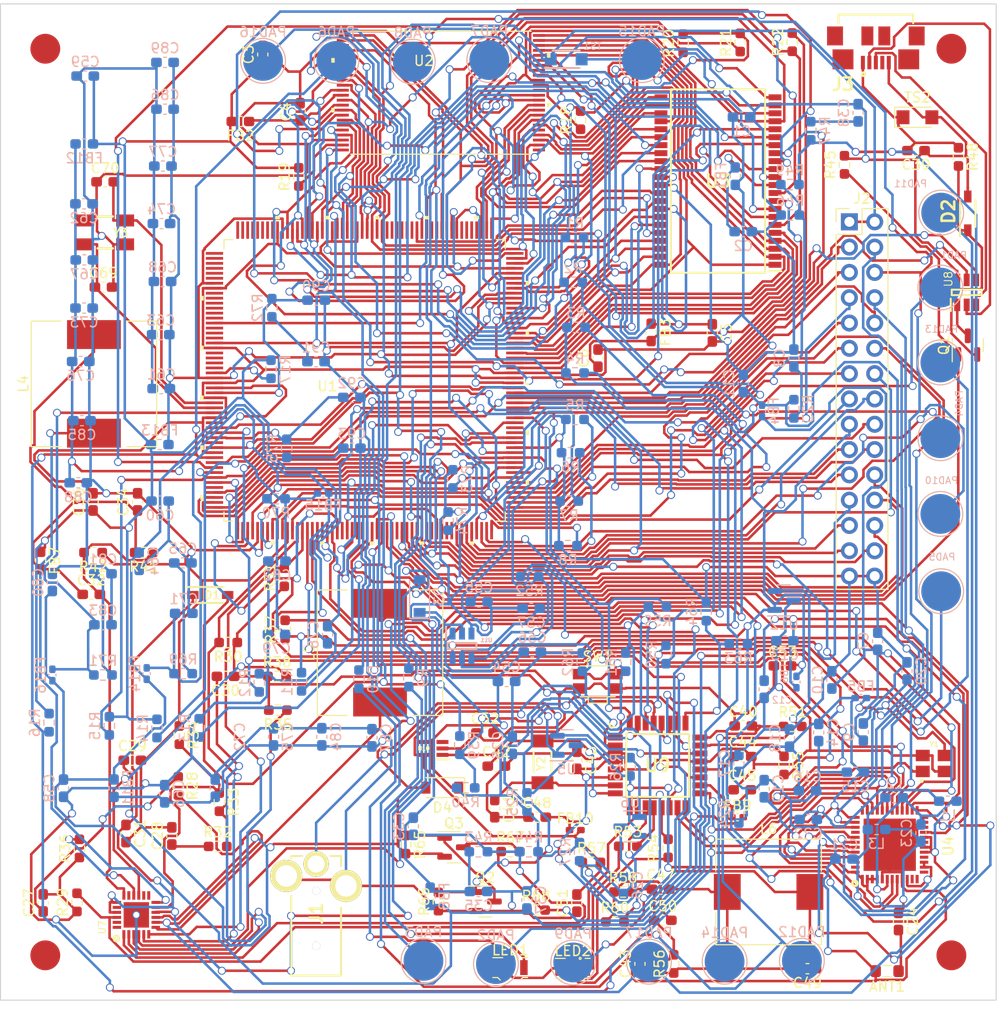
<source format=kicad_pcb>
(kicad_pcb (version 20211014) (generator pcbnew)
  (layers (0 "F.Cu" signal) (31 "B.Cu" signal) (34 "B.Paste" user) (35 "F.Paste" user) (36 "B.SilkS" user "B.Silkscreen") (37 "F.SilkS" user "F.Silkscreen") (38 "B.Mask" user) (39 "F.Mask" user) (44 "Edge.Cuts" user))
  (net 0 "")
  (net 1 "Net-(ANT1-Pad1)")
  (net 2 "GND")
  (net 3 "VSRAM")
  (net 4 "Net-(C2-Pad1)")
  (net 5 "VCC")
  (net 6 "Net-(C4-Pad1)")
  (net 7 "Net-(C5-Pad1)")
  (net 8 "Net-(C10-Pad2)")
  (net 9 "Net-(C8-Pad2)")
  (net 10 "Net-(C11-Pad2)")
  (net 11 "Net-(C12-Pad2)")
  (net 12 "Net-(C14-Pad2)")
  (net 13 "Net-(C19-Pad1)")
  (net 14 "Net-(C20-Pad1)")
  (net 15 "Net-(C21-Pad1)")
  (net 16 "Net-(C22-Pad1)")
  (net 17 "Net-(C23-Pad1)")
  (net 18 "Net-(C23-Pad2)")
  (net 19 "I_CHRG")
  (net 20 "I_DISCHRG")
  (net 21 "Net-(C27-Pad1)")
  (net 22 "Net-(C28-Pad1)")
  (net 23 "BATT")
  (net 24 "Net-(C30-Pad2)")
  (net 25 "V_MAX")
  (net 26 "Net-(C32-Pad1)")
  (net 27 "Net-(C32-Pad2)")
  (net 28 "Net-(C33-Pad1)")
  (net 29 "Net-(C33-Pad2)")
  (net 30 "VCORE")
  (net 31 "Net-(C38-Pad2)")
  (net 32 "USB_IN")
  (net 33 "Net-(C40-Pad2)")
  (net 34 "Net-(C41-Pad1)")
  (net 35 "Net-(C42-Pad1)")
  (net 36 "Net-(C43-Pad1)")
  (net 37 "SLOW_CLK")
  (net 38 "Net-(C44-Pad1)")
  (net 39 "Net-(C45-Pad2)")
  (net 40 "Net-(C46-Pad2)")
  (net 41 "Net-(C49-Pad1)")
  (net 42 "VSTBY")
  (net 43 "Net-(C52-Pad2)")
  (net 44 "Net-(C61-Pad1)")
  (net 45 "Net-(C62-Pad1)")
  (net 46 "Net-(C65-Pad2)")
  (net 47 "Net-(C66-Pad1)")
  (net 48 "Net-(C69-Pad1)")
  (net 49 "Net-(C70-Pad1)")
  (net 50 "Net-(C71-Pad2)")
  (net 51 "Net-(C79-Pad2)")
  (net 52 "Net-(C81-Pad2)")
  (net 53 "Net-(C82-Pad2)")
  (net 54 "Net-(C83-Pad2)")
  (net 55 "Net-(C90-Pad2)")
  (net 56 "Net-(C91-Pad2)")
  (net 57 "Net-(C92-Pad2)")
  (net 58 "Net-(C93-Pad2)")
  (net 59 "V_EXT")
  (net 60 "Net-(D2-Pad1)")
  (net 61 "BATT_IN")
  (net 62 "USB_HOST_P")
  (net 63 "MISO")
  (net 64 "USB_HOST_N")
  (net 65 "SCLK")
  (net 66 "I2C_CLK")
  (net 67 "MOSI")
  (net 68 "I2C_DATA")
  (net 69 "IRQ0")
  (net 70 "CS_A0")
  (net 71 "PA17")
  (net 72 "CS_A1")
  (net 73 "PA18")
  (net 74 "CS_A2")
  (net 75 "BD_SEL1#")
  (net 76 "PA15")
  (net 77 "BD_SEL2#")
  (net 78 "PA14")
  (net 79 "PA7")
  (net 80 "PA13")
  (net 81 "PA8")
  (net 82 "PA12")
  (net 83 "PA9")
  (net 84 "PA11")
  (net 85 "PA10")
  (net 87 "Net-(J3-Pad3)")
  (net 88 "Net-(J3-Pad2)")
  (net 89 "Net-(L4-Pad1)")
  (net 90 "Net-(L5-Pad1)")
  (net 91 "Net-(LED1-Pad1)")
  (net 92 "Net-(LED1-Pad2)")
  (net 93 "Net-(LED2-Pad1)")
  (net 94 "Net-(LED2-Pad2)")
  (net 95 "TDI")
  (net 96 "TDO")
  (net 97 "TMS")
  (net 98 "TCK")
  (net 99 "RESET#")
  (net 100 "RXD1")
  (net 101 "TXD1")
  (net 102 "AVR_RES#")
  (net 103 "TEMP")
  (net 104 "USB_PUP#")
  (net 105 "Net-(Q1-Pad3)")
  (net 106 "BATT_MON_EN")
  (net 107 "Net-(Q2-Pad3)")
  (net 108 "Net-(Q3-Pad3)")
  (net 109 "/Micro Memory/JTAGSEL")
  (net 110 "/Micro Memory/BD_REV2")
  (net 111 "/Micro Memory/BD_REV1")
  (net 112 "/Micro Memory/BD_REV0")
  (net 113 "/Micro Memory/LED1")
  (net 114 "/Micro Memory/LED2")
  (net 115 "RF_PDOWN")
  (net 116 "RF_CS#")
  (net 117 "/Micro Memory/BMS")
  (net 118 "Net-(R17-Pad1)")
  (net 119 "/Micro Memory/ACC")
  (net 120 "/Micro Memory/BYTE#")
  (net 121 "/Micro Memory/BUSY#")
  (net 122 "/Micro Memory/CS_ROM#")
  (net 123 "/Micro Memory/CS_RAM#")
  (net 124 "Net-(R24-Pad1)")
  (net 125 "PWRON")
  (net 126 "USB_HP")
  (net 127 "USB_EN#")
  (net 128 "Net-(R33-Pad1)")
  (net 129 "Net-(R35-Pad1)")
  (net 130 "Net-(R36-Pad2)")
  (net 131 "Net-(R37-Pad2)")
  (net 132 "Net-(R38-Pad2)")
  (net 133 "EXT_PWR_MON")
  (net 134 "USB_PWR_MON")
  (net 135 "AVR_CS#")
  (net 136 "Net-(R53-Pad2)")
  (net 137 "Net-(R54-Pad2)")
  (net 138 "Net-(R55-Pad1)")
  (net 139 "Net-(R60-Pad2)")
  (net 140 "Net-(R61-Pad2)")
  (net 141 "VCC_EN")
  (net 142 "VCC_MON")
  (net 143 "V_BATT")
  (net 144 "Net-(R73-Pad1)")
  (net 145 "Net-(R74-Pad1)")
  (net 166 "/Micro Memory/AVR_CS#")
  (net 167 "SFD")
  (net 168 "FIFOP")
  (net 173 "RF_RST#")
  (net 174 "FIFO")
  (net 175 "CCA")
  (net 182 "IRQ1")
  (net 183 "USB_DEV_N")
  (net 184 "USB_DEV_P")
  (net 185 "/Micro Memory/BS0#")
  (net 186 "/Micro Memory/A1")
  (net 187 "/Micro Memory/A2")
  (net 188 "/Micro Memory/A3")
  (net 189 "/Micro Memory/A4")
  (net 190 "/Micro Memory/A5")
  (net 191 "/Micro Memory/A6")
  (net 192 "/Micro Memory/A7")
  (net 193 "/Micro Memory/A8")
  (net 194 "/Micro Memory/A9")
  (net 195 "/Micro Memory/A10")
  (net 197 "/Micro Memory/A11")
  (net 198 "/Micro Memory/A12")
  (net 199 "/Micro Memory/A13")
  (net 200 "/Micro Memory/A14")
  (net 201 "/Micro Memory/A15")
  (net 202 "/Micro Memory/A16")
  (net 203 "/Micro Memory/A17")
  (net 204 "/Micro Memory/A18")
  (net 205 "/Micro Memory/A19")
  (net 206 "/Micro Memory/A20")
  (net 207 "/Micro Memory/A21")
  (net 214 "/Micro Memory/OE#")
  (net 215 "/Micro Memory/WE#")
  (net 216 "/Micro Memory/BS1#")
  (net 223 "/Micro Memory/D0")
  (net 224 "/Micro Memory/D1")
  (net 225 "/Micro Memory/D2")
  (net 226 "/Micro Memory/D3")
  (net 227 "/Micro Memory/D4")
  (net 228 "/Micro Memory/D5")
  (net 229 "/Micro Memory/D6")
  (net 230 "/Micro Memory/D7")
  (net 231 "/Micro Memory/D8")
  (net 232 "/Micro Memory/D9")
  (net 233 "/Micro Memory/D10")
  (net 234 "/Micro Memory/D11")
  (net 235 "/Micro Memory/D12")
  (net 236 "/Micro Memory/D13")
  (net 237 "/Micro Memory/D14")
  (net 238 "/Micro Memory/D15")
  (footprint "Resistor_SMD:R_0603_1608Metric_Pad0.98x0.95mm_HandSolder" (layer "F.Cu") (at 130.6504 106.1236)
    (fp_text reference "R51")
    (fp_text value "1K")
  )
  (footprint "SamacSys:SOT65P210X110-5N" (layer "F.Cu") (at 94.5279 108.3338 180)
    (fp_text reference "U10")
    (fp_text value "TPS79730QDCKRQ1" hide)
  )
  (footprint "Resistor_SMD:R_0603_1608Metric_Pad0.98x0.95mm_HandSolder" (layer "F.Cu") (at 78.8667 101.0949)
    (fp_text reference "R38")
    (fp_text value "10K")
  )
  (footprint "SamacSys:SOP80P1176X120-44N" (layer "F.Cu") (at 123.1505 51.3794 180)
    (fp_text reference "U3")
    (fp_text value "AS6C8016-55ZIN" hide)
  )
  (footprint "Capacitor_SMD:C_0603_1608Metric_Pad1.08x0.95mm_HandSolder" (layer "F.Cu") (at 111.0976 69.1535 90)
    (fp_text reference "C6")
    (fp_text value "1uF")
  )
  (footprint "Resistor_SMD:R_0603_1608Metric_Pad0.98x0.95mm_HandSolder" (layer "F.Cu") (at 119.6469 37.5511 90)
    (fp_text reference "R20")
    (fp_text value "10K")
  )
  (footprint "Capacitor_SMD:C_0603_1608Metric_Pad1.08x0.95mm_HandSolder" (layer "F.Cu") (at 100.7274 114.3715 -90)
    (fp_text reference "C41")
    (fp_text value "22pF")
  )
  (footprint "Capacitor_SMD:C_0603_1608Metric_Pad1.08x0.95mm_HandSolder" (layer "F.Cu") (at 108.9753 109.5198 -90)
    (fp_text reference "C46")
    (fp_text value "0.1uF")
  )
  (footprint "Capacitor_SMD:C_0603_1608Metric_Pad1.08x0.95mm_HandSolder" (layer "F.Cu") (at 55.3792 123.8392 90)
    (fp_text reference "C27")
    (fp_text value "10uF")
  )
  (footprint "Capacitor_SMD:C_0603_1608Metric_Pad1.08x0.95mm_HandSolder" (layer "F.Cu") (at 60.2079 92.8687)
    (fp_text reference "C32")
    (fp_text value "10pF")
  )
  (footprint "Inductor_SMD:L_10.4x10.4_H4.8" (layer "F.Cu") (at 128.2305 122.7385)
    (fp_text reference "L6")
    (fp_text value "820uH")
  )
  (footprint "Resistor_SMD:R_0603_1608Metric_Pad0.98x0.95mm_HandSolder" (layer "F.Cu") (at 129.7859 110.0385 -90)
    (fp_text reference "R55")
    (fp_text value "1K")
  )
  (footprint "Resistor_SMD:R_0603_1608Metric_Pad0.98x0.95mm_HandSolder" (layer "F.Cu") (at 114.0966 118.1451)
    (fp_text reference "R53")
    (fp_text value "120")
  )
  (footprint "Resistor_SMD:R_0603_1608Metric_Pad0.98x0.95mm_HandSolder" (layer "F.Cu") (at 79.6753 96.3819 90)
    (fp_text reference "R37")
    (fp_text value "10K")
  )
  (footprint "SamacSys:FC-255" (layer "F.Cu") (at 105.5252 109.6815 -90)
    (fp_text reference "Y2")
    (fp_text value "FC-255_32.7680K-AC0" hide)
  )
  (footprint "Resistor_SMD:R_0603_1608Metric_Pad0.98x0.95mm_HandSolder" (layer "F.Cu") (at 118.1397 118.3607 90)
    (fp_text reference "R54")
    (fp_text value "120")
  )
  (footprint "Capacitor_SMD:C_0603_1608Metric_Pad1.08x0.95mm_HandSolder" (layer "F.Cu") (at 115.3106 129.9553 90)
    (fp_text reference "C43")
    (fp_text value "150pF")
  )
  (footprint "Capacitor_SMD:C_0603_1608Metric_Pad1.08x0.95mm_HandSolder" (layer "F.Cu") (at 125.6869 106.0697)
    (fp_text reference "C40")
    (fp_text value "0.1uF")
  )
  (footprint "S29GL032N90TFI040:TS048_SPA" (layer "F.Cu") (at 95.3183 42.5132 180)
    (fp_text reference "U2")
    (fp_text value "S29GL032N90TFI040" hide)
  )
  (footprint "Inductor_SMD:L_0603_1608Metric_Pad1.05x0.95mm_HandSolder" (layer "F.Cu") (at 116.4377 66.5689 -90)
    (fp_text reference "FB3")
    (fp_text value "600 1000mA")
  )
  (footprint "Capacitor_SMD:C_0603_1608Metric_Pad1.08x0.95mm_HandSolder" (layer "F.Cu") (at 99.757 106.7705)
    (fp_text reference "C52")
    (fp_text value "0.1uF")
  )
  (footprint "Capacitor_SMD:C_0603_1608Metric_Pad1.08x0.95mm_HandSolder" (layer "F.Cu") (at 64.3359 109.5153)
    (fp_text reference "C29")
    (fp_text value "10uF")
  )
  (footprint "LED_SMD:LED_LiteOn_LTST-S326" (layer "F.Cu") (at 108.5584 130.4073 -90)
    (fp_text reference "LED2")
    (fp_text value "LED_Dual_KKA")
  )
  (footprint "Resistor_SMD:R_0603_1608Metric_Pad0.98x0.95mm_HandSolder" (layer "F.Cu") (at 135.8505 49.7519 90)
    (fp_text reference "R45")
    (fp_text value "10K")
  )
  (footprint "SamacSys:QFN50P400X400X80-25N-D" (layer "F.Cu") (at 64.7305 125.0394 90)
    (fp_text reference "U7")
    (fp_text value "LTC3455EUF#PBF" hide)
  )
  (footprint "Resistor_SMD:R_0603_1608Metric_Pad0.98x0.95mm_HandSolder" (layer "F.Cu") (at 65.4726 88.6639 180)
    (fp_text reference "R41")
    (fp_text value "226K")
  )
  (footprint "Capacitor_SMD:C_0603_1608Metric_Pad1.08x0.95mm_HandSolder" (layer "F.Cu") (at 129.6226 100.0435)
    (fp_text reference "C53")
    (fp_text value "0.1uF")
  )
  (footprint "Resistor_SMD:R_0603_1608Metric_Pad0.98x0.95mm_HandSolder" (layer "F.Cu") (at 125.3806 37.4695 90)
    (fp_text reference "R21")
    (fp_text value "10K")
  )
  (footprint "Resistor_SMD:R_0603_1608Metric_Pad0.98x0.95mm_HandSolder" (layer "F.Cu") (at 112.7989 125.7461)
    (fp_text reference "R60")
    (fp_text value "2.15K")
  )
  (footprint "Capacitor_SMD:C_0603_1608Metric_Pad1.08x0.95mm_HandSolder" (layer "F.Cu") (at 63.689 116.8737 -90)
    (fp_text reference "C31")
    (fp_text value "10uF")
  )
  (footprint "Resistor_SMD:R_0603_1608Metric_Pad0.98x0.95mm_HandSolder" (layer "F.Cu") (at 130.6051 37.4381 90)
    (fp_text reference "R22")
    (fp_text value "10K")
  )
  (footprint "Capacitor_SMD:C_0603_1608Metric_Pad1.08x0.95mm_HandSolder" (layer "F.Cu") (at 125.633 109.1424)
    (fp_text reference "C44")
    (fp_text value "0.1uF")
  )
  (footprint "Capacitor_SMD:C_0603_1608Metric_Pad1.08x0.95mm_HandSolder" (layer "F.Cu") (at 143.0352 48.3206 180)
    (fp_text reference "C39")
    (fp_text value "0.1uF")
  )
  (footprint "Diode_SMD:D_SMF" (layer "F.Cu") (at 143.179 44.9783)
    (fp_text reference "TS2")
    (fp_text value "NL")
  )
  (footprint "SamacSys:SOD3716X135N" (layer "F.Cu") (at 72.1551 92.9278)
    (fp_text reference "D1")
    (fp_text value "MBR130T1G" hide)
  )
  (footprint "Capacitor_SMD:C_0603_1608Metric_Pad1.08x0.95mm_HandSolder" (layer "F.Cu") (at 132.1299 130.4405 180)
    (fp_text reference "C49")
    (fp_text value "3300pF")
  )
  (footprint "Button_Switch_SMD:SW_SPST_EVQP7C" (layer "F.Cu") (at 111.0778 101.5953)
    (fp_text reference "SW1")
    (fp_text value "EVQ-P7C01K")
  )
  (footprint "SamacSys:SOT95P275X110-6N" (layer "F.Cu") (at 148.1257 62.5567 90)
    (fp_text reference "U8")
    (fp_text value "STF202-22T1G" hide)
  )
  (footprint "SamacSys:SOD3716X145N" (layer "F.Cu") (at 148.2335 54.6296 90)
    (fp_text reference "D2")
    (fp_text value "BZT52C3V3-7-F" hide)
  )
  (footprint "Capacitor_SMD:C_0603_1608Metric_Pad1.08x0.95mm_HandSolder" (layer "F.Cu") (at 60.3926 83.5839 90)
    (fp_text reference "C36")
    (fp_text value "10uF")
  )
  (footprint "Resistor_SMD:R_0603_1608Metric_Pad0.98x0.95mm_HandSolder" (layer "F.Cu") (at 110.4309 119.7623)
    (fp_text reference "R57")
    (fp_text value "NL")
  )
  (footprint "Resistor_SMD:R_0603_1608Metric_Pad0.98x0.95mm_HandSolder" (layer "F.Cu") (at 81.0494 50.9649 90)
    (fp_text reference "R19")
    (fp_text value "10K")
  )
  (footprint "Capacitor_SMD:C_0603_1608Metric_Pad1.08x0.95mm_HandSolder" (layer "F.Cu") (at 100.8891 110.1128)
    (fp_text reference "C42")
    (fp_text value "22pF")
  )
  (footprint "Resistor_SMD:R_0603_1608Metric_Pad0.98x0.95mm_HandSolder" (layer "F.Cu") (at 95.067 123.6976 90)
    (fp_text reference "R66")
    (fp_text value "100K")
  )
  (footprint "Resistor_SMD:R_0603_1608Metric_Pad0.98x0.95mm_HandSolder" (layer "F.Cu") (at 113.6159 122.7385)
    (fp_text reference "R58")
    (fp_text value "243")
  )
  (footprint "Inductor_SMD:L_12x12mm_H6mm" (layer "F.Cu") (at 60.4735 71.7392 90)
    (fp_text reference "L4")
    (fp_text value "4.7uH")
  )
  (footprint "Resistor_SMD:R_0603_1608Metric_Pad0.98x0.95mm_HandSolder" (layer "F.Cu") (at 78.9475 104.4911 180)
    (fp_text reference "R35")
    (fp_text value "2.49K")
  )
  (footprint "Resistor_SMD:R_0603_1608Metric_Pad0.98x0.95mm_HandSolder" (layer "F.Cu") (at 59.018 118.3676 90)
    (fp_text reference "R36")
    (fp_text value "10K")
  )
  (footprint "Resistor_SMD:R_0603_1608Metric_Pad0.98x0.95mm_HandSolder" (layer "F.Cu") (at 58.7754 123.7853 90)
    (fp_text reference "R29")
    (fp_text value "10K")
  )
  (footprint "Resistor_SMD:R_0603_1608Metric_Pad0.98x0.95mm_HandSolder" (layer "F.Cu") (at 109.348 45.2688 90)
    (fp_text reference "R18")
    (fp_text value "10K")
  )
  (footprint "Capacitor_SMD:C_0603_1608Metric_Pad1.08x0.95mm_HandSolder" (layer "F.Cu") (at 117.385 122.4577)
    (fp_text reference "C47")
    (fp_text value "27000pF")
  )
  (footprint "Capacitor_SMD:C_0603_1608Metric_Pad1.08x0.95mm_HandSolder" (layer "F.Cu") (at 68.2982 117.1163 90)
    (fp_text reference "C28")
    (fp_text value "10uF")
  )
  (footprint "Capacitor_SMD:C_0603_1608Metric_Pad1.08x0.95mm_HandSolder" (layer "F.Cu") (at 125.5791 112.4847)
    (fp_text reference "C45")
    (fp_text value "0.1uF")
  )
  (footprint "Diode_SMD:D_SOD-123" (layer "F.Cu") (at 95.4655 112.2691 180)
    (fp_text reference "D4")
    (fp_text value "BAT43W-V")
  )
  (footprint "Inductor_SMD:L_0402_1005Metric_Pad0.77x0.64mm_HandSolder" (layer "F.Cu") (at 125.1144 115.234)
    (fp_text reference "FB9")
    (fp_text value "600 100mA")
  )
  (footprint "Capacitor_SMD:C_0603_1608Metric_Pad1.08x0.95mm_HandSolder" (layer "F.Cu") (at 81.1871 44.4294 90)
    (fp_text reference "C4")
    (fp_text value "0.1uF")
  )
  (footprint "Resistor_SMD:R_0603_1608Metric_Pad0.98x0.95mm_HandSolder" (layer "F.Cu") (at 104.8783 124.5602)
    (fp_text reference "R68")
    (fp_text value "3.32K")
  )
  (footprint "Capacitor_SMD:C_0603_1608Metric_Pad1.08x0.95mm_HandSolder" (layer "F.Cu") (at 61.6055 51.4571 180)
    (fp_text reference "C70")
    (fp_text value "36pF")
  )
  (footprint "Capacitor_SMD:C_0603_1608Metric_Pad1.08x0.95mm_HandSolder" (layer "F.Cu") (at 117.6007 125.5844)
    (fp_text reference "C50")
    (fp_text value "27000pF")
  )
  (footprint "Capacitor_SMD:C_0603_1608Metric_Pad1.08x0.95mm_HandSolder" (layer "F.Cu") (at 104.9861 115.234)
    (fp_text reference "C48")
    (fp_text value "0.1uF")
  )
  (footprint "Capacitor_SMD:C_0603_1608Metric_Pad1.08x0.95mm_HandSolder" (layer "F.Cu") (at 122.5824 66.6194 -90)
    (fp_text reference "C5")
    (fp_text value "0.1uF")
  )
  (footprint "Resistor_SMD:R_0603_1608Metric_Pad0.98x0.95mm_HandSolder" (layer "F.Cu") (at 102.2907 118.6842)
    (fp_text reference "R67")
    (fp_text value "12.1K")
  )
  (footprint "Inductor_SMD:L_0805_2012Metric_Pad1.05x1.20mm_HandSolder" (layer "F.Cu") (at 140.1353 130.6831 180)
    (fp_text reference "ANT1")
    (fp_text value "F-ANT")
  )
  (footprint "Package_TO_SOT_SMD:SOT-23" (layer "F.Cu") (at 99.757 123.6976)
    (fp_text reference "Q2")
    (fp_text value "2N7002")
  )
  (footprint "Resistor_SMD:R_0603_1608Metric_Pad0.98x0.95mm_HandSolder" (layer "F.Cu") (at 68.9451 112.1029 -90)
    (fp_text reference "R28")
    (fp_text value "1")
  )
  (footprint "Resistor_SMD:R_0603_1608Metric_Pad0.98x0.95mm_HandSolder" (layer "F.Cu") (at 91.7786 117.9834 -90)
    (fp_text reference "R65")
    (fp_text value "100K")
  )
  (footprint "LED_SMD:LED_LiteOn_LTST-S326" (layer "F.Cu") (at 102.2814 130.3306 -90)
    (fp_text reference "LED1")
    (fp_text value "LED_Dual_KKA")
  )
  (footprint "Resistor_SMD:R_0603_1608Metric_Pad0.98x0.95mm_HandSolder" (layer "F.Cu") (at 73.069 113.7201 -90)
    (fp_text reference "R33")
    (fp_text value "3.32K")
  )
  (footprint "SamacSys:TSX3225240000MF20GAC0" (layer "F.Cu") (at 144.8131 109.8413)
    (fp_text reference "Y1")
    (fp_text value "TSX-3225_16.0000MF10U-B0" hide)
  )
  (footprint "Inductor_SMD:L_0603_1608Metric_Pad1.05x0.95mm_HandSolder" (layer "F.Cu") (at 75.1858 45.3993 180)
    (fp_text reference "FB2")
    (fp_text value "600 1000mA")
  )
  (footprint "SamacSys:ZX62R-B-5P(30)" (layer "F.Cu") (at 139.0032 34.664 180)
    (fp_text reference "J3")
    (fp_text value "ZX62R-B-5P_30_" hide)
  )
  (footprint "Resistor_SMD:R_0603_1608Metric_Pad0.98x0.95mm_HandSolder" (layer "F.Cu") (at 60.3926 88.6639 180)
    (fp_text reference "R42")
    (fp_text value "80.6K")
  )
  (footprint "SamacSys:QFN50P700X700X100-49N-D" (layer "F.Cu") (at 140.3978 117.9998 90)
    (fp_text reference "U4")
    (fp_text value "CC2420RGZR" hide)
  )
  (footprint "Capacitor_SMD:C_0603_1608Metric_Pad1.08x0.95mm_HandSolder" (layer "F.Cu") (at 141.2756 125.6992 -90)
    (fp_text reference "C24")
    (fp_text value "5.6pF")
  )
  (footprint "Package_TO_SOT_SMD:SOT-23" (layer "F.Cu") (at 148.2335 67.8506 90)
    (fp_text reference "Q1")
    (fp_text value "IRLML6402")
  )
  (footprint "SamacSys:DC011" (layer "F.Cu") (at 82.7908 119.9309 90)
    (fp_text reference "J1")
    (fp_text value "DC-011" hide)
  )
  (footprint "Resistor_SMD:R_0603_1608Metric_Pad0.98x0.95mm_HandSolder" (layer "F.Cu") (at 72.9073 118.1675)
    (fp_text reference "R32")
    (fp_text value "1")
  )
  (footprint "Resistor_SMD:R_0603_1608Metric_Pad0.98x0.95mm_HandSolder" (layer "F.Cu") (at 147.2991 48.9513 -90)
    (fp_text reference "R48")
    (fp_text value "150")
  )
  (footprint "Resistor_SMD:R_0603_1608Metric_Pad0.98x0.95mm_HandSolder" (layer "F.Cu") (at 69.0449 106.9919 -90)
    (fp_text reference "R34")
    (fp_text value "1.24K")
  )
  (footprint "Resistor_SMD:R_0603_1608Metric_Pad0.98x0.95mm_HandSolder" (layer "F.Cu") (at 79.5944 91.1489 90)
    (fp_text reference "R31")
    (fp_text value "1K")
  )
  (footprint "SamacSys:ABM3B8000MHZ101UT" (layer "F.Cu") (at 61.6055 56.5371)
    (fp_text reference "Y3")
    (fp_text value "ABM3B-18.432MHZ-B2-T" hide)
  )
  (footprint "Capacitor_SMD:C_0603_1608Metric_Pad1.08x0.95mm_HandSolder" (layer "F.Cu") (at 61.4349 62.0286)
    (fp_text reference "C69")
    (fp_text value "36pF")
  )
  (footprint "Capacitor_SMD:C_0603_1608Metric_Pad1.08x0.95mm_HandSolder" (layer "F.Cu") (at 64.8585 83.5839 90)
    (fp_text reference "C34")
    (fp_text value "10uF")
  )
  (footprint "Package_TO_SOT_SMD:SOT-23" (layer "F.Cu") (at 96.6304 118.2529)
    (fp_text reference "Q3")
    (fp_text value "IRLML6402")
  )
  (footprint "Capacitor_SMD:C_0603_1608Metric_Pad1.08x0.95mm_HandSolder" (layer "F.Cu") (at 108.9753 123.8594 90)
    (fp_text reference "C51")
    (fp_text value "0.1uF")
  )
  (footprint "Inductor_SMD:L_0603_1608Metric_Pad1.05x0.95mm_HandSolder" (layer "F.Cu") (at 55.1279 89.4662 -90)
    (fp_text reference "FB7")
    (fp_text value "600 1000mA")
  )
  (footprint "SamacSys:QFP80P900X900X120-32N" (layer "F.Cu") (at 117.0859 110.0385)
    (fp_text reference "U9")
    (fp_text value "ATMEGA88V-10AU" hide)
  )
  (footprint "Capacitor_SMD:C_0603_1608Metric_Pad1.08x0.95mm_HandSolder" (layer "F.Cu") (at 73.6915 101.0949 180)
    (fp_text reference "C30")
    (fp_text value "0.1uF")
  )
  (footprint "AT91RM9200-QU-002:PQFP208_ATM" (layer "F.Cu") (at 87.6634 71.3886)
    (fp_text reference "U1")
    (fp_text value "AT91RM9200-QU-002" hide)
  )
  (footprint "Inductor_SMD:L_0402_1005Metric_Pad0.77x0.64mm_HandSolder" (layer "F.Cu") (at 108.8136 116.5278)
    (fp_text reference "FB10")
    (fp_text value "600 100mA")
  )
  (footprint "Resistor_SMD:R_0603_1608Metric_Pad0.98x0.95mm_HandSolder" (layer "F.Cu") (at 73.9571 97.6987 180)
    (fp_text reference "R30")
    (fp_text value "10K")
  )
  (footprint "Inductor_SMD:L_12x12mm_H6mm" (layer "F.Cu") (at 89.2078 98.7213 90)
    (fp_text reference "L5")
    (fp_text value "4.7uH")
  )
  (footprint "Connector_PinHeader_2.54mm:PinHeader_2x15_P2.54mm_Vertical" (layer "F.Cu") (at 136.3464 55.4714)
    (fp_text reference "J2")
    (fp_text value "Conn_02x15_Odd_Even")
  )
  (footprint "Capacitor_SMD:C_0603_1608Metric_Pad1.08x0.95mm_HandSolder" (layer "F.Cu") (at 77.4305 38.6794 90)
    (fp_text reference "C3")
    (fp_text value "1uF")
  )
  (footprint "Resistor_SMD:R_0603_1608Metric_Pad0.98x0.95mm_HandSolder" (layer "F.Cu") (at 118.7068 129.9554 90)
    (fp_text reference "R56")
    (fp_text value "220")
  )
  (footprint "Capacitor_SMD:C_0603_1608Metric_Pad1.08x0.95mm_HandSolder" (layer "B.Cu") (at 104.3936 94.2754)
    (fp_text reference "C57")
    (fp_text value "10uF")
  )
  (footprint "Capacitor_SMD:C_0603_1608Metric_Pad1.08x0.95mm_HandSolder" (layer "B.Cu") (at 99.1446 93.6138 180)
    (fp_text reference "C55")
    (fp_text value "1uF")
  )
  (footprint "Inductor_SMD:L_0603_1608Metric_Pad1.05x0.95mm_HandSolder" (layer "B.Cu") (at 94.2492 123.1789 90)
    (fp_text reference "FB8")
    (fp_text value "600 1000mA")
  )
  (footprint "Inductor_SMD:L_0603_1608Metric_Pad1.05x0.95mm_HandSolder" (layer "B.Cu") (at 67.0848 77.8326 180)
    (fp_text reference "FB13")
    (fp_text value "600 1000mA")
  )
  (footprint "Capacitor_SMD:C_0603_1608Metric_Pad1.08x0.95mm_HandSolder" (layer "B.Cu") (at 134.5869 101.4536 -90)
    (fp_text reference "C10")
    (fp_text value "0.01uF")
  )
  (footprint "Capacitor_SMD:C_0603_1608Metric_Pad1.08x0.95mm_HandSolder" (layer "B.Cu") (at 125.2483 109.835 -90)
    (fp_text reference "C17")
    (fp_text value "0.01uF")
  )
  (footprint "Resistor_SMD:R_0603_1608Metric_Pad0.98x0.95mm_HandSolder" (layer "B.Cu") (at 125.2021 97.8333)
    (fp_text reference "R63")
    (fp_text value "1K")
  )
  (footprint "Resistor_SMD:R_0603_1608Metric_Pad0.98x0.95mm_HandSolder" (layer "B.Cu") (at 109.5149 99.6662 -90)
    (fp_text reference "R62")
    (fp_text value "100K")
  )
  (footprint "Capacitor_SMD:C_0603_1608Metric_Pad1.08x0.95mm_HandSolder" (layer "B.Cu") (at 104.5014 98.6419 180)
    (fp_text reference "C56")
    (fp_text value "10uF")
  )
  (footprint "TestPoint:TestPoint_Pad_D4.0mm" (layer "B.Cu") (at 145.5651 54.5488 90)
    (fp_text reference "PAD11")
    (fp_text value "Test Pad")
  )
  (footprint "Inductor_SMD:L_0603_1608Metric_Pad1.05x0.95mm_HandSolder" (layer "B.Cu") (at 62.4995 112.3211 90)
    (fp_text reference "FB11")
    (fp_text value "600 1000mA")
  )
  (footprint "Capacitor_SMD:C_0603_1608Metric_Pad1.08x0.95mm_HandSolder" (layer "B.Cu") (at 92.5511 116.1439 -90)
    (fp_text reference "C33")
    (fp_text value "10pF")
  )
  (footprint "TestPoint:TestPoint_Pad_D4.0mm" (layer "B.Cu") (at 84.8193 39.3187 180)
    (fp_text reference "PAD6")
    (fp_text value "Test Pad")
  )
  (footprint "Capacitor_SMD:C_0603_1608Metric_Pad1.08x0.95mm_HandSolder" (layer "B.Cu") (at 143.5331 116.8253 -90)
    (fp_text reference "C23")
    (fp_text value "0.5pF")
  )
  (footprint "Diode_SMD:D_SOD-123" (layer "B.Cu") (at 93.1807 93.0355 90)
    (fp_text reference "D3")
    (fp_text value "BAT43W-V")
  )
  (footprint "Resistor_SMD:R_0603_1608Metric_Pad0.98x0.95mm_HandSolder" (layer "B.Cu") (at 99.087 118.7003 180)
    (fp_text reference "R43")
    (fp_text value "100K")
  )
  (footprint "Capacitor_SMD:C_0603_1608Metric_Pad1.08x0.95mm_HandSolder" (layer "B.Cu") (at 67.2386 72.214 180)
    (fp_text reference "C61")
    (fp_text value "0.1uF")
  )
  (footprint "Inductor_SMD:L_0402_1005Metric_Pad0.77x0.64mm_HandSolder" (layer "B.Cu") (at 131.0289 101.6693 -90)
    (fp_text reference "FB6")
    (fp_text value "600 100mA")
  )
  (footprint "Resistor_SMD:R_0603_1608Metric_Pad0.98x0.95mm_HandSolder" (layer "B.Cu") (at 69.4317 100.8255 180)
    (fp_text reference "R69")
    (fp_text value "10")
  )
  (footprint "Capacitor_SMD:C_0603_1608Metric_Pad1.08x0.95mm_HandSolder" (layer "B.Cu") (at 142.134 100.5552 90)
    (fp_text reference "C20")
    (fp_text value "22pF")
  )
  (footprint "Inductor_SMD:L_0402_1005Metric_Pad0.77x0.64mm_HandSolder" (layer "B.Cu") (at 137.4954 103.2764 180)
    (fp_text reference "FB5")
    (fp_text value "600 100mA")
  )
  (footprint "Resistor_SMD:R_0603_1608Metric_Pad0.98x0.95mm_HandSolder" (layer "B.Cu") (at 78.7622 83.266)
    (fp_text reference "R70")
    (fp_text value "10")
  )
  (footprint "Capacitor_SMD:C_0603_1608Metric_Pad1.08x0.95mm_HandSolder" (layer "B.Cu") (at 67.2632 55.6468 180)
    (fp_text reference "C74")
    (fp_text value "0.1uF")
  )
  (footprint "Package_TO_SOT_SMD:SOT-23" (layer "B.Cu") (at 129.787 93.4772)
    (fp_text reference "U12")
    (fp_text value "MCP9700AT-ETT")
  )
  (footprint "TestPoint:TestPoint_Pad_D4.0mm" (layer "B.Cu") (at 123.8131 129.7345 180)
    (fp_text reference "PAD14")
    (fp_text value "Test Pad")
  )
  (footprint "Capacitor_SMD:C_0603_1608Metric_Pad1.08x0.95mm_HandSolder" (layer "B.Cu") (at 58.9035 81.6673)
    (fp_text reference "C88")
    (fp_text value "0.1uF")
  )
  (footprint "Capacitor_SMD:C_0603_1608Metric_Pad1.08x0.95mm_HandSolder" (layer "B.Cu") (at 65.0224 89.5413 90)
    (fp_text reference "C64")
    (fp_text value "0.1uF")
  )
  (footprint "Capacitor_SMD:C_0603_1608Metric_Pad1.08x0.95mm_HandSolder" (layer "B.Cu") (at 139.187 97.5722 -90)
    (fp_text reference "C7")
    (fp_text value "0.01uF")
  )
  (footprint "Capacitor_SMD:C_0603_1608Metric_Pad1.08x0.95mm_HandSolder" (layer "B.Cu") (at 125.6905 71.6994 -90)
    (fp_text reference "C11")
    (fp_text value "0.01uF")
  )
  (footprint "TestPoint:TestPoint_Pad_D4.0mm" (layer "B.Cu") (at 145.4842 84.7913 90)
    (fp_text reference "PAD10")
    (fp_text value "Test Pad")
  )
  (footprint "Capacitor_SMD:C_0603_1608Metric_Pad1.08x0.95mm_HandSolder" (layer "B.Cu") (at 61.3795 90.7998 180)
    (fp_text reference "C81")
    (fp_text value "0.1uF")
  )
  (footprint "TestPoint:TestPoint_Pad_D4.0mm" (layer "B.Cu") (at 116.2121 129.7345 180)
    (fp_text reference "PAD17")
    (fp_text value "Test Pad")
  )
  (footprint "Resistor_SMD:R_0603_1608Metric_Pad0.98x0.95mm_HandSolder" (layer "B.Cu") (at 62.0196 106.062 -90)
    (fp_text reference "R15")
    (fp_text value "10K")
  )
  (footprint "TestPoint:TestPoint_Pad_D4.0mm" (layer "B.Cu") (at 145.4842 62.069 90)
    (fp_text reference "PAD1")
    (fp_text value "Test Pad")
  )
  (footprint "Capacitor_SMD:C_0603_1608Metric_Pad1.08x0.95mm_HandSolder" (layer "B.Cu") (at 101.9138 101.6069 180)
    (fp_text reference "C54")
    (fp_text value "0.1uF")
  )
  (footprint "Resistor_SMD:R_0603_1608Metric_Pad0.98x0.95mm_HandSolder" (layer "B.Cu") (at 104.167 118.7003 180)
    (fp_text reference "R44")
    (fp_text value "80.6K")
  )
  (footprint "Resistor_SMD:R_0603_1608Metric_Pad0.98x0.95mm_HandSolder" (layer "B.Cu") (at 108.3468 78.6502)
    (fp_text reference "R6")
    (fp_text value "NL")
  )
  (footprint "Capacitor_SMD:C_0603_1608Metric_Pad1.08x0.95mm_HandSolder" (layer "B.Cu") (at 82.7807 69.5095 180)
    (fp_text reference "C91")
    (fp_text value "5600pF")
  )
  (footprint "Resistor_SMD:R_0603_1608Metric_Pad0.98x0.95mm_HandSolder" (layer "B.Cu") (at 71.0379 106.2742 -90)
    (fp_text reference "R13")
    (fp_text value "10K")
  )
  (footprint "Resistor_SMD:R_0603_1608Metric_Pad0.98x0.95mm_HandSolder" (layer "B.Cu") (at 87.0871 101.3799 90)
    (fp_text reference "R10")
    (fp_text value "120")
  )
  (footprint "Resistor_SMD:R_0603_1608Metric_Pad0.98x0.95mm_HandSolder" (layer "B.Cu") (at 108.2019 83.5098)
    (fp_text reference "R7")
    (fp_text value "0")
  )
  (footprint "Resistor_SMD:R_0603_1608Metric_Pad0.98x0.95mm_HandSolder" (layer "B.Cu") (at 66.8067 106.3244 -90)
    (fp_text reference "R14")
    (fp_text value "10K")
  )
  (footprint "Capacitor_SMD:C_0603_1608Metric_Pad1.08x0.95mm_HandSolder" (layer "B.Cu") (at 86.3822 78.186 180)
    (fp_text reference "C93")
    (fp_text value "4700pF")
  )
  (footprint "Capacitor_SMD:C_0603_1608Metric_Pad1.08x0.95mm_HandSolder" (layer "B.Cu") (at 113.6561 122.0873 90)
    (fp_text reference "C26")
    (fp_text value "0.1uF")
  )
  (footprint "Inductor_SMD:L_0603_1608Metric_Pad1.05x0.95mm_HandSolder" (layer "B.Cu") (at 124.8849 50.8868 -90)
    (fp_text reference "FB1")
    (fp_text value "600 1000mA")
  )
  (footprint "Capacitor_SMD:C_0603_1608Metric_Pad1.08x0.95mm_HandSolder" (layer "B.Cu") (at 130.7705 69.1594 -90)
    (fp_text reference "C8")
    (fp_text value "10uF")
  )
  (footprint "TestPoint:TestPoint_Pad_D4.0mm" (layer "B.Cu") (at 77.4608 39.3187 180)
    (fp_text reference "PAD16")
    (fp_text value "Test Pad")
  )
  (footprint "TestPoint:TestPoint_Pad_D4.0mm" (layer "B.Cu") (at 93.5706 129.6536 180)
    (fp_text reference "PAD3")
    (fp_text value "Test Pad")
  )
  (footprint "SamacSys:SODFL3618X110N" (layer "B.Cu") (at 107.9038 39.1569)
    (fp_text reference "TS1")
    (fp_text value "SMF5.0A" hide)
  )
  (footprint "Capacitor_SMD:C_0603_1608Metric_Pad1.08x0.95mm_HandSolder" (layer "B.Cu") (at 67.6152 39.468 180)
    (fp_text reference "C89")
    (fp_text value "0.1uF")
  )
  (footprint "TestPoint:TestPoint_Pad_D4.0mm" (layer "B.Cu") (at 145.4842 69.5891 90)
    (fp_text reference "PAD13")
    (fp_text value "Test Pad")
  )
  (footprint "Resistor_SMD:R_0603_1608Metric_Pad0.98x0.95mm_HandSolder" (layer "B.Cu") (at 78.3449 64.0985 -90)
    (fp_text reference "R72")
    (fp_text value "1.27K")
  )
  (footprint "Capacitor_SMD:C_0603_1608Metric_Pad1.08x0.95mm_HandSolder" (layer "B.Cu") (at 72.6595 112.3211 90)
    (fp_text reference "C72")
    (fp_text value "0.1uF")
  )
  (footprint "Capacitor_SMD:C_0603_1608Metric_Pad1.08x0.95mm_HandSolder" (layer "B.Cu") (at 132.1405 112.5845 180)
    (fp_text reference "C16")
    (fp_text value "0.01uF")
  )
  (footprint "Capacitor_SMD:C_0603_1608Metric_Pad1.08x0.95mm_HandSolder" (layer "B.Cu") (at 137.747 106.6906 -90)
    (fp_text reference "C9")
    (fp_text value "0.01uF")
  )
  (footprint "Resistor_SMD:R_0603_1608Metric_Pad0.98x0.95mm_HandSolder" (layer "B.Cu") (at 78.2596 70.2725 90)
    (fp_text reference "R17")
    (fp_text value "100K")
  )
  (footprint "Capacitor_SMD:C_0603_1608Metric_Pad1.08x0.95mm_HandSolder" (layer "B.Cu") (at 83.3599 107.1684 90)
    (fp_text reference "C84")
    (fp_text value "0.1uF")
  )
  (footprint "Capacitor_SMD:C_0603_1608Metric_Pad1.08x0.95mm_HandSolder" (layer "B.Cu") (at 59.4859 64.1304)
    (fp_text reference "C73")
    (fp_text value "0.1uF")
  )
  (footprint "Capacitor_SMD:C_0603_1608Metric_Pad1.08x0.95mm_HandSolder" (layer "B.Cu") (at 61.3795 95.9164 180)
    (fp_text reference "C83")
    (fp_text value "0.1uF")
  )
  (footprint "Resistor_SMD:R_0603_1608Metric_Pad0.98x0.95mm_HandSolder" (layer "B.Cu") (at 130.7705 74.2394 90)
    (fp_text reference "R23")
    (fp_text value "2")
  )
  (footprint "Capacitor_SMD:C_0603_1608Metric_Pad1.08x0.95mm_HandSolder" (layer "B.Cu") (at 69.4036 89.7122 180)
    (fp_text reference "C65")
    (fp_text value "0.1uF")
  )
  (footprint "Capacitor_SMD:C_0603_1608Metric_Pad1.08x0.95mm_HandSolder" (layer "B.Cu") (at 56.2995 91.6623 -90)
    (fp_text reference "C80")
    (fp_text value "0.1uF")
  )
  (footprint "Capacitor_SMD:C_0603_1608Metric_Pad1.08x0.95mm_HandSolder" (layer "B.Cu") (at 59.4776 53.6646)
    (fp_text reference "C62")
    (fp_text value "0.1uF")
  )
  (footprint "Resistor_SMD:R_0603_1608Metric_Pad0.98x0.95mm_HandSolder" (layer "B.Cu") (at 130.4073 54.7904 180)
    (fp_text reference "R46")
    (fp_text value "3.32K")
  )
  (footprint "TestPoint:TestPoint_Pad_D4.0mm" (layer "B.Cu") (at 115.5049 39.2378 180)
    (fp_text reference "PAD15")
    (fp_text value "Test Pad")
  )
  (footprint "Capacitor_SMD:C_0603_1608Metric_Pad1.08x0.95mm_HandSolder" (layer "B.Cu") (at 59.2717 75.4255)
    (fp_text reference "C85")
    (fp_text value "0.1uF")
  )
  (footprint "Capacitor_SMD:C_0603_1608Metric_Pad1.08x0.95mm_HandSolder" (layer "B.Cu") (at 125.6905 56.4594)
    (fp_text reference "C2")
    (fp_text value "0.1uF")
  )
  (footprint "TestPoint:TestPoint_Pad_D4.0mm" (layer "B.Cu") (at 100.8482 129.9771 180)
    (fp_text reference "PAD2")
    (fp_text value "Test Pad")
  )
  (footprint "Resistor_SMD:R_0603_1608Metric_Pad0.98x0.95mm_HandSolder" (layer "B.Cu") (at 104.2246 91.0738)
    (fp_text reference "R52")
    (fp_text value "10K")
  )
  (footprint "Capacitor_SMD:C_0603_1608Metric_Pad1.08x0.95mm_HandSolder" (layer "B.Cu") (at 102.4971 108.0172 -90)
    (fp_text reference "C25")
    (fp_text value "0.1uF")
  )
  (footprint "Capacitor_SMD:C_0603_1608Metric_Pad1.08x0.95mm_HandSolder" (layer "B.Cu") (at 99.1009 122.6937)
    (fp_text reference "C35")
    (fp_text value "10uF")
  )
  (footprint "TestPoint:TestPoint_Pad_D4.0mm" (layer "B.Cu") (at 92.5012 39.3995 180)
    (fp_text reference "PAD8")
    (fp_text value "Test Pad")
  )
  (footprint "Capacitor_SMD:C_0603_1608Metric_Pad1.08x0.95mm_HandSolder" (layer "B.Cu") (at 83.9394 96.9132 -90)
    (fp_text reference "C78")
    (fp_text value "0.1uF")
  )
  (footprint "Capacitor_SMD:C_0603_1608Metric_Pad1.08x0.95mm_HandSolder" (layer "B.Cu") (at 132.2124 115.4596)
    (fp_text reference "C22")
    (fp_text value "5.6pF")
  )
  (footprint "TestPoint:TestPoint_Pad_D4.0mm" (layer "B.Cu") (at 100.1831 39.2378 180)
    (fp_text reference "PAD7")
    (fp_text value "Test Pad")
  )
  (footprint "Inductor_SMD:L_0402_1005Metric_Pad0.77x0.64mm_HandSolder" (layer "B.Cu") (at 83.497 82.7504)
    (fp_text reference "FB15")
    (fp_text value "600 100mA")
  )
  (footprint "Package_TO_SOT_SMD:SOT-23" (layer "B.Cu") (at 114.327 116.1603 180)
    (fp_text reference "U6")
    (fp_text value "ZXCT1009F")
  )
  (footprint "Capacitor_SMD:C_0603_1608Metric_Pad1.08x0.95mm_HandSolder" (layer "B.Cu") (at 57.4195 112.3211 -90)
    (fp_text reference "C58")
    (fp_text value "1uF")
  )
  (footprint "Package_TO_SOT_SMD:SOT-23" (layer "B.Cu") (at 107.9553 108.0172)
    (fp_text reference "U5")
    (fp_text value "ZXCT1009F")
  )
  (footprint "Capacitor_SMD:C_0603_1608Metric_Pad1.08x0.95mm_HandSolder" (layer "B.Cu") (at 59.6039 40.8405 180)
    (fp_text reference "C59")
    (fp_text value "1uF")
  )
  (footprint "Resistor_SMD:R_0603_1608Metric_Pad0.98x0.95mm_HandSolder" (layer "B.Cu") (at 96.52 81.28 90)
    (fp_text reference "R73")
    (fp_text value "1K")
  )
  (footprint "Resistor_SMD:R_0603_1608Metric_Pad0.98x0.95mm_HandSolder" (layer "B.Cu") (at 103.9616 113.7102 -90)
    (fp_text reference "R25")
    (fp_text value "5.9K")
  )
  (footprint "Resistor_SMD:R_0603_1608Metric_Pad0.98x0.95mm_HandSolder" (layer "B.Cu") (at 108.7867 70.6403 180)
    (fp_text reference "R4")
    (fp_text value "10K")
  )
  (footprint "Resistor_SMD:R_0603_1608Metric_Pad0.98x0.95mm_HandSolder" (layer "B.Cu") (at 108.0776 87.9733)
    (fp_text reference "R8")
    (fp_text value "NL")
  )
  (footprint "Capacitor_SMD:C_0603_1608Metric_Pad1.08x0.95mm_HandSolder" (layer "B.Cu") (at 137.2243 44.5292 -90)
    (fp_text reference "C38")
    (fp_text value "10uF")
  )
  (footprint "SamacSys:SOT95P280X145-6N" (layer "B.Cu") (at 97.4394 98.0489 -90)
    (fp_text reference "U11")
    (fp_text value "ADG819BRTZ-REEL7" hide)
  )
  (footprint "Resistor_SMD:R_0603_1608Metric_Pad0.98x0.95mm_HandSolder" (layer "B.Cu") (at 130.3713 51.7356 180)
    (fp_text reference "R49")
    (fp_text value "3.32K")
  )
  (footprint "Resistor_SMD:R_0603_1608Metric_Pad0.98x0.95mm_HandSolder" (layer "B.Cu") (at 121.9677 94.5988 -90)
    (fp_text reference "R64")
    (fp_text value "3.32K")
  )
  (footprint "Resistor_SMD:R_0603_1608Metric_Pad0.98x0.95mm_HandSolder" (layer "B.Cu") (at 55.972 105.7437 -90)
    (fp_text reference "R16")
    (fp_text value "10K")
  )
  (footprint "Inductor_SMD:L_0603_1608Metric_Pad1.05x0.95mm_HandSolder" (layer "B.Cu") (at 146.2285 113.6268)
    (fp_text reference "L1")
    (fp_text value "5.6nH")
  )
  (footprint "Resistor_SMD:R_0603_1608Metric_Pad0.98x0.95mm_HandSolder" (layer "B.Cu") (at 117.9245 98.9115 -90)
    (fp_text reference "R50")
    (fp_text value "100K")
  )
  (footprint "Resistor_SMD:R_0603_1608Metric_Pad0.98x0.95mm_HandSolder" (layer "B.Cu") (at 132.4719 46.328 90)
    (fp_text reference "R47")
    (fp_text value "1")
  )
  (footprint "Capacitor_SMD:C_0603_1608Metric_Pad1.08x0.95mm_HandSolder" (layer "B.Cu") (at 127.7883 102.3929 90)
    (fp_text reference "C12")
    (fp_text value "0.01uF")
  )
  (footprint "TestPoint:TestPoint_Pad_D4.0mm" (layer "B.Cu") (at 131.5759 129.6536 180)
    (fp_text reference "PAD12")
    (fp_text value "Test Pad")
  )
  (footprint "Resistor_SMD:R_0603_1608Metric_Pad0.98x0.95mm_HandSolder" (layer "B.Cu") (at 92.1006 101.2182 90)
    (fp_text reference "R9")
    (fp_text value "120")
  )
  (footprint "Resistor_SMD:R_0603_1608Metric_Pad0.98x0.95mm_HandSolder" (layer "B.Cu") (at 97.2175 108.0029 90)
    (fp_text reference "R39")
    (fp_text value "3.32K")
  )
  (footprint "Capacitor_SMD:C_0603_1608Metric_Pad1.08x0.95mm_HandSolder" (layer "B.Cu") (at 136.9563 110.7157)
    (fp_text reference "C15")
    (fp_text value "0.01uF")
  )
  (footprint "Capacitor_SMD:C_0603_1608Metric_Pad1.08x0.95mm_HandSolder" (layer "B.Cu") (at 78.5128 107.1684 90)
    (fp_text reference "C75")
    (fp_text value "0.1uF")
  )
  (footprint "Resistor_SMD:R_0603_1608Metric_Pad0.98x0.95mm_HandSolder" (layer "B.Cu") (at 108.7867 75.3086 180)
    (fp_text reference "R5")
    (fp_text value "10K")
  )
  (footprint "Capacitor_SMD:C_0603_1608Metric_Pad1.08x0.95mm_HandSolder" (layer "B.Cu") (at 88.3997 107.2658 90)
    (fp_text reference "C87")
    (fp_text value "0.1uF")
  )
  (footprint "Resistor_SMD:R_0603_1608Metric_Pad0.98x0.95mm_HandSolder" (layer "B.Cu") (at 113.8814 99.6662 -90)
    (fp_text reference "R61")
    (fp_text value "10K")
  )
  (footprint "Inductor_SMD:L_0603_1608Metric_Pad1.05x0.95mm_HandSolder" (layer "B.Cu") (at 140.8377 113.2674 180)
    (fp_text reference "L2")
    (fp_text value "7.5nH")
  )
  (footprint "Inductor_SMD:L_0603_1608Metric_Pad1.05x0.95mm_HandSolder" (layer "B.Cu") (at 139.0767 116.4659)
    (fp_text reference "L3")
    (fp_text value "7.5nH")
  )
  (footprint "Capacitor_SMD:C_0603_1608Metric_Pad1.08x0.95mm_HandSolder" (layer "B.Cu") (at 67.6152 44.1673 180)
    (fp_text reference "C86")
    (fp_text value "0.1uF")
  )
  (footprint "Capacitor_SMD:C_0603_1608Metric_Pad1.08x0.95mm_HandSolder" (layer "B.Cu") (at 67.1837 66.7955 180)
    (fp_text reference "C63")
    (fp_text value "0.1uF")
  )
  (footprint "Resistor_SMD:R_0603_1608Metric_Pad0.98x0.95mm_HandSolder" (layer "B.Cu") (at 125.2483 114.915 -90)
    (fp_text reference "R24")
    (fp_text value "43.2K")
  )
  (footprint "Inductor_SMD:L_0402_1005Metric_Pad0.77x0.64mm_HandSolder" (layer "B.Cu") (at 65.7737 100.8172 -90)
    (fp_text reference "FB14")
    (fp_text value "600 100mA")
  )
  (footprint "Resistor_SMD:R_0603_1608Metric_Pad0.98x0.95mm_HandSolder" (layer "B.Cu") (at 81.3262 101.6385 -90)
    (fp_text reference "R11")
    (fp_text value "10K")
  )
  (footprint "Resistor_SMD:R_0603_1608Metric_Pad0.98x0.95mm_HandSolder" (layer "B.Cu") (at 61.3795 100.9598 180)
    (fp_text reference "R71")
    (fp_text value "10")
  )
  (footprint "Capacitor_SMD:C_0603_1608Metric_Pad1.08x0.95mm_HandSolder" (layer "B.Cu") (at 125.5222 44.959)
    (fp_text reference "C1")
    (fp_text value "1uF")
  )
  (footprint "Inductor_SMD:L_0603_1608Metric_Pad1.05x0.95mm_HandSolder" (layer "B.Cu") (at 59.5077 47.6538)
    (fp_text reference "FB12")
    (fp_text value "600 1000mA")
  )
  (footprint "Capacitor_SMD:C_0603_1608Metric_Pad1.08x0.95mm_HandSolder" (layer "B.Cu") (at 69.4946 94.772 180)
    (fp_text reference "C71")
    (fp_text value "0.1uF")
  )
  (footprint "Capacitor_SMD:C_0603_1608Metric_Pad1.08x0.95mm_HandSolder" (layer "B.Cu") (at 86.3822 73.092 180)
    (fp_text reference "C92")
    (fp_text value "470pF")
  )
  (footprint "Capacitor_SMD:C_0603_1608Metric_Pad1.08x0.95mm_HandSolder" (layer "B.Cu") (at 59.1481 69.4913)
    (fp_text reference "C76")
    (fp_text value "0.1uF")
  )
  (footprint "Resistor_SMD:R_0603_1608Metric_Pad0.98x0.95mm_HandSolder" (layer "B.Cu") (at 117.062 94.1136)
    (fp_text reference "R59")
    (fp_text value "10K")
  )
  (footprint "Capacitor_SMD:C_0603_1608Metric_Pad1.08x0.95mm_HandSolder" (layer "B.Cu") (at 82.8003 63.3386 180)
    (fp_text reference "C90")
    (fp_text value "680pF")
  )
  (footprint "Capacitor_SMD:C_0603_1608Metric_Pad1.08x0.95mm_HandSolder" (layer "B.Cu") (at 103.9527 123.5428 90)
    (fp_text reference "C37")
    (fp_text value "10uF")
  )
  (footprint "Capacitor_SMD:C_0603_1608Metric_Pad1.08x0.95mm_HandSolder" (layer "B.Cu") (at 130.3283 107.295 -90)
    (fp_text reference "C18")
    (fp_text value "0.01uF")
  )
  (footprint "Resistor_SMD:R_0603_1608Metric_Pad0.98x0.95mm_HandSolder" (layer "B.Cu") (at 108.7396 57.0597 180)
    (fp_text reference "R1")
    (fp_text value "10K")
  )
  (footprint "Capacitor_SMD:C_0603_1608Metric_Pad1.08x0.95mm_HandSolder" (layer "B.Cu") (at 129.8619 97.5204)
    (fp_text reference "C13")
    (fp_text value "10uF")
  )
  (footprint "Capacitor_SMD:C_0603_1608Metric_Pad1.08x0.95mm_HandSolder" (layer "B.Cu") (at 59.5105 59.2971)
    (fp_text reference "C67")
    (fp_text value "0.1uF")
  )
  (footprint "Resistor_SMD:R_0603_1608Metric_Pad0.98x0.95mm_HandSolder" (layer "B.Cu") (at 77.0823 101.7446 -90)
    (fp_text reference "R12")
    (fp_text value "10K")
  )
  (footprint "Capacitor_SMD:C_0603_1608Metric_Pad1.08x0.95mm_HandSolder" (layer "B.Cu") (at 133.2661 106.7323 90)
    (fp_text reference "C14")
    (fp_text value "0.01uF")
  )
  (footprint "TestPoint:TestPoint_Pad_D4.0mm" (layer "B.Cu") (at 145.5651 92.554 90)
    (fp_text reference "PAD5")
    (fp_text value "Test Pad")
  )
  (footprint "Capacitor_SMD:C_0603_1608Metric_Pad1.08x0.95mm_HandSolder" (layer "B.Cu") (at 127.7883 112.375 90)
    (fp_text reference "C19")
    (fp_text value "22pF")
  )
  (footprint "Capacitor_SMD:C_0603_1608Metric_Pad1.08x0.95mm_HandSolder" (layer "B.Cu") (at 135.8061 119.4323 180)
    (fp_text reference "C21")
    (fp_text value "0.5pF")
  )
  (footprint "Resistor_SMD:R_0603_1608Metric_Pad0.98x0.95mm_HandSolder" (layer "B.Cu") (at 97.8066 112.2886)
    (fp_text reference "R40")
    (fp_text value "3.32K")
  )
  (footprint "TestPoint:TestPoint_Pad_D4.0mm" (layer "B.Cu") (at 145.4842 77.1902 90)
    (fp_text reference "PAD4")
    (fp_text value "Test Pad")
  )
  (footprint "Capacitor_SMD:C_0603_1608Metric_Pad1.08x0.95mm_HandSolder" (layer "B.Cu") (at 67.3649 61.466 180)
    (fp_text reference "C68")
    (fp_text value "0.1uF")
  )
  (footprint "Capacitor_SMD:C_0603_1608Metric_Pad1.08x0.95mm_HandSolder" (layer "B.Cu") (at 67.5795 112.8814 90)
    (fp_text reference "C66")
    (fp_text value "0.1uF")
  )
  (footprint "Capacitor_SMD:C_0603_1608Metric_Pad1.08x0.95mm_HandSolder" (layer "B.Cu") (at 67.1178 83.4979)
    (fp_text reference "C60")
    (fp_text value "1uF")
  )
  (footprint "Inductor_SMD:L_0402_1005Metric_Pad0.77x0.64mm_HandSolder" (layer "B.Cu") (at 56.2995 100.9598 -90)
    (fp_text reference "FB16")
    (fp_text value "600 100mA")
  )
  (footprint "Resistor_SMD:R_0603_1608Metric_Pad0.98x0.95mm_HandSolder" (layer "B.Cu") (at 79.83 78.2139 -90)
    (fp_text reference "R75")
    (fp_text value "1.96K")
  )
  (footprint "Resistor_SMD:R_0603_1608Metric_Pad0.98x0.95mm_HandSolder" (layer "B.Cu") (at 109.247 118.7003 -90)
    (fp_text reference "R27")
    (fp_text value "5.9K")
  )
  (footprint "Inductor_SMD:L_0402_1005Metric_Pad0.77x0.64mm_HandSolder" (layer "B.Cu") (at 127.5771 74.4512 90)
    (fp_text reference "FB4")
    (fp_text value "600 100mA")
  )
  (footprint "Resistor_SMD:R_0603_1608Metric_Pad0.98x0.95mm_HandSolder" (layer "B.Cu") (at 108.8938 66.0663 180)
    (fp_text reference "R3")
    (fp_text value "10K")
  )
  (footprint "Capacitor_SMD:C_0603_1608Metric_Pad1.08x0.95mm_HandSolder" (layer "B.Cu") (at 78.8565 89.5218)
    (fp_text reference "C82")
    (fp_text value "0.1uF")
  )
  (footprint "Resistor_SMD:R_0603_1608Metric_Pad0.98x0.95mm_HandSolder" (layer "B.Cu") (at 96.0396 85.5125 90)
    (fp_text reference "R74")
    (fp_text value "1K")
  )
  (footprint "TestPoint:TestPoint_Pad_D4.0mm" (layer "B.Cu") (at 108.611 129.8154 180)
    (fp_text reference "PAD9")
    (fp_text value "Test Pad")
  )
  (footprint "Resistor_SMD:R_0603_1608Metric_Pad0.98x0.95mm_HandSolder" (layer "B.Cu") (at 114.327 110.1678 -90)
    (fp_text reference "R26")
    (fp_text value "0.1")
  )
  (footprint "Capacitor_SMD:C_0603_1608Metric_Pad1.08x0.95mm_HandSolder" (layer "B.Cu") (at 78.8153 96.8818)
    (fp_text reference "C79")
    (fp_text value "0.1uF")
  )
  (footprint "Capacitor_SMD:C_0603_1608Metric_Pad1.08x0.95mm_HandSolder" (layer "B.Cu") (at 67.4007 49.8747 180)
    (fp_text reference "C77")
    (fp_text value "0.1uF")
  )
  (footprint "Resistor_SMD:R_0603_1608Metric_Pad0.98x0.95mm_HandSolder" (layer "B.Cu") (at 108.6108 61.5394 180)
    (fp_text reference "R2")
    (fp_text value "10K")
  )
  (gr_circle (center 55.59053 129.099398) (end 57.09053 129.099398) (layer "F.Cu") (width 0) (fill solid))
  (gr_circle (center 55.59053 38.099398) (end 57.09053 38.099398) (layer "F.Cu") (width 0) (fill solid))
  (gr_circle (center 146.59053 129.099398) (end 148.09053 129.099398) (layer "F.Cu") (width 0) (fill solid))
  (gr_circle (center 146.59053 38.099398) (end 148.09053 38.099398) (layer "F.Cu") (width 0) (fill solid))
  (gr_rect (start 51.09053 33.599398) (end 151.09053 133.599398) (layer "Edge.Cuts") (width 0.1) (fill none))
  (segment (start 141.5175 130.4509) (end 141.5175 126.8036) (width 0.254) (layer "F.Cu") (net 1))
  (segment (start 141.5175 126.8036) (end 141.2756 126.5617) (width 0.254) (layer "F.Cu") (net 1))
  (segment (start 141.2853 130.6831) (end 141.5175 130.4509) (width 0.254) (layer "F.Cu") (net 1))
  (segment (start 71.4307 78.6386) (end 71.4307 77.6386) (width 0.254) (layer "F.Cu") (net 2))
  (segment (start 143.6694 57.5534) (end 142.9705 56.8545) (width 0.254) (layer "F.Cu") (net 2))
  (segment (start 72.5784 71.6386) (end 71.4307 71.6386) (width 0.254) (layer "F.Cu") (net 2))
  (segment (start 74.554 101.0949) (end 74.554 98.0143) (width 0.254) (layer "F.Cu") (net 2))
  (segment (start 82.5755 47.2632) (end 84.589 47.2632) (width 0.254) (layer "F.Cu") (net 2))
  (segment (start 132.079 108.5575) (end 132.409 108.5575) (width 0.254) (layer "F.Cu") (net 2))
  (segment (start 116.7382 122.6734) (end 116.5225 122.4577) (width 0.254) (layer "F.Cu") (net 2))
  (segment (start 60.1941 55.3371) (end 60.7826 55.3371) (width 0.254) (layer "F.Cu") (net 2))
  (segment (start 147.1757 61.3067) (end 147.1757 60.4046) (width 0.254) (layer "F.Cu") (net 2))
  (segment (start 79.9134 87.6213) (end 76.0687 91.466) (width 0.254) (layer "F.Cu") (net 2))
  (segment (start 72.5784 73.1386) (end 71.4307 73.1386) (width 0.254) (layer "F.Cu") (net 2))
  (segment (start 58.7754 124.6978) (end 57.0543 122.9767) (width 0.254) (layer "F.Cu") (net 2))
  (segment (start 76.1051 88.4296) (end 76.9134 87.6213) (width 0.254) (layer "F.Cu") (net 2))
  (segment (start 102.4547 124.0983) (end 102.4547 124.6476) (width 0.254) (layer "F.Cu") (net 2))
  (segment (start 140.3032 41.5796) (end 140.3032 39.489) (width 0.254) (layer "F.Cu") (net 2))
  (segment (start 113.3495 108.8385) (end 112.8359 108.8385) (width 0.254) (layer "F.Cu") (net 2))
  (segment (start 108.3007 102.3153) (end 107.8961 102.3153) (width 0.254) (layer "F.Cu") (net 2))
  (segment (start 146.0274 123.4063) (end 145.2575 122.6364) (width 0.254) (layer "F.Cu") (net 2))
  (segment (start 122.2558 102.2629) (end 124.8244 104.8315) (width 0.254) (layer "F.Cu") (net 2))
  (segment (start 136.9769 128.6747) (end 134.1961 128.6747) (width 0.254) (layer "F.Cu") (net 2))
  (segment (start 99.9234 63.1981) (end 99.0812 64.0403) (width 0.254) (layer "F.Cu") (net 2))
  (segment (start 77.483 70.4458) (end 77.483 70.303) (width 0.254) (layer "F.Cu") (net 2))
  (segment (start 76.4923 71.4365) (end 77.483 70.4458) (width 0.254) (layer "F.Cu") (net 2))
  (segment (start 137.9773 49.1399) (end 136.151 49.1399) (width 0.254) (layer "F.Cu") (net 2))
  (segment (start 95.1045 124.6476) (end 95.067 124.6101) (width 0.254) (layer "F.Cu") (net 2))
  (segment (start 126.7574 110.4439) (end 126.7574 109.9241) (width 0.254) (layer "F.Cu") (net 2))
  (segment (start 138.9853 131.5623) (end 138.9853 130.6831) (width 0.254) (layer "F.Cu") (net 2))
  (segment (start 103.0259 108.8385) (end 101.7516 110.1128) (width 0.254) (layer "F.Cu") (net 2))
  (segment (start 83.1971 58.6272) (end 83.2578 58.5665) (width 0.254) (layer "F.Cu") (net 2))
  (segment (start 124.7166 112.4847) (end 126.7574 110.4439) (width 0.254) (layer "F.Cu") (net 2))
  (segment (start 138.0852 49.2478) (end 137.9773 49.1399) (width 0.254) (layer "F.Cu") (net 2))
  (segment (start 143.7131 109.0413) (end 142.736 109.0413) (width 0.254) (layer "F.Cu") (net 2))
  (segment (start 112.8359 110.4385) (end 113.863 110.4385) (width 0.254) (layer "F.Cu") (net 2))
  (segment (start 141.6478 122.1915) (end 141.6478 121.4498) (width 0.254) (layer "F.Cu") (net 2))
  (segment (start 121.3359 109.6385) (end 122.363 109.6385) (width 0.254) (layer "F.Cu") (net 2))
  (segment (start 103.9658 124.6476) (end 103.9658 124.5602) (width 0.254) (layer "F.Cu") (net 2))
  (segment (start 72.0046 75.1386) (end 71.4307 75.1386) (width 0.254) (layer "F.Cu") (net 2))
  (segment (start 83.2578 58.0057) (end 83.8122 57.4513) (width 0.254) (layer "F.Cu") (net 2))
  (segment (start 111.26 109.3873) (end 111.8088 108.8385) (width 0.254) (layer "F.Cu") (net 2))
  (segment (start 81.5207 50.8344) (end 63.5511 50.8344) (width 0.254) (layer "F.Cu") (net 2))
  (segment (start 63.5511 50.8344) (end 63.3892 50.6725) (width 0.254) (layer "F.Cu") (net 2))
  (segment (start 69.6816 89.8444) (end 69.6816 89.2304) (width 0.254) (layer "F.Cu") (net 2))
  (segment (start 114.5306 131.3292) (end 114.8848 131.6834) (width 0.254) (layer "F.Cu") (net 2))
  (segment (start 101.6007 60.1386) (end 97.1599 60.1386) (width 0.254) (layer "F.Cu") (net 2))
  (segment (start 136.3464 91.0314) (end 135.2193 91.0314) (width 0.254) (layer "F.Cu") (net 2))
  (segment (start 113.3495 108.8385) (end 113.863 108.8385) (width 0.254) (layer "F.Cu") (net 2))
  (segment (start 111.8518 68.291) (end 111.8518 70.5481) (width 0.254) (layer "F.Cu") (net 2))
  (segment (start 78.9134 57.3502) (end 78.9134 57.6961) (width 0.254) (layer "F.Cu") (net 2))
  (segment (start 102.7484 70.6386) (end 101.7018 70.6386) (width 0.254) (layer "F.Cu") (net 2))
  (segment (start 85.4694 37.7632) (end 84.589 37.7632) (width 0.254) (layer "F.Cu") (net 2))
  (segment (start 69.0449 95.6732) (end 71.3032 93.4149) (width 0.254) (layer "F.Cu") (net 2))
  (segment (start 54.1765 118.9513) (end 58.2703 114.8575) (width 0.254) (layer "F.Cu") (net 2))
  (segment (start 79.9134 86.4736) (end 79.9134 87.6213) (width 0.254) (layer "F.Cu") (net 2))
  (segment (start 88.9201 101.129) (end 85.3384 101.129) (width 0.254) (layer "F.Cu") (net 2))
  (segment (start 54.5047 78.8424) (end 54.5047 79.4052) (width 0.254) (layer "F.Cu") (net 2))
  (segment (start 99.6476 107.5236) (end 98.8945 106.7705) (width 0.254) (layer "F.Cu") (net 2))
  (segment (start 92.5878 122.1309) (end 85.7908 122.1309) (width 0.254) (layer "F.Cu") (net 2))
  (segment (start 104.6625 125.3443) (end 108.3529 125.3443) (width 0.254) (layer "F.Cu") (net 2))
  (segment (start 104.1236 115.234) (end 100.7274 115.234) (width 0.254) (layer "F.Cu") (net 2))
  (segment (start 98.8945 106.7705) (end 97.3312 108.3338) (width 0.254) (layer "F.Cu") (net 2))
  (segment (start 102.4461 106.2351) (end 101.1576 107.5236) (width 0.254) (layer "F.Cu") (net 2))
  (segment (start 65.1887 111.8326) (end 65.1887 116.2538) (width 0.254) (layer "F.Cu") (net 2))
  (segment (start 57.0543 122.9767) (end 55.3792 122.9767) (width 0.254) (layer "F.Cu") (net 2))
  (segment (start 103.3223 70.6386) (end 103.8961 70.6386) (width 0.254) (layer "F.Cu") (net 2))
  (segment (start 89.8142 70.0252) (end 98.5852 70.0252) (width 0.254) (layer "F.Cu") (net 2))
  (segment (start 86.9134 56.3036) (end 86.9134 57.4513) (width 0.254) (layer "F.Cu") (net 2))
  (segment (start 125.7302 108.3771) (end 126.4955 109.1424) (width 0.254) (layer "F.Cu") (net 2))
  (segment (start 107.7345 104.8051) (end 107.7345 105.3443) (width 0.254) (layer "F.Cu") (net 2))
  (segment (start 98.5852 70.0252) (end 98.8159 70.2559) (width 0.254) (layer "F.Cu") (net 2))
  (segment (start 62.4856 89.8444) (end 61.3051 88.6639) (width 0.254) (layer "F.Cu") (net 2))
  (segment (start 107.2241 104.2947) (end 107.7345 104.8051) (width 0.254) (layer "F.Cu") (net 2))
  (segment (start 85.4694 47.2632) (end 84.589 47.2632) (width 0.254) (layer "F.Cu") (net 2))
  (segment (start 117.4225 51.7794) (end 118.3471 51.7794) (width 0.254) (layer "F.Cu") (net 2))
  (segment (start 54.1765 124.8063) (end 54.1765 118.9513) (width 0.254) (layer "F.Cu") (net 2))
  (segment (start 70.2661 88.4296) (end 70.2661 88.6459) (width 0.254) (layer "F.Cu") (net 2))
  (segment (start 138.9853 131.5623) (end 141.776391 131.5623) (width 0.254) (layer "F.Cu") (net 2))
  (segment (start 116.7382 125.5844) (end 116.7382 122.6734) (width 0.254) (layer "F.Cu") (net 2))
  (segment (start 71.4307 71.6386) (end 71.4307 73.1386) (width 0.254) (layer "F.Cu") (net 2))
  (segment (start 65.1714 116.2538) (end 63.689 117.7362) (width 0.254) (layer "F.Cu") (net 2))
  (segment (start 59.6055 55.3371) (end 60.1941 55.3371) (width 0.254) (layer "F.Cu") (net 2))
  (segment (start 146.0274 125.500297) (end 146.0274 123.4063) (width 0.254) (layer "F.Cu") (net 2))
  (segment (start 107.7345 105.3443) (end 106.8437 106.2351) (width 0.254) (layer "F.Cu") (net 2))
  (segment (start 143.1457 117.7498) (end 143.1457 116.2498) (width 0.254) (layer "F.Cu") (net 2))
  (segment (start 113.9073 102.2629) (end 122.2558 102.2629) (width 0.254) (layer "F.Cu") (net 2))
  (segment (start 65.1984 109.5153) (end 65.1984 111.8229) (width 0.254) (layer "F.Cu") (net 2))
  (segment (start 80.1783 121.5184) (end 85.1783 121.5184) (width 0.254) (layer "F.Cu") (net 2))
  (segment (start 84.4134 57.4513) (end 86.9134 57.4513) (width 0.254) (layer "F.Cu") (net 2))
  (segment (start 63.6055 57.7371) (end 62.4284 57.7371) (width 0.254) (layer "F.Cu") (net 2))
  (segment (start 139.6478 121.4498) (end 139.6478 120.7477) (width 0.254) (layer "F.Cu") (net 2))
  (segment (start 95.067 124.6101) (end 92.5878 122.1309) (width 0.254) (layer "F.Cu") (net 2))
  (segment (start 61.7104 82.7214) (end 64.8585 82.7214) (width 0.254) (layer "F.Cu") (net 2))
  (segment (start 145.5561 44.9783) (end 148.0662 47.4884) (width 0.254) (layer "F.Cu") (net 2))
  (segment (start 57.9455 125.5277) (end 54.8979 125.5277) (width 0.254) (layer "F.Cu") (net 2))
  (segment (start 106.8437 106.2351) (end 102.4461 106.2351) (width 0.254) (layer "F.Cu") (net 2))
  (segment (start 76.9134 86.4736) (end 76.9134 87.6213) (width 0.254) (layer "F.Cu") (net 2))
  (segment (start 77.483 70.303) (end 76.7626 69.5826) (width 0.254) (layer "F.Cu") (net 2))
  (segment (start 95.4134 86.4736) (end 95.4134 85.3259) (width 0.254) (layer "F.Cu") (net 2))
  (segment (start 114.8848 131.6834) (end 138.9853 131.6834) (width 0.254) (layer "F.Cu") (net 2))
  (segment (start 101.5412 63.1981) (end 99.9234 63.1981) (width 0.254) (layer "F.Cu") (net 2))
  (segment (start 111.5646 70.8353) (end 107.8069 70.8353) (width 0.254) (layer "F.Cu") (net 2))
  (segment (start 95.4134 85.3259) (end 96.1745 84.5648) (width 0.254) (layer "F.Cu") (net 2))
  (segment (start 104.4743 80.6386) (end 102.7484 80.6386) (width 0.254) (layer "F.Cu") (net 2))
  (segment (start 72.5784 75.1386) (end 73.7261 75.1386) (width 0.254) (layer "F.Cu") (net 2))
  (segment (start 70.2661 88.129) (end 70.2661 88.4296) (width 0.254) (layer "F.Cu") (net 2))
  (segment (start 74.8696 96.7862) (end 74.8696 97.6987) (width 0.254) (layer "F.Cu") (net 2))
  (segment (start 109.2778 102.3153) (end 110.2549 102.3153) (width 0.254) (layer "F.Cu") (net 2))
  (segment (start 143.8478 115.7498) (end 143.3478 115.7498) (width 0.254) (layer "F.Cu") (net 2))
  (segment (start 143.1457 117.7498) (end 140.6478 117.7498) (width 0.254) (layer "F.Cu") (net 2))
  (segment (start 96.1745 84.5648) (end 97.0666 84.5648) (width 0.254) (layer "F.Cu") (net 2))
  (segment (start 138.8864 91.0314) (end 136.3464 91.0314) (width 0.254) (layer "F.Cu") (net 2))
  (segment (start 138.9853 131.6834) (end 138.9853 131.5623) (width 0.254) (layer "F.Cu") (net 2))
  (segment (start 148.0662 47.4884) (end 148.0662 48.8663) (width 0.254) (layer "F.Cu") (net 2))
  (segment (start 140.3978 120.7477) (end 139.6478 120.7477) (width 0.254) (layer "F.Cu") (net 2))
  (segment (start 143.7019 44.9783) (end 140.3032 41.5796) (width 0.254) (layer "F.Cu") (net 2))
  (segment (start 74.7174 71.6386) (end 74.9195 71.4365) (width 0.254) (layer "F.Cu") (net 2))
  (segment (start 84.589 37.7632) (end 83.816 37.7632) (width 0.254) (layer "F.Cu") (net 2))
  (segment (start 126.1115 104.8315) (end 128.7601 102.1829) (width 0.254) (layer "F.Cu") (net 2))
  (segment (start 109.2778 102.3153) (end 108.3007 102.3153) (width 0.254) (layer "F.Cu") (net 2))
  (segment (start 144.4434 48.8663) (end 143.8977 48.3206) (width 0.254) (layer "F.Cu") (net 2))
  (segment (start 108.3529 125.3443) (end 108.9753 124.7219) (width 0.254) (layer "F.Cu") (net 2))
  (segment (start 114.8092 122.4577) (end 114.5284 122.7385) (width 0.254) (layer "F.Cu") (net 2))
  (segment (start 148.0662 48.8663) (end 144.4434 48.8663) (width 0.254) (layer "F.Cu") (net 2))
  (segment (start 79.7908 121.1309) (end 80.1783 121.5184) (width 0.254) (layer "F.Cu") (net 2))
  (segment (start 120.3088 109.6385) (end 120.1637 109.4934) (width 0.254) (layer "F.Cu") (net 2))
  (segment (start 98.8159 70.2559) (end 100.251 70.2559) (width 0.254) (layer "F.Cu") (net 2))
  (segment (start 99.9579 111.9065) (end 101.7516 110.1128) (width 0.254) (layer "F.Cu") (net 2))
  (segment (start 83.2578 58.5665) (end 84.6535 59.9622) (width 0.254) (layer "F.Cu") (net 2))
  (segment (start 72.0046 68.1386) (end 71.4307 68.1386) (width 0.254) (layer "F.Cu") (net 2))
  (segment (start 120.1637 109.4934) (end 117.0614 109.4934) (width 0.254) (layer "F.Cu") (net 2))
  (segment (start 111.8518 70.5481) (end 111.5646 70.8353) (width 0.254) (layer "F.Cu") (net 2))
  (segment (start 57.0543 122.9767) (end 57.0543 121.2438) (width 0.254) (layer "F.Cu") (net 2))
  (segment (start 81.8688 50.4863) (end 81.5207 50.8344) (width 0.254) (layer "F.Cu") (net 2))
  (segment (start 148.2335 52.9296) (end 148.2335 52.0525) (width 0.254) (layer "F.Cu") (net 2))
  (segment (start 62.4284 61.8976) (end 62.4284 57.7371) (width 0.254) (layer "F.Cu") (net 2))
  (segment (start 141.6478 121.4498) (end 141.6478 120.7477) (width 0.254) (layer "F.Cu") (net 2))
  (segment (start 140.3978 117.9998) (end 140.3978 120.7477) (width 0.254) (layer "F.Cu") (net 2))
  (segment (start 128.8785 50.9794) (end 127.9539 50.9794) (width 0.254) (layer "F.Cu") (net 2))
  (segment (start 104.7775 100.5407) (end 92.7903 100.5407) (width 0.254) (layer "F.Cu") (net 2))
  (segment (start 65.609 109.5153) (end 69.0449 106.0794) (width 0.254) (layer "F.Cu") (net 2))
  (segment (start 111.8518 68.291) (end 111.0976 68.291) (width 0.254) (layer "F.Cu") (net 2))
  (segment (start 96.4134 54.6889) (end 96.6142 54.4881) (width 0.254) (layer "F.Cu") (net 2))
  (segment (start 101.6007 71.6386) (end 101.5723 71.6102) (width 0.254) (layer "F.Cu") (net 2))
  (segment (start 118.3471 51.7794) (end 118.6259 52.0582) (width 0.254) (layer "F.Cu") (net 2))
  (segment (start 62.4284 57.7371) (end 61.5767 56.8854) (width 0.254) (layer "F.Cu") (net 2))
  (segment (start 100.6352 70.6401) (end 101.7003 70.6401) (width 0.254) (layer "F.Cu") (net 2))
  (segment (start 98.8195 124.6476) (end 102.4547 124.6476) (width 0.254) (layer "F.Cu") (net 2))
  (segment (start 84.5711 101.8963) (end 78.035 101.8963) (width 0.254) (layer "F.Cu") (net 2))
  (segment (start 61.5276 50.6725) (end 60.743 51.4571) (width 0.254) (layer "F.Cu") (net 2))
  (segment (start 85.1783 121.5184) (end 85.7908 122.1309) (width 0.254) (layer "F.Cu") (net 2))
  (segment (start 143.1457 116.2498) (end 143.1457 115.9519) (width 0.254) (layer "F.Cu") (net 2))
  (segment (start 106.2073 78.1386) (end 107.2231 77.1228) (width 0.254) (layer "F.Cu") (net 2))
  (segment (start 145.2575 122.6364) (end 142.0927 122.6364) (width 0.254) (layer "F.Cu") (net 2))
  (segment (start 123.6244 108.3771) (end 125.7302 108.3771) (width 0.254) (layer "F.Cu") (net 2))
  (segment (start 73.7261 75.1386) (end 73.7261 73.1386) (width 0.254) (layer "F.Cu") (net 2))
  (segment (start 84.2225 68.0428) (end 83.8604 68.4049) (width 0.254) (layer "F.Cu") (net 2))
  (segment (start 79.8445 58.6272) (end 83.1971 58.6272) (width 0.254) (layer "F.Cu") (net 2))
  (segment (start 60.7826 55.3371) (end 60.7826 56.4112) (width 0.254) (layer "F.Cu") (net 2))
  (segment (start 74.554 98.0143) (end 74.8696 97.6987) (width 0.254) (layer "F.Cu") (net 2))
  (segment (start 112.8778 102.3153) (end 113.8549 102.3153) (width 0.254) (layer "F.Cu") (net 2))
  (segment (start 114.8216 129.9553) (end 114.5306 130.2463) (width 0.254) (layer "F.Cu") (net 2))
  (segment (start 142.0927 122.6364) (end 141.6478 122.1915) (width 0.254) (layer "F.Cu") (net 2))
  (segment (start 144.2017 109.0413) (end 143.7131 109.0413) (width 0.254) (layer "F.Cu") (net 2))
  (segment (start 89.5364 70.303) (end 89.8142 70.0252) (width 0.254) (layer "F.Cu") (net 2))
  (segment (start 78.035 101.1757) (end 77.9542 101.0949) (width 0.254) (layer "F.Cu") (net 2))
  (segment (start 148.2335 49.0336) (end 148.0662 48.8663) (width 0.254) (layer "F.Cu") (net 2))
  (segment (start 58.7754 124.6978) (end 57.9455 125.5277) (width 0.254) (layer "F.Cu") (net 2))
  (segment (start 71.4307 75.6155) (end 67.9743 75.6155) (width 0.254) (layer "F.Cu") (net 2))
  (segment (start 103.9658 124.6476) (end 104.6625 125.3443) (width 0.254) (layer "F.Cu") (net 2))
  (segment (start 116.1163 110.4385) (end 113.863 110.4385) (width 0.254) (layer "F.Cu") (net 2))
  (segment (start 141.6478 120.7477) (end 140.3978 120.7477) (width 0.254) (layer "F.Cu") (net 2))
  (segment (start 64.8585 82.7214) (end 70.2661 88.129) (width 0.254) (layer "F.Cu") (net 2))
  (segment (start 147.0921 60.4046) (end 144.2409 57.5534) (width 0.254) (layer "F.Cu") (net 2))
  (segment (start 76.0687 91.466) (end 71.3032 91.466) (width 0.254) (layer "F.Cu") (net 2))
  (segment (start 132.409 108.5575) (end 140.2262 108.5575) (width 0.254) (layer "F.Cu") (net 2))
  (segment (start 85.3234 88.3613) (end 85.6734 88.3613) (width 0.254) (layer "F.Cu") (net 2))
  (segment (start 85.3384 101.129) (end 84.5711 101.8963) (width 0.254) (layer "F.Cu") (net 2))
  (segment (start 84.6535 59.9622) (end 96.9835 59.9622) (width 0.254) (layer "F.Cu") (net 2))
  (segment (start 145.9131 110.6413) (end 144.936 110.6413) (width 0.254) (layer "F.Cu") (net 2))
  (segment (start 77.483 70.303) (end 89.5364 70.303) (width 0.254) (layer "F.Cu") (net 2))
  (segment (start 60.743 54.7882) (end 60.743 51.4571) (width 0.254) (layer "F.Cu") (net 2))
  (segment (start 71.3032 93.4149) (end 71.3032 91.466) (width 0.254) (layer "F.Cu") (net 2))
  (segment (start 78.035 104.4911) (end 78.035 101.8963) (width 0.254) (layer "F.Cu") (net 2))
  (segment (start 109.3474 108.8385) (end 103.0259 108.8385) (width 0.254) (layer "F.Cu") (net 2))
  (segment (start 113.8549 102.3153) (end 113.9073 102.2629) (width 0.254) (layer "F.Cu") (net 2))
  (segment (start 109.3474 108.8385) (end 109.8962 109.3873) (width 0.254) (layer "F.Cu") (net 2))
  (segment (start 73.7261 71.6386) (end 74.7174 71.6386) (width 0.254) (layer "F.Cu") (net 2))
  (segment (start 132.409 105.3077) (end 129.2842 102.1829) (width 0.254) (layer "F.Cu") (net 2))
  (segment (start 136.151 49.1399) (end 135.8505 48.8394) (width 0.254) (layer "F.Cu") (net 2))
  (segment (start 102.7484 63.1386) (end 101.6007 63.1386) (width 0.254) (layer "F.Cu") (net 2))
  (segment (start 102.4547 124.6476) (end 103.9658 124.6476) (width 0.254) (layer "F.Cu") (net 2))
  (segment (start 78.9134 57.6961) (end 79.8445 58.6272) (width 0.254) (layer "F.Cu") (net 2))
  (segment (start 85.6734 88.3613) (end 86.4134 87.6213) (width 0.254) (layer "F.Cu") (net 2))
  (segment (start 78.035 101.8963) (end 78.035 101.1757) (width 0.254) (layer "F.Cu") (net 2))
  (segment (start 77.0051 47.6654) (end 75.2539 45.9142) (width 0.254) (layer "F.Cu") (net 2))
  (segment (start 116.5225 122.4577) (end 114.8092 122.4577) (width 0.254) (layer "F.Cu") (net 2))
  (segment (start 76.7626 69.5826) (end 76.1536 69.5826) (width 0.254) (layer "F.Cu") (net 2))
  (segment (start 77.9922 57.6961) (end 73.7261 61.9622) (width 0.254) (layer "F.Cu") (net 2))
  (segment (start 142.9705 49.2478) (end 138.0852 49.2478) (width 0.254) (layer "F.Cu") (net 2))
  (segment (start 118.7068 129.0429) (end 118.7068 127.553) (width 0.254) (layer "F.Cu") (net 2))
  (segment (start 110.7333 101.8369) (end 110.2549 102.3153) (width 0.254) (layer "F.Cu") (net 2))
  (segment (start 132.409 108.5575) (end 132.409 105.3077) (width 0.254) (layer "F.Cu") (net 2))
  (segment (start 101.1576 107.5236) (end 99.6476 107.5236) (width 0.254) (layer "F.Cu") (net 2))
  (segment (start 76.6363 43.5669) (end 81.1871 43.5669) (width 0.254) (layer "F.Cu") (net 2))
  (segment (start 107.6102 70.6386) (end 103.8961 70.6386) (width 0.254) (layer "F.Cu") (net 2))
  (segment (start 54.9308 78.4163) (end 54.5047 78.8424) (width 0.254) (layer "F.Cu") (net 2))
  (segment (start 99.9579 114.4645) (end 99.9579 111.9065) (width 0.254) (layer "F.Cu") (net 2))
  (segment (start 101.6007 63.1386) (end 101.5412 63.1981) (width 0.254) (layer "F.Cu") (net 2))
  (segment (start 75.2539 45.9142) (end 75.2539 44.9493) (width 0.254) (layer "F.Cu") (net 2))
  (segment (start 144.6902 109.0413) (end 144.6902 110.3955) (width 0.254) (layer "F.Cu") (net 2))
  (segment (start 76.1536 69.5826) (end 74.7096 68.1386) (width 0.254) (layer "F.Cu") (net 2))
  (segment (start 71.4307 62.1386) (end 71.4307 68.1386) (width 0.254) (layer "F.Cu") (net 2))
  (segment (start 81.8688 47.6654) (end 77.0051 47.6654) (width 0.254) (layer "F.Cu") (net 2))
  (segment (start 138.9853 130.6831) (end 136.9769 128.6747) (width 0.254) (layer "F.Cu") (net 2))
  (segment (start 126.7574 109.4043) (end 126.4955 109.1424) (width 0.254) (layer "F.Cu") (net 2))
  (segment (start 128.7601 102.1829) (end 128.7601 100.0435) (width 0.254) (layer "F.Cu") (net 2))
  (segment (start 79.5944 92.0614) (end 74.8696 96.7862) (width 0.254) (layer "F.Cu") (net 2))
  (segment (start 122.363 109.6385) (end 123.6244 108.3771) (width 0.254) (layer "F.Cu") (net 2))
  (segment (start 54.5047 79.4052) (end 56.6249 81.5254) (width 0.254) (layer "F.Cu") (net 2))
  (segment (start 107.8961 102.3153) (end 107.2241 102.9873) (width 0.254) (layer "F.Cu") (net 2))
  (segment (start 96.0464 68.4161) (end 95.6731 68.0428) (width 0.254) (layer "F.Cu") (net 2))
  (segment (start 142.0873 129.440397) (end 146.0274 125.500297) (width 0.254) (layer "F.Cu") (net 2))
  (segment (start 114.5306 130.2463) (end 114.5306 131.3292) (width 0.254) (layer "F.Cu") (net 2))
  (segment (start 62.2974 62.0286) (end 62.4284 61.8976) (width 0.254) (layer "F.Cu") (net 2))
  (segment (start 69.6816 89.2304) (end 70.2661 88.6459) (width 0.254) (layer "F.Cu") (net 2))
  (segment (start 99.0812 64.0403) (end 99.0812 65.9422) (width 0.254) (layer "F.Cu") (net 2))
  (segment (start 72.5784 71.6386) (end 73.7261 71.6386) (width 0.254) (layer "F.Cu") (net 2))
  (segment (start 102.7484 78.1386) (end 103.8961 78.1386) (width 0.254) (layer "F.Cu") (net 2))
  (segment (start 82.1733 47.6654) (end 82.5755 47.2632) (width 0.254) (layer "F.Cu") (net 2))
  (segment (start 78.9134 56.3036) (end 78.9134 57.3502) (width 0.254) (layer "F.Cu") (net 2))
  (segment (start 128.9185 91.0314) (end 128.0116 90.1245) (width 0.254) (layer "F.Cu") (net 2))
  (segment (start 65.1735 78.4163) (end 54.9308 78.4163) (width 0.254) (layer "F.Cu") (net 2))
  (segment (start 109.1565 108.8385) (end 108.9753 108.6573) (width 0.254) (layer "F.Cu") (net 2))
  (segment (start 57.0543 121.2438) (end 59.018 119.2801) (width 0.254) (layer "F.Cu") (net 2))
  (segment (start 99.0812 65.9422) (end 96.6073 68.4161) (width 0.254) (layer "F.Cu") (net 2))
  (segment (start 72.0046 68.1386) (end 72.5784 68.1386) (width 0.254) (layer "F.Cu") (net 2))
  (segment (start 74.9195 71.4365) (end 76.4923 71.4365) (width 0.254) (layer "F.Cu") (net 2))
  (segment (start 72.5784 78.6386) (end 71.4307 78.6386) (width 0.254) (layer "F.Cu") (net 2))
  (segment (start 121.7771 68.2872) (end 111.8556 68.2872) (width 0.254) (layer "F.Cu") (net 2))
  (segment (start 101.7003 70.6401) (end 101.7018 70.6386) (width 0.254) (layer "F.Cu") (net 2))
  (segment (start 124.8244 104.8315) (end 126.1115 104.8315) (width 0.254) (layer "F.Cu") (net 2))
  (segment (start 117.7944 129.9553) (end 114.8216 129.9553) (width 0.254) (layer "F.Cu") (net 2))
  (segment (start 112.3893 102.3153) (end 111.9007 102.3153) (width 0.254) (layer "F.Cu") (net 2))
  (segment (start 81.1871 40.3921) (end 81.1871 43.5669) (width 0.254) (layer "F.Cu") (net 2))
  (segment (start 77.4305 37.8169) (end 80.0057 40.3921) (width 0.254) (layer "F.Cu") (net 2))
  (segment (start 143.8478 115.2498) (end 143.3478 115.7498) (width 0.254) (layer "F.Cu") (net 2))
  (segment (start 71.3032 91.466) (end 69.6816 89.8444) (width 0.254) (layer "F.Cu") (net 2))
  (segment (start 83.816 37.7632) (end 81.1871 40.3921) (width 0.254) (layer "F.Cu") (net 2))
  (segment (start 74.554 101.0949) (end 77.9542 101.0949) (width 0.254) (layer "F.Cu") (net 2))
  (segment (start 112.3893 102.3153) (end 112.8778 102.3153) (width 0.254) (layer "F.Cu") (net 2))
  (segment (start 83.2578 58.5665) (end 83.2578 58.0057) (width 0.254) (layer "F.Cu") (net 2))
  (segment (start 78.9134 57.6961) (end 77.9922 57.6961) (width 0.254) (layer "F.Cu") (net 2))
  (segment (start 69.0449 106.0794) (end 69.0449 95.6732) (width 0.254) (layer "F.Cu") (net 2))
  (segment (start 75.2539 44.9493) (end 76.6363 43.5669) (width 0.254) (layer "F.Cu") (net 2))
  (segment (start 128.7601 102.1829) (end 129.2842 102.1829) (width 0.254) (layer "F.Cu") (net 2))
  (segment (start 73.7261 61.9622) (end 73.7261 62.1386) (width 0.254) (layer "F.Cu") (net 2))
  (segment (start 92.7903 100.5407) (end 92.3481 100.9829) (width 0.254) (layer "F.Cu") (net 2))
  (segment (start 141.776391 131.5623) (end 142.0873 131.251391) (width 0.254) (layer "F.Cu") (net 2))
  (segment (start 74.7096 68.1386) (end 72.5784 68.1386) (width 0.254) (layer "F.Cu") (net 2))
  (segment (start 124.0833 67.4819) (end 124.1203 67.4449) (width 0.254) (layer "F.Cu") (net 2))
  (segment (start 100.251 70.2559) (end 100.6352 70.6401) (width 0.254) (layer "F.Cu") (net 2))
  (segment (start 144.2409 57.5534) (end 143.6694 57.5534) (width 0.254) (layer "F.Cu") (net 2))
  (segment (start 118.6259 52.0582) (end 118.7232 52.0582) (width 0.254) (layer "F.Cu") (net 2))
  (segment (start 71.4307 75.6155) (end 71.4307 77.6386) (width 0.254) (layer "F.Cu") (net 2))
  (segment (start 100.7274 115.234) (end 99.9579 114.4645) (width 0.254) (layer "F.Cu") (net 2))
  (segment (start 111.8556 68.2872) (end 111.8518 68.291) (width 0.254) (layer "F.Cu") (net 2))
  (segment (start 111.4223 101.8369) (end 110.7333 101.8369) (width 0.254) (layer "F.Cu") (net 2))
  (segment (start 86.4134 87.0474) (end 86.4134 87.6213) (width 0.254) (layer "F.Cu") (net 2))
  (segment (start 143.8977 48.3206) (end 142.9705 49.2478) (width 0.254) (layer "F.Cu") (net 2))
  (segment (start 68.2982 116.2538) (end 65.1887 116.2538) (width 0.254) (layer "F.Cu") (net 2))
  (segment (start 86.4134 87.0474) (end 86.4134 86.4736) (width 0.254) (layer "F.Cu") (net 2))
  (segment (start 95.6731 68.0428) (end 84.2225 68.0428) (width 0.254) (layer "F.Cu") (net 2))
  (segment (start 96.6073 68.4161) (end 96.0464 68.4161) (width 0.254) (layer "F.Cu") (net 2))
  (segment (start 61.5767 56.8854) (end 61.2568 56.8854) (width 0.254) (layer "F.Cu") (net 2))
  (segment (start 81.8688 47.6654) (end 81.8688 50.4863) (width 0.254) (layer "F.Cu") (net 2))
  (segment (start 122.5824 67.4819) (end 121.7771 68.2872) (width 0.254) (layer "F.Cu") (net 2))
  (segment (start 113.863 110.4385) (end 113.863 108.8385) (width 0.254) (layer "F.Cu") (net 2))
  (segment (start 65.1887 116.2538) (end 65.1714 116.2538) (width 0.254) (layer "F.Cu") (net 2))
  (segment (start 80.0057 40.3921) (end 81.1871 40.3921) (width 0.254) (layer "F.Cu") (net 2))
  (segment (start 59.1966 81.5254) (end 60.3926 82.7214) (width 0.254) (layer "F.Cu") (net 2))
  (segment (start 121.3359 109.6385) (end 120.3088 109.6385) (width 0.254) (layer "F.Cu") (net 2))
  (segment (start 122.5824 67.4819) (end 124.0833 67.4819) (width 0.254) (layer "F.Cu") (net 2))
  (segment (start 109.3474 108.8385) (end 109.1565 108.8385) (width 0.254) (layer "F.Cu") (net 2))
  (segment (start 143.8478 116.2498) (end 143.1457 116.2498) (width 0.254) (layer "F.Cu") (net 2))
  (segment (start 65.1984 109.5153) (end 65.609 109.5153) (width 0.254) (layer "F.Cu") (net 2))
  (segment (start 89.0661 100.983) (end 88.9201 101.129) (width 0.254) (layer "F.Cu") (net 2))
  (segment (start 142.9705 56.8545) (end 142.9705 49.2478) (width 0.254) (layer "F.Cu") (net 2))
  (segment (start 111.9007 102.3153) (end 111.4223 101.8369) (width 0.254) (layer "F.Cu") (net 2))
  (segment (start 92.3481 100.983) (end 89.0661 100.983) (width 0.254) (layer "F.Cu") (net 2))
  (segment (start 147.1757 60.4046) (end 147.0921 60.4046) (width 0.254) (layer "F.Cu") (net 2))
  (segment (start 98.8195 124.6476) (end 95.1045 124.6476) (width 0.254) (layer "F.Cu") (net 2))
  (segment (start 65.6366 111.8229) (end 65.1984 111.8229) (width 0.254) (layer "F.Cu") (net 2))
  (segment (start 92.3481 100.9829) (end 92.3481 100.983) (width 0.254) (layer "F.Cu") (net 2))
  (segment (start 67.9743 75.6155) (end 65.1735 78.4163) (width 0.254) (layer "F.Cu") (net 2))
  (segment (start 118.7068 127.553) (end 116.7382 125.5844) (width 0.254) (layer "F.Cu") (net 2))
  (segment (start 144.6902 110.3955) (end 144.936 110.6413) (width 0.254) (layer "F.Cu") (net 2))
  (segment (start 126.7574 109.9241) (end 130.7124 109.9241) (width 0.254) (layer "F.Cu") (net 2))
  (segment (start 72.5784 62.1386) (end 71.4307 62.1386) (width 0.254) (layer "F.Cu") (net 2))
  (segment (start 84.4134 56.3036) (end 84.4134 57.4513) (width 0.254) (layer "F.Cu") (net 2))
  (segment (start 72.0046 75.1386) (end 72.5784 75.1386) (width 0.254) (layer "F.Cu") (net 2))
  (segment (start 72.5784 77.6386) (end 71.4307 77.6386) (width 0.254) (layer "F.Cu") (net 2))
  (segment (start 112.8359 108.8385) (end 111.8088 108.8385) (width 0.254) (layer "F.Cu") (net 2))
  (segment (start 60.1941 55.3371) (end 60.743 54.7882) (width 0.254) (layer "F.Cu") (net 2))
  (segment (start 97.3312 108.3338) (end 95.4779 108.3338) (width 0.254) (layer "F.Cu") (net 2))
  (segment (start 144.629 44.9783) (end 143.7019 44.9783) (width 0.254) (layer "F.Cu") (net 2))
  (segment (start 101.5723 71.6102) (end 98.8159 71.6102) (width 0.254) (layer "F.Cu") (net 2))
  (segment (start 140.71 109.0413) (end 142.736 109.0413) (width 0.254) (layer "F.Cu") (net 2))
  (segment (start 102.7484 60.1386) (end 101.6007 60.1386) (width 0.254) (layer "F.Cu") (net 2))
  (segment (start 54.8979 125.5277) (end 54.1765 124.8063) (width 0.254) (layer "F.Cu") (net 2))
  (segment (start 69.6816 89.8444) (end 62.4856 89.8444) (width 0.254) (layer "F.Cu") (net 2))
  (segment (start 144.629 44.9783) (end 145.5561 44.9783) (width 0.254) (layer "F.Cu") (net 2))
  (segment (start 140.2262 108.5575) (end 140.71 109.0413) (width 0.254) (layer "F.Cu") (net 2))
  (segment (start 118.7068 129.0429) (end 117.7944 129.9553) (width 0.254) (layer "F.Cu") (net 2))
  (segment (start 127.9539 50.9794) (end 127.6797 50.9794) (width 0.254) (layer "F.Cu") (net 2))
  (segment (start 105.1568 79.9561) (end 104.4743 80.6386) (width 0.254) (layer "F.Cu") (net 2))
  (segment (start 60.7826 56.4112) (end 61.2568 56.8854) (width 0.254) (layer "F.Cu") (net 2))
  (segment (start 83.8122 57.4513) (end 84.4134 57.4513) (width 0.254) (layer "F.Cu") (net 2))
  (segment (start 102.7484 71.6386) (end 101.6007 71.6386) (width 0.254) (layer "F.Cu") (net 2))
  (segment (start 143.1457 115.9519) (end 143.3478 115.7498) (width 0.254) (layer "F.Cu") (net 2))
  (segment (start 60.3926 82.7214) (end 61.7104 82.7214) (width 0.254) (layer "F.Cu") (net 2))
  (segment (start 72.5784 73.1386) (end 73.7261 73.1386) (width 0.254) (layer "F.Cu") (net 2))
  (segment (start 148.2335 52.0525) (end 148.2335 49.0336) (width 0.254) (layer "F.Cu") (net 2))
  (segment (start 109.8962 109.3873) (end 111.26 109.3873) (width 0.254) (layer "F.Cu") (net 2))
  (segment (start 97.1599 60.1386) (end 96.9835 59.9622) (width 0.254) (layer "F.Cu") (net 2))
  (segment (start 124.8244 104.8315) (end 124.8244 106.0697) (width 0.254) (layer "F.Cu") (net 2))
  (segment (start 70.2661 88.4296) (end 76.1051 88.4296) (width 0.254) (layer "F.Cu") (net 2))
  (segment (start 130.7124 109.9241) (end 132.079 108.5575) (width 0.254) (layer "F.Cu") (net 2))
  (segment (start 135.2193 91.0314) (end 128.9185 91.0314) (width 0.254) (layer "F.Cu") (net 2))
  (segment (start 71.4307 75.1386) (end 71.4307 75.6155) (width 0.254) (layer "F.Cu") (net 2))
  (segment (start 65.1984 111.8229) (end 65.1887 111.8326) (width 0.254) (layer "F.Cu") (net 2))
  (segment (start 103.3223 70.6386) (end 102.7484 70.6386) (width 0.254) (layer "F.Cu") (net 2))
  (segment (start 96.4134 56.3036) (end 96.4134 54.6889) (width 0.254) (layer "F.Cu") (net 2))
  (segment (start 144.2017 109.0413) (end 144.6902 109.0413) (width 0.254) (layer "F.Cu") (net 2))
  (segment (start 72.5784 62.1386) (end 73.7261 62.1386) (width 0.254) (layer "F.Cu") (net 2))
  (segment (start 126.7574 109.9241) (end 126.7574 109.4043) (width 0.254) (layer "F.Cu") (net 2))
  (segment (start 56.6249 81.5254) (end 59.1966 81.5254) (width 0.254) (layer "F.Cu") (net 2))
  (segment (start 117.0614 109.4934) (end 116.1163 110.4385) (width 0.254) (layer "F.Cu") (net 2))
  (segment (start 140.6478 117.7498) (end 140.3978 117.9998) (width 0.254) (layer "F.Cu") (net 2))
  (segment (start 63.3892 50.6725) (end 61.5276 50.6725) (width 0.254) (layer "F.Cu") (net 2))
  (segment (start 103.8961 78.1386) (end 106.2073 78.1386) (width 0.254) (layer "F.Cu") (net 2))
  (segment (start 107.2241 102.9873) (end 104.7775 100.5407) (width 0.254) (layer "F.Cu") (net 2))
  (segment (start 107.8069 70.8353) (end 107.6102 70.6386) (width 0.254) (layer "F.Cu") (net 2))
  (segment (start 143.8478 117.7498) (end 143.1457 117.7498) (width 0.254) (layer "F.Cu") (net 2))
  (segment (start 107.2241 102.9873) (end 107.2241 104.2947) (width 0.254) (layer "F.Cu") (net 2))
  (segment (start 142.0873 131.251391) (end 142.0873 129.440397) (width 0.254) (layer "F.Cu") (net 2))
  (segment (start 81.8688 47.6654) (end 82.1733 47.6654) (width 0.254) (layer "F.Cu") (net 2))
  (segment (start 128.0116 90.1245) (end 121.9677 90.1245) (width 0.254) (layer "F.Cu") (net 2))
  (via (at 83.8604 68.4049) (size 0.8) (drill 0.6) (layers "F.Cu" "B.Cu") (net 2))
  (via (at 97.0666 84.5648) (size 0.8) (drill 0.6) (layers "F.Cu" "B.Cu") (net 2))
  (via (at 58.2703 114.8575) (size 0.8) (drill 0.6) (layers "F.Cu" "B.Cu") (net 2))
  (via (at 85.3234 88.3613) (size 0.8) (drill 0.6) (layers "F.Cu" "B.Cu") (net 2))
  (via (at 124.1203 67.4449) (size 0.8) (drill 0.6) (layers "F.Cu" "B.Cu") (net 2))
  (via (at 70.2661 88.6459) (size 0.8) (drill 0.6) (layers "F.Cu" "B.Cu") (net 2))
  (via (at 105.1568 79.9561) (size 0.8) (drill 0.6) (layers "F.Cu" "B.Cu") (net 2))
  (via (at 64.7305 125.0394) (size 0.8) (drill 0.6) (layers "F.Cu" "B.Cu") (net 2))
  (via (at 121.9677 90.1245) (size 0.8) (drill 0.6) (layers "F.Cu" "B.Cu") (net 2))
  (via (at 98.8159 71.6102) (size 0.8) (drill 0.6) (layers "F.Cu" "B.Cu") (net 2))
  (via (at 65.6366 111.8229) (size 0.8) (drill 0.6) (layers "F.Cu" "B.Cu") (net 2))
  (via (at 56.668732 125.503061) (size 0.8) (drill 0.6) (layers "F.Cu" "B.Cu") (net 2))
  (via (at 102.4547 124.0983) (size 0.8) (drill 0.6) (layers "F.Cu" "B.Cu") (net 2))
  (via (at 96.9835 59.9622) (size 0.8) (drill 0.6) (layers "F.Cu" "B.Cu") (net 2))
  (via (at 129.2842 102.1829) (size 0.8) (drill 0.6) (layers "F.Cu" "B.Cu") (net 2))
  (via (at 96.6142 54.4881) (size 0.8) (drill 0.6) (layers "F.Cu" "B.Cu") (net 2))
  (via (at 127.6797 50.9794) (size 0.8) (drill 0.6) (layers "F.Cu" "B.Cu") (net 2))
  (via (at 98.8159 70.2559) (size 0.8) (drill 0.6) (layers "F.Cu" "B.Cu") (net 2))
  (via (at 137.9773 49.1399) (size 0.8) (drill 0.6) (layers "F.Cu" "B.Cu") (net 2))
  (via (at 134.1961 128.6747) (size 0.8) (drill 0.6) (layers "F.Cu" "B.Cu") (net 2))
  (via (at 61.2568 56.8854) (size 0.8) (drill 0.6) (layers "F.Cu" "B.Cu") (net 2))
  (via (at 118.7232 52.0582) (size 0.8) (drill 0.6) (layers "F.Cu" "B.Cu") (net 2))
  (via (at 107.2231 77.1228) (size 0.8) (drill 0.6) (layers "F.Cu" "B.Cu") (net 2))
  (via (at 61.7104 82.7214) (size 0.8) (drill 0.6) (layers "F.Cu" "B.Cu") (net 2))
  (segment (start 71.0379 105.3617) (end 70.2496 106.15) (width 0.254) (layer "B.Cu") (net 2))
  (segment (start 101.7228 87.8919) (end 101.7228 83.3901) (width 0.254) (layer "B.Cu") (net 2))
  (segment (start 60.0106 75.3019) (end 60.0106 69.4913) (width 0.254) (layer "B.Cu") (net 2))
  (segment (start 83.3599 106.3059) (end 88.3023 106.3059) (width 0.254) (layer "B.Cu") (net 2))
  (segment (start 106.8542 118.7003) (end 108.3345 118.7003) (width 0.254) (layer "B.Cu") (net 2))
  (segment (start 103.9527 122.6803) (end 102.4681 122.6803) (width 0.254) (layer "B.Cu") (net 2))
  (segment (start 99.0393 96.5378) (end 99.436 96.9345) (width 0.254) (layer "B.Cu") (net 2))
  (segment (start 64.7305 129.113682) (end 64.7305 125.0394) (width 0.254) (layer "B.Cu") (net 2))
  (segment (start 137.2243 43.6667) (end 137.9773 44.4197) (width 0.254) (layer "B.Cu") (net 2))
  (segment (start 85.5704 90.4972) (end 85.0601 91.0075) (width 0.254) (layer "B.Cu") (net 2))
  (segment (start 127.6797 52.9753) (end 127.6797 50.9794) (width 0.254) (layer "B.Cu") (net 2))
  (segment (start 60.3401 57.1724) (end 60.373 57.2053) (width 0.254) (layer "B.Cu") (net 2))
  (segment (start 67.9803 87.4264) (end 67.9901 87.4361) (width 0.254) (layer "B.Cu") (net 2))
  (segment (start 137.2243 43.6667) (end 127.4681 43.6667) (width 0.254) (layer "B.Cu") (net 2))
  (segment (start 126.9775 112.3233) (end 127.7883 111.5125) (width 0.254) (layer "B.Cu") (net 2))
  (segment (start 87.2447 73.092) (end 83.6622 69.5095) (width 0.254) (layer "B.Cu") (net 2))
  (segment (start 127.6797 50.9794) (end 127.6797 46.254) (width 0.254) (layer "B.Cu") (net 2))
  (segment (start 102.0291 107.3637) (end 100.1322 105.4668) (width 0.254) (layer "B.Cu") (net 2))
  (segment (start 134.1961 122.4793) (end 134.1961 128.6747) (width 0.254) (layer "B.Cu") (net 2))
  (segment (start 66.5382 49.8747) (end 66.5024 49.9105) (width 0.254) (layer "B.Cu") (net 2))
  (segment (start 100.3935 96.5379) (end 100.3935 94.2754) (width 0.254) (layer "B.Cu") (net 2))
  (segment (start 102.7763 101.6069) (end 105.3639 99.0193) (width 0.254) (layer "B.Cu") (net 2))
  (segment (start 61.4889 90.0467) (end 62.242 90.7998) (width 0.254) (layer "B.Cu") (net 2))
  (segment (start 137.9773 44.4197) (end 137.9773 49.1399) (width 0.254) (layer "B.Cu") (net 2))
  (segment (start 85.5704 88.6083) (end 85.5704 90.4972) (width 0.254) (layer "B.Cu") (net 2))
  (segment (start 133.1615 116.2425) (end 133.0749 116.2425) (width 0.254) (layer "B.Cu") (net 2))
  (segment (start 129.9206 96.5992) (end 128.9994 97.5204) (width 0.254) (layer "B.Cu") (net 2))
  (segment (start 130.8483 116.2425) (end 130.4767 115.8709) (width 0.254) (layer "B.Cu") (net 2))
  (segment (start 77.2096 106.3059) (end 72.6595 110.856) (width 0.254) (layer "B.Cu") (net 2))
  (segment (start 129.9206 94.2811) (end 129.9206 96.5992) (width 0.254) (layer "B.Cu") (net 2))
  (segment (start 58.2703 114.8575) (end 58.2703 114.0344) (width 0.254) (layer "B.Cu") (net 2))
  (segment (start 87.5862 73.4335) (end 87.2447 73.092) (width 0.254) (layer "B.Cu") (net 2))
  (segment (start 66.5024 49.9105) (end 66.5024 55.6468) (width 0.254) (layer "B.Cu") (net 2))
  (segment (start 77.8488 103.1108) (end 77.8488 100.8321) (width 0.254) (layer "B.Cu") (net 2))
  (segment (start 67.9803 83.4979) (end 67.9803 87.4264) (width 0.254) (layer "B.Cu") (net 2))
  (segment (start 107.1651 87.9733) (end 107.1651 83.6341) (width 0.254) (layer "B.Cu") (net 2))
  (segment (start 58.282 112.3211) (end 65.3344 112.3211) (width 0.254) (layer "B.Cu") (net 2))
  (segment (start 127.7883 106.4325) (end 130.3283 106.4325) (width 0.254) (layer "B.Cu") (net 2))
  (segment (start 70.0013 94.4162) (end 70.3571 94.772) (width 0.254) (layer "B.Cu") (net 2))
  (segment (start 107.4343 77.334) (end 107.2231 77.1228) (width 0.254) (layer "B.Cu") (net 2))
  (segment (start 125.6905 70.8369) (end 127.9515 68.5759) (width 0.254) (layer "B.Cu") (net 2))
  (segment (start 107.7114 75.3703) (end 107.7114 76.6345) (width 0.254) (layer "B.Cu") (net 2))
  (segment (start 140.8963 100.9304) (end 142.134 99.6927) (width 0.254) (layer "B.Cu") (net 2))
  (segment (start 98.829 95.9218) (end 99.0393 96.1321) (width 0.254) (layer "B.Cu") (net 2))
  (segment (start 95.7669 81.1206) (end 96.52 80.3675) (width 0.254) (layer "B.Cu") (net 2))
  (segment (start 90.3372 110.0663) (end 85.7908 114.6127) (width 0.254) (layer "B.Cu") (net 2))
  (segment (start 60.0189 81.4144) (end 60.1342 81.4144) (width 0.254) (layer "B.Cu") (net 2))
  (segment (start 105.0795 118.7003) (end 105.0795 115.7406) (width 0.254) (layer "B.Cu") (net 2))
  (segment (start 102.2881 107.3637) (end 102.4971 107.1547) (width 0.254) (layer "B.Cu") (net 2))
  (segment (start 62.242 95.9164) (end 62.242 90.7998) (width 0.254) (layer "B.Cu") (net 2))
  (segment (start 66.4007 55.6468) (end 66.5024 55.6468) (width 0.254) (layer "B.Cu") (net 2))
  (segment (start 60.1342 81.4144) (end 60.4034 81.4144) (width 0.254) (layer "B.Cu") (net 2))
  (segment (start 139.0613 103.9425) (end 139.0614 103.9425) (width 0.254) (layer "B.Cu") (net 2))
  (segment (start 134.9436 118.0246) (end 133.1615 116.2425) (width 0.254) (layer "B.Cu") (net 2))
  (segment (start 102.4971 107.1547) (end 102.4971 101.8861) (width 0.254) (layer "B.Cu") (net 2))
  (segment (start 60.1342 75.4255) (end 60.0106 75.3019) (width 0.254) (layer "B.Cu") (net 2))
  (segment (start 94.9438 100.2784) (end 94.9438 96.338) (width 0.254) (layer "B.Cu") (net 2))
  (segment (start 130.4767 113.5658) (end 128.4234 111.5125) (width 0.254) (layer "B.Cu") (net 2))
  (segment (start 60.373 59.2971) (end 60.373 57.2053) (width 0.254) (layer "B.Cu") (net 2))
  (segment (start 81.8346 101.5022) (end 78.7269 101.5022) (width 0.254) (layer "B.Cu") (net 2))
  (segment (start 102.4681 122.6803) (end 102.4547 122.6937) (width 0.254) (layer "B.Cu") (net 2))
  (segment (start 83.6432 69.5095) (end 83.6432 68.4245) (width 0.254) (layer "B.Cu") (net 2))
  (segment (start 126.0273 115.0485) (end 126.0273 112.3233) (width 0.254) (layer "B.Cu") (net 2))
  (segment (start 127.9515 68.5759) (end 130.4915 68.5759) (width 0.254) (layer "B.Cu") (net 2))
  (segment (start 67.9901 87.4361) (end 65.0224 90.4038) (width 0.254) (layer "B.Cu") (net 2))
  (segment (start 93.9294 95.4373) (end 92.4865 95.4373) (width 0.254) (layer "B.Cu") (net 2))
  (segment (start 95.1438 96.138) (end 95.1438 95.577) (width 0.254) (layer "B.Cu") (net 2))
  (segment (start 83.9394 96.0507) (end 84.7217 96.833) (width 0.254) (layer "B.Cu") (net 2))
  (segment (start 78.5128 106.3059) (end 83.3599 106.3059) (width 0.254) (layer "B.Cu") (net 2))
  (segment (start 60.3484 69.1535) (end 60.3484 64.1304) (width 0.254) (layer "B.Cu") (net 2))
  (segment (start 97.0314 84.6) (end 97.0666 84.5648) (width 0.254) (layer "B.Cu") (net 2))
  (segment (start 60.1342 81.4144) (end 60.1342 75.4255) (width 0.254) (layer "B.Cu") (net 2))
  (segment (start 130.7245 93.4772) (end 129.9206 94.2811) (width 0.254) (layer "B.Cu") (net 2))
  (segment (start 109.247 117.7878) (end 112.684 121.2248) (width 0.254) (layer "B.Cu") (net 2))
  (segment (start 96.0396 84.6) (end 97.0314 84.6) (width 0.254) (layer "B.Cu") (net 2))
  (segment (start 70.2661 89.7122) (end 70.0013 89.977) (width 0.254) (layer "B.Cu") (net 2))
  (segment (start 105.1568 79.9561) (end 105.1568 76.1353) (width 0.254) (layer "B.Cu") (net 2))
  (segment (start 85.0601 94.93) (end 83.9394 96.0507) (width 0.254) (layer "B.Cu") (net 2))
  (segment (start 102.4971 101.8861) (end 102.7763 101.6069) (width 0.254) (layer "B.Cu") (net 2))
  (segment (start 107.1651 87.9733) (end 108.5152 89.3234) (width 0.254) (layer "B.Cu") (net 2))
  (segment (start 100.1322 105.4668) (end 100.1322 105.0006) (width 0.254) (layer "B.Cu") (net 2))
  (segment (start 83.6622 69.5095) (end 83.6432 69.5095) (width 0.254) (layer "B.Cu") (net 2))
  (segment (start 78.7269 101.5022) (end 77.9528 100.7281) (width 0.254) (layer "B.Cu") (net 2))
  (segment (start 132.0217 113.5658) (end 130.4767 113.5658) (width 0.254) (layer "B.Cu") (net 2))
  (segment (start 107.8742 75.3086) (end 107.8125 75.3703) (width 0.254) (layer "B.Cu") (net 2))
  (segment (start 123.5798 67.4449) (end 124.1203 67.4449) (width 0.254) (layer "B.Cu") (net 2))
  (segment (start 100.0071 93.6138) (end 100.0071 93.889) (width 0.254) (layer "B.Cu") (net 2))
  (segment (start 102.0291 107.3637) (end 102.2881 107.3637) (width 0.254) (layer "B.Cu") (net 2))
  (segment (start 96.8941 112.2886) (end 97.6564 113.0509) (width 0.254) (layer "B.Cu") (net 2))
  (segment (start 134.1607 121.0898) (end 133.764 121.4865) (width 0.254) (layer "B.Cu") (net 2))
  (segment (start 129.4948 54.7904) (end 127.8258 56.4594) (width 0.254) (layer "B.Cu") (net 2))
  (segment (start 96.6142 54.4881) (end 96.6142 59.5929) (width 0.254) (layer "B.Cu") (net 2))
  (segment (start 130.7705 59.4041) (end 130.7705 68.2969) (width 0.254) (layer "B.Cu") (net 2))
  (segment (start 115.424 39.1569) (end 115.5049 39.2378) (width 0.254) (layer "B.Cu") (net 2))
  (segment (start 140.8963 102.1075) (end 140.8963 100.9304) (width 0.254) (layer "B.Cu") (net 2))
  (segment (start 70.2496 109.0487) (end 70.3997 109.1987) (width 0.254) (layer "B.Cu") (net 2))
  (segment (start 60.9369 57.2053) (end 61.2568 56.8854) (width 0.254) (layer "B.Cu") (net 2))
  (segment (start 127.7883 106.4325) (end 125.2483 108.9725) (width 0.254) (layer "B.Cu") (net 2))
  (segment (start 66.5024 61.466) (end 66.3212 61.6472) (width 0.254) (layer "B.Cu") (net 2))
  (segment (start 99.7356 104.604) (end 99.2694 104.604) (width 0.254) (layer "B.Cu") (net 2))
  (segment (start 128.9994 102.0443) (end 129.1456 102.0443) (width 0.254) (layer "B.Cu") (net 2))
  (segment (start 100.1322 105.0006) (end 99.7356 104.604) (width 0.254) (layer "B.Cu") (net 2))
  (segment (start 122.428 66.2931) (end 123.5798 67.4449) (width 0.254) (layer "B.Cu") (net 2))
  (segment (start 60.3484 59.3217) (end 60.3484 64.1304) (width 0.254) (layer "B.Cu") (net 2))
  (segment (start 95.1438 95.577) (end 94.7472 95.1804) (width 0.254) (layer "B.Cu") (net 2))
  (segment (start 60.373 59.2971) (end 60.3484 59.3217) (width 0.254) (layer "B.Cu") (net 2))
  (segment (start 134.1608 120.2151) (end 134.1608 121.0898) (width 0.254) (layer "B.Cu") (net 2))
  (segment (start 127.8258 56.4594) (end 126.553 56.4594) (width 0.254) (layer "B.Cu") (net 2))
  (segment (start 139.0614 103.9425) (end 139.0614 103.9424) (width 0.254) (layer "B.Cu") (net 2))
  (segment (start 125.5954 112.3233) (end 126.0273 112.3233) (width 0.254) (layer "B.Cu") (net 2))
  (segment (start 88.3023 106.3059) (end 88.3997 106.4033) (width 0.254) (layer "B.Cu") (net 2))
  (segment (start 92.3035 95.2543) (end 92.3035 94.0993) (width 0.254) (layer "B.Cu") (net 2))
  (segment (start 59.766 81.6673) (end 60.0189 81.4144) (width 0.254) (layer "B.Cu") (net 2))
  (segment (start 85.7908 114.6127) (end 85.7908 122.1309) (width 0.254) (layer "B.Cu") (net 2))
  (segment (start 88.3997 106.4033) (end 89.226 106.4033) (width 0.254) (layer "B.Cu") (net 2))
  (segment (start 70.0013 89.977) (end 70.0013 94.4162) (width 0.254) (layer "B.Cu") (net 2))
  (segment (start 66.3212 72.1591) (end 66.3761 72.214) (width 0.254) (layer "B.Cu") (net 2))
  (segment (start 134.196 122.4793) (end 134.1961 122.4793) (width 0.254) (layer "B.Cu") (net 2))
  (segment (start 133.6775 101.5005) (end 134.5869 100.5911) (width 0.254) (layer "B.Cu") (net 2))
  (segment (start 87.2447 78.186) (end 87.2447 74.8897) (width 0.254) (layer "B.Cu") (net 2))
  (segment (start 107.7039 78.9198) (end 107.4343 78.6502) (width 0.254) (layer "B.Cu") (net 2))
  (segment (start 128.9994 97.5204) (end 128.9994 102.0443) (width 0.254) (layer "B.Cu") (net 2))
  (segment (start 59.5034 40.0785) (end 58.7414 40.8405) (width 0.254) (layer "B.Cu") (net 2))
  (segment (start 84.7217 96.833) (end 84.7217 98.6151) (width 0.254) (layer "B.Cu") (net 2))
  (segment (start 133.2705 107.5992) (end 133.2661 107.5948) (width 0.254) (layer "B.Cu") (net 2))
  (segment (start 107.3079 74.9668) (end 107.7114 75.3703) (width 0.254) (layer "B.Cu") (net 2))
  (segment (start 128.4234 111.5125) (end 127.7883 111.5125) (width 0.254) (layer "B.Cu") (net 2))
  (segment (start 121.9677 93.6863) (end 121.9677 90.1245) (width 0.254) (layer "B.Cu") (net 2))
  (segment (start 96.3269 93.2878) (end 101.7228 87.8919) (width 0.254) (layer "B.Cu") (net 2))
  (segment (start 98.3894 95.9218) (end 98.829 95.9218) (width 0.254) (layer "B.Cu") (net 2))
  (segment (start 71.0379 105.3617) (end 72.6408 103.7588) (width 0.254) (layer "B.Cu") (net 2))
  (segment (start 101.3192 113.0509) (end 102.3898 113.0509) (width 0.254) (layer "B.Cu") (net 2))
  (segment (start 70.2661 89.7122) (end 70.2661 88.6459) (width 0.254) (layer "B.Cu") (net 2))
  (segment (start 107.2894 83.5098) (end 107.7039 83.0953) (width 0.254) (layer "B.Cu") (net 2))
  (segment (start 124.4949 111.2228) (end 125.5954 112.3233) (width 0.254) (layer "B.Cu") (net 2))
  (segment (start 130.4767 115.8709) (end 130.4767 113.5658) (width 0.254) (layer "B.Cu") (net 2))
  (segment (start 83.6628 68.4049) (end 83.8604 68.4049) (width 0.254) (layer "B.Cu") (net 2))
  (segment (start 133.2705 110.7157) (end 133.2705 107.5992) (width 0.254) (layer "B.Cu") (net 2))
  (segment (start 66.7527 40.0785) (end 59.5034 40.0785) (width 0.254) (layer "B.Cu") (net 2))
  (segment (start 124.2884 41.8146) (end 124.0795 41.8146) (width 0.254) (layer "B.Cu") (net 2))
  (segment (start 87.5862 74.5482) (end 87.5862 73.4335) (width 0.254) (layer "B.Cu") (net 2))
  (segment (start 96.3269 93.8593) (end 98.3894 95.9218) (width 0.254) (layer "B.Cu") (net 2))
  (segment (start 84.7217 98.6151) (end 81.8346 101.5022) (width 0.254) (layer "B.Cu") (net 2))
  (segment (start 100.3935 94.2754) (end 103.5311 94.2754) (width 0.254) (layer "B.Cu") (net 2))
  (segment (start 96.0396 84.6) (end 95.7669 84.3273) (width 0.254) (layer "B.Cu") (net 2))
  (segment (start 101.7228 83.3901) (end 105.1568 79.9561) (width 0.254) (layer "B.Cu") (net 2))
  (segment (start 67.9901 87.4361) (end 70.2661 89.7122) (width 0.254) (layer "B.Cu") (net 2))
  (segment (start 106.3253 74.9668) (end 107.3079 74.9668) (width 0.254) (layer "B.Cu") (net 2))
  (segment (start 130.4915 68.5759) (end 130.7705 68.2969) (width 0.254) (layer "B.Cu") (net 2))
  (segment (start 139.187 96.7097) (end 139.187 92.4591) (width 0.254) (layer "B.Cu") (net 2))
  (segment (start 87.2447 78.186) (end 87.2447 82.0259) (width 0.254) (layer "B.Cu") (net 2))
  (segment (start 128.9994 102.0443) (end 127.7883 103.2554) (width 0.254) (layer "B.Cu") (net 2))
  (segment (start 126.8043 44.5394) (end 126.8043 44.3305) (width 0.254) (layer "B.Cu") (net 2))
  (segment (start 87.2447 74.8897) (end 87.5862 74.5482) (width 0.254) (layer "B.Cu") (net 2))
  (segment (start 99.0393 96.1321) (end 99.0393 96.5378) (width 0.254) (layer "B.Cu") (net 2))
  (segment (start 129.1456 102.0443) (end 129.2842 102.1829) (width 0.254) (layer "B.Cu") (net 2))
  (segment (start 136.3464 91.0314) (end 136.3464 92.1585) (width 0.254) (layer "B.Cu") (net 2))
  (segment (start 57.0526 90.0467) (end 59.766 90.0467) (width 0.254) (layer "B.Cu") (net 2))
  (segment (start 107.8125 75.3703) (end 107.7114 75.3703) (width 0.254) (layer "B.Cu") (net 2))
  (segment (start 66.7527 40.0785) (end 66.7527 39.468) (width 0.254) (layer "B.Cu") (net 2))
  (segment (start 98.8159 70.2559) (end 98.8159 71.6102) (width 0.254) (layer "B.Cu") (net 2))
  (segment (start 77.9528 100.7281) (end 77.8488 100.8321) (width 0.254) (layer "B.Cu") (net 2))
  (segment (start 142.134 99.6927) (end 142.134 99.6567) (width 0.254) (layer "B.Cu") (net 2))
  (segment (start 102.0291 107.3637) (end 101.3192 108.0736) (width 0.254) (layer "B.Cu") (net 2))
  (segment (start 105.4846 119.1054) (end 106.4492 119.1054) (width 0.254) (layer "B.Cu") (net 2))
  (segment (start 126.3847 44.959) (end 126.8043 44.5394) (width 0.254) (layer "B.Cu") (net 2))
  (segment (start 86.7075 86.9772) (end 85.3234 88.3613) (width 0.254) (layer "B.Cu") (net 2))
  (segment (start 105.0795 115.7406) (end 103.9616 114.6227) (width 0.254) (layer "B.Cu") (net 2))
  (segment (start 133.003 112.5845) (end 133.2705 112.317) (width 0.254) (layer "B.Cu") (net 2))
  (segment (start 66.5382 49.8747) (end 66.5382 44.3818) (width 0.254) (layer "B.Cu") (net 2))
  (segment (start 133.764 122.0473) (end 134.196 122.4793) (width 0.254) (layer "B.Cu") (net 2))
  (segment (start 59.766 90.0467) (end 61.4889 90.0467) (width 0.254) (layer "B.Cu") (net 2))
  (segment (start 136.0938 110.7157) (end 133.2705 110.7157) (width 0.254) (layer "B.Cu") (net 2))
  (segment (start 60.3401 53.6646) (end 60.3401 57.1724) (width 0.254) (layer "B.Cu") (net 2))
  (segment (start 127.8258 56.4594) (end 130.7705 59.4041) (width 0.254) (layer "B.Cu") (net 2))
  (segment (start 72.6408 103.7588) (end 77.2008 103.7588) (width 0.254) (layer "B.Cu") (net 2))
  (segment (start 105.0795 121.5535) (end 105.0795 118.7003) (width 0.254) (layer "B.Cu") (net 2))
  (segment (start 133.0749 116.2425) (end 130.8483 116.2425) (width 0.254) (layer "B.Cu") (net 2))
  (segment (start 65.6366 112.0189) (end 67.5795 112.0189) (width 0.254) (layer "B.Cu") (net 2))
  (segment (start 103.9527 122.6803) (end 105.0795 121.5535) (width 0.254) (layer "B.Cu") (net 2))
  (segment (start 95.7669 84.3273) (end 95.7669 81.1206) (width 0.254) (layer "B.Cu") (net 2))
  (segment (start 108.5152 89.3234) (end 117.6048 89.3234) (width 0.254) (layer "B.Cu") (net 2))
  (segment (start 109.5149 98.7537) (end 105.3639 98.7537) (width 0.254) (layer "B.Cu") (net 2))
  (segment (start 92.5435 93.8593) (end 96.0913 93.8593) (width 0.254) (layer "B.Cu") (net 2))
  (segment (start 124.4949 109.7259) (end 124.4949 111.2228) (width 0.254) (layer "B.Cu") (net 2))
  (segment (start 64.754981 129.138163) (end 64.7305 129.113682) (width 0.254) (layer "B.Cu") (net 2))
  (segment (start 107.1651 83.6341) (end 107.2894 83.5098) (width 0.254) (layer "B.Cu") (net 2))
  (segment (start 107.7039 83.0953) (end 107.7039 78.9198) (width 0.254) (layer "B.Cu") (net 2))
  (segment (start 137.747 105.8281) (end 138.4279 105.1472) (width 0.254) (layer "B.Cu") (net 2))
  (segment (start 56.668732 125.503061) (end 60.303834 129.138163) (width 0.254) (layer "B.Cu") (net 2))
  (segment (start 139.187 92.4591) (end 138.8864 92.1585) (width 0.254) (layer "B.Cu") (net 2))
  (segment (start 102.3898 113.0509) (end 103.9616 114.6227) (width 0.254) (layer "B.Cu") (net 2))
  (segment (start 89.226 106.4033) (end 90.3372 107.5145) (width 0.254) (layer "B.Cu") (net 2))
  (segment (start 92.4865 95.4373) (end 92.3035 95.2543) (width 0.254) (layer "B.Cu") (net 2))
  (segment (start 116.5807 38.162) (end 115.5049 39.2378) (width 0.254) (layer "B.Cu") (net 2))
  (segment (start 112.684 121.2248) (end 113.6561 121.2248) (width 0.254) (layer "B.Cu") (net 2))
  (segment (start 107.4343 78.6502) (end 107.4343 77.334) (width 0.254) (layer "B.Cu") (net 2))
  (segment (start 121.0792 38.162) (end 116.5807 38.162) (width 0.254) (layer "B.Cu") (net 2))
  (segment (start 125.2483 108.9725) (end 124.4949 109.7259) (width 0.254) (layer "B.Cu") (net 2))
  (segment (start 60.4034 81.4144) (end 61.7104 82.7214) (width 0.254) (layer "B.Cu") (net 2))
  (segment (start 139.0614 103.9424) (end 140.8963 102.1075) (width 0.254) (layer "B.Cu") (net 2))
  (segment (start 85.3234 88.3613) (end 85.5704 88.6083) (width 0.254) (layer "B.Cu") (net 2))
  (segment (start 100.0071 93.889) (end 100.3935 94.2754) (width 0.254) (layer "B.Cu") (net 2))
  (segment (start 59.5077 41.6068) (end 59.5077 52.8322) (width 0.254) (layer "B.Cu") (net 2))
  (segment (start 134.9436 119.4323) (end 134.1608 120.2151) (width 0.254) (layer "B.Cu") (net 2))
  (segment (start 96.6142 59.5929) (end 96.9835 59.9622) (width 0.254) (layer "B.Cu") (net 2))
  (segment (start 95.2722 89.3588) (end 95.2722 85.3674) (width 0.254) (layer "B.Cu") (net 2))
  (segment (start 133.6775 103.3429) (end 133.6775 101.5005) (width 0.254) (layer "B.Cu") (net 2))
  (segment (start 125.2483 115.8275) (end 126.0273 115.0485) (width 0.254) (layer "B.Cu") (net 2))
  (segment (start 105.3639 98.7537) (end 105.3639 98.6419) (width 0.254) (layer "B.Cu") (net 2))
  (segment (start 77.9528 96.8818) (end 77.994 96.8406) (width 0.254) (layer "B.Cu") (net 2))
  (segment (start 126.0273 112.3233) (end 126.9775 112.3233) (width 0.254) (layer "B.Cu") (net 2))
  (segment (start 96.0913 90.1779) (end 95.2722 89.3588) (width 0.254) (layer "B.Cu") (net 2))
  (segment (start 133.2705 112.317) (end 133.2705 110.7157) (width 0.254) (layer "B.Cu") (net 2))
  (segment (start 94.1863 95.1804) (end 93.9294 95.4373) (width 0.254) (layer "B.Cu") (net 2))
  (segment (start 65.3344 112.3211) (end 65.6366 112.0189) (width 0.254) (layer "B.Cu") (net 2))
  (segment (start 85.0601 91.0075) (end 85.0601 94.93) (width 0.254) (layer "B.Cu") (net 2))
  (segment (start 66.3212 66.7955) (end 66.3212 72.1591) (width 0.254) (layer "B.Cu") (net 2))
  (segment (start 136.3464 98.8316) (end 134.5869 100.5911) (width 0.254) (layer "B.Cu") (net 2))
  (segment (start 133.764 121.4865) (end 133.764 122.0473) (width 0.254) (layer "B.Cu") (net 2))
  (segment (start 59.5077 52.8322) (end 60.3401 53.6646) (width 0.254) (layer "B.Cu") (net 2))
  (segment (start 98.3894 96.7989) (end 98.3894 95.9218) (width 0.254) (layer "B.Cu") (net 2))
  (segment (start 77.9528 96.8818) (end 77.9528 100.7281) (width 0.254) (layer "B.Cu") (net 2))
  (segment (start 117.6048 89.3234) (end 121.9677 93.6863) (width 0.254) (layer "B.Cu") (net 2))
  (segment (start 129.4948 54.7904) (end 127.6797 52.9753) (width 0.254) (layer "B.Cu") (net 2))
  (segment (start 66.3212 61.6472) (end 66.3212 66.7955) (width 0.254) (layer "B.Cu") (net 2))
  (segment (start 58.2703 114.0344) (end 57.4195 113.1836) (width 0.254) (layer "B.Cu") (net 2))
  (segment (start 122.428 55.763) (end 122.428 66.2931) (width 0.254) (layer "B.Cu") (net 2))
  (segment (start 138.8864 91.0314) (end 138.8864 92.1585) (width 0.254) (layer "B.Cu") (net 2))
  (segment (start 99.2694 104.604) (end 94.9438 100.2784) (width 0.254) (layer "B.Cu") (net 2))
  (segment (start 66.7527 44.1673) (end 66.7527 40.0785) (width 0.254) (layer "B.Cu") (net 2))
  (segment (start 107.7114 76.6345) (end 107.2231 77.1228) (width 0.254) (layer "B.Cu") (net 2))
  (segment (start 138.4279 104.5759) (end 139.0613 103.9425) (width 0.254) (layer "B.Cu") (net 2))
  (segment (start 127.4681 43.6667) (end 126.8043 44.3305) (width 0.254) (layer "B.Cu") (net 2))
  (segment (start 94.7472 95.1804) (end 94.1863 95.1804) (width 0.254) (layer "B.Cu") (net 2))
  (segment (start 66.5382 44.3818) (end 66.7527 44.1673) (width 0.254) (layer "B.Cu") (net 2))
  (segment (start 124.1203 67.4449) (end 124.1203 69.2667) (width 0.254) (layer "B.Cu") (net 2))
  (segment (start 105.3639 99.0193) (end 105.3639 98.7537) (width 0.254) (layer "B.Cu") (net 2))
  (segment (start 70.2496 106.15) (end 70.2496 109.0487) (width 0.254) (layer "B.Cu") (net 2))
  (segment (start 95.2722 85.3674) (end 96.0396 84.6) (width 0.254) (layer "B.Cu") (net 2))
  (segment (start 83.6628 63.3386) (end 83.6628 68.4049) (width 0.254) (layer "B.Cu") (net 2))
  (segment (start 56.2995 90.7998) (end 57.0526 90.0467) (width 0.254) (layer "B.Cu") (net 2))
  (segment (start 118.7232 52.0582) (end 122.428 55.763) (width 0.254) (layer "B.Cu") (net 2))
  (segment (start 67.5795 112.0189) (end 70.3997 109.1987) (width 0.254) (layer "B.Cu") (net 2))
  (segment (start 133.0749 115.4596) (end 133.0749 116.2425) (width 0.254) (layer "B.Cu") (net 2))
  (segment (start 94.9438 96.338) (end 95.1438 96.138) (width 0.254) (layer "B.Cu") (net 2))
  (segment (start 106.8542 118.7004) (end 106.8542 118.7003) (width 0.254) (layer "B.Cu") (net 2))
  (segment (start 60.303834 129.138163) (end 64.754981 129.138163) (width 0.254) (layer "B.Cu") (net 2))
  (segment (start 78.5128 106.3059) (end 77.2096 106.3059) (width 0.254) (layer "B.Cu") (net 2))
  (segment (start 108.3345 118.7003) (end 109.247 117.7878) (width 0.254) (layer "B.Cu") (net 2))
  (segment (start 59.766 90.0467) (end 59.766 81.6673) (width 0.254) (layer "B.Cu") (net 2))
  (segment (start 138.4279 105.1472) (end 138.4279 104.5759) (width 0.254) (layer "B.Cu") (net 2))
  (segment (start 99.436 96.9345) (end 99.9969 96.9345) (width 0.254) (layer "B.Cu") (net 2))
  (segment (start 122.3766 40.1117) (end 122.3766 39.4594) (width 0.254) (layer "B.Cu") (net 2))
  (segment (start 127.6797 46.254) (end 126.3847 44.959) (width 0.254) (layer "B.Cu") (net 2))
  (segment (start 77.8488 100.8321) (end 77.0823 100.8321) (width 0.254) (layer "B.Cu") (net 2))
  (segment (start 83.6432 68.4245) (end 83.6628 68.4049) (width 0.254) (layer "B.Cu") (net 2))
  (segment (start 105.0795 118.7003) (end 105.4846 119.1054) (width 0.254) (layer "B.Cu") (net 2))
  (segment (start 97.6564 113.0509) (end 101.3192 113.0509) (width 0.254) (layer "B.Cu") (net 2))
  (segment (start 99.9969 96.9345) (end 100.3935 96.5379) (width 0.254) (layer "B.Cu") (net 2))
  (segment (start 124.0795 41.8146) (end 122.3766 40.1117) (width 0.254) (layer "B.Cu") (net 2))
  (segment (start 96.0913 93.8593) (end 96.3269 93.8593) (width 0.254) (layer "B.Cu") (net 2))
  (segment (start 77.2008 103.7588) (end 77.8488 103.1108) (width 0.254) (layer "B.Cu") (net 2))
  (segment (start 126.8043 44.3305) (end 124.2884 41.8146) (width 0.254) (layer "B.Cu") (net 2))
  (segment (start 142.134 99.6567) (end 139.187 96.7097) (width 0.254) (layer "B.Cu") (net 2))
  (segment (start 109.4538 39.1569) (end 115.424 39.1569) (width 0.254) (layer "B.Cu") (net 2))
  (segment (start 90.3372 107.5145) (end 90.3372 110.0663) (width 0.254) (layer "B.Cu") (net 2))
  (segment (start 58.7414 40.8405) (end 59.5077 41.6068) (width 0.254) (layer "B.Cu") (net 2))
  (segment (start 60.0106 69.4913) (end 60.3484 69.1535) (width 0.254) (layer "B.Cu") (net 2))
  (segment (start 57.4195 113.1836) (end 58.282 112.3211) (width 0.254) (layer "B.Cu") (net 2))
  (segment (start 101.3192 108.0736) (end 101.3192 113.0509) (width 0.254) (layer "B.Cu") (net 2))
  (segment (start 99.9634 122.6937) (end 102.4547 122.6937) (width 0.254) (layer "B.Cu") (net 2))
  (segment (start 65.6366 112.0189) (end 65.6366 111.8229) (width 0.254) (layer "B.Cu") (net 2))
  (segment (start 70.3997 109.1987) (end 72.6595 111.4586) (width 0.254) (layer "B.Cu") (net 2))
  (segment (start 92.3035 94.0993) (end 92.5435 93.8593) (width 0.254) (layer "B.Cu") (net 2))
  (segment (start 86.7075 82.5631) (end 86.7075 86.9772) (width 0.254) (layer "B.Cu") (net 2))
  (segment (start 106.4492 119.1054) (end 106.8542 118.7004) (width 0.254) (layer "B.Cu") (net 2))
  (segment (start 60.373 57.2053) (end 60.9369 57.2053) (width 0.254) (layer "B.Cu") (net 2))
  (segment (start 130.5879 106.4325) (end 133.6775 103.3429) (width 0.254) (layer "B.Cu") (net 2))
  (segment (start 96.0913 93.8593) (end 96.0913 90.1779) (width 0.254) (layer "B.Cu") (net 2))
  (segment (start 105.1568 76.1353) (end 106.3253 74.9668) (width 0.254) (layer "B.Cu") (net 2))
  (segment (start 96.3269 93.8593) (end 96.3269 93.2878) (width 0.254) (layer "B.Cu") (net 2))
  (segment (start 130.3283 106.4325) (end 130.5879 106.4325) (width 0.254) (layer "B.Cu") (net 2))
  (segment (start 124.1203 69.2667) (end 125.6905 70.8369) (width 0.254) (layer "B.Cu") (net 2))
  (segment (start 87.2447 82.0259) (end 86.7075 82.5631) (width 0.254) (layer "B.Cu") (net 2))
  (segment (start 102.4547 122.6937) (end 102.4547 124.0983) (width 0.254) (layer "B.Cu") (net 2))
  (segment (start 134.9436 119.4323) (end 134.9436 118.0246) (width 0.254) (layer "B.Cu") (net 2))
  (segment (start 127.7883 106.4325) (end 127.7883 103.2554) (width 0.254) (layer "B.Cu") (net 2))
  (segment (start 77.994 96.8406) (end 77.994 89.5218) (width 0.254) (layer "B.Cu") (net 2))
  (segment (start 136.3464 92.1585) (end 136.3464 98.8316) (width 0.254) (layer "B.Cu") (net 2))
  (segment (start 133.003 112.5845) (end 132.0217 113.5658) (width 0.254) (layer "B.Cu") (net 2))
  (segment (start 122.3766 39.4594) (end 121.0792 38.162) (width 0.254) (layer "B.Cu") (net 2))
  (segment (start 134.1608 121.0898) (end 134.1607 121.0898) (width 0.254) (layer "B.Cu") (net 2))
  (segment (start 72.6595 110.856) (end 72.6595 111.4586) (width 0.254) (layer "B.Cu") (net 2))
  (segment (start 66.5024 55.6468) (end 66.5024 61.466) (width 0.254) (layer "B.Cu") (net 2))
  (segment (start 131.9667 44.8336) (end 131.9667 61.0598) (width 0.254) (layer "F.Cu") (net 3))
  (segment (start 131.7739 37.6944) (end 131.7739 44.6408) (width 0.254) (layer "F.Cu") (net 3))
  (segment (start 121.9043 74.2043) (end 120.1571 74.2043) (width 0.254) (layer "F.Cu") (net 3))
  (segment (start 128.6272 63.4809) (end 125.592 66.5161) (width 0.254) (layer "F.Cu") (net 3))
  (segment (start 119.8439 74.5175) (end 118.6698 74.5175) (width 0.254) (layer "F.Cu") (net 3))
  (segment (start 123.602 66.6194) (end 123.7053 66.5161) (width 0.254) (layer "F.Cu") (net 3))
  (segment (start 113.1645 75.0124) (end 106.6489 81.528) (width 0.254) (layer "F.Cu") (net 3))
  (segment (start 131.7739 44.6408) (end 131.9667 44.8336) (width 0.254) (layer "F.Cu") (net 3))
  (segment (start 118.1749 75.0124) (end 113.1645 75.0124) (width 0.254) (layer "F.Cu") (net 3))
  (segment (start 120.1571 74.2043) (end 119.8439 74.5175) (width 0.254) (layer "F.Cu") (net 3))
  (segment (start 128.2098 67.8988) (end 121.9043 74.2043) (width 0.254) (layer "F.Cu") (net 3))
  (segment (start 106.6489 81.528) (end 105.5121 81.528) (width 0.254) (layer "F.Cu") (net 3))
  (segment (start 110.3059 67.7971) (end 110.3059 69.2243) (width 0.254) (layer "F.Cu") (net 3))
  (segment (start 117.2622 66.6194) (end 123.602 66.6194) (width 0.254) (layer "F.Cu") (net 3))
  (segment (start 110.6591 67.4439) (end 110.3059 67.7971) (width 0.254) (layer "F.Cu") (net 3))
  (segment (start 116.4377 67.4439) (end 117.2622 66.6194) (width 0.254) (layer "F.Cu") (net 3))
  (segment (start 131.9667 61.0598) (end 129.5456 63.4809) (width 0.254) (layer "F.Cu") (net 3))
  (segment (start 116.4377 67.4439) (end 110.6591 67.4439) (width 0.254) (layer "F.Cu") (net 3))
  (segment (start 125.592 66.5161) (end 123.7053 66.5161) (width 0.254) (layer "F.Cu") (net 3))
  (segment (start 110.3059 69.2243) (end 111.0976 70.016) (width 0.254) (layer "F.Cu") (net 3))
  (segment (start 128.6199 67.8988) (end 128.2098 67.8988) (width 0.254) (layer "F.Cu") (net 3))
  (segment (start 118.6698 74.5175) (end 118.1749 75.0124) (width 0.254) (layer "F.Cu") (net 3))
  (segment (start 129.5456 63.4809) (end 128.6272 63.4809) (width 0.254) (layer "F.Cu") (net 3))
  (segment (start 130.6051 36.5256) (end 131.7739 37.6944) (width 0.254) (layer "F.Cu") (net 3))
  (via (at 128.6199 67.8988) (size 0.8) (drill 0.6) (layers "F.Cu" "B.Cu") (net 3))
  (via (at 105.5121 81.528) (size 0.8) (drill 0.6) (layers "F.Cu" "B.Cu") (net 3))
  (via (at 123.7053 66.5161) (size 0.8) (drill 0.6) (layers "F.Cu" "B.Cu") (net 3))
  (segment (start 103.001 97.3386) (end 105.2017 97.3386) (width 0.254) (layer "B.Cu") (net 3))
  (segment (start 103.7389 91.8638) (end 102.8679 91.8638) (width 0.254) (layer "B.Cu") (net 3))
  (segment (start 125.6905 52.5674) (end 125.6905 64.6049) (width 0.254) (layer "B.Cu") (net 3))
  (segment (start 123.7793 66.5161) (end 123.7053 66.5161) (width 0.254) (layer "B.Cu") (net 3))
  (segment (start 125.6905 64.6049) (end 123.7793 66.5161) (width 0.254) (layer "B.Cu") (net 3))
  (segment (start 102.687 95.8308) (end 100.096 98.4218) (width 0.254) (layer "B.Cu") (net 3))
  (segment (start 103.7007 95.8308) (end 102.687 95.8308) (width 0.254) (layer "B.Cu") (net 3))
  (segment (start 97.4394 99.2989) (end 97.4394 100.176) (width 0.254) (layer "B.Cu") (net 3))
  (segment (start 125.6794 50.9673) (end 125.6794 47.9013) (width 0.254) (layer "B.Cu") (net 3))
  (segment (start 100.096 98.4218) (end 97.4394 98.4218) (width 0.254) (layer "B.Cu") (net 3))
  (segment (start 97.4394 100.176) (end 100.1636 100.176) (width 0.254) (layer "B.Cu") (net 3))
  (segment (start 125.6794 47.9013) (end 124.6597 46.8816) (width 0.254) (layer "B.Cu") (net 3))
  (segment (start 105.2561 94.2754) (end 103.7007 95.8308) (width 0.254) (layer "B.Cu") (net 3))
  (segment (start 105.6207 90.312) (end 104.655 90.312) (width 0.254) (layer "B.Cu") (net 3))
  (segment (start 125.6905 64.9694) (end 128.6199 67.8988) (width 0.254) (layer "B.Cu") (net 3))
  (segment (start 102.531 91.5269) (end 102.531 84.5091) (width 0.254) (layer "B.Cu") (net 3))
  (segment (start 124.8849 51.7618) (end 125.6905 52.5674) (width 0.254) (layer "B.Cu") (net 3))
  (segment (start 104.655 90.312) (end 104.0777 90.8893) (width 0.254) (layer "B.Cu") (net 3))
  (segment (start 124.6597 46.8816) (end 124.6597 44.959) (width 0.254) (layer "B.Cu") (net 3))
  (segment (start 125.6905 64.6049) (end 125.6905 64.9694) (width 0.254) (layer "B.Cu") (net 3))
  (segment (start 102.531 84.5091) (end 105.5121 81.528) (width 0.254) (layer "B.Cu") (net 3))
  (segment (start 97.4394 98.8603) (end 97.4394 98.4218) (width 0.254) (layer "B.Cu") (net 3))
  (segment (start 106.4914 91.1827) (end 105.6207 90.312) (width 0.254) (layer "B.Cu") (net 3))
  (segment (start 106.4914 96.0489) (end 106.4914 91.1827) (width 0.254) (layer "B.Cu") (net 3))
  (segment (start 124.8849 51.7618) (end 125.6794 50.9673) (width 0.254) (layer "B.Cu") (net 3))
  (segment (start 97.4394 98.8603) (end 97.4394 99.2989) (width 0.254) (layer "B.Cu") (net 3))
  (segment (start 104.0777 90.8893) (end 104.0777 91.525) (width 0.254) (layer "B.Cu") (net 3))
  (segment (start 100.1636 100.176) (end 103.001 97.3386) (width 0.254) (layer "B.Cu") (net 3))
  (segment (start 105.2017 97.3386) (end 106.4914 96.0489) (width 0.254) (layer "B.Cu") (net 3))
  (segment (start 104.0777 91.525) (end 103.7389 91.8638) (width 0.254) (layer "B.Cu") (net 3))
  (segment (start 102.8679 91.8638) (end 102.531 91.5269) (width 0.254) (layer "B.Cu") (net 3))
  (segment (start 126.9324 51.7794) (end 124.2017 49.0487) (width 0.254) (layer "F.Cu") (net 4))
  (segment (start 128.8785 51.7794) (end 126.9324 51.7794) (width 0.254) (layer "F.Cu") (net 4))
  (via (at 124.2017 49.0487) (size 0.8) (drill 0.6) (layers "F.Cu" "B.Cu") (net 4))
  (segment (start 124.1049 55.7363) (end 124.828 56.4594) (width 0.254) (layer "B.Cu") (net 4))
  (segment (start 124.8849 50.0118) (end 124.2017 49.3286) (width 0.254) (layer "B.Cu") (net 4))
  (segment (start 124.8849 50.0118) (end 124.1049 50.7918) (width 0.254) (layer "B.Cu") (net 4))
  (segment (start 124.1049 50.7918) (end 124.1049 55.7363) (width 0.254) (layer "B.Cu") (net 4))
  (segment (start 124.2017 49.3286) (end 124.2017 49.0487) (width 0.254) (layer "B.Cu") (net 4))
  (segment (start 113.9281 41.2953) (end 110.7293 44.4941) (width 0.254) (layer "F.Cu") (net 5))
  (segment (start 84.7145 97.995) (end 83.8064 97.0869) (width 0.254) (layer "F.Cu") (net 5))
  (segment (start 100.9064 130.3306) (end 101.5585 130.3306) (width 0.254) (layer "F.Cu") (net 5))
  (segment (start 83.8064 97.0869) (end 81.2745 97.0869) (width 0.254) (layer "F.Cu") (net 5))
  (segment (start 76.8227 50.0524) (end 74.1691 47.3988) (width 0.254) (layer "F.Cu") (net 5))
  (segment (start 119.6469 36.6386) (end 119.7285 36.557) (width 0.254) (layer "F.Cu") (net 5))
  (segment (start 110.7293 44.4941) (end 109.4858 44.4941) (width 0.254) (layer "F.Cu") (net 5))
  (segment (start 78.9055 95.0223) (end 78.9055 96.1161) (width 0.254) (layer "F.Cu") (net 5))
  (segment (start 74.3108 45.3993) (end 74.1691 45.541) (width 0.254) (layer "F.Cu") (net 5))
  (segment (start 125.1198 97.0566) (end 109.783 97.0566) (width 0.254) (layer "F.Cu") (net 5))
  (segment (start 74.1691 45.541) (end 74.1691 47.3988) (width 0.254) (layer "F.Cu") (net 5))
  (segment (start 74.1691 47.3988) (end 63.3647 47.3988) (width 0.254) (layer "F.Cu") (net 5))
  (segment (start 74.3108 42.6616) (end 77.4305 39.5419) (width 0.254) (layer "F.Cu") (net 5))
  (segment (start 126.122 96.0544) (end 125.1198 97.0566) (width 0.254) (layer "F.Cu") (net 5))
  (segment (start 96.4894 97.995) (end 84.7145 97.995) (width 0.254) (layer "F.Cu") (net 5))
  (segment (start 79.2789 94.6489) (end 78.9055 95.0223) (width 0.254) (layer "F.Cu") (net 5))
  (segment (start 107.8355 130.5208) (end 109.1608 131.8461) (width 0.254) (layer "F.Cu") (net 5))
  (segment (start 130.5817 99.9469) (end 131.6007 99.9469) (width 0.254) (layer "F.Cu") (net 5))
  (segment (start 102.5857 131.3578) (end 105.5808 131.3578) (width 0.254) (layer "F.Cu") (net 5))
  (segment (start 119.7285 36.557) (end 125.3806 36.557) (width 0.254) (layer "F.Cu") (net 5))
  (segment (start 115.5893 127.036) (end 116.9486 127.036) (width 0.254) (layer "F.Cu") (net 5))
  (segment (start 55.5503 87.4689) (end 55.5503 88.1688) (width 0.254) (layer "F.Cu") (net 5))
  (segment (start 107.1834 130.4073) (end 107.8355 130.4073) (width 0.254) (layer "F.Cu") (net 5))
  (segment (start 79.8828 97.0869) (end 79.6753 97.2944) (width 0.254) (layer "F.Cu") (net 5))
  (segment (start 79.3266 96.5372) (end 79.3266 96.6023) (width 0.254) (layer "F.Cu") (net 5))
  (segment (start 110.7792 131.8461) (end 115.5893 127.036) (width 0.254) (layer "F.Cu") (net 5))
  (segment (start 81.0494 50.0524) (end 76.8227 50.0524) (width 0.254) (layer "F.Cu") (net 5))
  (segment (start 125.3806 36.557) (end 126.1511 37.3275) (width 0.254) (layer "F.Cu") (net 5))
  (segment (start 80.5693 97.0869) (end 81.2745 97.0869) (width 0.254) (layer "F.Cu") (net 5))
  (segment (start 126.1511 38.857) (end 125.7638 39.2443) (width 0.254) (layer "F.Cu") (net 5))
  (segment (start 101.5585 130.3306) (end 102.5857 131.3578) (width 0.254) (layer "F.Cu") (net 5))
  (segment (start 83.4473 94.7237) (end 83.3725 94.6489) (width 0.254) (layer "F.Cu") (net 5))
  (segment (start 105.5808 131.3578) (end 106.5313 130.4073) (width 0.254) (layer "F.Cu") (net 5))
  (segment (start 63.9881 86.1739) (end 62.1201 86.1739) (width 0.254) (layer "F.Cu") (net 5))
  (segment (start 107.1834 130.4073) (end 106.5313 130.4073) (width 0.254) (layer "F.Cu") (net 5))
  (segment (start 79.3266 96.6023) (end 79.8112 97.0869) (width 0.254) (layer "F.Cu") (net 5))
  (segment (start 83.3725 94.6489) (end 79.2789 94.6489) (width 0.254) (layer "F.Cu") (net 5))
  (segment (start 109.4858 44.4941) (end 109.348 44.3563) (width 0.254) (layer "F.Cu") (net 5))
  (segment (start 78.9055 96.1161) (end 79.3266 96.5372) (width 0.254) (layer "F.Cu") (net 5))
  (segment (start 108.9773 43.9856) (end 108.3121 43.9856) (width 0.254) (layer "F.Cu") (net 5))
  (segment (start 125.7638 39.2443) (end 120.6257 39.2443) (width 0.254) (layer "F.Cu") (net 5))
  (segment (start 108.8446 97.995) (end 96.4894 97.995) (width 0.254) (layer "F.Cu") (net 5))
  (segment (start 79.8112 97.0869) (end 80.5693 97.0869) (width 0.254) (layer "F.Cu") (net 5))
  (segment (start 80.5693 97.0869) (end 79.8828 97.0869) (width 0.254) (layer "F.Cu") (net 5))
  (segment (start 126.1511 37.3275) (end 126.1511 38.857) (width 0.254) (layer "F.Cu") (net 5))
  (segment (start 74.3108 45.3993) (end 74.3108 42.6616) (width 0.254) (layer "F.Cu") (net 5))
  (segment (start 130.4851 100.0435) (end 130.5817 99.9469) (width 0.254) (layer "F.Cu") (net 5))
  (segment (start 55.5503 88.1688) (end 55.1279 88.5912) (width 0.254) (layer "F.Cu") (net 5))
  (segment (start 107.8355 130.4073) (end 107.8355 130.5208) (width 0.254) (layer "F.Cu") (net 5))
  (segment (start 109.783 97.0566) (end 108.8446 97.995) (width 0.254) (layer "F.Cu") (net 5))
  (segment (start 60.3926 84.4464) (end 58.5728 84.4464) (width 0.254) (layer "F.Cu") (net 5))
  (segment (start 58.5728 84.4464) (end 55.5503 87.4689) (width 0.254) (layer "F.Cu") (net 5))
  (segment (start 109.348 44.3563) (end 108.9773 43.9856) (width 0.254) (layer "F.Cu") (net 5))
  (segment (start 109.1608 131.8461) (end 110.7792 131.8461) (width 0.254) (layer "F.Cu") (net 5))
  (segment (start 62.1201 86.1739) (end 60.3926 84.4464) (width 0.254) (layer "F.Cu") (net 5))
  (via (at 83.4473 94.7237) (size 0.8) (drill 0.6) (layers "F.Cu" "B.Cu") (net 5))
  (via (at 108.3121 43.9856) (size 0.8) (drill 0.6) (layers "F.Cu" "B.Cu") (net 5))
  (via (at 55.5503 87.4689) (size 0.8) (drill 0.6) (layers "F.Cu" "B.Cu") (net 5))
  (via (at 116.9486 127.036) (size 0.8) (drill 0.6) (layers "F.Cu" "B.Cu") (net 5))
  (via (at 131.6007 99.9469) (size 0.8) (drill 0.6) (layers "F.Cu" "B.Cu") (net 5))
  (via (at 126.122 96.0544) (size 0.8) (drill 0.6) (layers "F.Cu" "B.Cu") (net 5))
  (via (at 96.4894 97.995) (size 0.8) (drill 0.6) (layers "F.Cu" "B.Cu") (net 5))
  (via (at 113.9281 41.2953) (size 0.8) (drill 0.6) (layers "F.Cu" "B.Cu") (net 5))
  (via (at 81.2745 97.0869) (size 0.8) (drill 0.6) (layers "F.Cu" "B.Cu") (net 5))
  (via (at 63.9881 86.1739) (size 0.8) (drill 0.6) (layers "F.Cu" "B.Cu") (net 5))
  (via (at 63.3647 47.3988) (size 0.8) (drill 0.6) (layers "F.Cu" "B.Cu") (net 5))
  (via (at 120.6257 39.2443) (size 0.8) (drill 0.6) (layers "F.Cu" "B.Cu") (net 5))
  (segment (start 84.7786 82.4222) (end 84.7786 85.4224) (width 0.254) (layer "B.Cu") (net 5))
  (segment (start 75.4534 70.5137) (end 76.6071 69.36) (width 0.254) (layer "B.Cu") (net 5))
  (segment (start 126.1146 97.8333) (end 126.1146 104.4612) (width 0.254) (layer "B.Cu") (net 5))
  (segment (start 54.6906 88.3286) (end 55.5503 87.4689) (width 0.254) (layer "B.Cu") (net 5))
  (segment (start 117.7651 41.5632) (end 117.3305 41.9978) (width 0.254) (layer "B.Cu") (net 5))
  (segment (start 108.3428 51.6337) (end 108.3428 44.0163) (width 0.254) (layer "B.Cu") (net 5))
  (segment (start 66.2553 83.4979) (end 66.3017 83.4515) (width 0.254) (layer "B.Cu") (net 5))
  (segment (start 124.5577 76.2818) (end 124.5577 76.1415) (width 0.254) (layer "B.Cu") (net 5))
  (segment (start 107.9813 61.8224) (end 107.6983 61.5394) (width 0.254) (layer "B.Cu") (net 5))
  (segment (start 66.2553 83.4979) (end 63.9881 85.7651) (width 0.254) (layer "B.Cu") (net 5))
  (segment (start 120.6257 39.2443) (end 118.3069 41.5631) (width 0.254) (layer "B.Cu") (net 5))
  (segment (start 126.1146 97.8333) (end 126.1146 96.0618) (width 0.254) (layer "B.Cu") (net 5))
  (segment (start 82.6201 87.5809) (end 82.6201 88.6985) (width 0.254) (layer "B.Cu") (net 5))
  (segment (start 129.7837 84.5281) (end 130.9605 83.3513) (width 0.254) (layer "B.Cu") (net 5))
  (segment (start 60.3827 47.6538) (end 63.3647 47.6538) (width 0.254) (layer "B.Cu") (net 5))
  (segment (start 107.8742 66.1734) (end 107.8742 70.6403) (width 0.254) (layer "B.Cu") (net 5))
  (segment (start 55.972 104.8312) (end 54.6906 103.5498) (width 0.254) (layer "B.Cu") (net 5))
  (segment (start 108.3818 65.6658) (end 108.3818 62.8297) (width 0.254) (layer "B.Cu") (net 5))
  (segment (start 128.8495 94.4272) (end 128.8495 93.9147) (width 0.254) (layer "B.Cu") (net 5))
  (segment (start 64.0826 105.4119) (end 63.8202 105.1495) (width 0.254) (layer "B.Cu") (net 5))
  (segment (start 123.7136 114.0785) (end 123.623 114.1691) (width 0.254) (layer "B.Cu") (net 5))
  (segment (start 122.3521 132.4395) (end 124.9002 132.4395) (width 0.254) (layer "B.Cu") (net 5))
  (segment (start 114.6306 41.9978) (end 113.9281 41.2953) (width 0.254) (layer "B.Cu") (net 5))
  (segment (start 63.8202 105.1495) (end 62.0196 105.1495) (width 0.254) (layer "B.Cu") (net 5))
  (segment (start 63.8202 86.3418) (end 63.8202 105.1495) (width 0.254) (layer "B.Cu") (net 5))
  (segment (start 116.9486 127.036) (end 122.3521 132.4395) (width 0.254) (layer "B.Cu") (net 5))
  (segment (start 81.2745 100.6743) (end 81.2745 97.0869) (width 0.254) (layer "B.Cu") (net 5))
  (segment (start 108.0937 55.1156) (end 108.6656 54.5437) (width 0.254) (layer "B.Cu") (net 5))
  (segment (start 74.8892 73.1668) (end 75.4534 73.1668) (width 0.254) (layer "B.Cu") (net 5))
  (segment (start 63.9881 86.1739) (end 63.8202 86.3418) (width 0.254) (layer "B.Cu") (net 5))
  (segment (start 107.9814 62.4293) (end 107.9813 62.4293) (width 0.254) (layer "B.Cu") (net 5))
  (segment (start 126.1146 96.0618) (end 126.122 96.0544) (width 0.254) (layer "B.Cu") (net 5))
  (segment (start 63.5721 47.8612) (end 63.3647 47.6538) (width 0.254) (layer "B.Cu") (net 5))
  (segment (start 124.5577 76.1415) (end 122.6287 74.2125) (width 0.254) (layer "B.Cu") (net 5))
  (segment (start 66.2098 77.8326) (end 63.5721 75.1949) (width 0.254) (layer "B.Cu") (net 5))
  (segment (start 107.8271 57.0597) (end 107.4331 57.4537) (width 0.254) (layer "B.Cu") (net 5))
  (segment (start 54.6906 103.5498) (end 54.6906 88.3286) (width 0.254) (layer "B.Cu") (net 5))
  (segment (start 131.7558 99.7918) (end 131.6007 99.9469) (width 0.254) (layer "B.Cu") (net 5))
  (segment (start 107.8271 57.0597) (end 108.0937 56.7931) (width 0.254) (layer "B.Cu") (net 5))
  (segment (start 84.7786 85.4224) (end 82.6201 87.5809) (width 0.254) (layer "B.Cu") (net 5))
  (segment (start 63.3647 47.6538) (end 63.3647 47.3988) (width 0.254) (layer "B.Cu") (net 5))
  (segment (start 127.9548 84.5281) (end 129.7837 84.5281) (width 0.254) (layer "B.Cu") (net 5))
  (segment (start 124.9002 132.4395) (end 129.631 127.7087) (width 0.254) (layer "B.Cu") (net 5))
  (segment (start 77.9952 75.7086) (end 77.9952 78.5148) (width 0.254) (layer "B.Cu") (net 5))
  (segment (start 136.0646 76.9185) (end 136.3464 76.9185) (width 0.254) (layer "B.Cu") (net 5))
  (segment (start 123.623 114.1691) (end 123.623 121.7007) (width 0.254) (layer "B.Cu") (net 5))
  (segment (start 60.4664 47.5701) (end 60.4664 40.8405) (width 0.254) (layer "B.Cu") (net 5))
  (segment (start 96.4894 99.2989) (end 96.4894 97.995) (width 0.254) (layer "B.Cu") (net 5))
  (segment (start 128.8495 94.4272) (end 127.7492 94.4272) (width 0.254) (layer "B.Cu") (net 5))
  (segment (start 107.9813 66.0663) (end 107.8742 66.1734) (width 0.254) (layer "B.Cu") (net 5))
  (segment (start 108.9642 71.7303) (end 107.8742 70.6403) (width 0.254) (layer "B.Cu") (net 5))
  (segment (start 113.9541 74.2125) (end 111.4719 71.7303) (width 0.254) (layer "B.Cu") (net 5))
  (segment (start 107.9813 62.4293) (end 107.9813 61.8224) (width 0.254) (layer "B.Cu") (net 5))
  (segment (start 75.4534 73.1668) (end 75.4534 70.5137) (width 0.254) (layer "B.Cu") (net 5))
  (segment (start 108.3818 62.8297) (end 107.9814 62.4293) (width 0.254) (layer "B.Cu") (net 5))
  (segment (start 66.3017 78.6246) (end 69.4314 78.6246) (width 0.254) (layer "B.Cu") (net 5))
  (segment (start 131.7558 93.1332) (end 131.7558 99.7918) (width 0.254) (layer "B.Cu") (net 5))
  (segment (start 131.6007 100.525) (end 131.0289 101.0968) (width 0.254) (layer "B.Cu") (net 5))
  (segment (start 124.0443 108.9717) (end 123.6402 109.3758) (width 0.254) (layer "B.Cu") (net 5))
  (segment (start 82.6201 88.6985) (end 83.2533 89.3317) (width 0.254) (layer "B.Cu") (net 5))
  (segment (start 123.6402 109.3758) (end 123.6402 113.1093) (width 0.254) (layer "B.Cu") (net 5))
  (segment (start 111.4719 71.7303) (end 108.9642 71.7303) (width 0.254) (layer "B.Cu") (net 5))
  (segment (start 124.0443 106.5315) (end 124.0443 108.9717) (width 0.254) (layer "B.Cu") (net 5))
  (segment (start 117.7651 41.5631) (end 117.7651 41.5632) (width 0.254) (layer "B.Cu") (net 5))
  (segment (start 128.8495 93.9147) (end 129.8673 92.8969) (width 0.254) (layer "B.Cu") (net 5))
  (segment (start 83.2533 94.5297) (end 83.4473 94.7237) (width 0.254) (layer "B.Cu") (net 5))
  (segment (start 76.6071 69.36) (end 78.2596 69.36) (width 0.254) (layer "B.Cu") (net 5))
  (segment (start 63.9881 85.7651) (end 63.9881 86.1739) (width 0.254) (layer "B.Cu") (net 5))
  (segment (start 82.6681 80.3117) (end 84.7786 82.4222) (width 0.254) (layer "B.Cu") (net 5))
  (segment (start 131.6007 99.9469) (end 131.6007 100.525) (width 0.254) (layer "B.Cu") (net 5))
  (segment (start 131.5759 129.6536) (end 129.631 127.7087) (width 0.254) (layer "B.Cu") (net 5))
  (segment (start 108.0937 56.7931) (end 108.0937 55.1156) (width 0.254) (layer "B.Cu") (net 5))
  (segment (start 108.6656 54.5437) (end 108.6656 51.9565) (width 0.254) (layer "B.Cu") (net 5))
  (segment (start 69.4314 78.6246) (end 74.8892 73.1668) (width 0.254) (layer "B.Cu") (net 5))
  (segment (start 83.2533 89.3317) (end 83.2533 94.5297) (width 0.254) (layer "B.Cu") (net 5))
  (segment (start 127.7492 94.4272) (end 126.122 96.0544) (width 0.254) (layer "B.Cu") (net 5))
  (segment (start 108.6656 51.9565) (end 108.3428 51.6337) (width 0.254) (layer "B.Cu") (net 5))
  (segment (start 108.3428 44.0163) (end 108.3121 43.9856) (width 0.254) (layer "B.Cu") (net 5))
  (segment (start 75.4534 73.1668) (end 77.9952 75.7086) (width 0.254) (layer "B.Cu") (net 5))
  (segment (start 129.8673 92.8969) (end 131.5195 92.8969) (width 0.254) (layer "B.Cu") (net 5))
  (segment (start 66.8067 105.4119) (end 64.0826 105.4119) (width 0.254) (layer "B.Cu") (net 5))
  (segment (start 123.6402 113.1093) (end 123.7136 113.1827) (width 0.254) (layer "B.Cu") (net 5))
  (segment (start 128.8495 93.9147) (end 127.7876 92.8528) (width 0.254) (layer "B.Cu") (net 5))
  (segment (start 127.9548 84.5281) (end 126.5468 83.1201) (width 0.254) (layer "B.Cu") (net 5))
  (segment (start 66.3017 83.4515) (end 66.3017 78.6246) (width 0.254) (layer "B.Cu") (net 5))
  (segment (start 131.5195 92.8969) (end 131.7558 93.1332) (width 0.254) (layer "B.Cu") (net 5))
  (segment (start 126.5468 78.2709) (end 124.5577 76.2818) (width 0.254) (layer "B.Cu") (net 5))
  (segment (start 123.7136 113.1827) (end 123.7136 114.0785) (width 0.254) (layer "B.Cu") (net 5))
  (segment (start 127.7876 84.6953) (end 127.9548 84.5281) (width 0.254) (layer "B.Cu") (net 5))
  (segment (start 77.9952 78.5148) (end 79.7921 80.3117) (width 0.254) (layer "B.Cu") (net 5))
  (segment (start 66.2098 78.5327) (end 66.2098 77.8326) (width 0.254) (layer "B.Cu") (net 5))
  (segment (start 126.1146 104.4612) (end 124.0443 106.5315) (width 0.254) (layer "B.Cu") (net 5))
  (segment (start 130.9605 83.3513) (end 130.9605 82.0226) (width 0.254) (layer "B.Cu") (net 5))
  (segment (start 60.3827 47.6538) (end 60.4664 47.5701) (width 0.254) (layer "B.Cu") (net 5))
  (segment (start 107.4331 57.4537) (end 107.4331 61.2742) (width 0.254) (layer "B.Cu") (net 5))
  (segment (start 123.623 121.7007) (end 129.631 127.7087) (width 0.254) (layer "B.Cu") (net 5))
  (segment (start 66.3017 78.6246) (end 66.2098 78.5327) (width 0.254) (layer "B.Cu") (net 5))
  (segment (start 117.3305 41.9978) (end 114.6306 41.9978) (width 0.254) (layer "B.Cu") (net 5))
  (segment (start 126.5468 83.1201) (end 126.5468 78.2709) (width 0.254) (layer "B.Cu") (net 5))
  (segment (start 127.7876 92.8528) (end 127.7876 84.6953) (width 0.254) (layer "B.Cu") (net 5))
  (segment (start 130.9605 82.0226) (end 136.0646 76.9185) (width 0.254) (layer "B.Cu") (net 5))
  (segment (start 107.9813 66.0663) (end 108.3818 65.6658) (width 0.254) (layer "B.Cu") (net 5))
  (segment (start 63.5721 75.1949) (end 63.5721 47.8612) (width 0.254) (layer "B.Cu") (net 5))
  (segment (start 118.3069 41.5631) (end 117.7651 41.5631) (width 0.254) (layer "B.Cu") (net 5))
  (segment (start 107.4331 61.2742) (end 107.6983 61.5394) (width 0.254) (layer "B.Cu") (net 5))
  (segment (start 136.3464 75.7914) (end 136.3464 76.9185) (width 0.254) (layer "B.Cu") (net 5))
  (segment (start 122.6287 74.2125) (end 113.9541 74.2125) (width 0.254) (layer "B.Cu") (net 5))
  (segment (start 81.3262 100.726) (end 81.2745 100.6743) (width 0.254) (layer "B.Cu") (net 5))
  (segment (start 79.7921 80.3117) (end 82.6681 80.3117) (width 0.254) (layer "B.Cu") (net 5))
  (segment (start 82.9038 44.6069) (end 82.254 44.6069) (width 0.254) (layer "F.Cu") (net 6))
  (segment (start 81.1871 45.2919) (end 76.1682 45.2919) (width 0.254) (layer "F.Cu") (net 6))
  (segment (start 76.1682 45.2919) (end 76.0608 45.3993) (width 0.254) (layer "F.Cu") (net 6))
  (segment (start 82.254 44.6069) (end 81.569 45.2919) (width 0.254) (layer "F.Cu") (net 6))
  (segment (start 85.4694 42.7632) (end 84.589 42.7632) (width 0.254) (layer "F.Cu") (net 6))
  (segment (start 84.589 42.7632) (end 84.589 42.9217) (width 0.254) (layer "F.Cu") (net 6))
  (segment (start 84.589 42.9217) (end 82.9038 44.6069) (width 0.254) (layer "F.Cu") (net 6))
  (segment (start 81.569 45.2919) (end 81.1871 45.2919) (width 0.254) (layer "F.Cu") (net 6))
  (segment (start 117.4225 50.9794) (end 118.3471 50.9794) (width 0.254) (layer "F.Cu") (net 7))
  (segment (start 116.5007 65.7569) (end 116.4377 65.6939) (width 0.254) (layer "F.Cu") (net 7))
  (segment (start 119.2191 65.7569) (end 116.5007 65.7569) (width 0.254) (layer "F.Cu") (net 7))
  (segment (start 118.3471 50.9794) (end 118.6302 50.9794) (width 0.254) (layer "F.Cu") (net 7))
  (segment (start 122.5824 65.7569) (end 119.2191 65.7569) (width 0.254) (layer "F.Cu") (net 7))
  (via (at 118.6302 50.9794) (size 0.8) (drill 0.6) (layers "F.Cu" "B.Cu") (net 7))
  (via (at 119.2191 65.7569) (size 0.8) (drill 0.6) (layers "F.Cu" "B.Cu") (net 7))
  (segment (start 118.0008 51.6088) (end 118.6302 50.9794) (width 0.254) (layer "B.Cu") (net 7))
  (segment (start 118.0008 64.5386) (end 118.0008 51.6088) (width 0.254) (layer "B.Cu") (net 7))
  (segment (start 119.2191 65.7569) (end 118.0008 64.5386) (width 0.254) (layer "B.Cu") (net 7))
  (segment (start 138.1478 114.5498) (end 138.1478 114.077) (width 0.254) (layer "F.Cu") (net 8))
  (segment (start 144.3893 118.2498) (end 144.5499 118.4104) (width 0.254) (layer "F.Cu") (net 8))
  (segment (start 144.1989 118.2498) (end 144.3893 118.2498) (width 0.254) (layer "F.Cu") (net 8))
  (segment (start 133.8351 120.6502) (end 134.4411 121.2562) (width 0.254) (layer "F.Cu") (net 8))
  (segment (start 146.0659 113.8073) (end 142.866 113.8073) (width 0.254) (layer "F.Cu") (net 8))
  (segment (start 144.9409 118.7498) (end 144.9409 119.7402) (width 0.254) (layer "F.Cu") (net 8))
  (segment (start 137.7731 113.8476) (end 137.2426 113.3171) (width 0.254) (layer "F.Cu") (net 8))
  (segment (start 137.9184 113.8476) (end 137.7731 113.8476) (width 0.254) (layer "F.Cu") (net 8))
  (segment (start 144.5499 117.2498) (end 144.5499 118.2498) (width 0.254) (layer "F.Cu") (net 8))
  (segment (start 138.1478 114.077) (end 137.9184 113.8476) (width 0.254) (layer "F.Cu") (net 8))
  (segment (start 142.866 113.8073) (end 142.6478 114.0255) (width 0.254) (layer "F.Cu") (net 8))
  (segment (start 142.6478 114.0255) (end 142.6478 114.5498) (width 0.254) (layer "F.Cu") (net 8))
  (segment (start 140.2172 98.7828) (end 147.3531 105.9187) (width 0.254) (layer "F.Cu") (net 8))
  (segment (start 128.5184 121.432) (end 129.3002 120.6502) (width 0.254) (layer "F.Cu") (net 8))
  (segment (start 131.651 115.2917) (end 130.3606 115.2917) (width 0.254) (layer "F.Cu") (net 8))
  (segment (start 134.4411 121.2562) (end 134.4411 121.7669) (width 0.254) (layer "F.Cu") (net 8))
  (segment (start 144.5499 118.4104) (end 144.5499 118.7498) (width 0.254) (layer "F.Cu") (net 8))
  (segment (start 146.3891 113.8073) (end 146.0659 113.8073) (width 0.254) (layer "F.Cu") (net 8))
  (segment (start 147.3531 112.8433) (end 146.3891 113.8073) (width 0.254) (layer "F.Cu") (net 8))
  (segment (start 143.8478 117.2498) (end 144.5499 117.2498) (width 0.254) (layer "F.Cu") (net 8))
  (segment (start 143.8478 118.2498) (end 144.1989 118.2498) (width 0.254) (layer "F.Cu") (net 8))
  (segment (start 144.3893 118.2498) (end 144.5499 118.2498) (width 0.254) (layer "F.Cu") (net 8))
  (segment (start 147.3531 105.9187) (end 147.3531 112.8433) (width 0.254) (layer "F.Cu") (net 8))
  (segment (start 133.6256 113.3171) (end 131.651 115.2917) (width 0.254) (layer "F.Cu") (net 8))
  (segment (start 144.9409 119.7402) (end 146.7744 121.5737) (width 0.254) (layer "F.Cu") (net 8))
  (segment (start 129.3002 120.6502) (end 133.8351 120.6502) (width 0.254) (layer "F.Cu") (net 8))
  (segment (start 137.2426 113.3171) (end 133.6256 113.3171) (width 0.254) (layer "F.Cu") (net 8))
  (segment (start 146.0659 113.8073) (end 146.0659 115.1703) (width 0.254) (layer "F.Cu") (net 8))
  (segment (start 130.3606 115.2917) (end 126.323 119.3293) (width 0.254) (layer "F.Cu") (net 8))
  (segment (start 143.8478 118.7498) (end 144.5499 118.7498) (width 0.254) (layer "F.Cu") (net 8))
  (segment (start 144.5499 118.7498) (end 144.9409 118.7498) (width 0.254) (layer "F.Cu") (net 8))
  (via (at 126.323 119.3293) (size 0.8) (drill 0.6) (layers "F.Cu" "B.Cu") (net 8))
  (via (at 146.0659 115.1703) (size 0.8) (drill 0.6) (layers "F.Cu" "B.Cu") (net 8))
  (via (at 128.5184 121.432) (size 0.8) (drill 0.6) (layers "F.Cu" "B.Cu") (net 8))
  (via (at 144.9409 118.7498) (size 0.8) (drill 0.6) (layers "F.Cu" "B.Cu") (net 8))
  (via (at 140.2172 98.7828) (size 0.8) (drill 0.6) (layers "F.Cu" "B.Cu") (net 8))
  (via (at 134.4411 121.7669) (size 0.8) (drill 0.6) (layers "F.Cu" "B.Cu") (net 8))
  (via (at 146.7744 121.5737) (size 0.8) (drill 0.6) (layers "F.Cu" "B.Cu") (net 8))
  (segment (start 134.4411 121.7669) (end 134.4411 121.9478) (width 0.254) (layer "B.Cu") (net 8))
  (segment (start 138.0238 104.5476) (end 137.6426 104.9288) (width 0.254) (layer "B.Cu") (net 8))
  (segment (start 139.187 103.2453) (end 138.0238 104.4085) (width 0.254) (layer "B.Cu") (net 8))
  (segment (start 137.834 98.4347) (end 139.187 98.4347) (width 0.254) (layer "B.Cu") (net 8))
  (segment (start 137.3457 104.9288) (end 136.9734 105.3011) (width 0.254) (layer "B.Cu") (net 8))
  (segment (start 136.9734 105.3011) (end 136.9734 106.7795) (width 0.254) (layer "B.Cu") (net 8))
  (segment (start 139.3961 72.1242) (end 140.0146 72.7427) (width 0.254) (layer "B.Cu") (net 8))
  (segment (start 139.187 98.4347) (end 139.187 98.7828) (width 0.254) (layer "B.Cu") (net 8))
  (segment (start 139.187 98.7828) (end 139.187 103.2453) (width 0.254) (layer "B.Cu") (net 8))
  (segment (start 134.3457 73.6499) (end 135.8714 72.1242) (width 0.254) (layer "B.Cu") (net 8))
  (segment (start 138.5602 82.1414) (end 137.7343 82.9673) (width 0.254) (layer "B.Cu") (net 8))
  (segment (start 137.834 99.069) (end 137.834 98.4347) (width 0.254) (layer "B.Cu") (net 8))
  (segment (start 135.8714 72.1242) (end 139.3961 72.1242) (width 0.254) (layer "B.Cu") (net 8))
  (segment (start 134.3457 74.3905) (end 134.3457 73.6499) (width 0.254) (layer "B.Cu") (net 8))
  (segment (start 132.3847 76.3515) (end 134.3457 74.3905) (width 0.254) (layer "B.Cu") (net 8))
  (segment (start 140.0146 72.7427) (end 140.0146 81.4138) (width 0.254) (layer "B.Cu") (net 8))
  (segment (start 145.9982 122.3499) (end 146.7744 121.5737) (width 0.254) (layer "B.Cu") (net 8))
  (segment (start 128.9049 76.3515) (end 132.3847 76.3515) (width 0.254) (layer "B.Cu") (net 8))
  (segment (start 137.5324 125.0391) (end 142.9659 125.0391) (width 0.254) (layer "B.Cu") (net 8))
  (segment (start 137.6426 104.9288) (end 137.3457 104.9288) (width 0.254) (layer "B.Cu") (net 8))
  (segment (start 145.7458 115.1703) (end 144.9409 115.9752) (width 0.254) (layer "B.Cu") (net 8))
  (segment (start 145.6551 122.3499) (end 145.9982 122.3499) (width 0.254) (layer "B.Cu") (net 8))
  (segment (start 139.187 98.7828) (end 140.2172 98.7828) (width 0.254) (layer "B.Cu") (net 8))
  (segment (start 142.9659 125.0391) (end 145.6551 122.3499) (width 0.254) (layer "B.Cu") (net 8))
  (segment (start 128.4257 121.432) (end 126.323 119.3293) (width 0.254) (layer "B.Cu") (net 8))
  (segment (start 138.0238 104.4085) (end 138.0238 104.5476) (width 0.254) (layer "B.Cu") (net 8))
  (segment (start 137.7343 98.335) (end 137.834 98.4347) (width 0.254) (layer "B.Cu") (net 8))
  (segment (start 128.5184 121.432) (end 128.4257 121.432) (width 0.254) (layer "B.Cu") (net 8))
  (segment (start 127.5771 75.0237) (end 128.9049 76.3515) (width 0.254) (layer "B.Cu") (net 8))
  (segment (start 136.9734 106.7795) (end 137.747 107.5531) (width 0.254) (layer "B.Cu") (net 8))
  (segment (start 140.0146 81.4138) (end 139.287 82.1414) (width 0.254) (layer "B.Cu") (net 8))
  (segment (start 137.7343 82.9673) (end 137.7343 98.335) (width 0.254) (layer "B.Cu") (net 8))
  (segment (start 146.0659 115.1703) (end 145.7458 115.1703) (width 0.254) (layer "B.Cu") (net 8))
  (segment (start 139.287 82.1414) (end 138.5602 82.1414) (width 0.254) (layer "B.Cu") (net 8))
  (segment (start 144.9409 115.9752) (end 144.9409 118.7498) (width 0.254) (layer "B.Cu") (net 8))
  (segment (start 134.4411 121.9478) (end 137.5324 125.0391) (width 0.254) (layer "B.Cu") (net 8))
  (segment (start 134.5869 102.3161) (end 137.834 99.069) (width 0.254) (layer "B.Cu") (net 8))
  (segment (start 130.7705 70.0219) (end 131.5373 70.7887) (width 0.254) (layer "B.Cu") (net 9))
  (segment (start 131.5373 74.3851) (end 130.7705 75.1519) (width 0.254) (layer "B.Cu") (net 9))
  (segment (start 131.5373 70.7887) (end 131.5373 74.3851) (width 0.254) (layer "B.Cu") (net 9))
  (segment (start 142.2761 98.3031) (end 142.0914 98.3031) (width 0.254) (layer "F.Cu") (net 10))
  (segment (start 138.7371 104.2517) (end 139.5091 105.0237) (width 0.254) (layer "F.Cu") (net 10))
  (segment (start 136.9478 117.7498) (end 135.8929 117.7498) (width 0.254) (layer "F.Cu") (net 10))
  (segment (start 137.3467 104.2517) (end 138.7371 104.2517) (width 0.254) (layer "F.Cu") (net 10))
  (segment (start 135.8929 117.7498) (end 135.5612 117.4181) (width 0.254) (layer "F.Cu") (net 10))
  (segment (start 147.1214 103.1484) (end 142.2761 98.3031) (width 0.254) (layer "F.Cu") (net 10))
  (via (at 137.3467 104.2517) (size 0.8) (drill 0.6) (layers "F.Cu" "B.Cu") (net 10))
  (via (at 147.1214 103.1484) (size 0.8) (drill 0.6) (layers "F.Cu" "B.Cu") (net 10))
  (via (at 142.0914 98.3031) (size 0.8) (drill 0.6) (layers "F.Cu" "B.Cu") (net 10))
  (via (at 135.5612 117.4181) (size 0.8) (drill 0.6) (layers "F.Cu" "B.Cu") (net 10))
  (via (at 139.5091 105.0237) (size 0.8) (drill 0.6) (layers "F.Cu" "B.Cu") (net 10))
  (segment (start 130.2632 75.9474) (end 132.2173 75.9474) (width 0.254) (layer "B.Cu") (net 10))
  (segment (start 138.0679 103.2764) (end 137.3467 103.9976) (width 0.254) (layer "B.Cu") (net 10))
  (segment (start 142.9341 101.985) (end 139.8954 105.0237) (width 0.254) (layer "B.Cu") (net 10))
  (segment (start 132.2173 75.9474) (end 132.6887 75.476) (width 0.254) (layer "B.Cu") (net 10))
  (segment (start 132.6887 72.7315) (end 135.8609 69.5593) (width 0.254) (layer "B.Cu") (net 10))
  (segment (start 145.894 121.5395) (end 145.8941 121.5395) (width 0.254) (layer "B.Cu") (net 10))
  (segment (start 135.8609 69.5593) (end 139.3289 69.5593) (width 0.254) (layer "B.Cu") (net 10))
  (segment (start 142.8043 124.6292) (end 145.894 121.5395) (width 0.254) (layer "B.Cu") (net 10))
  (segment (start 132.6887 75.476) (end 132.6887 72.7315) (width 0.254) (layer "B.Cu") (net 10))
  (segment (start 137.694 124.6292) (end 142.8043 124.6292) (width 0.254) (layer "B.Cu") (net 10))
  (segment (start 147.9511 103.9781) (end 147.1214 103.1484) (width 0.254) (layer "B.Cu") (net 10))
  (segment (start 141.1867 82.4564) (end 141.1867 97.3984) (width 0.254) (layer "B.Cu") (net 10))
  (segment (start 147.9511 119.4395) (end 147.9511 103.9781) (width 0.254) (layer "B.Cu") (net 10))
  (segment (start 130.5608 73.3269) (end 130.009 73.8787) (width 0.254) (layer "B.Cu") (net 10))
  (segment (start 141.1842 82.4539) (end 141.1867 82.4564) (width 0.254) (layer "B.Cu") (net 10))
  (segment (start 127.4706 73.8787) (end 127.5771 73.8787) (width 0.254) (layer "B.Cu") (net 10))
  (segment (start 130.7705 73.3269) (end 130.5608 73.3269) (width 0.254) (layer "B.Cu") (net 10))
  (segment (start 142.9341 99.1458) (end 142.9341 101.985) (width 0.254) (layer "B.Cu") (net 10))
  (segment (start 137.3467 103.9976) (end 137.3467 104.2517) (width 0.254) (layer "B.Cu") (net 10))
  (segment (start 145.8941 121.4965) (end 147.9511 119.4395) (width 0.254) (layer "B.Cu") (net 10))
  (segment (start 130.009 75.6932) (end 130.2632 75.9474) (width 0.254) (layer "B.Cu") (net 10))
  (segment (start 130.009 73.8787) (end 127.5771 73.8787) (width 0.254) (layer "B.Cu") (net 10))
  (segment (start 141.1842 71.4146) (end 141.1842 82.4539) (width 0.254) (layer "B.Cu") (net 10))
  (segment (start 135.5612 117.4181) (end 135.8057 117.6626) (width 0.254) (layer "B.Cu") (net 10))
  (segment (start 142.0914 98.3031) (end 142.9341 99.1458) (width 0.254) (layer "B.Cu") (net 10))
  (segment (start 139.8954 105.0237) (end 139.5091 105.0237) (width 0.254) (layer "B.Cu") (net 10))
  (segment (start 139.3289 69.5593) (end 141.1842 71.4146) (width 0.254) (layer "B.Cu") (net 10))
  (segment (start 135.8057 122.7409) (end 137.694 124.6292) (width 0.254) (layer "B.Cu") (net 10))
  (segment (start 135.8057 117.6626) (end 135.8057 122.7409) (width 0.254) (layer "B.Cu") (net 10))
  (segment (start 126.1538 72.5619) (end 127.4706 73.8787) (width 0.254) (layer "B.Cu") (net 10))
  (segment (start 141.1867 97.3984) (end 142.0914 98.3031) (width 0.254) (layer "B.Cu") (net 10))
  (segment (start 130.009 73.8787) (end 130.009 75.6932) (width 0.254) (layer "B.Cu") (net 10))
  (segment (start 145.8941 121.5395) (end 145.8941 121.4965) (width 0.254) (layer "B.Cu") (net 10))
  (segment (start 125.6905 72.5619) (end 126.1538 72.5619) (width 0.254) (layer "B.Cu") (net 10))
  (segment (start 136.3174 118.2498) (end 136.9478 118.2498) (width 0.254) (layer "F.Cu") (net 11))
  (segment (start 148.2026 102.6442) (end 148.2026 114.9715) (width 0.254) (layer "F.Cu") (net 11))
  (segment (start 136.2215 118.1539) (end 136.3174 118.2498) (width 0.254) (layer "F.Cu") (net 11))
  (segment (start 140.0645 95.3415) (end 141.9449 97.2219) (width 0.254) (layer "F.Cu") (net 11))
  (segment (start 144.152 114.5498) (end 145.7379 116.1357) (width 0.254) (layer "F.Cu") (net 11))
  (segment (start 141.9449 97.2219) (end 142.7803 97.2219) (width 0.254) (layer "F.Cu") (net 11))
  (segment (start 148.2026 114.9715) (end 147.1091 116.065) (width 0.254) (layer "F.Cu") (net 11))
  (segment (start 130.7244 95.3415) (end 140.0645 95.3415) (width 0.254) (layer "F.Cu") (net 11))
  (segment (start 128.8615 95.3415) (end 130.7244 95.3415) (width 0.254) (layer "F.Cu") (net 11))
  (segment (start 143.1478 114.5498) (end 144.152 114.5498) (width 0.254) (layer "F.Cu") (net 11))
  (segment (start 147.1091 116.065) (end 150.5018 116.065) (width 0.254) (layer "F.Cu") (net 11))
  (segment (start 142.7803 97.2219) (end 148.2026 102.6442) (width 0.254) (layer "F.Cu") (net 11))
  (segment (start 134.1153 118.1539) (end 136.2215 118.1539) (width 0.254) (layer "F.Cu") (net 11))
  (segment (start 133.6855 117.7241) (end 134.1153 118.1539) (width 0.254) (layer "F.Cu") (net 11))
  (segment (start 138.1871 126.8739) (end 133.2883 126.8739) (width 0.254) (layer "F.Cu") (net 11))
  (segment (start 140.8404 129.5272) (end 138.1871 126.8739) (width 0.254) (layer "F.Cu") (net 11))
  (via (at 130.7244 95.3415) (size 0.8) (drill 0.6) (layers "F.Cu" "B.Cu") (net 11))
  (via (at 133.6855 117.7241) (size 0.8) (drill 0.6) (layers "F.Cu" "B.Cu") (net 11))
  (via (at 150.5018 116.065) (size 0.8) (drill 0.6) (layers "F.Cu" "B.Cu") (net 11))
  (via (at 128.8615 95.3415) (size 0.8) (drill 0.6) (layers "F.Cu" "B.Cu") (net 11))
  (via (at 145.7379 116.1357) (size 0.8) (drill 0.6) (layers "F.Cu" "B.Cu") (net 11))
  (via (at 140.8404 129.5272) (size 0.8) (drill 0.6) (layers "F.Cu" "B.Cu") (net 11))
  (via (at 133.2883 126.8739) (size 0.8) (drill 0.6) (layers "F.Cu" "B.Cu") (net 11))
  (via (at 147.1091 116.065) (size 0.8) (drill 0.6) (layers "F.Cu" "B.Cu") (net 11))
  (segment (start 127.7883 101.5304) (end 127.7883 96.4147) (width 0.254) (layer "B.Cu") (net 11))
  (segment (start 130.4311 101.644) (end 131.0289 102.2418) (width 0.254) (layer "B.Cu") (net 11))
  (segment (start 127.7883 96.4147) (end 128.8615 95.3415) (width 0.254) (layer "B.Cu") (net 11))
  (segment (start 130.4311 97.8137) (end 130.4311 101.644) (width 0.254) (layer "B.Cu") (net 11))
  (segment (start 130.7244 97.5204) (end 130.7244 95.3415) (width 0.254) (layer "B.Cu") (net 11))
  (segment (start 133.2883 126.8739) (end 133.2883 118.1213) (width 0.254) (layer "B.Cu") (net 11))
  (segment (start 140.8404 129.5272) (end 141.0204 129.5272) (width 0.254) (layer "B.Cu") (net 11))
  (segment (start 141.0204 129.5272) (end 150.5018 120.0458) (width 0.254) (layer "B.Cu") (net 11))
  (segment (start 150.5018 120.0458) (end 150.5018 116.065) (width 0.254) (layer "B.Cu") (net 11))
  (segment (start 145.7379 116.1357) (end 147.0384 116.1357) (width 0.254) (layer "B.Cu") (net 11))
  (segment (start 147.0384 116.1357) (end 147.1091 116.065) (width 0.254) (layer "B.Cu") (net 11))
  (segment (start 130.7244 97.5204) (end 130.4311 97.8137) (width 0.254) (layer "B.Cu") (net 11))
  (segment (start 133.2883 118.1213) (end 133.6855 117.7241) (width 0.254) (layer "B.Cu") (net 11))
  (segment (start 144.193 121.4981) (end 144.5499 121.1412) (width 0.254) (layer "F.Cu") (net 12))
  (segment (start 135.5412 114.5452) (end 135.3536 114.5452) (width 0.254) (layer "F.Cu") (net 12))
  (segment (start 132.7937 116.0999) (end 134.851 114.0426) (width 0.254) (layer "F.Cu") (net 12))
  (segment (start 130.2398 117.7577) (end 130.2793 117.7973) (width 0.254) (layer "F.Cu") (net 12))
  (segment (start 142.2489 122.1519) (end 143.5392 122.1519) (width 0.254) (layer "F.Cu") (net 12))
  (segment (start 139.1478 121.4498) (end 138.6478 121.4498) (width 0.254) (layer "F.Cu") (net 12))
  (segment (start 130.2397 117.7577) (end 130.2397 116.8869) (width 0.254) (layer "F.Cu") (net 12))
  (segment (start 143.5392 122.1519) (end 144.193 121.4981) (width 0.254) (layer "F.Cu") (net 12))
  (segment (start 136.9478 118.7498) (end 136.2457 118.7498) (width 0.254) (layer "F.Cu") (net 12))
  (segment (start 143.8478 119.7498) (end 143.8478 120.2498) (width 0.254) (layer "F.Cu") (net 12))
  (segment (start 137.6478 121.8008) (end 137.6478 121.9764) (width 0.254) (layer "F.Cu") (net 12))
  (segment (start 144.5499 121.1412) (end 144.5499 120.2498) (width 0.254) (layer "F.Cu") (net 12))
  (segment (start 137.6478 121.4498) (end 136.9478 120.7498) (width 0.254) (layer "F.Cu") (net 12))
  (segment (start 136.9478 115.2498) (end 136.2457 115.2498) (width 0.254) (layer "F.Cu") (net 12))
  (segment (start 136.077 118.5811) (end 136.2457 118.7498) (width 0.254) (layer "F.Cu") (net 12))
  (segment (start 135.5412 114.5453) (end 135.5412 114.5452) (width 0.254) (layer "F.Cu") (net 12))
  (segment (start 135.3536 114.5452) (end 134.851 114.0426) (width 0.254) (layer "F.Cu") (net 12))
  (segment (start 130.2398 117.7577) (end 130.2397 117.7577) (width 0.254) (layer "F.Cu") (net 12))
  (segment (start 138.6478 121.4498) (end 138.1478 121.4498) (width 0.254) (layer "F.Cu") (net 12))
  (segment (start 138.1478 121.4498) (end 138.1478 122.1519) (width 0.254) (layer "F.Cu") (net 12))
  (segment (start 129.8423 118.7369) (end 129.8423 118.1552) (width 0.254) (layer "F.Cu") (net 12))
  (segment (start 131.2024 117.7973) (end 131.9843 118.5792) (width 0.254) (layer "F.Cu") (net 12))
  (segment (start 136.2457 115.2498) (end 135.5412 114.5453) (width 0.254) (layer "F.Cu") (net 12))
  (segment (start 142.1478 121.4498) (end 142.1478 122.0508) (width 0.254) (layer "F.Cu") (net 12))
  (segment (start 143.8478 120.2498) (end 144.5499 120.2498) (width 0.254) (layer "F.Cu") (net 12))
  (segment (start 142.1478 122.0508) (end 142.2489 122.1519) (width 0.254) (layer "F.Cu") (net 12))
  (segment (start 131.0267 116.0999) (end 132.7937 116.0999) (width 0.254) (layer "F.Cu") (net 12))
  (segment (start 138.1478 122.1519) (end 138.1478 122.5427) (width 0.254) (layer "F.Cu") (net 12))
  (segment (start 137.6478 121.9764) (end 137.8233 122.1519) (width 0.254) (layer "F.Cu") (net 12))
  (segment (start 136.0362 118.5811) (end 136.077 118.5811) (width 0.254) (layer "F.Cu") (net 12))
  (segment (start 136.0343 118.5792) (end 136.0362 118.5811) (width 0.254) (layer "F.Cu") (net 12))
  (segment (start 130.2397 116.8869) (end 131.0267 116.0999) (width 0.254) (layer "F.Cu") (net 12))
  (segment (start 130.4928 119.3874) (end 129.8423 118.7369) (width 0.254) (layer "F.Cu") (net 12))
  (segment (start 137.6478 121.4498) (end 137.6478 121.8008) (width 0.254) (layer "F.Cu") (net 12))
  (segment (start 136.9478 120.7498) (end 136.2457 120.7498) (width 0.254) (layer "F.Cu") (net 12))
  (segment (start 138.1478 122.5427) (end 139.1092 123.5041) (width 0.254) (layer "F.Cu") (net 12))
  (segment (start 136.2207 120.7498) (end 134.8583 119.3874) (width 0.254) (layer "F.Cu") (net 12))
  (segment (start 134.8583 119.3874) (end 130.4928 119.3874) (width 0.254) (layer "F.Cu") (net 12))
  (segment (start 130.2793 117.7973) (end 131.2024 117.7973) (width 0.254) (layer "F.Cu") (net 12))
  (segment (start 136.2457 120.7498) (end 136.2207 120.7498) (width 0.254) (layer "F.Cu") (net 12))
  (segment (start 131.9843 118.5792) (end 136.0343 118.5792) (width 0.254) (layer "F.Cu") (net 12))
  (segment (start 129.8423 118.1552) (end 130.2398 117.7577) (width 0.254) (layer "F.Cu") (net 12))
  (segment (start 137.8233 122.1519) (end 138.1478 122.1519) (width 0.254) (layer "F.Cu") (net 12))
  (via (at 139.1092 123.5041) (size 0.8) (drill 0.6) (layers "F.Cu" "B.Cu") (net 12))
  (via (at 134.851 114.0426) (size 0.8) (drill 0.6) (layers "F.Cu" "B.Cu") (net 12))
  (via (at 144.193 121.4981) (size 0.8) (drill 0.6) (layers "F.Cu" "B.Cu") (net 12))
  (segment (start 142.0615 124.1733) (end 139.7784 124.1733) (width 0.254) (layer "B.Cu") (net 12))
  (segment (start 125.2483 110.6975) (end 127.7883 108.1575) (width 0.254) (layer "B.Cu") (net 12))
  (segment (start 136.5602 103.6391) (end 136.9229 103.2764) (width 0.254) (layer "B.Cu") (net 12))
  (segment (start 144.193 122.0418) (end 142.0615 124.1733) (width 0.254) (layer "B.Cu") (net 12))
  (segment (start 133.2661 105.8698) (end 132.616 105.8698) (width 0.254) (layer "B.Cu") (net 12))
  (segment (start 127.7883 108.1575) (end 130.3283 108.1575) (width 0.254) (layer "B.Cu") (net 12))
  (segment (start 133.2661 105.5682) (end 133.2661 105.8698) (width 0.254) (layer "B.Cu") (net 12))
  (segment (start 139.7784 124.1733) (end 139.1092 123.5041) (width 0.254) (layer "B.Cu") (net 12))
  (segment (start 137.5336 110.7157) (end 137.8188 110.7157) (width 0.254) (layer "B.Cu") (net 12))
  (segment (start 130.3283 108.1575) (end 131.278 109.1072) (width 0.254) (layer "B.Cu") (net 12))
  (segment (start 134.851 113.3983) (end 134.851 114.0426) (width 0.254) (layer "B.Cu") (net 12))
  (segment (start 137.5336 110.7157) (end 136.5602 109.7423) (width 0.254) (layer "B.Cu") (net 12))
  (segment (start 144.193 121.4981) (end 144.193 122.0418) (width 0.254) (layer "B.Cu") (net 12))
  (segment (start 132.616 105.8698) (end 130.3283 108.1575) (width 0.254) (layer "B.Cu") (net 12))
  (segment (start 136.5602 109.7423) (end 136.5602 103.6391) (width 0.254) (layer "B.Cu") (net 12))
  (segment (start 135.5579 103.2764) (end 133.2661 105.5682) (width 0.254) (layer "B.Cu") (net 12))
  (segment (start 131.278 109.1072) (end 131.278 112.5845) (width 0.254) (layer "B.Cu") (net 12))
  (segment (start 137.5336 110.7157) (end 134.851 113.3983) (width 0.254) (layer "B.Cu") (net 12))
  (segment (start 136.9229 103.2764) (end 135.5579 103.2764) (width 0.254) (layer "B.Cu") (net 12))
  (segment (start 140.7642 110.2876) (end 140.7642 110.2877) (width 0.254) (layer "F.Cu") (net 13))
  (segment (start 136.9478 116.2498) (end 136.2457 116.2498) (width 0.254) (layer "F.Cu") (net 13))
  (segment (start 131.5801 116.504) (end 130.964 117.1201) (width 0.254) (layer "F.Cu") (net 13))
  (segment (start 143.7131 110.6413) (end 142.736 110.6413) (width 0.254) (layer "F.Cu") (net 13))
  (segment (start 136.2457 116.2498) (end 133.3382 116.2498) (width 0.254) (layer "F.Cu") (net 13))
  (segment (start 136.9321 110.2877) (end 136.2262 110.9936) (width 0.254) (layer "F.Cu") (net 13))
  (segment (start 136.2262 110.9936) (end 132.8308 110.9936) (width 0.254) (layer "F.Cu") (net 13))
  (segment (start 132.8308 110.9936) (end 130.9573 112.8671) (width 0.254) (layer "F.Cu") (net 13))
  (segment (start 141.9114 109.8167) (end 141.2351 109.8167) (width 0.254) (layer "F.Cu") (net 13))
  (segment (start 133.084 116.504) (end 131.5801 116.504) (width 0.254) (layer "F.Cu") (net 13))
  (segment (start 130.9573 112.8671) (end 129.3878 112.8671) (width 0.254) (layer "F.Cu") (net 13))
  (segment (start 133.3382 116.2498) (end 133.084 116.504) (width 0.254) (layer "F.Cu") (net 13))
  (segment (start 141.2351 109.8167) (end 140.7642 110.2876) (width 0.254) (layer "F.Cu") (net 13))
  (segment (start 142.736 110.6413) (end 141.9114 109.8167) (width 0.254) (layer "F.Cu") (net 13))
  (segment (start 140.7642 110.2877) (end 136.9321 110.2877) (width 0.254) (layer "F.Cu") (net 13))
  (segment (start 129.3878 112.8671) (end 129.1041 113.1508) (width 0.254) (layer "F.Cu") (net 13))
  (via (at 129.1041 113.1508) (size 0.8) (drill 0.6) (layers "F.Cu" "B.Cu") (net 13))
  (via (at 130.964 117.1201) (size 0.8) (drill 0.6) (layers "F.Cu" "B.Cu") (net 13))
  (segment (start 127.7883 113.2375) (end 128.4029 113.852) (width 0.254) (layer "B.Cu") (net 13))
  (segment (start 128.4029 113.852) (end 129.4236 114.8728) (width 0.254) (layer "B.Cu") (net 13))
  (segment (start 129.4236 114.8728) (end 129.4236 115.5797) (width 0.254) (layer "B.Cu") (net 13))
  (segment (start 128.4029 113.852) (end 129.1041 113.1508) (width 0.254) (layer "B.Cu") (net 13))
  (segment (start 129.4236 115.5797) (end 130.964 117.1201) (width 0.254) (layer "B.Cu") (net 13))
  (segment (start 144.696258 106.68) (end 145.9131 107.896842) (width 0.254) (layer "F.Cu") (net 14))
  (segment (start 135.5233 115.7498) (end 135.1962 115.4227) (width 0.254) (layer "F.Cu") (net 14))
  (segment (start 139.9783 104.0753) (end 143.2209 107.3179) (width 0.254) (layer "F.Cu") (net 14))
  (segment (start 136.9478 115.7498) (end 135.5233 115.7498) (width 0.254) (layer "F.Cu") (net 14))
  (segment (start 139.9783 103.983) (end 139.9783 104.0753) (width 0.254) (layer "F.Cu") (net 14))
  (segment (start 145.9131 107.896842) (end 145.9131 109.0413) (width 0.254) (layer "F.Cu") (net 14))
  (segment (start 143.2209 107.3179) (end 144.058358 107.3179) (width 0.254) (layer "F.Cu") (net 14))
  (segment (start 144.058358 107.3179) (end 144.696258 106.68) (width 0.254) (layer "F.Cu") (net 14))
  (via (at 139.9783 103.983) (size 0.8) (drill 0.6) (layers "F.Cu" "B.Cu") (net 14))
  (via (at 135.1962 115.4227) (size 0.8) (drill 0.6) (layers "F.Cu" "B.Cu") (net 14))
  (segment (start 135.1962 114.7162) (end 135.1962 115.4227) (width 0.254) (layer "B.Cu") (net 14))
  (segment (start 142.134 101.8273) (end 139.9783 103.983) (width 0.254) (layer "B.Cu") (net 14))
  (segment (start 139.6147 104.3466) (end 139.2287 104.3466) (width 0.254) (layer "B.Cu") (net 14))
  (segment (start 138.6456 105.5013) (end 138.6456 111.2668) (width 0.254) (layer "B.Cu") (net 14))
  (segment (start 138.832 104.7433) (end 138.832 105.3149) (width 0.254) (layer "B.Cu") (net 14))
  (segment (start 138.832 105.3149) (end 138.6456 105.5013) (width 0.254) (layer "B.Cu") (net 14))
  (segment (start 139.9783 103.983) (end 139.6147 104.3466) (width 0.254) (layer "B.Cu") (net 14))
  (segment (start 139.2287 104.3466) (end 138.832 104.7433) (width 0.254) (layer "B.Cu") (net 14))
  (segment (start 138.6456 111.2668) (end 135.1962 114.7162) (width 0.254) (layer "B.Cu") (net 14))
  (segment (start 142.134 101.4177) (end 142.134 101.8273) (width 0.254) (layer "B.Cu") (net 14))
  (segment (start 138.6701 124.6478) (end 137.1725 123.1502) (width 0.254) (layer "F.Cu") (net 15))
  (segment (start 141.1478 123.0088) (end 139.5088 124.6478) (width 0.254) (layer "F.Cu") (net 15))
  (segment (start 141.1478 121.4498) (end 141.1478 122.1519) (width 0.254) (layer "F.Cu") (net 15))
  (segment (start 139.5088 124.6478) (end 138.6701 124.6478) (width 0.254) (layer "F.Cu") (net 15))
  (segment (start 141.1478 122.1519) (end 141.1478 123.0088) (width 0.254) (layer "F.Cu") (net 15))
  (via (at 137.1725 123.1502) (size 0.8) (drill 0.6) (layers "F.Cu" "B.Cu") (net 15))
  (segment (start 138.2017 115.0284) (end 138.2017 116.4659) (width 0.254) (layer "B.Cu") (net 15))
  (segment (start 139.9627 113.2674) (end 138.2017 115.0284) (width 0.254) (layer "B.Cu") (net 15))
  (segment (start 137.1725 119.4323) (end 137.1725 123.1502) (width 0.254) (layer "B.Cu") (net 15))
  (segment (start 138.2017 116.4659) (end 138.2017 118.4031) (width 0.254) (layer "B.Cu") (net 15))
  (segment (start 137.1725 119.4323) (end 136.6686 119.4323) (width 0.254) (layer "B.Cu") (net 15))
  (segment (start 138.2017 118.4031) (end 137.1725 119.4323) (width 0.254) (layer "B.Cu") (net 15))
  (segment (start 137.8801 123.2723) (end 137.8801 122.8999) (width 0.254) (layer "F.Cu") (net 16))
  (segment (start 129.3947 118.8883) (end 129.3947 117.0994) (width 0.254) (layer "F.Cu") (net 16))
  (segment (start 140.6478 122.9352) (end 139.3766 124.2064) (width 0.254) (layer "F.Cu") (net 16))
  (segment (start 137.2585 122.4426) (end 134.6562 119.8403) (width 0.254) (layer "F.Cu") (net 16))
  (segment (start 137.4228 122.4426) (end 137.2585 122.4426) (width 0.254) (layer "F.Cu") (net 16))
  (segment (start 129.3947 117.0994) (end 130.7983 115.6958) (width 0.254) (layer "F.Cu") (net 16))
  (segment (start 138.8142 124.2064) (end 137.8801 123.2723) (width 0.254) (layer "F.Cu") (net 16))
  (segment (start 130.7983 115.6958) (end 132.2044 115.6958) (width 0.254) (layer "F.Cu") (net 16))
  (segment (start 130.3467 119.8403) (end 129.3947 118.8883) (width 0.254) (layer "F.Cu") (net 16))
  (segment (start 140.6478 121.4498) (end 140.6478 122.9352) (width 0.254) (layer "F.Cu") (net 16))
  (segment (start 137.8801 122.8999) (end 137.4228 122.4426) (width 0.254) (layer "F.Cu") (net 16))
  (segment (start 139.3766 124.2064) (end 138.8142 124.2064) (width 0.254) (layer "F.Cu") (net 16))
  (segment (start 134.6562 119.8403) (end 130.3467 119.8403) (width 0.254) (layer "F.Cu") (net 16))
  (segment (start 132.2044 115.6958) (end 133.4816 114.4186) (width 0.254) (layer "F.Cu") (net 16))
  (via (at 133.4816 114.4186) (size 0.8) (drill 0.6) (layers "F.Cu" "B.Cu") (net 16))
  (segment (start 135.8058 116.1473) (end 139.4394 112.5137) (width 0.254) (layer "B.Cu") (net 16))
  (segment (start 133.4816 114.6889) (end 133.4816 114.4186) (width 0.254) (layer "B.Cu") (net 16))
  (segment (start 144.2404 112.5137) (end 145.3535 113.6268) (width 0.254) (layer "B.Cu") (net 16))
  (segment (start 139.4394 112.5137) (end 144.2404 112.5137) (width 0.254) (layer "B.Cu") (net 16))
  (segment (start 134.8703 116.1473) (end 135.8058 116.1473) (width 0.254) (layer "B.Cu") (net 16))
  (segment (start 131.3499 115.4596) (end 132.1206 114.6889) (width 0.254) (layer "B.Cu") (net 16))
  (segment (start 134.519 115.796) (end 134.8703 116.1473) (width 0.254) (layer "B.Cu") (net 16))
  (segment (start 134.519 115.6088) (end 134.519 115.796) (width 0.254) (layer "B.Cu") (net 16))
  (segment (start 133.5991 114.6889) (end 134.519 115.6088) (width 0.254) (layer "B.Cu") (net 16))
  (segment (start 133.4816 114.6889) (end 133.5991 114.6889) (width 0.254) (layer "B.Cu") (net 16))
  (segment (start 132.1206 114.6889) (end 133.4816 114.6889) (width 0.254) (layer "B.Cu") (net 16))
  (segment (start 139.8303 122.4694) (end 139.1318 122.4694) (width 0.254) (layer "F.Cu") (net 17))
  (segment (start 140.1478 122.1519) (end 139.8303 122.4694) (width 0.254) (layer "F.Cu") (net 17))
  (segment (start 140.1478 121.4498) (end 140.1478 122.1519) (width 0.254) (layer "F.Cu") (net 17))
  (via (at 139.1318 122.4694) (size 0.8) (drill 0.6) (layers "F.Cu" "B.Cu") (net 17))
  (segment (start 143.5331 115.0878) (end 143.5331 115.9628) (width 0.254) (layer "B.Cu") (net 17))
  (segment (start 141.7127 113.2674) (end 141.7629 113.3176) (width 0.254) (layer "B.Cu") (net 17))
  (segment (start 141.7629 113.3176) (end 143.5331 115.0878) (width 0.254) (layer "B.Cu") (net 17))
  (segment (start 145.191 115.0878) (end 143.5331 115.0878) (width 0.254) (layer "B.Cu") (net 17))
  (segment (start 139.1318 115.9487) (end 139.1318 122.4694) (width 0.254) (layer "B.Cu") (net 17))
  (segment (start 141.7629 113.3176) (end 139.1318 115.9487) (width 0.254) (layer "B.Cu") (net 17))
  (segment (start 147.1035 113.6268) (end 146.6519 113.6268) (width 0.254) (layer "B.Cu") (net 17))
  (segment (start 145.191 115.0877) (end 145.191 115.0878) (width 0.254) (layer "B.Cu") (net 17))
  (segment (start 146.6519 113.6268) (end 145.191 115.0877) (width 0.254) (layer "B.Cu") (net 17))
  (segment (start 141.2756 124.8367) (end 141.7693 124.343) (width 0.254) (layer "F.Cu") (net 18))
  (segment (start 141.7693 123.48) (end 141.7694 123.48) (width 0.254) (layer "F.Cu") (net 18))
  (segment (start 141.7693 124.343) (end 141.7693 123.48) (width 0.254) (layer "F.Cu") (net 18))
  (via (at 141.7694 123.48) (size 0.8) (drill 0.6) (layers "F.Cu" "B.Cu") (net 18))
  (segment (start 143.5331 117.6878) (end 141.7694 119.4515) (width 0.254) (layer "B.Cu") (net 18))
  (segment (start 142.3112 116.4659) (end 143.5331 117.6878) (width 0.254) (layer "B.Cu") (net 18))
  (segment (start 139.9517 116.4659) (end 142.3112 116.4659) (width 0.254) (layer "B.Cu") (net 18))
  (segment (start 141.7694 119.4515) (end 141.7694 123.48) (width 0.254) (layer "B.Cu") (net 18))
  (segment (start 108.7324 103.1831) (end 107.9012 104.0143) (width 0.254) (layer "F.Cu") (net 19))
  (segment (start 117.3379 103.1831) (end 108.7324 103.1831) (width 0.254) (layer "F.Cu") (net 19))
  (segment (start 119.0859 105.7885) (end 119.0859 104.7614) (width 0.254) (layer "F.Cu") (net 19))
  (segment (start 118.9162 104.7614) (end 117.3379 103.1831) (width 0.254) (layer "F.Cu") (net 19))
  (segment (start 119.0859 104.7614) (end 118.9162 104.7614) (width 0.254) (layer "F.Cu") (net 19))
  (via (at 107.9012 104.0143) (size 0.8) (drill 0.6) (layers "F.Cu" "B.Cu") (net 19))
  (segment (start 104.4659 108.0757) (end 104.4659 105.2077) (width 0.254) (layer "B.Cu") (net 19))
  (segment (start 103.6619 108.8797) (end 104.4659 108.0757) (width 0.254) (layer "B.Cu") (net 19))
  (segment (start 103.9616 112.7977) (end 104.6151 112.7977) (width 0.254) (layer "B.Cu") (net 19))
  (segment (start 107.7644 103.8775) (end 107.9012 104.0143) (width 0.254) (layer "B.Cu") (net 19))
  (segment (start 104.6151 112.7977) (end 108.8928 108.52) (width 0.254) (layer "B.Cu") (net 19))
  (segment (start 103.9616 112.7977) (end 103.6619 112.498) (width 0.254) (layer "B.Cu") (net 19))
  (segment (start 102.4971 108.8797) (end 103.6619 108.8797) (width 0.254) (layer "B.Cu") (net 19))
  (segment (start 108.8928 108.52) (end 108.8928 108.0172) (width 0.254) (layer "B.Cu") (net 19))
  (segment (start 103.6619 112.498) (end 103.6619 108.8797) (width 0.254) (layer "B.Cu") (net 19))
  (segment (start 104.4659 105.2077) (end 105.7961 103.8775) (width 0.254) (layer "B.Cu") (net 19))
  (segment (start 105.7961 103.8775) (end 107.7644 103.8775) (width 0.254) (layer "B.Cu") (net 19))
  (segment (start 118.2859 106.8156) (end 118.6302 106.8156) (width 0.254) (layer "F.Cu") (net 20))
  (segment (start 118.2859 105.7885) (end 118.2859 106.8156) (width 0.254) (layer "F.Cu") (net 20))
  (segment (start 118.6302 106.8156) (end 119.9189 108.1043) (width 0.254) (layer "F.Cu") (net 20))
  (via (at 119.9189 108.1043) (size 0.8) (drill 0.6) (layers "F.Cu" "B.Cu") (net 20))
  (segment (start 113.6561 122.9498) (end 110.8079 120.1016) (width 0.254) (layer "B.Cu") (net 20))
  (segment (start 113.1246 124.7754) (end 109.4713 121.1221) (width 0.254) (layer "B.Cu") (net 20))
  (segment (start 119.9189 108.1043) (end 120.2725 108.4579) (width 0.254) (layer "B.Cu") (net 20))
  (segment (start 109.7184 120.1016) (end 109.247 119.6302) (width 0.254) (layer "B.Cu") (net 20))
  (segment (start 113.3895 116.1603) (end 113.3895 119.4868) (width 0.254) (layer "B.Cu") (net 20))
  (segment (start 114.4552 122.1507) (end 113.6561 122.9498) (width 0.254) (layer "B.Cu") (net 20))
  (segment (start 110.8079 120.1016) (end 109.7184 120.1016) (width 0.254) (layer "B.Cu") (net 20))
  (segment (start 109.4713 120.3487) (end 109.7184 120.1016) (width 0.254) (layer "B.Cu") (net 20))
  (segment (start 109.247 119.6302) (end 109.247 119.6128) (width 0.254) (layer "B.Cu") (net 20))
  (segment (start 113.3895 119.4868) (end 114.4552 120.5525) (width 0.254) (layer "B.Cu") (net 20))
  (segment (start 109.4713 121.1221) (end 109.4713 120.3487) (width 0.254) (layer "B.Cu") (net 20))
  (segment (start 120.2725 108.4579) (end 120.2725 114.6717) (width 0.254) (layer "B.Cu") (net 20))
  (segment (start 119.2814 120.7188) (end 115.2248 124.7754) (width 0.254) (layer "B.Cu") (net 20))
  (segment (start 115.2248 124.7754) (end 113.1246 124.7754) (width 0.254) (layer "B.Cu") (net 20))
  (segment (start 120.2725 114.6717) (end 119.2814 115.6628) (width 0.254) (layer "B.Cu") (net 20))
  (segment (start 119.2814 115.6628) (end 119.2814 120.7188) (width 0.254) (layer "B.Cu") (net 20))
  (segment (start 114.4552 120.5525) (end 114.4552 122.1507) (width 0.254) (layer "B.Cu") (net 20))
  (segment (start 68.8256 111.1904) (end 65.8658 114.1502) (width 0.254) (layer "F.Cu") (net 21))
  (segment (start 54.5835 122.4268) (end 58.6427 118.3676) (width 0.254) (layer "F.Cu") (net 21))
  (segment (start 54.5835 123.906) (end 54.5835 122.4268) (width 0.254) (layer "F.Cu") (net 21))
  (segment (start 61.3475 116.3463) (end 61.3475 115.4332) (width 0.254) (layer "F.Cu") (net 21))
  (segment (start 58.6427 118.3676) (end 59.3262 118.3676) (width 0.254) (layer "F.Cu") (net 21))
  (segment (start 55.3792 124.7017) (end 54.5835 123.906) (width 0.254) (layer "F.Cu") (net 21))
  (segment (start 59.3262 118.3676) (end 61.3475 116.3463) (width 0.254) (layer "F.Cu") (net 21))
  (segment (start 68.9451 111.1904) (end 68.8256 111.1904) (width 0.254) (layer "F.Cu") (net 21))
  (via (at 65.8658 114.1502) (size 0.8) (drill 0.6) (layers "F.Cu" "B.Cu") (net 21))
  (via (at 61.3475 115.4332) (size 0.8) (drill 0.6) (layers "F.Cu" "B.Cu") (net 21))
  (segment (start 65.8658 114.1502) (end 62.6305 114.1502) (width 0.254) (layer "B.Cu") (net 21))
  (segment (start 62.6305 114.1502) (end 61.3475 115.4332) (width 0.254) (layer "B.Cu") (net 21))
  (segment (start 68.4869 118.1675) (end 68.2982 117.9788) (width 0.254) (layer "F.Cu") (net 22))
  (segment (start 71.9948 118.1675) (end 68.4869 118.1675) (width 0.254) (layer "F.Cu") (net 22))
  (segment (start 76.6184 117.7021) (end 68.8311 125.4894) (width 0.254) (layer "F.Cu") (net 23))
  (segment (start 67.3553 125.2894) (end 66.6805 125.2894) (width 0.254) (layer "F.Cu") (net 23))
  (segment (start 91.7786 118.8959) (end 90.9972 118.1145) (width 0.254) (layer "F.Cu") (net 23))
  (segment (start 93.8155 112.2691) (end 93.2322 112.2691) (width 0.254) (layer "F.Cu") (net 23))
  (segment (start 90.5491 108.2535) (end 94.9836 103.819) (width 0.254) (layer "F.Cu") (net 23))
  (segment (start 64.2854 114.5977) (end 64.2854 111.0613) (width 0.254) (layer "F.Cu") (net 23))
  (segment (start 105.7906 103.819) (end 107.0464 105.0748) (width 0.254) (layer "F.Cu") (net 23))
  (segment (start 67.5056 125.1391) (end 67.3553 125.2894) (width 0.254) (layer "F.Cu") (net 23))
  (segment (start 90.9972 118.1145) (end 90.9972 117.9165) (width 0.254) (layer "F.Cu") (net 23))
  (segment (start 88.9829 108.6502) (end 89.3796 108.2535) (width 0.254) (layer "F.Cu") (net 23))
  (segment (start 68.4168 125.4894) (end 68.0665 125.1391) (width 0.254) (layer "F.Cu") (net 23))
  (segment (start 90.9972 117.9165) (end 90.9972 113.3129) (width 0.254) (layer "F.Cu") (net 23))
  (segment (start 90.9972 117.9165) (end 78.5393 117.9165) (width 0.254) (layer "F.Cu") (net 23))
  (segment (start 63.4734 110.2493) (end 63.4734 109.5153) (width 0.254) (layer "F.Cu") (net 23))
  (segment (start 78.5393 117.9165) (end 78.2023 118.2535) (width 0.254) (layer "F.Cu") (net 23))
  (segment (start 89.3796 108.2535) (end 90.5491 108.2535) (width 0.254) (layer "F.Cu") (net 23))
  (segment (start 92.041 112.2691) (end 93.2322 112.2691) (width 0.254) (layer "F.Cu") (net 23))
  (segment (start 68.8311 125.4894) (end 68.4168 125.4894) (width 0.254) (layer "F.Cu") (net 23))
  (segment (start 64.2854 111.0613) (end 63.4734 110.2493) (width 0.254) (layer "F.Cu") (net 23))
  (segment (start 68.0665 125.1391) (end 67.5056 125.1391) (width 0.254) (layer "F.Cu") (net 23))
  (segment (start 92.041 112.2691) (end 88.9829 109.211) (width 0.254) (layer "F.Cu") (net 23))
  (segment (start 90.9972 113.3129) (end 92.041 112.2691) (width 0.254) (layer "F.Cu") (net 23))
  (segment (start 95.3859 118.8959) (end 91.7786 118.8959) (width 0.254) (layer "F.Cu") (net 23))
  (segment (start 64.0126 114.8705) (end 64.2854 114.5977) (width 0.254) (layer "F.Cu") (net 23))
  (segment (start 76.6184 117.326) (end 76.6184 117.7021) (width 0.254) (layer "F.Cu") (net 23))
  (segment (start 95.6929 119.2029) (end 95.3859 118.8959) (width 0.254) (layer "F.Cu") (net 23))
  (segment (start 88.9829 109.211) (end 88.9829 108.6502) (width 0.254) (layer "F.Cu") (net 23))
  (segment (start 94.9836 103.819) (end 105.7906 103.819) (width 0.254) (layer "F.Cu") (net 23))
  (via (at 107.0464 105.0748) (size 0.8) (drill 0.6) (layers "F.Cu" "B.Cu") (net 23))
  (via (at 64.0126 114.8705) (size 0.8) (drill 0.6) (layers "F.Cu" "B.Cu") (net 23))
  (via (at 78.2023 118.2535) (size 0.8) (drill 0.6) (layers "F.Cu" "B.Cu") (net 23))
  (via (at 76.6184 117.326) (size 0.8) (drill 0.6) (layers "F.Cu" "B.Cu") (net 23))
  (segment (start 64.0126 114.8705) (end 73.4396 124.2975) (width 0.254) (layer "B.Cu") (net 23))
  (segment (start 73.4396 124.2975) (end 73.4396 127.3697) (width 0.254) (layer "B.Cu") (net 23))
  (segment (start 110.051 107.0166) (end 112.2897 109.2553) (width 0.254) (layer "B.Cu") (net 23))
  (segment (start 76.6184 117.326) (end 76.9328 117.326) (width 0.254) (layer "B.Cu") (net 23))
  (segment (start 112.2897 109.2553) (end 114.327 109.2553) (width 0.254) (layer "B.Cu") (net 23))
  (segment (start 76.2623 128.0902) (end 78.1129 126.2396) (width 0.254) (layer "B.Cu") (net 23))
  (segment (start 77.8603 118.2535) (end 78.2023 118.2535) (width 0.254) (layer "B.Cu") (net 23))
  (segment (start 115.2645 110.1928) (end 115.2645 115.2103) (width 0.254) (layer "B.Cu") (net 23))
  (segment (start 74.1601 128.0902) (end 76.2623 128.0902) (width 0.254) (layer "B.Cu") (net 23))
  (segment (start 77.8603 124.8965) (end 77.8603 118.2535) (width 0.254) (layer "B.Cu") (net 23))
  (segment (start 107.0178 105.1034) (end 107.0464 105.0748) (width 0.254) (layer "B.Cu") (net 23))
  (segment (start 78.1129 126.2396) (end 78.1129 125.1491) (width 0.254) (layer "B.Cu") (net 23))
  (segment (start 73.4396 127.3697) (end 74.1601 128.0902) (width 0.254) (layer "B.Cu") (net 23))
  (segment (start 78.1129 125.1491) (end 77.8603 124.8965) (width 0.254) (layer "B.Cu") (net 23))
  (segment (start 114.327 109.2553) (end 115.2645 110.1928) (width 0.254) (layer "B.Cu") (net 23))
  (segment (start 107.0178 107.0672) (end 107.0684 107.0166) (width 0.254) (layer "B.Cu") (net 23))
  (segment (start 76.9328 117.326) (end 77.8603 118.2535) (width 0.254) (layer "B.Cu") (net 23))
  (segment (start 107.0684 107.0166) (end 110.051 107.0166) (width 0.254) (layer "B.Cu") (net 23))
  (segment (start 107.0178 107.0672) (end 107.0178 105.1034) (width 0.254) (layer "B.Cu") (net 23))
  (segment (start 65.0887 128.514) (end 74.4579 128.514) (width 0.254) (layer "F.Cu") (net 24))
  (segment (start 76.3343 126.6376) (end 76.3343 125.4178) (width 0.254) (layer "F.Cu") (net 24))
  (segment (start 72.829 107.8885) (end 75.0422 110.1017) (width 0.254) (layer "F.Cu") (net 24))
  (segment (start 64.4805 127.9058) (end 65.0887 128.514) (width 0.254) (layer "F.Cu") (net 24))
  (segment (start 72.829 101.0949) (end 72.829 107.8885) (width 0.254) (layer "F.Cu") (net 24))
  (segment (start 74.4579 128.514) (end 76.3343 126.6376) (width 0.254) (layer "F.Cu") (net 24))
  (segment (start 64.4805 126.9894) (end 64.4805 127.9058) (width 0.254) (layer "F.Cu") (net 24))
  (segment (start 76.3343 125.4178) (end 77.0216 124.7305) (width 0.254) (layer "F.Cu") (net 24))
  (via (at 75.0422 110.1017) (size 0.8) (drill 0.6) (layers "F.Cu" "B.Cu") (net 24))
  (via (at 77.0216 124.7305) (size 0.8) (drill 0.6) (layers "F.Cu" "B.Cu") (net 24))
  (segment (start 76.135 127.646) (end 77.7088 126.0722) (width 0.254) (layer "B.Cu") (net 24))
  (segment (start 73.8437 111.3002) (end 73.8437 127.2023) (width 0.254) (layer "B.Cu") (net 24))
  (segment (start 77.7088 125.4177) (end 77.0216 124.7305) (width 0.254) (layer "B.Cu") (net 24))
  (segment (start 75.0422 110.1017) (end 73.8437 111.3002) (width 0.254) (layer "B.Cu") (net 24))
  (segment (start 74.2874 127.646) (end 76.135 127.646) (width 0.254) (layer "B.Cu") (net 24))
  (segment (start 77.7088 126.0722) (end 77.7088 125.4177) (width 0.254) (layer "B.Cu") (net 24))
  (segment (start 73.8437 127.2023) (end 74.2874 127.646) (width 0.254) (layer "B.Cu") (net 24))
  (segment (start 62.7805 124.7894) (end 62.0784 124.7894) (width 0.254) (layer "F.Cu") (net 25))
  (segment (start 70.4051 92.9278) (end 70.4051 93.6049) (width 0.254) (layer "F.Cu") (net 25))
  (segment (start 64.3359 110.3381) (end 64.3359 99.6741) (width 0.254) (layer "F.Cu") (net 25))
  (segment (start 66.8346 121.5869) (end 66.1957 121.5869) (width 0.254) (layer "F.Cu") (net 25))
  (segment (start 62.2611 123.621) (end 62.2611 123.0715) (width 0.254) (layer "F.Cu") (net 25))
  (segment (start 62.7805 123.7894) (end 62.4295 123.7894) (width 0.254) (layer "F.Cu") (net 25))
  (segment (start 63.689 116.0112) (end 63.8295 116.0112) (width 0.254) (layer "F.Cu") (net 25))
  (segment (start 66.7363 124.7336) (end 66.6805 124.7894) (width 0.254) (layer "F.Cu") (net 25))
  (segment (start 68.6187 124.7336) (end 66.7363 124.7336) (width 0.254) (layer "F.Cu") (net 25))
  (segment (start 62.0784 124.7894) (end 62.0784 123.7894) (width 0.254) (layer "F.Cu") (net 25))
  (segment (start 62.9016 118.2928) (end 62.9016 116.7986) (width 0.254) (layer "F.Cu") (net 25))
  (segment (start 62.4295 123.7894) (end 62.0784 123.7894) (width 0.254) (layer "F.Cu") (net 25))
  (segment (start 64.74 115.1007) (end 64.74 110.7422) (width 0.254) (layer "F.Cu") (net 25))
  (segment (start 80.2666 125.1292) (end 92.0133 125.1292) (width 0.254) (layer "F.Cu") (net 25))
  (segment (start 66.1957 121.5869) (end 62.9016 118.2928) (width 0.254) (layer "F.Cu") (net 25))
  (segment (start 64.3359 99.6741) (end 70.4051 93.6049) (width 0.254) (layer "F.Cu") (net 25))
  (segment (start 73.3222 130.645) (end 80.2666 130.645) (width 0.254) (layer "F.Cu") (net 25))
  (segment (start 63.8295 116.0112) (end 64.74 115.1007) (width 0.254) (layer "F.Cu") (net 25))
  (segment (start 62.4295 123.7894) (end 62.2611 123.621) (width 0.254) (layer "F.Cu") (net 25))
  (segment (start 64.74 110.7422) (end 64.3359 110.3381) (width 0.254) (layer "F.Cu") (net 25))
  (segment (start 62.9016 116.7986) (end 63.689 116.0112) (width 0.254) (layer "F.Cu") (net 25))
  (via (at 68.6187 124.7336) (size 0.8) (drill 0.6) (layers "F.Cu" "B.Cu") (net 25))
  (via (at 92.0133 125.1292) (size 0.8) (drill 0.6) (layers "F.Cu" "B.Cu") (net 25))
  (via (at 73.3222 130.645) (size 0.8) (drill 0.6) (layers "F.Cu" "B.Cu") (net 25))
  (via (at 80.2666 130.645) (size 0.8) (drill 0.6) (layers "F.Cu" "B.Cu") (net 25))
  (via (at 62.2611 123.0715) (size 0.8) (drill 0.6) (layers "F.Cu" "B.Cu") (net 25))
  (via (at 80.2666 125.1292) (size 0.8) (drill 0.6) (layers "F.Cu" "B.Cu") (net 25))
  (via (at 66.8346 121.5869) (size 0.8) (drill 0.6) (layers "F.Cu" "B.Cu") (net 25))
  (segment (start 73.3222 130.645) (end 68.6187 125.9415) (width 0.254) (layer "B.Cu") (net 25))
  (segment (start 68.6187 124.4888) (end 68.6187 124.7336) (width 0.254) (layer "B.Cu") (net 25))
  (segment (start 93.2578 100.4473) (end 93.2578 99.3324) (width 0.254) (layer "B.Cu") (net 25))
  (segment (start 93.2578 99.3324) (end 91.5689 97.6435) (width 0.254) (layer "B.Cu") (net 25))
  (segment (start 91.5689 93.1301) (end 92.5864 92.1126) (width 0.254) (layer "B.Cu") (net 25))
  (segment (start 62.2611 123.0715) (end 63.4412 124.2516) (width 0.254) (layer "B.Cu") (net 25))
  (segment (start 91.5689 97.6435) (end 91.5689 93.1301) (width 0.254) (layer "B.Cu") (net 25))
  (segment (start 92.0133 125.1292) (end 90.5162 123.6321) (width 0.254) (layer "B.Cu") (net 25))
  (segment (start 68.3815 124.2516) (end 68.6187 124.4888) (width 0.254) (layer "B.Cu") (net 25))
  (segment (start 90.5162 123.6321) (end 90.5162 114.9117) (width 0.254) (layer "B.Cu") (net 25))
  (segment (start 93.8045 111.6234) (end 93.8045 100.994) (width 0.254) (layer "B.Cu") (net 25))
  (segment (start 68.3815 123.1338) (end 66.8346 121.5869) (width 0.254) (layer "B.Cu") (net 25))
  (segment (start 68.3815 124.2516) (end 68.3815 123.1338) (width 0.254) (layer "B.Cu") (net 25))
  (segment (start 90.5162 114.9117) (end 93.8045 111.6234) (width 0.254) (layer "B.Cu") (net 25))
  (segment (start 93.1807 91.3855) (end 93.1807 92.1126) (width 0.254) (layer "B.Cu") (net 25))
  (segment (start 68.6187 125.9415) (end 68.6187 124.7336) (width 0.254) (layer "B.Cu") (net 25))
  (segment (start 63.4412 124.2516) (end 68.3815 124.2516) (width 0.254) (layer "B.Cu") (net 25))
  (segment (start 93.8045 100.994) (end 93.2578 100.4473) (width 0.254) (layer "B.Cu") (net 25))
  (segment (start 80.2666 130.645) (end 80.2666 125.1292) (width 0.254) (layer "B.Cu") (net 25))
  (segment (start 92.5864 92.1126) (end 93.1807 92.1126) (width 0.254) (layer "B.Cu") (net 25))
  (segment (start 64.8585 84.4464) (end 64.7093 84.5956) (width 0.254) (layer "F.Cu") (net 26))
  (segment (start 58.8598 83.5839) (end 58.7716 83.6721) (width 0.254) (layer "F.Cu") (net 26))
  (segment (start 64.6652 84.5956) (end 63.6535 83.5839) (width 0.254) (layer "F.Cu") (net 26))
  (segment (start 63.6535 83.5839) (end 58.8598 83.5839) (width 0.254) (layer "F.Cu") (net 26))
  (segment (start 58.7716 83.6721) (end 58.3802 83.6721) (width 0.254) (layer "F.Cu") (net 26))
  (segment (start 54.1006 79.5726) (end 56.6005 82.0725) (width 0.254) (layer "F.Cu") (net 26))
  (segment (start 64.6652 88.5588) (end 64.6652 84.5956) (width 0.254) (layer "F.Cu") (net 26))
  (segment (start 56.8179 90.3412) (end 59.3454 92.8687) (width 0.254) (layer "F.Cu") (net 26))
  (segment (start 58.3802 83.6721) (end 54.3745 87.6778) (width 0.254) (layer "F.Cu") (net 26))
  (segment (start 60.4735 68.5163) (end 54.5047 74.4851) (width 0.254) (layer "F.Cu") (net 26))
  (segment (start 54.5047 77.9236) (end 54.3373 77.9236) (width 0.254) (layer "F.Cu") (net 26))
  (segment (start 54.3745 89.5878) (end 55.1279 90.3412) (width 0.254) (layer "F.Cu") (net 26))
  (segment (start 54.5047 74.4851) (end 54.5047 77.9236) (width 0.254) (layer "F.Cu") (net 26))
  (segment (start 64.5601 88.6639) (end 64.6652 88.5588) (width 0.254) (layer "F.Cu") (net 26))
  (segment (start 56.6005 82.0725) (end 57.172 82.0725) (width 0.254) (layer "F.Cu") (net 26))
  (segment (start 54.3745 87.6778) (end 54.3745 89.5878) (width 0.254) (layer "F.Cu") (net 26))
  (segment (start 57.172 82.0725) (end 58.7716 83.6721) (width 0.254) (layer "F.Cu") (net 26))
  (segment (start 54.1006 78.1603) (end 54.1006 79.5726) (width 0.254) (layer "F.Cu") (net 26))
  (segment (start 60.4735 66.7892) (end 60.4735 68.5163) (width 0.254) (layer "F.Cu") (net 26))
  (segment (start 64.7093 84.5956) (end 64.6652 84.5956) (width 0.254) (layer "F.Cu") (net 26))
  (segment (start 54.3373 77.9236) (end 54.1006 78.1603) (width 0.254) (layer "F.Cu") (net 26))
  (segment (start 55.1279 90.3412) (end 56.8179 90.3412) (width 0.254) (layer "F.Cu") (net 26))
  (segment (start 63.4805 123.0894) (end 63.4805 122.3873) (width 0.254) (layer "F.Cu") (net 27))
  (segment (start 61.0704 92.8687) (end 59.4801 91.2784) (width 0.254) (layer "F.Cu") (net 27))
  (segment (start 61.7818 120.7751) (end 61.7818 121.3359) (width 0.254) (layer "F.Cu") (net 27))
  (segment (start 65.6087 89.4403) (end 66.3851 88.6639) (width 0.254) (layer "F.Cu") (net 27))
  (segment (start 62.0589 120.498) (end 61.7818 120.7751) (width 0.254) (layer "F.Cu") (net 27))
  (segment (start 61.7818 121.3359) (end 62.8332 122.3873) (width 0.254) (layer "F.Cu") (net 27))
  (segment (start 59.4801 91.2784) (end 59.4801 88.6639) (width 0.254) (layer "F.Cu") (net 27))
  (segment (start 62.1996 87.8685) (end 63.7714 89.4403) (width 0.254) (layer "F.Cu") (net 27))
  (segment (start 61.0704 92.8687) (end 62.0589 93.8572) (width 0.254) (layer "F.Cu") (net 27))
  (segment (start 62.8332 122.3873) (end 63.4805 122.3873) (width 0.254) (layer "F.Cu") (net 27))
  (segment (start 60.2755 87.8685) (end 62.1996 87.8685) (width 0.254) (layer "F.Cu") (net 27))
  (segment (start 62.0589 93.8572) (end 62.0589 120.498) (width 0.254) (layer "F.Cu") (net 27))
  (segment (start 63.7714 89.4403) (end 65.6087 89.4403) (width 0.254) (layer "F.Cu") (net 27))
  (segment (start 59.4801 88.6639) (end 60.2755 87.8685) (width 0.254) (layer "F.Cu") (net 27))
  (segment (start 90.6603 95.1755) (end 89.7818 95.1755) (width 0.254) (layer "F.Cu") (net 28))
  (segment (start 93.9328 95.3236) (end 91.4683 95.3236) (width 0.254) (layer "F.Cu") (net 28))
  (segment (start 90.9183 95.3606) (end 90.8819 95.397) (width 0.254) (layer "F.Cu") (net 28))
  (segment (start 90.8819 95.397) (end 90.8818 95.397) (width 0.254) (layer "F.Cu") (net 28))
  (segment (start 94.4667 95.8575) (end 93.9328 95.3236) (width 0.254) (layer "F.Cu") (net 28))
  (segment (start 89.7818 95.1755) (end 89.4589 95.4984) (width 0.254) (layer "F.Cu") (net 28))
  (segment (start 91.4313 95.3606) (end 90.9183 95.3606) (width 0.254) (layer "F.Cu") (net 28))
  (segment (start 89.4589 95.4984) (end 89.2078 95.4984) (width 0.254) (layer "F.Cu") (net 28))
  (segment (start 89.2078 93.7713) (end 89.2078 95.4984) (width 0.254) (layer "F.Cu") (net 28))
  (segment (start 90.8818 95.397) (end 90.6603 95.1755) (width 0.254) (layer "F.Cu") (net 28))
  (segment (start 91.4683 95.3236) (end 91.4313 95.3606) (width 0.254) (layer "F.Cu") (net 28))
  (via (at 94.4667 95.8575) (size 0.8) (drill 0.6) (layers "F.Cu" "B.Cu") (net 28))
  (segment (start 91.7554 116.0771) (end 92.5511 115.2814) (width 0.254) (layer "B.Cu") (net 28))
  (segment (start 91.7554 119.4267) (end 91.7554 116.0771) (width 0.254) (layer "B.Cu") (net 28))
  (segment (start 94.2492 121.9205) (end 91.7554 119.4267) (width 0.254) (layer "B.Cu") (net 28))
  (segment (start 94.639 122.6937) (end 94.2492 122.3039) (width 0.254) (layer "B.Cu") (net 28))
  (segment (start 98.1745 122.6298) (end 98.2384 122.6937) (width 0.254) (layer "B.Cu") (net 28))
  (segment (start 94.6127 100.6592) (end 94.4667 100.5132) (width 0.254) (layer "B.Cu") (net 28))
  (segment (start 92.5511 115.2814) (end 94.6127 113.2198) (width 0.254) (layer "B.Cu") (net 28))
  (segment (start 94.4667 100.5132) (end 94.4667 95.8575) (width 0.254) (layer "B.Cu") (net 28))
  (segment (start 98.2384 122.6937) (end 94.639 122.6937) (width 0.254) (layer "B.Cu") (net 28))
  (segment (start 98.1745 118.7003) (end 98.1745 122.6298) (width 0.254) (layer "B.Cu") (net 28))
  (segment (start 94.2492 122.3039) (end 94.2492 121.9205) (width 0.254) (layer "B.Cu") (net 28))
  (segment (start 94.6127 113.2198) (end 94.6127 100.6592) (width 0.254) (layer "B.Cu") (net 28))
  (segment (start 109.0997 125.8687) (end 109.7612 125.2072) (width 0.254) (layer "F.Cu") (net 29))
  (segment (start 75.4197 129.3222) (end 78.8732 125.8687) (width 0.254) (layer "F.Cu") (net 29))
  (segment (start 109.7612 124.214) (end 109.3617 123.8145) (width 0.254) (layer "F.Cu") (net 29))
  (segment (start 63.4805 128.0867) (end 64.716 129.3222) (width 0.254) (layer "F.Cu") (net 29))
  (segment (start 109.3617 123.8145) (end 106.4311 123.8145) (width 0.254) (layer "F.Cu") (net 29))
  (segment (start 63.4805 126.9894) (end 63.4805 128.0867) (width 0.254) (layer "F.Cu") (net 29))
  (segment (start 106.4311 123.8145) (end 103.2545 120.6379) (width 0.254) (layer "F.Cu") (net 29))
  (segment (start 109.7612 125.2072) (end 109.7612 124.214) (width 0.254) (layer "F.Cu") (net 29))
  (segment (start 78.8732 125.8687) (end 109.0997 125.8687) (width 0.254) (layer "F.Cu") (net 29))
  (segment (start 64.716 129.3222) (end 75.4197 129.3222) (width 0.254) (layer "F.Cu") (net 29))
  (via (at 103.2545 120.6379) (size 0.8) (drill 0.6) (layers "F.Cu" "B.Cu") (net 29))
  (segment (start 103.2545 118.7003) (end 103.2545 120.6379) (width 0.254) (layer "B.Cu") (net 29))
  (segment (start 98.3056 117.0064) (end 99.9995 118.7003) (width 0.254) (layer "B.Cu") (net 29))
  (segment (start 103.2545 118.7003) (end 99.9995 118.7003) (width 0.254) (layer "B.Cu") (net 29))
  (segment (start 92.5511 117.0064) (end 98.3056 117.0064) (width 0.254) (layer "B.Cu") (net 29))
  (segment (start 126.6928 99.0327) (end 121.45 99.0327) (width 0.254) (layer "F.Cu") (net 30))
  (segment (start 129.7859 110.951) (end 130.257 110.951) (width 0.254) (layer "F.Cu") (net 30))
  (segment (start 130.257 110.951) (end 131.958 109.25) (width 0.254) (layer "F.Cu") (net 30))
  (segment (start 131.7048 98.4615) (end 127.264 98.4615) (width 0.254) (layer "F.Cu") (net 30))
  (segment (start 135.4406 104.3512) (end 135.4406 102.1973) (width 0.254) (layer "F.Cu") (net 30))
  (segment (start 131.958 109.25) (end 134.3926 109.25) (width 0.254) (layer "F.Cu") (net 30))
  (segment (start 135.4406 102.1973) (end 131.7048 98.4615) (width 0.254) (layer "F.Cu") (net 30))
  (segment (start 127.264 98.4615) (end 126.6928 99.0327) (width 0.254) (layer "F.Cu") (net 30))
  (via (at 134.3926 109.25) (size 0.8) (drill 0.6) (layers "F.Cu" "B.Cu") (net 30))
  (via (at 121.45 99.0327) (size 0.8) (drill 0.6) (layers "F.Cu" "B.Cu") (net 30))
  (via (at 135.4406 104.3512) (size 0.8) (drill 0.6) (layers "F.Cu" "B.Cu") (net 30))
  (segment (start 84.0695 85.56) (end 82.216 87.4135) (width 0.254) (layer "B.Cu") (net 30))
  (segment (start 82.7545 96.5908) (end 83.9394 97.7757) (width 0.254) (layer "B.Cu") (net 30))
  (segment (start 79.7674 80.8585) (end 77.5193 78.6104) (width 0.254) (layer "B.Cu") (net 30))
  (segment (start 82.1776 80.8585) (end 79.7674 80.8585) (width 0.254) (layer "B.Cu") (net 30))
  (segment (start 96.3279 124.8094) (end 95.5724 124.0539) (width 0.254) (layer "B.Cu") (net 30))
  (segment (start 121.45 114.1108) (end 121.45 99.0327) (width 0.254) (layer "B.Cu") (net 30))
  (segment (start 64.2243 89.4769) (end 65.0224 88.6788) (width 0.254) (layer "B.Cu") (net 30))
  (segment (start 56.634 114.1787) (end 58.566 116.1107) (width 0.254) (layer "B.Cu") (net 30))
  (segment (start 68.7476 79.8208) (end 67.1178 81.4506) (width 0.254) (layer "B.Cu") (net 30))
  (segment (start 56.634 112.2441) (end 56.634 114.1787) (width 0.254) (layer "B.Cu") (net 30))
  (segment (start 64.2243 99.8403) (end 64.2243 89.4769) (width 0.254) (layer "B.Cu") (net 30))
  (segment (start 57.4195 111.4461) (end 62.4995 111.4461) (width 0.254) (layer "B.Cu") (net 30))
  (segment (start 68.8124 79.8208) (end 68.7476 79.8208) (width 0.254) (layer "B.Cu") (net 30))
  (segment (start 105.5679 126.0205) (end 115.7408 126.0205) (width 0.254) (layer "B.Cu") (net 30))
  (segment (start 73.0355 127.5371) (end 77.4309 131.9325) (width 0.254) (layer "B.Cu") (net 30))
  (segment (start 77.5193 75.8042) (end 75.6005 73.8854) (width 0.254) (layer "B.Cu") (net 30))
  (segment (start 103.9527 124.4053) (end 105.5679 126.0205) (width 0.254) (layer "B.Cu") (net 30))
  (segment (start 67.1178 81.4506) (end 67.1178 86.5834) (width 0.254) (layer "B.Cu") (net 30))
  (segment (start 67.6085 103.2245) (end 65.7737 101.3897) (width 0.254) (layer "B.Cu") (net 30))
  (segment (start 66.4882 106.3244) (end 67.1112 106.3244) (width 0.254) (layer "B.Cu") (net 30))
  (segment (start 84.0695 82.7504) (end 82.1776 80.8585) (width 0.254) (layer "B.Cu") (net 30))
  (segment (start 135.4406 104.3512) (end 134.3926 105.3992) (width 0.254) (layer "B.Cu") (net 30))
  (segment (start 56.2995 92.5248) (end 55.6509 93.1734) (width 0.254) (layer "B.Cu") (net 30))
  (segment (start 73.0355 126.8302) (end 73.0355 127.5371) (width 0.254) (layer "B.Cu") (net 30))
  (segment (start 62.316 116.1107) (end 73.0355 126.8302) (width 0.254) (layer "B.Cu") (net 30))
  (segment (start 121.3618 120.3995) (end 121.3618 116.0921) (width 0.254) (layer "B.Cu") (net 30))
  (segment (start 103.5486 124.8094) (end 96.3279 124.8094) (width 0.254) (layer "B.Cu") (net 30))
  (segment (start 82.216 87.4135) (end 82.216 88.8659) (width 0.254) (layer "B.Cu") (net 30))
  (segment (start 57.4195 111.4586) (end 56.634 112.2441) (width 0.254) (layer "B.Cu") (net 30))
  (segment (start 103.9527 124.4053) (end 103.5486 124.8094) (width 0.254) (layer "B.Cu") (net 30))
  (segment (start 82.216 88.8659) (end 82.7545 89.4044) (width 0.254) (layer "B.Cu") (net 30))
  (segment (start 77.5193 78.6104) (end 77.5193 75.8042) (width 0.254) (layer "B.Cu") (net 30))
  (segment (start 96.3279 130.1534) (end 96.3279 124.8094) (width 0.254) (layer "B.Cu") (net 30))
  (segment (start 75.6005 73.8854) (end 74.7478 73.8854) (width 0.254) (layer "B.Cu") (net 30))
  (segment (start 57.4195 111.4586) (end 57.4195 111.4461) (width 0.254) (layer "B.Cu") (net 30))
  (segment (start 77.4309 131.9325) (end 94.5488 131.9325) (width 0.254) (layer "B.Cu") (net 30))
  (segment (start 82.7545 89.4044) (end 82.7545 96.5908) (width 0.254) (layer "B.Cu") (net 30))
  (segment (start 84.0695 82.7504) (end 84.0695 85.56) (width 0.254) (layer "B.Cu") (net 30))
  (segment (start 121.3618 116.0921) (end 121.8541 115.5998) (width 0.254) (layer "B.Cu") (net 30))
  (segment (start 62.4995 111.4461) (end 62.4995 110.3131) (width 0.254) (layer "B.Cu") (net 30))
  (segment (start 94.5488 131.9325) (end 96.3279 130.1534) (width 0.254) (layer "B.Cu") (net 30))
  (segment (start 134.3926 105.3992) (end 134.3926 109.25) (width 0.254) (layer "B.Cu") (net 30))
  (segment (start 62.4995 110.3131) (end 66.4882 106.3244) (width 0.254) (layer "B.Cu") (net 30))
  (segment (start 95.5724 124.0539) (end 94.2492 124.0539) (width 0.254) (layer "B.Cu") (net 30))
  (segment (start 115.7408 126.0205) (end 121.3618 120.3995) (width 0.254) (layer "B.Cu") (net 30))
  (segment (start 121.8541 114.5149) (end 121.45 114.1108) (width 0.254) (layer "B.Cu") (net 30))
  (segment (start 74.7478 73.8854) (end 68.8124 79.8208) (width 0.254) (layer "B.Cu") (net 30))
  (segment (start 55.6509 93.1734) (end 55.6509 100.8837) (width 0.254) (layer "B.Cu") (net 30))
  (segment (start 56.2995 101.5323) (end 57.4195 102.6523) (width 0.254) (layer "B.Cu") (net 30))
  (segment (start 65.7737 101.3897) (end 64.2243 99.8403) (width 0.254) (layer "B.Cu") (net 30))
  (segment (start 121.8541 115.5998) (end 121.8541 114.5149) (width 0.254) (layer "B.Cu") (net 30))
  (segment (start 57.4195 102.6523) (end 57.4195 111.4461) (width 0.254) (layer "B.Cu") (net 30))
  (segment (start 67.1178 86.5834) (end 65.0224 88.6788) (width 0.254) (layer "B.Cu") (net 30))
  (segment (start 67.1112 106.3244) (end 67.6085 105.8271) (width 0.254) (layer "B.Cu") (net 30))
  (segment (start 58.566 116.1107) (end 62.316 116.1107) (width 0.254) (layer "B.Cu") (net 30))
  (segment (start 55.6509 100.8837) (end 56.2995 101.5323) (width 0.254) (layer "B.Cu") (net 30))
  (segment (start 67.6085 105.8271) (end 67.6085 103.2245) (width 0.254) (layer "B.Cu") (net 30))
  (segment (start 132.4719 45.4155) (end 137.2005 45.4155) (width 0.254) (layer "B.Cu") (net 31))
  (segment (start 137.2005 45.4155) (end 137.2243 45.3917) (width 0.254) (layer "B.Cu") (net 31))
  (segment (start 136.9767 48.4487) (end 140.6323 48.4487) (width 0.254) (layer "F.Cu") (net 32))
  (segment (start 77.3168 117.6098) (end 69.0138 125.9128) (width 0.254) (layer "F.Cu") (net 32))
  (segment (start 141.729 44.9783) (end 141.2655 44.9783) (width 0.254) (layer "F.Cu") (net 32))
  (segment (start 147.2991 48.0388) (end 146.8059 47.5456) (width 0.254) (layer "F.Cu") (net 32))
  (segment (start 67.8826 125.9128) (end 67.786 125.8162) (width 0.254) (layer "F.Cu") (net 32))
  (segment (start 75.4025 117.5537) (end 76.3093 116.6469) (width 0.254) (layer "F.Cu") (net 32))
  (segment (start 66.6805 125.7894) (end 67.7592 125.7894) (width 0.254) (layer "F.Cu") (net 32))
  (segment (start 76.3093 116.6469) (end 76.9265 116.6469) (width 0.254) (layer "F.Cu") (net 32))
  (segment (start 137.7032 41.8796) (end 140.8019 44.9783) (width 0.254) (layer "F.Cu") (net 32))
  (segment (start 142.0446 48.4487) (end 142.1727 48.3206) (width 0.254) (layer "F.Cu") (net 32))
  (segment (start 75.4025 117.8702) (end 75.4025 117.5537) (width 0.254) (layer "F.Cu") (net 32))
  (segment (start 77.3168 117.0372) (end 77.3168 117.6098) (width 0.254) (layer "F.Cu") (net 32))
  (segment (start 76.9265 116.6469) (end 77.3168 117.0372) (width 0.254) (layer "F.Cu") (net 32))
  (segment (start 73.3394 118.9267) (end 74.346 118.9267) (width 0.254) (layer "F.Cu") (net 32))
  (segment (start 74.346 118.9267) (end 75.4025 117.8702) (width 0.254) (layer "F.Cu") (net 32))
  (segment (start 141.2655 44.9783) (end 141.2655 45.8634) (width 0.254) (layer "F.Cu") (net 32))
  (segment (start 68.9451 113.0154) (end 72.7937 116.864) (width 0.254) (layer "F.Cu") (net 32))
  (segment (start 141.2655 44.9783) (end 140.8019 44.9783) (width 0.254) (layer "F.Cu") (net 32))
  (segment (start 137.7032 39.489) (end 137.7032 41.8796) (width 0.254) (layer "F.Cu") (net 32))
  (segment (start 67.7592 125.7894) (end 67.786 125.8162) (width 0.254) (layer "F.Cu") (net 32))
  (segment (start 142.9477 47.5456) (end 142.1727 48.3206) (width 0.254) (layer "F.Cu") (net 32))
  (segment (start 146.8059 47.5456) (end 142.9477 47.5456) (width 0.254) (layer "F.Cu") (net 32))
  (segment (start 141.2655 45.8634) (end 142.9477 47.5456) (width 0.254) (layer "F.Cu") (net 32))
  (segment (start 69.0138 125.9128) (end 67.8826 125.9128) (width 0.254) (layer "F.Cu") (net 32))
  (segment (start 72.7937 118.381) (end 73.3394 118.9267) (width 0.254) (layer "F.Cu") (net 32))
  (segment (start 72.7937 116.864) (end 72.7937 118.381) (width 0.254) (layer "F.Cu") (net 32))
  (segment (start 140.6323 48.4487) (end 142.0446 48.4487) (width 0.254) (layer "F.Cu") (net 32))
  (via (at 140.6323 48.4487) (size 0.8) (drill 0.6) (layers "F.Cu" "B.Cu") (net 32))
  (via (at 67.786 125.8162) (size 0.8) (drill 0.6) (layers "F.Cu" "B.Cu") (net 32))
  (via (at 136.9767 48.4487) (size 0.8) (drill 0.6) (layers "F.Cu" "B.Cu") (net 32))
  (segment (start 136.5665 132.8436) (end 119.3212 132.8436) (width 0.254) (layer "B.Cu") (net 32))
  (segment (start 74.4975 132.7778) (end 113.1688 132.7778) (width 0.254) (layer "B.Cu") (net 32))
  (segment (start 132.4719 47.5348) (end 136.0628 47.5348) (width 0.254) (layer "B.Cu") (net 32))
  (segment (start 113.1688 132.7778) (end 116.2121 129.7345) (width 0.254) (layer "B.Cu") (net 32))
  (segment (start 140.56 128.8501) (end 136.5665 132.8436) (width 0.254) (layer "B.Cu") (net 32))
  (segment (start 142.7497 48.4487) (end 149.08 54.779) (width 0.254) (layer "B.Cu") (net 32))
  (segment (start 141.1259 128.8501) (end 140.56 128.8501) (width 0.254) (layer "B.Cu") (net 32))
  (segment (start 67.786 125.8162) (end 67.786 126.0663) (width 0.254) (layer "B.Cu") (net 32))
  (segment (start 140.6323 48.4487) (end 142.7497 48.4487) (width 0.254) (layer "B.Cu") (net 32))
  (segment (start 119.3212 132.8436) (end 116.2121 129.7345) (width 0.254) (layer "B.Cu") (net 32))
  (segment (start 132.4719 47.2405) (end 132.4719 47.5348) (width 0.254) (layer "B.Cu") (net 32))
  (segment (start 136.0628 47.5348) (end 136.9767 48.4487) (width 0.254) (layer "B.Cu") (net 32))
  (segment (start 131.2838 48.7229) (end 132.4719 47.5348) (width 0.254) (layer "B.Cu") (net 32))
  (segment (start 149.08 120.896) (end 141.1259 128.8501) (width 0.254) (layer "B.Cu") (net 32))
  (segment (start 131.2838 51.7356) (end 131.2838 48.7229) (width 0.254) (layer "B.Cu") (net 32))
  (segment (start 67.786 126.0663) (end 74.4975 132.7778) (width 0.254) (layer "B.Cu") (net 32))
  (segment (start 149.08 54.779) (end 149.08 120.896) (width 0.254) (layer "B.Cu") (net 32))
  (segment (start 127.3444 106.0697) (end 127.3983 106.1236) (width 0.254) (layer "F.Cu") (net 33))
  (segment (start 122.9999 106.6016) (end 122.363 107.2385) (width 0.254) (layer "F.Cu") (net 33))
  (segment (start 123.8907 106.6016) (end 122.9999 106.6016) (width 0.254) (layer "F.Cu") (net 33))
  (segment (start 129.7379 106.1236) (end 127.3983 106.1236) (width 0.254) (layer "F.Cu") (net 33))
  (segment (start 124.1529 106.8638) (end 123.8907 106.6016) (width 0.254) (layer "F.Cu") (net 33))
  (segment (start 126.5494 106.0697) (end 127.3444 106.0697) (width 0.254) (layer "F.Cu") (net 33))
  (segment (start 126.8469 106.8638) (end 124.1529 106.8638) (width 0.254) (layer "F.Cu") (net 33))
  (segment (start 126.9622 106.7485) (end 126.8469 106.8638) (width 0.254) (layer "F.Cu") (net 33))
  (segment (start 121.3359 107.2385) (end 122.363 107.2385) (width 0.254) (layer "F.Cu") (net 33))
  (segment (start 127.3983 106.1845) (end 126.9622 106.6206) (width 0.254) (layer "F.Cu") (net 33))
  (segment (start 127.3983 106.1236) (end 127.3983 106.1845) (width 0.254) (layer "F.Cu") (net 33))
  (segment (start 126.9622 106.6206) (end 126.9622 106.7485) (width 0.254) (layer "F.Cu") (net 33))
  (segment (start 100.7274 113.509) (end 102.4549 111.7815) (width 0.254) (layer "F.Cu") (net 34))
  (segment (start 105.5252 111.7815) (end 106.9023 111.7815) (width 0.254) (layer "F.Cu") (net 34))
  (segment (start 107.1593 112.0385) (end 112.8359 112.0385) (width 0.254) (layer "F.Cu") (net 34))
  (segment (start 102.4549 111.7815) (end 105.5252 111.7815) (width 0.254) (layer "F.Cu") (net 34))
  (segment (start 106.9023 111.7815) (end 107.1593 112.0385) (width 0.254) (layer "F.Cu") (net 34))
  (segment (start 109.196 107.5815) (end 110.2154 108.6009) (width 0.254) (layer "F.Cu") (net 35))
  (segment (start 100.0266 110.1128) (end 102.5579 107.5815) (width 0.254) (layer "F.Cu") (net 35))
  (segment (start 110.2154 108.6009) (end 110.2154 108.7102) (width 0.254) (layer "F.Cu") (net 35))
  (segment (start 112.8359 112.8385) (end 110.5781 112.8385) (width 0.254) (layer "F.Cu") (net 35))
  (segment (start 105.5252 107.5815) (end 109.196 107.5815) (width 0.254) (layer "F.Cu") (net 35))
  (segment (start 102.5579 107.5815) (end 105.5252 107.5815) (width 0.254) (layer "F.Cu") (net 35))
  (via (at 110.2154 108.7102) (size 0.8) (drill 0.6) (layers "F.Cu" "B.Cu") (net 35))
  (via (at 110.5781 112.8385) (size 0.8) (drill 0.6) (layers "F.Cu" "B.Cu") (net 35))
  (segment (start 110.2154 108.7102) (end 110.5781 109.0729) (width 0.254) (layer "B.Cu") (net 35))
  (segment (start 110.5781 109.0729) (end 110.5781 112.8385) (width 0.254) (layer "B.Cu") (net 35))
  (segment (start 122.1726 122.4577) (end 122.4534 122.7385) (width 0.254) (layer "F.Cu") (net 36))
  (segment (start 118.7068 130.8679) (end 115.3607 130.8679) (width 0.254) (layer "F.Cu") (net 36))
  (segment (start 124.0805 130.4405) (end 124.0805 122.7385) (width 0.254) (layer "F.Cu") (net 36))
  (segment (start 124.0805 122.7385) (end 122.4534 122.7385) (width 0.254) (layer "F.Cu") (net 36))
  (segment (start 131.2674 130.4405) (end 124.0805 130.4405) (width 0.254) (layer "F.Cu") (net 36))
  (segment (start 118.2475 122.4577) (end 122.1726 122.4577) (width 0.254) (layer "F.Cu") (net 36))
  (segment (start 115.3607 130.8679) (end 115.3106 130.8178) (width 0.254) (layer "F.Cu") (net 36))
  (segment (start 124.0805 130.4405) (end 119.1342 130.4405) (width 0.254) (layer "F.Cu") (net 36))
  (segment (start 119.1342 130.4405) (end 118.7068 130.8679) (width 0.254) (layer "F.Cu") (net 36))
  (segment (start 74.747 76.1386) (end 72.5784 76.1386) (width 0.254) (layer "F.Cu") (net 37))
  (segment (start 83.2442 75.8321) (end 75.0535 75.8321) (width 0.254) (layer "F.Cu") (net 37))
  (segment (start 87.4031 71.7605) (end 87.3158 71.7605) (width 0.254) (layer "F.Cu") (net 37))
  (segment (start 75.0535 75.8321) (end 74.747 76.1386) (width 0.254) (layer "F.Cu") (net 37))
  (segment (start 93.5936 132.2502) (end 89.3039 127.9605) (width 0.254) (layer "F.Cu") (net 37))
  (segment (start 114.4014 129.0928) (end 111.244 132.2502) (width 0.254) (layer "F.Cu") (net 37))
  (segment (start 115.3106 129.0928) (end 114.4014 129.0928) (width 0.254) (layer "F.Cu") (net 37))
  (segment (start 87.3158 71.7605) (end 83.2442 75.8321) (width 0.254) (layer "F.Cu") (net 37))
  (segment (start 111.244 132.2502) (end 93.5936 132.2502) (width 0.254) (layer "F.Cu") (net 37))
  (via (at 87.4031 71.7605) (size 0.8) (drill 0.6) (layers "F.Cu" "B.Cu") (net 37))
  (via (at 89.3039 127.9605) (size 0.8) (drill 0.6) (layers "F.Cu" "B.Cu") (net 37))
  (segment (start 91.1695 105.6053) (end 91.1695 111.9724) (width 0.254) (layer "B.Cu") (net 37))
  (segment (start 87.9558 100.7256) (end 88.4283 101.1981) (width 0.254) (layer "B.Cu") (net 37))
  (segment (start 87.7668 89.0802) (end 88.1728 89.4862) (width 0.254) (layer "B.Cu") (net 37))
  (segment (start 88.1728 91.9218) (end 87.9558 92.1388) (width 0.254) (layer "B.Cu") (net 37))
  (segment (start 88.4284 101.1981) (end 88.4284 102.8642) (width 0.254) (layer "B.Cu") (net 37))
  (segment (start 89.1079 78.9315) (end 88.653 79.3864) (width 0.254) (layer "B.Cu") (net 37))
  (segment (start 88.4283 101.1981) (end 88.4284 101.1981) (width 0.254) (layer "B.Cu") (net 37))
  (segment (start 87.9558 92.1388) (end 87.9558 100.7256) (width 0.254) (layer "B.Cu") (net 37))
  (segment (start 88.653 79.3864) (end 88.653 82.3321) (width 0.254) (layer "B.Cu") (net 37))
  (segment (start 87.4031 71.7605) (end 87.8384 71.7605) (width 0.254) (layer "B.Cu") (net 37))
  (segment (start 87.9198 88.2007) (end 87.7668 88.3537) (width 0.254) (layer "B.Cu") (net 37))
  (segment (start 89.1079 73.03) (end 89.1079 78.9315) (width 0.254) (layer "B.Cu") (net 37))
  (segment (start 88.653 82.3321) (end 87.9198 83.0653) (width 0.254) (layer "B.Cu") (net 37))
  (segment (start 87.7668 88.3537) (end 87.7668 89.0802) (width 0.254) (layer "B.Cu") (net 37))
  (segment (start 87.9198 83.0653) (end 87.9198 88.2007) (width 0.254) (layer "B.Cu") (net 37))
  (segment (start 87.8384 71.7605) (end 89.1079 73.03) (width 0.254) (layer "B.Cu") (net 37))
  (segment (start 91.1695 111.9724) (end 89.3039 113.838) (width 0.254) (layer "B.Cu") (net 37))
  (segment (start 88.4284 102.8642) (end 91.1695 105.6053) (width 0.254) (layer "B.Cu") (net 37))
  (segment (start 88.1728 89.4862) (end 88.1728 91.9218) (width 0.254) (layer "B.Cu") (net 37))
  (segment (start 89.3039 113.838) (end 89.3039 127.9605) (width 0.254) (layer "B.Cu") (net 37))
  (segment (start 121.3359 110.4385) (end 123.4744 110.4385) (width 0.254) (layer "F.Cu") (net 38))
  (segment (start 123.4744 110.4385) (end 124.7705 109.1424) (width 0.254) (layer "F.Cu") (net 38))
  (segment (start 124.5466 114.222) (end 122.363 112.0385) (width 0.254) (layer "F.Cu") (net 39))
  (segment (start 124.7831 114.1432) (end 126.4416 112.4847) (width 0.254) (layer "F.Cu") (net 39))
  (segment (start 121.3359 112.0385) (end 122.363 112.0385) (width 0.254) (layer "F.Cu") (net 39))
  (segment (start 124.6254 114.1432) (end 124.7831 114.1432) (width 0.254) (layer "F.Cu") (net 39))
  (segment (start 124.5419 114.2267) (end 124.5466 114.222) (width 0.254) (layer "F.Cu") (net 39))
  (segment (start 124.5419 115.234) (end 124.5419 114.2267) (width 0.254) (layer "F.Cu") (net 39))
  (segment (start 124.5466 114.222) (end 124.6254 114.1432) (width 0.254) (layer "F.Cu") (net 39))
  (segment (start 122.7796 115.1575) (end 123.4828 115.8607) (width 0.254) (layer "F.Cu") (net 40))
  (segment (start 112.8359 109.6385) (end 111.8088 109.6385) (width 0.254) (layer "F.Cu") (net 40))
  (segment (start 105.8486 115.234) (end 107.792 115.234) (width 0.254) (layer "F.Cu") (net 40))
  (segment (start 107.1695 118.0538) (end 107.0296 117.9139) (width 0.254) (layer "F.Cu") (net 40))
  (segment (start 108.2411 115.6831) (end 108.2411 116.5278) (width 0.254) (layer "F.Cu") (net 40))
  (segment (start 107.792 115.234) (end 108.2411 115.6831) (width 0.254) (layer "F.Cu") (net 40))
  (segment (start 108.9753 110.3823) (end 111.065 110.3823) (width 0.254) (layer "F.Cu") (net 40))
  (segment (start 109.8988 111.2385) (end 112.8359 111.2385) (width 0.254) (layer "F.Cu") (net 40))
  (segment (start 111.065 110.3823) (end 111.8088 109.6385) (width 0.254) (layer "F.Cu") (net 40))
  (segment (start 125.0602 115.8607) (end 125.6869 115.234) (width 0.254) (layer "F.Cu") (net 40))
  (segment (start 123.4828 115.8607) (end 125.0602 115.8607) (width 0.254) (layer "F.Cu") (net 40))
  (segment (start 108.2411 115.6831) (end 109.8225 115.6831) (width 0.254) (layer "F.Cu") (net 40))
  (segment (start 109.8315 111.2385) (end 108.9753 110.3823) (width 0.254) (layer "F.Cu") (net 40))
  (segment (start 120.7442 115.1575) (end 122.7796 115.1575) (width 0.254) (layer "F.Cu") (net 40))
  (segment (start 107.1695 119.4058) (end 107.1695 118.0538) (width 0.254) (layer "F.Cu") (net 40))
  (segment (start 109.8225 115.6831) (end 109.8988 115.6068) (width 0.254) (layer "F.Cu") (net 40))
  (segment (start 109.8988 111.2385) (end 109.8315 111.2385) (width 0.254) (layer "F.Cu") (net 40))
  (via (at 109.8988 111.2385) (size 0.8) (drill 0.6) (layers "F.Cu" "B.Cu") (net 40))
  (via (at 107.0296 117.9139) (size 0.8) (drill 0.6) (layers "F.Cu" "B.Cu") (net 40))
  (via (at 120.7442 115.1575) (size 0.8) (drill 0.6) (layers "F.Cu" "B.Cu") (net 40))
  (via (at 107.1695 119.4058) (size 0.8) (drill 0.6) (layers "F.Cu" "B.Cu") (net 40))
  (via (at 109.8988 115.6068) (size 0.8) (drill 0.6) (layers "F.Cu" "B.Cu") (net 40))
  (segment (start 120.7442 115.1575) (end 120.3861 115.5156) (width 0.254) (layer "B.Cu") (net 40))
  (segment (start 112.9639 125.2002) (end 107.1695 119.4058) (width 0.254) (layer "B.Cu") (net 40))
  (segment (start 120.3861 115.5156) (end 120.3861 120.1921) (width 0.254) (layer "B.Cu") (net 40))
  (segment (start 109.3367 115.6068) (end 107.0296 117.9139) (width 0.254) (layer "B.Cu") (net 40))
  (segment (start 115.378 125.2002) (end 112.9639 125.2002) (width 0.254) (layer "B.Cu") (net 40))
  (segment (start 109.8988 115.6068) (end 109.3367 115.6068) (width 0.254) (layer "B.Cu") (net 40))
  (segment (start 120.3861 120.1921) (end 115.378 125.2002) (width 0.254) (layer "B.Cu") (net 40))
  (segment (start 109.8988 111.2385) (end 109.8988 115.6068) (width 0.254) (layer "B.Cu") (net 40))
  (segment (start 118.7717 120.6613) (end 126.785 120.6613) (width 0.254) (layer "F.Cu") (net 41))
  (segment (start 117.0946 121.698) (end 113.7439 121.698) (width 0.254) (layer "F.Cu") (net 41))
  (segment (start 126.785 120.6613) (end 128.8622 122.7385) (width 0.254) (layer "F.Cu") (net 41))
  (segment (start 117.385 124.5062) (end 118.4632 125.5844) (width 0.254) (layer "F.Cu") (net 41))
  (segment (start 117.385 121.9884) (end 117.0946 121.698) (width 0.254) (layer "F.Cu") (net 41))
  (segment (start 132.3805 122.7385) (end 130.7534 122.7385) (width 0.254) (layer "F.Cu") (net 41))
  (segment (start 117.385 121.9884) (end 117.385 124.5062) (width 0.254) (layer "F.Cu") (net 41))
  (segment (start 113.7439 121.698) (end 112.7034 122.7385) (width 0.254) (layer "F.Cu") (net 41))
  (segment (start 111.8864 125.7461) (end 112.7034 124.9291) (width 0.254) (layer "F.Cu") (net 41))
  (segment (start 117.4446 121.9884) (end 118.7717 120.6613) (width 0.254) (layer "F.Cu") (net 41))
  (segment (start 112.7034 124.9291) (end 112.7034 122.7385) (width 0.254) (layer "F.Cu") (net 41))
  (segment (start 132.3805 122.7385) (end 132.3805 129.8286) (width 0.254) (layer "F.Cu") (net 41))
  (segment (start 128.8622 122.7385) (end 130.7534 122.7385) (width 0.254) (layer "F.Cu") (net 41))
  (segment (start 117.385 121.9884) (end 117.4446 121.9884) (width 0.254) (layer "F.Cu") (net 41))
  (segment (start 132.3805 129.8286) (end 132.9924 130.4405) (width 0.254) (layer "F.Cu") (net 41))
  (segment (start 108.7762 117.1377) (end 109.3861 116.5278) (width 0.254) (layer "F.Cu") (net 42))
  (segment (start 121.5026 76.1776) (end 121.9312 76.1776) (width 0.254) (layer "F.Cu") (net 42))
  (segment (start 111.3434 120.6288) (end 111.3434 119.7623) (width 0.254) (layer "F.Cu") (net 42))
  (segment (start 113.8298 96.24) (end 114.0945 95.9753) (width 0.254) (layer "F.Cu") (net 42))
  (segment (start 133.8045 69.5862) (end 135.2193 68.1714) (width 0.254) (layer "F.Cu") (net 42))
  (segment (start 108.9753 122.9969) (end 111.3434 120.6288) (width 0.254) (layer "F.Cu") (net 42))
  (segment (start 128.5226 69.5862) (end 133.8045 69.5862) (width 0.254) (layer "F.Cu") (net 42))
  (segment (start 95.3899 104.6272) (end 92.7008 107.3163) (width 0.254) (layer "F.Cu") (net 42))
  (segment (start 108.7762 117.1951) (end 111.3434 119.7623) (width 0.254) (layer "F.Cu") (net 42))
  (segment (start 100.505 117.1377) (end 93.5779 110.2106) (width 0.254) (layer "F.Cu") (net 42))
  (segment (start 121.9312 76.1776) (end 128.5226 69.5862) (width 0.254) (layer "F.Cu") (net 42))
  (segment (start 108.7762 117.1377) (end 100.505 117.1377) (width 0.254) (layer "F.Cu") (net 42))
  (segment (start 105.3427 96.24) (end 113.8298 96.24) (width 0.254) (layer "F.Cu") (net 42))
  (segment (start 136.3464 68.1714) (end 135.2193 68.1714) (width 0.254) (layer "F.Cu") (net 42))
  (segment (start 93.5779 110.2106) (end 93.5779 108.9838) (width 0.254) (layer "F.Cu") (net 42))
  (segment (start 108.7762 117.1377) (end 108.7762 117.1951) (width 0.254) (layer "F.Cu") (net 42))
  (segment (start 103.0978 104.6272) (end 95.3899 104.6272) (width 0.254) (layer "F.Cu") (net 42))
  (segment (start 93.5779 108.9838) (end 92.7008 108.9838) (width 0.254) (layer "F.Cu") (net 42))
  (segment (start 103.3847 104.9141) (end 103.0978 104.6272) (width 0.254) (layer "F.Cu") (net 42))
  (segment (start 92.7008 107.3163) (end 92.7008 108.9838) (width 0.254) (layer "F.Cu") (net 42))
  (segment (start 104.9212 96.6615) (end 105.3427 96.24) (width 0.254) (layer "F.Cu") (net 42))
  (via (at 104.9212 96.6615) (size 0.8) (drill 0.6) (layers "F.Cu" "B.Cu") (net 42))
  (via (at 103.3847 104.9141) (size 0.8) (drill 0.6) (layers "F.Cu" "B.Cu") (net 42))
  (via (at 121.5026 76.1776) (size 0.8) (drill 0.6) (layers "F.Cu" "B.Cu") (net 42))
  (via (at 114.0945 95.9753) (size 0.8) (drill 0.6) (layers "F.Cu" "B.Cu") (net 42))
  (segment (start 119.7055 94.4763) (end 122.4494 94.4763) (width 0.254) (layer "B.Cu") (net 42))
  (segment (start 114.3048 97.9543) (end 114.6971 98.3466) (width 0.254) (layer "B.Cu") (net 42))
  (segment (start 122.7247 94.201) (end 122.7247 77.3997) (width 0.254) (layer "B.Cu") (net 42))
  (segment (start 108.4036 102.0569) (end 105.7055 102.0569) (width 0.254) (layer "B.Cu") (net 42))
  (segment (start 113.0791 106.4379) (end 112.3522 106.4379) (width 0.254) (layer "B.Cu") (net 42))
  (segment (start 118.7149 99.0336) (end 118.7149 95.4669) (width 0.254) (layer "B.Cu") (net 42))
  (segment (start 109.2534 103.0637) (end 109.2534 102.9067) (width 0.254) (layer "B.Cu") (net 42))
  (segment (start 113.8814 98.7537) (end 113.8814 98.3429) (width 0.254) (layer "B.Cu") (net 42))
  (segment (start 105.7055 102.0569) (end 103.3847 104.3777) (width 0.254) (layer "B.Cu") (net 42))
  (segment (start 118.7149 95.4669) (end 119.7055 94.4763) (width 0.254) (layer "B.Cu") (net 42))
  (segment (start 103.3847 104.3777) (end 103.3847 104.9141) (width 0.254) (layer "B.Cu") (net 42))
  (segment (start 114.27 97.9543) (end 114.3048 97.9543) (width 0.254) (layer "B.Cu") (net 42))
  (segment (start 102.4278 96.6615) (end 104.9212 96.6615) (width 0.254) (layer "B.Cu") (net 42))
  (segment (start 106.0832 95.4995) (end 104.9212 96.6615) (width 0.254) (layer "B.Cu") (net 42))
  (segment (start 105.1371 91.0738) (end 106.0832 92.0199) (width 0.254) (layer "B.Cu") (net 42))
  (segment (start 99.4257 92.4702) (end 98.2821 93.6138) (width 0.254) (layer "B.Cu") (net 42))
  (segment (start 114.27 95.9931) (end 114.1123 95.9931) (width 0.254) (layer "B.Cu") (net 42))
  (segment (start 114.1123 95.9931) (end 114.0945 95.9753) (width 0.254) (layer "B.Cu") (net 42))
  (segment (start 114.27 95.9931) (end 114.27 97.9543) (width 0.254) (layer "B.Cu") (net 42))
  (segment (start 98.3894 99.2989) (end 99.7904 99.2989) (width 0.254) (layer "B.Cu") (net 42))
  (segment (start 114.6971 98.3466) (end 114.6971 104.8199) (width 0.254) (layer "B.Cu") (net 42))
  (segment (start 105.1371 91.0738) (end 103.7407 92.4702) (width 0.254) (layer "B.Cu") (net 42))
  (segment (start 122.4494 94.4763) (end 122.7247 94.201) (width 0.254) (layer "B.Cu") (net 42))
  (segment (start 117.5028 95.4669) (end 116.1495 94.1136) (width 0.254) (layer "B.Cu") (net 42))
  (segment (start 112.3522 106.4379) (end 109.6575 103.7432) (width 0.254) (layer "B.Cu") (net 42))
  (segment (start 116.1495 94.1136) (end 114.27 95.9931) (width 0.254) (layer "B.Cu") (net 42))
  (segment (start 114.6971 104.8199) (end 113.0791 106.4379) (width 0.254) (layer "B.Cu") (net 42))
  (segment (start 103.7407 92.4702) (end 99.4257 92.4702) (width 0.254) (layer "B.Cu") (net 42))
  (segment (start 109.6575 103.7432) (end 109.6575 103.4678) (width 0.254) (layer "B.Cu") (net 42))
  (segment (start 113.8814 98.3429) (end 114.27 97.9543) (width 0.254) (layer "B.Cu") (net 42))
  (segment (start 99.7904 99.2989) (end 102.4278 96.6615) (width 0.254) (layer "B.Cu") (net 42))
  (segment (start 122.7247 77.3997) (end 121.5026 76.1776) (width 0.254) (layer "B.Cu") (net 42))
  (segment (start 118.7149 95.4669) (end 117.5028 95.4669) (width 0.254) (layer "B.Cu") (net 42))
  (segment (start 109.6575 103.4678) (end 109.2534 103.0637) (width 0.254) (layer "B.Cu") (net 42))
  (segment (start 117.9245 99.824) (end 118.7149 99.0336) (width 0.254) (layer "B.Cu") (net 42))
  (segment (start 109.2534 102.9067) (end 108.4036 102.0569) (width 0.254) (layer "B.Cu") (net 42))
  (segment (start 106.0832 92.0199) (end 106.0832 95.4995) (width 0.254) (layer "B.Cu") (net 42))
  (segment (start 100.6195 106.0169) (end 95.9231 106.0169) (width 0.254) (layer "F.Cu") (net 43))
  (segment (start 94.455 110.3357) (end 94.455 107.6838) (width 0.254) (layer "F.Cu") (net 43))
  (segment (start 94.455 107.485) (end 94.455 107.6838) (width 0.254) (layer "F.Cu") (net 43))
  (segment (start 95.9231 106.0169) (end 94.455 107.485) (width 0.254) (layer "F.Cu") (net 43))
  (segment (start 96.3884 112.2691) (end 94.455 110.3357) (width 0.254) (layer "F.Cu") (net 43))
  (segment (start 100.6195 106.7705) (end 100.6195 106.0169) (width 0.254) (layer "F.Cu") (net 43))
  (segment (start 100.6195 106.0169) (end 101.6502 106.0169) (width 0.254) (layer "F.Cu") (net 43))
  (segment (start 97.1155 112.2691) (end 96.3884 112.2691) (width 0.254) (layer "F.Cu") (net 43))
  (segment (start 93.5779 107.6838) (end 94.455 107.6838) (width 0.254) (layer "F.Cu") (net 43))
  (via (at 101.6502 106.0169) (size 0.8) (drill 0.6) (layers "F.Cu" "B.Cu") (net 43))
  (segment (start 95.6243 96.229) (end 95.6243 95.9218) (width 0.254) (layer "B.Cu") (net 43))
  (segment (start 101.0513 101.6069) (end 101.0513 101.2295) (width 0.254) (layer "B.Cu") (net 43))
  (segment (start 97.4394 95.9218) (end 95.6243 95.9218) (width 0.254) (layer "B.Cu") (net 43))
  (segment (start 96.4664 101.2295) (end 95.3875 100.1506) (width 0.254) (layer "B.Cu") (net 43))
  (segment (start 95.6243 95.9218) (end 95.6243 95.486) (width 0.254) (layer "B.Cu") (net 43))
  (segment (start 101.0513 101.6069) (end 101.0513 105.418) (width 0.254) (layer "B.Cu") (net 43))
  (segment (start 95.3875 100.1506) (end 95.3875 96.4658) (width 0.254) (layer "B.Cu") (net 43))
  (segment (start 101.0513 101.2295) (end 96.4664 101.2295) (width 0.254) (layer "B.Cu") (net 43))
  (segment (start 101.0513 101.2295) (end 103.6389 98.6419) (width 0.254) (layer "B.Cu") (net 43))
  (segment (start 95.6243 95.486) (end 94.8238 94.6855) (width 0.254) (layer "B.Cu") (net 43))
  (segment (start 101.0513 105.418) (end 101.6502 106.0169) (width 0.254) (layer "B.Cu") (net 43))
  (segment (start 97.4394 96.7989) (end 97.4394 95.9218) (width 0.254) (layer "B.Cu") (net 43))
  (segment (start 95.3875 96.4658) (end 95.6243 96.229) (width 0.254) (layer "B.Cu") (net 43))
  (segment (start 94.8238 94.6855) (end 94.0578 94.6855) (width 0.254) (layer "B.Cu") (net 43))
  (segment (start 93.1807 94.6855) (end 94.0578 94.6855) (width 0.254) (layer "B.Cu") (net 43))
  (segment (start 96.7747 68.8202) (end 99.9378 65.6571) (width 0.254) (layer "F.Cu") (net 44))
  (segment (start 71.4307 58.3888) (end 71.593 58.2265) (width 0.254) (layer "F.Cu") (net 44))
  (segment (start 70.9798 71.1386) (end 68.1011 71.1386) (width 0.254) (layer "F.Cu") (net 44))
  (segment (start 70.9798 71.1386) (end 70.9798 61.9894) (width 0.254) (layer "F.Cu") (net 44))
  (segment (start 87.2789 54.5795) (end 87.2789 53.9664) (width 0.254) (layer "F.Cu") (net 44))
  (segment (start 79.4134 55.8308) (end 79.4134 55.1559) (width 0.254) (layer "F.Cu") (net 44))
  (segment (start 89.383 68.8202) (end 96.7747 68.8202) (width 0.254) (layer "F.Cu") (net 44))
  (segment (start 102.7484 63.6386) (end 100.4404 63.6386) (width 0.254) (layer "F.Cu") (net 44))
  (segment (start 87.4134 56.3036) (end 87.4134 54.714) (width 0.254) (layer "F.Cu") (net 44))
  (segment (start 87.4134 54.714) (end 87.2789 54.5795) (width 0.254) (layer "F.Cu") (net 44))
  (segment (start 87.2789 53.9664) (end 87.8964 53.3489) (width 0.254) (layer "F.Cu") (net 44))
  (segment (start 71.3306 61.6386) (end 71.4307 61.6386) (width 0.254) (layer "F.Cu") (net 44))
  (segment (start 74.5354 70.863) (end 74.2598 71.1386) (width 0.254) (layer "F.Cu") (net 44))
  (segment (start 99.1597 70.9331) (end 90.3254 70.9331) (width 0.254) (layer "F.Cu") (net 44))
  (segment (start 71.5931 58.2265) (end 71.5931 58.1212) (width 0.254) (layer "F.Cu") (net 44))
  (segment (start 74.5584 55.1559) (end 79.4134 55.1559) (width 0.254) (layer "F.Cu") (net 44))
  (segment (start 96.9134 56.3036) (end 96.9134 55.1559) (width 0.254) (layer "F.Cu") (net 44))
  (segment (start 72.5784 71.1386) (end 70.9798 71.1386) (width 0.254) (layer "F.Cu") (net 44))
  (segment (start 84.3087 69.082) (end 84.6365 68.7542) (width 0.254) (layer "F.Cu") (net 44))
  (segment (start 71.5931 58.1212) (end 74.5584 55.1559) (width 0.254) (layer "F.Cu") (net 44))
  (segment (start 74.2598 71.1386) (end 72.5784 71.1386) (width 0.254) (layer "F.Cu") (net 44))
  (segment (start 102.7484 71.1386) (end 99.3652 71.1386) (width 0.254) (layer "F.Cu") (net 44))
  (segment (start 71.593 58.2265) (end 71.5931 58.2265) (width 0.254) (layer "F.Cu") (net 44))
  (segment (start 89.317 68.7542) (end 89.383 68.8202) (width 0.254) (layer "F.Cu") (net 44))
  (segment (start 97.7785 54.2908) (end 98.5504 54.2908) (width 0.254) (layer "F.Cu") (net 44))
  (segment (start 79.4134 55.8308) (end 79.4134 56.3036) (width 0.254) (layer "F.Cu") (net 44))
  (segment (start 84.6365 68.7542) (end 89.317 68.7542) (width 0.254) (layer "F.Cu") (net 44))
  (segment (start 76.6782 69.082) (end 84.3087 69.082) (width 0.254) (layer "F.Cu") (net 44))
  (segment (start 99.3652 71.1386) (end 99.1597 70.9331) (width 0.254) (layer "F.Cu") (net 44))
  (segment (start 71.4307 61.6386) (end 71.4307 58.3888) (width 0.254) (layer "F.Cu") (net 44))
  (segment (start 99.9378 65.6571) (end 99.9378 65.2653) (width 0.254) (layer "F.Cu") (net 44))
  (segment (start 70.9798 61.9894) (end 71.3306 61.6386) (width 0.254) (layer "F.Cu") (net 44))
  (segment (start 90.3254 70.9331) (end 90.0946 70.7023) (width 0.254) (layer "F.Cu") (net 44))
  (segment (start 87.8964 53.3489) (end 88.0912 53.3489) (width 0.254) (layer "F.Cu") (net 44))
  (segment (start 76.0473 68.4511) (end 76.6782 69.082) (width 0.254) (layer "F.Cu") (net 44))
  (segment (start 100.4404 63.6386) (end 100.2038 63.8752) (width 0.254) (layer "F.Cu") (net 44))
  (segment (start 71.4307 61.6386) (end 72.5784 61.6386) (width 0.254) (layer "F.Cu") (net 44))
  (segment (start 96.9134 55.1559) (end 97.7785 54.2908) (width 0.254) (layer "F.Cu") (net 44))
  (via (at 99.9378 65.2653) (size 0.8) (drill 0.6) (layers "F.Cu" "B.Cu") (net 44))
  (via (at 89.317 68.7542) (size 0.8) (drill 0.6) (layers "F.Cu" "B.Cu") (net 44))
  (via (at 76.0473 68.4511) (size 0.8) (drill 0.6) (layers "F.Cu" "B.Cu") (net 44))
  (via (at 100.2038 63.8752) (size 0.8) (drill 0.6) (layers "F.Cu" "B.Cu") (net 44))
  (via (at 98.5504 54.2908) (size 0.8) (drill 0.6) (layers "F.Cu" "B.Cu") (net 44))
  (via (at 90.0946 70.7023) (size 0.8) (drill 0.6) (layers "F.Cu" "B.Cu") (net 44))
  (via (at 88.0912 53.3489) (size 0.8) (drill 0.6) (layers "F.Cu" "B.Cu") (net 44))
  (via (at 68.1011 71.1386) (size 0.8) (drill 0.6) (layers "F.Cu" "B.Cu") (net 44))
  (via (at 74.5354 70.863) (size 0.8) (drill 0.6) (layers "F.Cu" "B.Cu") (net 44))
  (segment (start 89.5823 54.84) (end 88.0912 53.3489) (width 0.254) (layer "B.Cu") (net 44))
  (segment (start 68.2632 54.8512) (end 68.624 54.8512) (width 0.254) (layer "B.Cu") (net 44))
  (segment (start 68.1257 55.6468) (end 68.1257 54.9887) (width 0.254) (layer "B.Cu") (net 44))
  (segment (start 68.2632 49.8747) (end 68.2632 54.8512) (width 0.254) (layer "B.Cu") (net 44))
  (segment (start 68.9847 55.2119) (end 68.9847 60.7087) (width 0.254) (layer "B.Cu") (net 44))
  (segment (start 89.317 68.7542) (end 89.5823 68.4889) (width 0.254) (layer "B.Cu") (net 44))
  (segment (start 67.9598 72.3553) (end 67.9598 77.8326) (width 0.254) (layer "B.Cu") (net 44))
  (segment (start 68.4777 49.6602) (end 68.2632 49.8747) (width 0.254) (layer "B.Cu") (net 44))
  (segment (start 68.2274 61.466) (end 68.2274 66.6692) (width 0.254) (layer "B.Cu") (net 44))
  (segment (start 100.2038 64.9993) (end 99.9378 65.2653) (width 0.254) (layer "B.Cu") (net 44))
  (segment (start 99.1899 62.8613) (end 99.1899 54.9303) (width 0.254) (layer "B.Cu") (net 44))
  (segment (start 74.5354 69.963) (end 76.0473 68.4511) (width 0.254) (layer "B.Cu") (net 44))
  (segment (start 74.5354 70.863) (end 74.5354 69.963) (width 0.254) (layer "B.Cu") (net 44))
  (segment (start 68.1011 66.7955) (end 68.1011 71.1386) (width 0.254) (layer "B.Cu") (net 44))
  (segment (start 90.0946 69.5318) (end 90.0946 70.7023) (width 0.254) (layer "B.Cu") (net 44))
  (segment (start 68.624 54.8512) (end 68.9847 55.2119) (width 0.254) (layer "B.Cu") (net 44))
  (segment (start 89.5823 68.4889) (end 89.5823 54.84) (width 0.254) (layer "B.Cu") (net 44))
  (segment (start 68.1011 66.7955) (end 68.0462 66.7955) (width 0.254) (layer "B.Cu") (net 44))
  (segment (start 100.2038 63.8752) (end 99.1899 62.8613) (width 0.254) (layer "B.Cu") (net 44))
  (segment (start 68.1011 72.214) (end 67.9598 72.3553) (width 0.254) (layer "B.Cu") (net 44))
  (segment (start 99.1899 54.9303) (end 98.5504 54.2908) (width 0.254) (layer "B.Cu") (net 44))
  (segment (start 68.2274 66.6692) (end 68.1011 66.7955) (width 0.254) (layer "B.Cu") (net 44))
  (segment (start 68.4777 39.468) (end 68.4777 44.1673) (width 0.254) (layer "B.Cu") (net 44))
  (segment (start 68.1257 54.9887) (end 68.2632 54.8512) (width 0.254) (layer "B.Cu") (net 44))
  (segment (start 68.9847 60.7087) (end 68.2274 61.466) (width 0.254) (layer "B.Cu") (net 44))
  (segment (start 68.1011 71.1386) (end 68.1011 72.214) (width 0.254) (layer "B.Cu") (net 44))
  (segment (start 68.4777 44.1673) (end 68.4777 49.6602) (width 0.254) (layer "B.Cu") (net 44))
  (segment (start 89.317 68.7542) (end 90.0946 69.5318) (width 0.254) (layer "B.Cu") (net 44))
  (segment (start 100.2038 63.8752) (end 100.2038 64.9993) (width 0.254) (layer "B.Cu") (net 44))
  (segment (start 89.3068 81.9118) (end 86.5916 81.9118) (width 0.254) (layer "F.Cu") (net 45))
  (segment (start 99.5855 82.2515) (end 89.6465 82.2515) (width 0.254) (layer "F.Cu") (net 45))
  (segment (start 86.3728 81.6678) (end 86.3424 81.6374) (width 0.254) (layer "F.Cu") (net 45))
  (segment (start 76.3391 77.8635) (end 76.1638 77.8635) (width 0.254) (layer "F.Cu") (net 45))
  (segment (start 99.829 81.9742) (end 99.829 82.0081) (width 0.254) (layer "F.Cu") (net 45))
  (segment (start 79.2097 81.8764) (end 86.1894 81.8764) (width 0.254) (layer "F.Cu") (net 45))
  (segment (start 76.4134 86.4736) (end 76.4134 85.3259) (width 0.254) (layer "F.Cu") (net 45))
  (segment (start 102.7484 72.1386) (end 101.6007 72.1386) (width 0.254) (layer "F.Cu") (net 45))
  (segment (start 100.6646 81.1386) (end 99.829 81.9742) (width 0.254) (layer "F.Cu") (net 45))
  (segment (start 94.9134 86.4736) (end 94.9134 85.3259) (width 0.254) (layer "F.Cu") (net 45))
  (segment (start 59.2448 80.4979) (end 58.2639 79.517) (width 0.254) (layer "F.Cu") (net 45))
  (segment (start 88.5665 85.0512) (end 86.0022 85.0512) (width 0.254) (layer "F.Cu") (net 45))
  (segment (start 99.829 82.0081) (end 99.8289 82.0081) (width 0.254) (layer "F.Cu") (net 45))
  (segment (start 86.3728 81.693) (end 86.3728 81.6678) (width 0.254) (layer "F.Cu") (net 45))
  (segment (start 86.1894 81.8764) (end 86.3728 81.693) (width 0.254) (layer "F.Cu") (net 45))
  (segment (start 85.9134 86.4736) (end 85.9134 85.3259) (width 0.254) (layer "F.Cu") (net 45))
  (segment (start 76.4134 84.6727) (end 78.9259 82.1602) (width 0.254) (layer "F.Cu") (net 45))
  (segment (start 76.8891 77.3135) (end 76.3391 77.8635) (width 0.254) (layer "F.Cu") (net 45))
  (segment (start 94.9134 85.3259) (end 93.8798 84.2923) (width 0.254) (layer "F.Cu") (net 45))
  (segment (start 89.6465 82.2515) (end 89.3068 81.9118) (width 0.254) (layer "F.Cu") (net 45))
  (segment (start 102.7484 81.1386) (end 100.6646 81.1386) (width 0.254) (layer "F.Cu") (net 45))
  (segment (start 99.3651 72.0819) (end 99.1597 72.2873) (width 0.254) (layer "F.Cu") (net 45))
  (segment (start 76.4134 85.3259) (end 76.4134 84.6727) (width 0.254) (layer "F.Cu") (net 45))
  (segment (start 88.1931 72.0192) (end 87.0258 73.1865) (width 0.254) (layer "F.Cu") (net 45))
  (segment (start 98.217 72.0192) (end 88.1931 72.0192) (width 0.254) (layer "F.Cu") (net 45))
  (segment (start 98.4851 72.2873) (end 98.217 72.0192) (width 0.254) (layer "F.Cu") (net 45))
  (segment (start 86.5916 81.9118) (end 86.3728 81.693) (width 0.254) (layer "F.Cu") (net 45))
  (segment (start 93.8798 84.2923) (end 89.3254 84.2923) (width 0.254) (layer "F.Cu") (net 45))
  (segment (start 101.6007 72.1386) (end 101.544 72.0819) (width 0.254) (layer "F.Cu") (net 45))
  (segment (start 78.9259 82.1602) (end 79.2097 81.8764) (width 0.254) (layer "F.Cu") (net 45))
  (segment (start 101.544 72.0819) (end 99.3651 72.0819) (width 0.254) (layer "F.Cu") (net 45))
  (segment (start 72.5784 78.1386) (end 75.8887 78.1386) (width 0.254) (layer "F.Cu") (net 45))
  (segment (start 86.4613 73.1865) (end 82.3343 77.3135) (width 0.254) (layer "F.Cu") (net 45))
  (segment (start 69.028 80.4979) (end 59.2448 80.4979) (width 0.254) (layer "F.Cu") (net 45))
  (segment (start 82.3343 77.3135) (end 76.8891 77.3135) (width 0.254) (layer "F.Cu") (net 45))
  (segment (start 86.0022 85.0512) (end 86.0022 85.2371) (width 0.254) (layer "F.Cu") (net 45))
  (segment (start 89.3254 84.2923) (end 88.5665 85.0512) (width 0.254) (layer "F.Cu") (net 45))
  (segment (start 99.8289 82.0081) (end 99.5855 82.2515) (width 0.254) (layer "F.Cu") (net 45))
  (segment (start 87.0258 73.1865) (end 86.4613 73.1865) (width 0.254) (layer "F.Cu") (net 45))
  (segment (start 86.0022 85.2371) (end 85.9134 85.3259) (width 0.254) (layer "F.Cu") (net 45))
  (segment (start 99.1597 72.2873) (end 98.4851 72.2873) (width 0.254) (layer "F.Cu") (net 45))
  (segment (start 75.8887 78.1386) (end 76.1638 77.8635) (width 0.254) (layer "F.Cu") (net 45))
  (via (at 76.1638 77.8635) (size 0.8) (drill 0.6) (layers "F.Cu" "B.Cu") (net 45))
  (via (at 86.0022 85.0512) (size 0.8) (drill 0.6) (layers "F.Cu" "B.Cu") (net 45))
  (via (at 78.9259 82.1602) (size 0.8) (drill 0.6) (layers "F.Cu" "B.Cu") (net 45))
  (via (at 69.028 80.4979) (size 0.8) (drill 0.6) (layers "F.Cu" "B.Cu") (net 45))
  (via (at 86.3424 81.6374) (size 0.8) (drill 0.6) (layers "F.Cu" "B.Cu") (net 45))
  (via (at 58.2639 79.517) (size 0.8) (drill 0.6) (layers "F.Cu" "B.Cu") (net 45))
  (segment (start 78.9259 82.1602) (end 78.9259 80.6256) (width 0.254) (layer "B.Cu") (net 45))
  (segment (start 76.5248 77.5025) (end 76.1638 77.8635) (width 0.254) (layer "B.Cu") (net 45))
  (segment (start 58.6151 47.6714) (end 58.6151 53.6646) (width 0.254) (layer "B.Cu") (net 45))
  (segment (start 75.4331 74.2895) (end 76.5248 75.3812) (width 0.254) (layer "B.Cu") (net 45))
  (segment (start 58.041 79.7399) (end 58.2639 79.517) (width 0.254) (layer "B.Cu") (net 45))
  (segment (start 58.6234 69.1535) (end 58.6234 64.1304) (width 0.254) (layer "B.Cu") (net 45))
  (segment (start 69.028 80.1767) (end 74.9152 74.2895) (width 0.254) (layer "B.Cu") (net 45))
  (segment (start 74.9152 74.2895) (end 75.4331 74.2895) (width 0.254) (layer "B.Cu") (net 45))
  (segment (start 58.6151 59.2642) (end 58.6151 53.6646) (width 0.254) (layer "B.Cu") (net 45))
  (segment (start 58.648 59.2971) (end 58.6234 59.3217) (width 0.254) (layer "B.Cu") (net 45))
  (segment (start 86.3424 81.6374) (end 86.0022 81.9776) (width 0.254) (layer "B.Cu") (net 45))
  (segment (start 58.2639 79.517) (end 58.2639 75.4472) (width 0.254) (layer "B.Cu") (net 45))
  (segment (start 69.028 80.4979) (end 69.028 80.1767) (width 0.254) (layer "B.Cu") (net 45))
  (segment (start 58.648 59.2971) (end 58.6151 59.2642) (width 0.254) (layer "B.Cu") (net 45))
  (segment (start 58.6327 47.6538) (end 58.6151 47.6714) (width 0.254) (layer "B.Cu") (net 45))
  (segment (start 58.2856 69.4913) (end 58.6234 69.1535) (width 0.254) (layer "B.Cu") (net 45))
  (segment (start 58.041 81.6673) (end 58.041 79.7399) (width 0.254) (layer "B.Cu") (net 45))
  (segment (start 58.2856 69.4913) (end 58.2856 75.4255) (width 0.254) (layer "B.Cu") (net 45))
  (segment (start 78.9259 80.6256) (end 76.1638 77.8635) (width 0.254) (layer "B.Cu") (net 45))
  (segment (start 58.6234 59.3217) (end 58.6234 64.1304) (width 0.254) (layer "B.Cu") (net 45))
  (segment (start 86.0022 81.9776) (end 86.0022 85.0512) (width 0.254) (layer "B.Cu") (net 45))
  (segment (start 58.2639 75.4472) (end 58.2856 75.4255) (width 0.254) (layer "B.Cu") (net 45))
  (segment (start 76.5248 75.3812) (end 76.5248 77.5025) (width 0.254) (layer "B.Cu") (net 45))
  (segment (start 58.2856 75.4255) (end 58.4092 75.4255) (width 0.254) (layer "B.Cu") (net 45))
  (segment (start 70.3442 100.8255) (end 69.4946 99.9759) (width 0.254) (layer "B.Cu") (net 46))
  (segment (start 69.4946 90.6657) (end 68.5411 89.7122) (width 0.254) (layer "B.Cu") (net 46))
  (segment (start 69.4946 99.9759) (end 69.4946 90.6657) (width 0.254) (layer "B.Cu") (net 46))
  (segment (start 99.654 78.6386) (end 99.5004 78.485) (width 0.254) (layer "F.Cu") (net 47))
  (segment (start 96.9305 64.6414) (end 100.9333 60.6386) (width 0.254) (layer "F.Cu") (net 47))
  (segment (start 82.8472 67.6386) (end 96.3267 67.6386) (width 0.254) (layer "F.Cu") (net 47))
  (segment (start 102.7484 78.6386) (end 99.654 78.6386) (width 0.254) (layer "F.Cu") (net 47))
  (segment (start 102.7484 60.6386) (end 101.6007 60.6386) (width 0.254) (layer "F.Cu") (net 47))
  (segment (start 91.4488 105.5689) (end 89.4414 107.5763) (width 0.254) (layer "F.Cu") (net 47))
  (segment (start 81.3422 83.3971) (end 79.4134 85.3259) (width 0.254) (layer "F.Cu") (net 47))
  (segment (start 96.9305 67.0348) (end 96.9305 64.6414) (width 0.254) (layer "F.Cu") (net 47))
  (segment (start 84.9134 55.1559) (end 84.8705 55.1559) (width 0.254) (layer "F.Cu") (net 47))
  (segment (start 84.9134 56.3036) (end 84.9134 55.1559) (width 0.254) (layer "F.Cu") (net 47))
  (segment (start 79.4134 86.4736) (end 79.4134 85.3259) (width 0.254) (layer "F.Cu") (net 47))
  (segment (start 96.3267 67.6386) (end 96.9305 67.0348) (width 0.254) (layer "F.Cu") (net 47))
  (segment (start 100.9333 60.6386) (end 101.6007 60.6386) (width 0.254) (layer "F.Cu") (net 47))
  (segment (start 92.2759 105.5689) (end 91.4488 105.5689) (width 0.254) (layer "F.Cu") (net 47))
  (segment (start 82.8472 67.6386) (end 72.5784 67.6386) (width 0.254) (layer "F.Cu") (net 47))
  (segment (start 88.6915 83.3971) (end 81.3422 83.3971) (width 0.254) (layer "F.Cu") (net 47))
  (segment (start 96.3267 67.6386) (end 96.3267 67.739) (width 0.254) (layer "F.Cu") (net 47))
  (segment (start 84.8705 55.1559) (end 84.5931 54.8785) (width 0.254) (layer "F.Cu") (net 47))
  (segment (start 96.3267 67.739) (end 96.3268 67.739) (width 0.254) (layer "F.Cu") (net 47))
  (via (at 82.8472 67.6386) (size 0.8) (drill 0.6) (layers "F.Cu" "B.Cu") (net 47))
  (via (at 84.5931 54.8785) (size 0.8) (drill 0.6) (layers "F.Cu" "B.Cu") (net 47))
  (via (at 92.2759 105.5689) (size 0.8) (drill 0.6) (layers "F.Cu" "B.Cu") (net 47))
  (via (at 96.3268 67.739) (size 0.8) (drill 0.6) (layers "F.Cu" "B.Cu") (net 47))
  (via (at 88.6915 83.3971) (size 0.8) (drill 0.6) (layers "F.Cu" "B.Cu") (net 47))
  (via (at 99.5004 78.485) (size 0.8) (drill 0.6) (layers "F.Cu" "B.Cu") (net 47))
  (via (at 89.4414 107.5763) (size 0.8) (drill 0.6) (layers "F.Cu" "B.Cu") (net 47))
  (segment (start 89.3167 100.1714) (end 89.3167 100.7324) (width 0.254) (layer "B.Cu") (net 47))
  (segment (start 67.0317 113.1961) (end 62.4995 113.1961) (width 0.254) (layer "B.Cu") (net 47))
  (segment (start 82.8472 67.6386) (end 82.8472 62.8205) (width 0.254) (layer "B.Cu") (net 47))
  (segment (start 88.6915 83.3971) (end 89.121 83.8266) (width 0.254) (layer "B.Cu") (net 47))
  (segment (start 83.3599 108.0309) (end 83.4573 108.1283) (width 0.254) (layer "B.Cu") (net 47))
  (segment (start 73.4356 112.4075) (end 72.6595 113.1836) (width 0.254) (layer "B.Cu") (net 47))
  (segment (start 87.4568 70.8074) (end 87.4567 70.8074) (width 0.254) (layer "B.Cu") (net 47))
  (segment (start 83.3599 108.0309) (end 78.5128 108.0309) (width 0.254) (layer "B.Cu") (net 47))
  (segment (start 72.0992 113.7439) (end 67.5795 113.7439) (width 0.254) (layer "B.Cu") (net 47))
  (segment (start 88.6915 83.3971) (end 89.0572 83.0314) (width 0.254) (layer "B.Cu") (net 47))
  (segment (start 83.4573 108.1283) (end 88.3997 108.1283) (width 0.254) (layer "B.Cu") (net 47))
  (segment (start 89.0572 79.5537) (end 89.512 79.0989) (width 0.254) (layer "B.Cu") (net 47))
  (segment (start 88.8894 108.1283) (end 89.4414 107.5763) (width 0.254) (layer "B.Cu") (net 47))
  (segment (start 88.981 99.8357) (end 89.3167 100.1714) (width 0.254) (layer "B.Cu") (net 47))
  (segment (start 83.0983 62.5694) (end 84.3763 62.5694) (width 0.254) (layer "B.Cu") (net 47))
  (segment (start 87.4567 65.6498) (end 84.3763 62.5694) (width 0.254) (layer "B.Cu") (net 47))
  (segment (start 88.981 90.02) (end 88.981 99.8357) (width 0.254) (layer "B.Cu") (net 47))
  (segment (start 89.512 72.8626) (end 87.4568 70.8074) (width 0.254) (layer "B.Cu") (net 47))
  (segment (start 89.3167 100.7324) (end 88.8507 101.1984) (width 0.254) (layer "B.Cu") (net 47))
  (segment (start 88.3997 108.1283) (end 88.8894 108.1283) (width 0.254) (layer "B.Cu") (net 47))
  (segment (start 89.121 89.88) (end 88.981 90.02) (width 0.254) (layer "B.Cu") (net 47))
  (segment (start 96.3268 67.739) (end 96.1685 67.8973) (width 0.254) (layer "B.Cu") (net 47))
  (segment (start 88.8507 102.1437) (end 92.2759 105.5689) (width 0.254) (layer "B.Cu") (net 47))
  (segment (start 84.7301 55.0155) (end 84.5931 54.8785) (width 0.254) (layer "B.Cu") (net 47))
  (segment (start 99.5004 77.4395) (end 99.5004 78.485) (width 0.254) (layer "B.Cu") (net 47))
  (segment (start 89.121 83.8266) (end 89.121 89.88) (width 0.254) (layer "B.Cu") (net 47))
  (segment (start 76.0851 108.0309) (end 73.4356 110.6804) (width 0.254) (layer "B.Cu") (net 47))
  (segment (start 96.1685 67.8973) (end 96.1685 74.1076) (width 0.254) (layer "B.Cu") (net 47))
  (segment (start 87.4567 70.8074) (end 87.4567 65.6498) (width 0.254) (layer "B.Cu") (net 47))
  (segment (start 96.1685 74.1076) (end 99.5004 77.4395) (width 0.254) (layer "B.Cu") (net 47))
  (segment (start 89.512 79.0989) (end 89.512 72.8626) (width 0.254) (layer "B.Cu") (net 47))
  (segment (start 88.8507 101.1984) (end 88.8507 102.1437) (width 0.254) (layer "B.Cu") (net 47))
  (segment (start 84.7301 62.2156) (end 84.7301 55.0155) (width 0.254) (layer "B.Cu") (net 47))
  (segment (start 78.5128 108.0309) (end 76.0851 108.0309) (width 0.254) (layer "B.Cu") (net 47))
  (segment (start 82.8472 62.8205) (end 83.0983 62.5694) (width 0.254) (layer "B.Cu") (net 47))
  (segment (start 72.6595 113.1836) (end 72.0992 113.7439) (width 0.254) (layer "B.Cu") (net 47))
  (segment (start 67.5795 113.7439) (end 67.0317 113.1961) (width 0.254) (layer "B.Cu") (net 47))
  (segment (start 84.3763 62.5694) (end 84.7301 62.2156) (width 0.254) (layer "B.Cu") (net 47))
  (segment (start 89.0572 83.0314) (end 89.0572 79.5537) (width 0.254) (layer "B.Cu") (net 47))
  (segment (start 73.4356 110.6804) (end 73.4356 112.4075) (width 0.254) (layer "B.Cu") (net 47))
  (segment (start 66.7037 68.1599) (end 66.7037 71.3266) (width 0.254) (layer "F.Cu") (net 48))
  (segment (start 60.7826 57.7371) (end 60.7826 61.8184) (width 0.254) (layer "F.Cu") (net 48))
  (segment (start 60.5724 62.0286) (end 66.7037 68.1599) (width 0.254) (layer "F.Cu") (net 48))
  (segment (start 60.7826 61.8184) (end 60.5724 62.0286) (width 0.254) (layer "F.Cu") (net 48))
  (segment (start 69.5157 74.1386) (end 72.5784 74.1386) (width 0.254) (layer "F.Cu") (net 48))
  (segment (start 66.7037 71.3266) (end 69.5157 74.1386) (width 0.254) (layer "F.Cu") (net 48))
  (segment (start 59.6055 57.7371) (end 60.7826 57.7371) (width 0.254) (layer "F.Cu") (net 48))
  (segment (start 67.2506 57.8051) (end 67.2506 71.302) (width 0.254) (layer "F.Cu") (net 49))
  (segment (start 63.017 55.3371) (end 62.4284 55.3371) (width 0.254) (layer "F.Cu") (net 49))
  (segment (start 63.017 55.3371) (end 63.6055 55.3371) (width 0.254) (layer "F.Cu") (net 49))
  (segment (start 62.4284 51.4967) (end 62.468 51.4571) (width 0.254) (layer "F.Cu") (net 49))
  (segment (start 67.2506 71.302) (end 69.5872 73.6386) (width 0.254) (layer "F.Cu") (net 49))
  (segment (start 64.7826 55.3371) (end 67.2506 57.8051) (width 0.254) (layer "F.Cu") (net 49))
  (segment (start 63.6055 55.3371) (end 64.7826 55.3371) (width 0.254) (layer "F.Cu") (net 49))
  (segment (start 69.5872 73.6386) (end 72.5784 73.6386) (width 0.254) (layer "F.Cu") (net 49))
  (segment (start 62.4284 55.3371) (end 62.4284 51.4967) (width 0.254) (layer "F.Cu") (net 49))
  (segment (start 77.7085 74.9952) (end 79.7566 72.9471) (width 0.254) (layer "F.Cu") (net 50))
  (segment (start 79.7566 72.9471) (end 79.7566 72.3225) (width 0.254) (layer "F.Cu") (net 50))
  (segment (start 76.4755 71.9273) (end 76.2642 72.1386) (width 0.254) (layer "F.Cu") (net 50))
  (segment (start 79.7566 72.3225) (end 79.3614 71.9273) (width 0.254) (layer "F.Cu") (net 50))
  (segment (start 76.2642 72.1386) (end 72.5784 72.1386) (width 0.254) (layer "F.Cu") (net 50))
  (segment (start 75.168 74.9952) (end 77.7085 74.9952) (width 0.254) (layer "F.Cu") (net 50))
  (segment (start 79.3614 71.9273) (end 76.4755 71.9273) (width 0.254) (layer "F.Cu") (net 50))
  (via (at 75.168 74.9952) (size 0.8) (drill 0.6) (layers "F.Cu" "B.Cu") (net 50))
  (segment (start 71.1888 101.2052) (end 70.7742 101.6198) (width 0.254) (layer "B.Cu") (net 50))
  (segment (start 70.4437 84.8884) (end 71.1888 85.6335) (width 0.254) (layer "B.Cu") (net 50))
  (segment (start 65.7737 100.2447) (end 67.9384 100.2447) (width 0.254) (layer "B.Cu") (net 50))
  (segment (start 71.1888 85.6335) (end 71.1888 101.2052) (width 0.254) (layer "B.Cu") (net 50))
  (segment (start 68.5192 94.8849) (end 68.5192 100.8255) (width 0.254) (layer "B.Cu") (net 50))
  (segment (start 68.6321 94.772) (end 68.5192 94.8849) (width 0.254) (layer "B.Cu") (net 50))
  (segment (start 70.4437 79.7195) (end 70.4437 84.8884) (width 0.254) (layer "B.Cu") (net 50))
  (segment (start 70.7742 101.6198) (end 69.3135 101.6198) (width 0.254) (layer "B.Cu") (net 50))
  (segment (start 67.9384 100.2447) (end 68.5192 100.8255) (width 0.254) (layer "B.Cu") (net 50))
  (segment (start 69.3135 101.6198) (end 68.5192 100.8255) (width 0.254) (layer "B.Cu") (net 50))
  (segment (start 75.168 74.9952) (end 70.4437 79.7195) (width 0.254) (layer "B.Cu") (net 50))
  (segment (start 77.8497 83.266) (end 78.8566 84.2729) (width 0.254) (layer "B.Cu") (net 51))
  (segment (start 78.8566 84.2729) (end 78.8566 96.0606) (width 0.254) (layer "B.Cu") (net 51))
  (segment (start 78.8566 96.0606) (end 79.6778 96.8818) (width 0.254) (layer "B.Cu") (net 51))
  (segment (start 61.3796 100.0474) (end 61.3796 91.6624) (width 0.254) (layer "B.Cu") (net 52))
  (segment (start 62.292 100.9598) (end 61.3796 100.0474) (width 0.254) (layer "B.Cu") (net 52))
  (segment (start 61.3796 91.6624) (end 60.517 90.7998) (width 0.254) (layer "B.Cu") (net 52))
  (segment (start 75.6722 76.6386) (end 75.8016 76.5092) (width 0.254) (layer "F.Cu") (net 53))
  (segment (start 72.5784 76.6386) (end 75.6722 76.6386) (width 0.254) (layer "F.Cu") (net 53))
  (via (at 75.8016 76.5092) (size 0.8) (drill 0.6) (layers "F.Cu" "B.Cu") (net 53))
  (segment (start 79.719 83.3103) (end 79.719 89.5218) (width 0.254) (layer "B.Cu") (net 53))
  (segment (start 75.4867 79.1275) (end 75.4867 76.8241) (width 0.254) (layer "B.Cu") (net 53))
  (segment (start 76.8101 80.4509) (end 75.4867 79.1275) (width 0.254) (layer "B.Cu") (net 53))
  (segment (start 79.0742 83.266) (end 76.8101 81.0019) (width 0.254) (layer "B.Cu") (net 53))
  (segment (start 76.8101 81.0019) (end 76.8101 80.4509) (width 0.254) (layer "B.Cu") (net 53))
  (segment (start 79.6747 83.266) (end 82.4089 83.266) (width 0.254) (layer "B.Cu") (net 53))
  (segment (start 82.4089 83.266) (end 82.9245 82.7504) (width 0.254) (layer "B.Cu") (net 53))
  (segment (start 79.6747 83.266) (end 79.0742 83.266) (width 0.254) (layer "B.Cu") (net 53))
  (segment (start 75.4867 76.8241) (end 75.8016 76.5092) (width 0.254) (layer "B.Cu") (net 53))
  (segment (start 79.6747 83.266) (end 79.719 83.3103) (width 0.254) (layer "B.Cu") (net 53))
  (segment (start 72.5784 74.6386) (end 56.765 74.6386) (width 0.254) (layer "F.Cu") (net 54))
  (via (at 56.765 74.6386) (size 0.8) (drill 0.6) (layers "F.Cu" "B.Cu") (net 54))
  (segment (start 59.8945 100.3873) (end 60.467 100.9598) (width 0.254) (layer "B.Cu") (net 54))
  (segment (start 55.5379 91.3714) (end 55.5379 90.1147) (width 0.254) (layer "B.Cu") (net 54))
  (segment (start 59.8945 100.3873) (end 59.8945 96.5389) (width 0.254) (layer "B.Cu") (net 54))
  (segment (start 59.8945 96.5389) (end 60.517 95.9164) (width 0.254) (layer "B.Cu") (net 54))
  (segment (start 56.772 91.6934) (end 55.8599 91.6934) (width 0.254) (layer "B.Cu") (net 54))
  (segment (start 60.517 95.9164) (end 60.517 95.4384) (width 0.254) (layer "B.Cu") (net 54))
  (segment (start 60.517 95.4384) (end 56.772 91.6934) (width 0.254) (layer "B.Cu") (net 54))
  (segment (start 55.5379 90.1147) (end 56.765 88.8876) (width 0.254) (layer "B.Cu") (net 54))
  (segment (start 56.765 88.8876) (end 56.765 74.6386) (width 0.254) (layer "B.Cu") (net 54))
  (segment (start 55.8599 91.6934) (end 55.5379 91.3714) (width 0.254) (layer "B.Cu") (net 54))
  (segment (start 56.2995 100.3873) (end 59.8945 100.3873) (width 0.254) (layer "B.Cu") (net 54))
  (segment (start 72.5784 72.6386) (end 79.0617 72.6386) (width 0.254) (layer "F.Cu") (net 55))
  (via (at 79.0617 72.6386) (size 0.8) (drill 0.6) (layers "F.Cu" "B.Cu") (net 55))
  (segment (start 77.5429 67.4265) (end 79.0617 68.9453) (width 0.254) (layer "B.Cu") (net 55))
  (segment (start 78.4975 63.3386) (end 78.3449 63.186) (width 0.254) (layer "B.Cu") (net 55))
  (segment (start 81.9378 63.3386) (end 78.4975 63.3386) (width 0.254) (layer "B.Cu") (net 55))
  (segment (start 77.5429 64.2932) (end 77.5429 67.4265) (width 0.254) (layer "B.Cu") (net 55))
  (segment (start 78.4975 63.3386) (end 77.5429 64.2932) (width 0.254) (layer "B.Cu") (net 55))
  (segment (start 79.0617 68.9453) (end 79.0617 72.6386) (width 0.254) (layer "B.Cu") (net 55))
  (segment (start 81.9182 68.5843) (end 81.9182 69.5095) (width 0.254) (layer "B.Cu") (net 56))
  (segment (start 78.3449 65.011) (end 81.9182 68.5843) (width 0.254) (layer "B.Cu") (net 56))
  (segment (start 73.7261 77.1386) (end 73.7739 77.1864) (width 0.254) (layer "F.Cu") (net 57))
  (segment (start 76.4445 77.1864) (end 76.9946 76.6363) (width 0.254) (layer "F.Cu") (net 57))
  (segment (start 76.9946 76.6363) (end 78.6723 76.6363) (width 0.254) (layer "F.Cu") (net 57))
  (segment (start 73.7739 77.1864) (end 76.4445 77.1864) (width 0.254) (layer "F.Cu") (net 57))
  (segment (start 72.5784 77.1386) (end 73.7261 77.1386) (width 0.254) (layer "F.Cu") (net 57))
  (via (at 78.6723 76.6363) (size 0.8) (drill 0.6) (layers "F.Cu" "B.Cu") (net 57))
  (segment (start 79.83 77.3014) (end 79.3374 77.3014) (width 0.254) (layer "B.Cu") (net 57))
  (segment (start 85.5197 73.092) (end 84.0394 73.092) (width 0.254) (layer "B.Cu") (net 57))
  (segment (start 79.3374 77.3014) (end 78.6723 76.6363) (width 0.254) (layer "B.Cu") (net 57))
  (segment (start 84.0394 73.092) (end 79.83 77.3014) (width 0.254) (layer "B.Cu") (net 57))
  (segment (start 84.5793 79.1264) (end 79.83 79.1264) (width 0.254) (layer "B.Cu") (net 58))
  (segment (start 85.5197 78.186) (end 84.5793 79.1264) (width 0.254) (layer "B.Cu") (net 58))
  (segment (start 76.4453 111.8857) (end 86.6636 101.6674) (width 0.254) (layer "F.Cu") (net 59))
  (segment (start 86.6636 101.6674) (end 89.5763 101.6674) (width 0.254) (layer "F.Cu") (net 59))
  (segment (start 73.9051 92.9278) (end 73.9051 93.6049) (width 0.254) (layer "F.Cu") (net 59))
  (segment (start 73.8198 115.3834) (end 73.069 114.6326) (width 0.254) (layer "F.Cu") (net 59))
  (segment (start 89.5763 101.6674) (end 89.8038 101.8949) (width 0.254) (layer "F.Cu") (net 59))
  (segment (start 73.8635 111.8857) (end 73.8635 113.8381) (width 0.254) (layer "F.Cu") (net 59))
  (segment (start 73.8635 111.8857) (end 76.4453 111.8857) (width 0.254) (layer "F.Cu") (net 59))
  (segment (start 73.8198 118.1675) (end 73.8198 115.3834) (width 0.254) (layer "F.Cu") (net 59))
  (segment (start 71.5429 109.5651) (end 73.8635 111.8857) (width 0.254) (layer "F.Cu") (net 59))
  (segment (start 73.9051 93.6049) (end 71.5429 95.9671) (width 0.254) (layer "F.Cu") (net 59))
  (segment (start 138.8864 55.4714) (end 136.3464 55.4714) (width 0.254) (layer "F.Cu") (net 59))
  (segment (start 73.8635 113.8381) (end 73.069 114.6326) (width 0.254) (layer "F.Cu") (net 59))
  (segment (start 71.5429 95.9671) (end 71.5429 109.5651) (width 0.254) (layer "F.Cu") (net 59))
  (segment (start 89.8038 101.8949) (end 95.2899 101.8949) (width 0.254) (layer "F.Cu") (net 59))
  (via (at 95.2899 101.8949) (size 0.8) (drill 0.6) (layers "F.Cu" "B.Cu") (net 59))
  (via (at 89.5763 101.6674) (size 0.8) (drill 0.6) (layers "F.Cu" "B.Cu") (net 59))
  (segment (start 80.5988 36.1807) (end 77.4608 39.3187) (width 0.254) (layer "B.Cu") (net 59))
  (segment (start 98.6615 35.7911) (end 98.5688 35.6984) (width 0.254) (layer "B.Cu") (net 59))
  (segment (start 91.8421 47.3389) (end 91.8421 49.5111) (width 0.254) (layer "B.Cu") (net 59))
  (segment (start 92.1572 47.0238) (end 91.8421 47.3389) (width 0.254) (layer "B.Cu") (net 59))
  (segment (start 105.4767 38.5693) (end 102.6985 35.7911) (width 0.254) (layer "B.Cu") (net 59))
  (segment (start 92.1572 44.732) (end 92.1572 47.0238) (width 0.254) (layer "B.Cu") (net 59))
  (segment (start 90.813 50.7617) (end 90.813 70.9415) (width 0.254) (layer "B.Cu") (net 59))
  (segment (start 89.4483 42.0231) (end 92.1572 44.732) (width 0.254) (layer "B.Cu") (net 59))
  (segment (start 89.3851 99.6683) (end 89.7208 100.004) (width 0.254) (layer "B.Cu") (net 59))
  (segment (start 89.4483 38.7371) (end 89.4483 42.0231) (width 0.254) (layer "B.Cu") (net 59))
  (segment (start 91.5432 49.81) (end 91.5432 50.0315) (width 0.254) (layer "B.Cu") (net 59))
  (segment (start 108.7624 36.3098) (end 105.9153 39.1569) (width 0.254) (layer "B.Cu") (net 59))
  (segment (start 89.9161 79.2663) (end 89.5763 79.6061) (width 0.254) (layer "B.Cu") (net 59))
  (segment (start 89.4042 38.693) (end 86.8919 36.1807) (width 0.254) (layer "B.Cu") (net 59))
  (segment (start 97.2175 103.8225) (end 95.2899 101.8949) (width 0.254) (layer "B.Cu") (net 59))
  (segment (start 89.5763 89.9962) (end 89.3851 90.1874) (width 0.254) (layer "B.Cu") (net 59))
  (segment (start 86.8919 36.1807) (end 80.5988 36.1807) (width 0.254) (layer "B.Cu") (net 59))
  (segment (start 89.4042 38.693) (end 89.4483 38.7371) (width 0.254) (layer "B.Cu") (net 59))
  (segment (start 89.7208 100.004) (end 89.7208 101.5229) (width 0.254) (layer "B.Cu") (net 59))
  (segment (start 92.3988 35.6984) (end 89.4042 38.693) (width 0.254) (layer "B.Cu") (net 59))
  (segment (start 89.7208 101.5229) (end 89.5763 101.6674) (width 0.254) (layer "B.Cu") (net 59))
  (segment (start 91.5432 50.0315) (end 90.813 50.7617) (width 0.254) (layer "B.Cu") (net 59))
  (segment (start 102.6985 35.7911) (end 98.6615 35.7911) (width 0.254) (layer "B.Cu") (net 59))
  (segment (start 105.9153 39.1569) (end 105.4767 39.1569) (width 0.254) (layer "B.Cu") (net 59))
  (segment (start 89.5763 79.6061) (end 89.5763 89.9962) (width 0.254) (layer "B.Cu") (net 59))
  (segment (start 138.8864 43.9824) (end 131.2138 36.3098) (width 0.254) (layer "B.Cu") (net 59))
  (segment (start 89.3851 90.1874) (end 89.3851 99.6683) (width 0.254) (layer "B.Cu") (net 59))
  (segment (start 106.3538 39.1569) (end 105.9153 39.1569) (width 0.254) (layer "B.Cu") (net 59))
  (segment (start 138.8864 55.4714) (end 138.8864 43.9824) (width 0.254) (layer "B.Cu") (net 59))
  (segment (start 90.813 70.9415) (end 89.9161 71.8384) (width 0.254) (layer "B.Cu") (net 59))
  (segment (start 91.8421 49.5111) (end 91.5432 49.81) (width 0.254) (layer "B.Cu") (net 59))
  (segment (start 89.9161 71.8384) (end 89.9161 79.2663) (width 0.254) (layer "B.Cu") (net 59))
  (segment (start 97.2175 107.0904) (end 97.2175 103.8225) (width 0.254) (layer "B.Cu") (net 59))
  (segment (start 131.2138 36.3098) (end 108.7624 36.3098) (width 0.254) (layer "B.Cu") (net 59))
  (segment (start 105.4767 39.1569) (end 105.4767 38.5693) (width 0.254) (layer "B.Cu") (net 59))
  (segment (start 98.5688 35.6984) (end 92.3988 35.6984) (width 0.254) (layer "B.Cu") (net 59))
  (segment (start 149.6529 62.1131) (end 149.5223 62.2437) (width 0.254) (layer "F.Cu") (net 60))
  (segment (start 149.5223 62.2437) (end 147.3736 62.2437) (width 0.254) (layer "F.Cu") (net 60))
  (segment (start 149.6529 58.075) (end 149.6529 62.1131) (width 0.254) (layer "F.Cu") (net 60))
  (segment (start 147.9075 56.3296) (end 149.6529 58.075) (width 0.254) (layer "F.Cu") (net 60))
  (segment (start 148.721 68.7881) (end 149.1835 68.7881) (width 0.254) (layer "F.Cu") (net 60))
  (segment (start 147.3736 62.2437) (end 146.5834 63.0339) (width 0.254) (layer "F.Cu") (net 60))
  (segment (start 146.5834 66.6505) (end 148.721 68.7881) (width 0.254) (layer "F.Cu") (net 60))
  (segment (start 147.9075 56.3296) (end 147.5814 56.3296) (width 0.254) (layer "F.Cu") (net 60))
  (segment (start 147.2991 49.8638) (end 147.2991 56.0473) (width 0.254) (layer "F.Cu") (net 60))
  (segment (start 148.2335 56.3296) (end 147.9075 56.3296) (width 0.254) (layer "F.Cu") (net 60))
  (segment (start 147.2991 56.0473) (end 147.5814 56.3296) (width 0.254) (layer "F.Cu") (net 60))
  (segment (start 146.5834 63.0339) (end 146.5834 66.6505) (width 0.254) (layer "F.Cu") (net 60))
  (segment (start 95.2223 104.2231) (end 105.2129 104.2231) (width 0.254) (layer "F.Cu") (net 61))
  (segment (start 90.5148 108.9306) (end 95.2223 104.2231) (width 0.254) (layer "F.Cu") (net 61))
  (segment (start 105.2129 104.2231) (end 106.0962 105.1064) (width 0.254) (layer "F.Cu") (net 61))
  (segment (start 89.66 108.9306) (end 90.5148 108.9306) (width 0.254) (layer "F.Cu") (net 61))
  (segment (start 118.1505 120.3205) (end 118.2264 120.2446) (width 0.254) (layer "F.Cu") (net 61))
  (segment (start 138.7727 125.7079) (end 143.3105 125.7079) (width 0.254) (layer "F.Cu") (net 61))
  (segment (start 136.4954 123.4306) (end 138.7727 125.7079) (width 0.254) (layer "F.Cu") (net 61))
  (segment (start 118.2264 120.2446) (end 134.0011 120.2446) (width 0.254) (layer "F.Cu") (net 61))
  (segment (start 143.3105 125.7079) (end 145.3295 123.6889) (width 0.254) (layer "F.Cu") (net 61))
  (segment (start 114.327 112.2889) (end 118.1505 112.2889) (width 0.254) (layer "F.Cu") (net 61))
  (segment (start 134.0011 120.2446) (end 136.4954 122.7389) (width 0.254) (layer "F.Cu") (net 61))
  (segment (start 136.4954 122.7389) (end 136.4954 123.4306) (width 0.254) (layer "F.Cu") (net 61))
  (via (at 118.1505 120.3205) (size 0.8) (drill 0.6) (layers "F.Cu" "B.Cu") (net 61))
  (via (at 145.3295 123.6889) (size 0.8) (drill 0.6) (layers "F.Cu" "B.Cu") (net 61))
  (via (at 106.0962 105.1064) (size 0.8) (drill 0.6) (layers "F.Cu" "B.Cu") (net 61))
  (via (at 114.327 112.2889) (size 0.8) (drill 0.6) (layers "F.Cu" "B.Cu") (net 61))
  (via (at 118.1505 112.2889) (size 0.8) (drill 0.6) (layers "F.Cu" "B.Cu") (net 61))
  (via (at 89.66 108.9306) (size 0.8) (drill 0.6) (layers "F.Cu" "B.Cu") (net 61))
  (segment (start 113.5432 111.0803) (end 114.327 111.0803) (width 0.254) (layer "B.Cu") (net 61))
  (segment (start 115.2645 117.1103) (end 115.2645 116.6477) (width 0.254) (layer "B.Cu") (net 61))
  (segment (start 105.9948 107.9442) (end 105.9948 105.2078) (width 0.254) (layer "B.Cu") (net 61))
  (segment (start 107.0178 108.9672) (end 107.0178 108.4797) (width 0.254) (layer "B.Cu") (net 61))
  (segment (start 114.2408 115.624) (end 114.2408 112.3751) (width 0.254) (layer "B.Cu") (net 61))
  (segment (start 148.6664 57.6501) (end 148.6664 120.6393) (width 0.254) (layer "B.Cu") (net 61))
  (segment (start 108.0767 107.4208) (end 109.8837 107.4208) (width 0.254) (layer "B.Cu") (net 61))
  (segment (start 107.0178 108.4797) (end 108.0767 107.4208) (width 0.254) (layer "B.Cu") (net 61))
  (segment (start 118.1505 112.2889) (end 118.1505 120.3205) (width 0.254) (layer "B.Cu") (net 61))
  (segment (start 145.6168 123.6889) (end 145.3295 123.6889) (width 0.254) (layer "B.Cu") (net 61))
  (segment (start 145.5651 54.5488) (end 148.6664 57.6501) (width 0.254) (layer "B.Cu") (net 61))
  (segment (start 114.327 112.2889) (end 114.327 111.0803) (width 0.254) (layer "B.Cu") (net 61))
  (segment (start 148.6664 120.6393) (end 145.6168 123.6889) (width 0.254) (layer "B.Cu") (net 61))
  (segment (start 109.8837 107.4208) (end 113.5432 111.0803) (width 0.254) (layer "B.Cu") (net 61))
  (segment (start 89.66 108.9306) (end 82.7908 115.7998) (width 0.254) (layer "B.Cu") (net 61))
  (segment (start 114.2408 112.3751) (end 114.327 112.2889) (width 0.254) (layer "B.Cu") (net 61))
  (segment (start 115.2645 116.6477) (end 114.2408 115.624) (width 0.254) (layer "B.Cu") (net 61))
  (segment (start 105.9948 105.2078) (end 106.0962 105.1064) (width 0.254) (layer "B.Cu") (net 61))
  (segment (start 107.0178 108.9672) (end 105.9948 107.9442) (width 0.254) (layer "B.Cu") (net 61))
  (segment (start 82.7908 115.7998) (end 82.7908 119.9309) (width 0.254) (layer "B.Cu") (net 61))
  (segment (start 118.1676 73.3052) (end 117.8342 73.6386) (width 0.254) (layer "F.Cu") (net 62))
  (segment (start 119.3417 73.3052) (end 118.1676 73.3052) (width 0.254) (layer "F.Cu") (net 62))
  (segment (start 119.6549 72.992) (end 119.3417 73.3052) (width 0.254) (layer "F.Cu") (net 62))
  (segment (start 133.5831 60.2183) (end 133.5831 61.7294) (width 0.254) (layer "F.Cu") (net 62))
  (segment (start 136.3464 58.0114) (end 135.2193 58.0114) (width 0.254) (layer "F.Cu") (net 62))
  (segment (start 133.5831 61.7294) (end 130.0723 65.2402) (width 0.254) (layer "F.Cu") (net 62))
  (segment (start 135.2193 58.5821) (end 133.5831 60.2183) (width 0.254) (layer "F.Cu") (net 62))
  (segment (start 121.4021 72.992) (end 119.6549 72.992) (width 0.254) (layer "F.Cu") (net 62))
  (segment (start 129.1539 65.2402) (end 121.4021 72.992) (width 0.254) (layer "F.Cu") (net 62))
  (segment (start 117.8342 73.6386) (end 103.8961 73.6386) (width 0.254) (layer "F.Cu") (net 62))
  (segment (start 130.0723 65.2402) (end 129.1539 65.2402) (width 0.254) (layer "F.Cu") (net 62))
  (segment (start 102.7484 73.6386) (end 103.8961 73.6386) (width 0.254) (layer "F.Cu") (net 62))
  (segment (start 135.2193 58.0114) (end 135.2193 58.5821) (width 0.254) (layer "F.Cu") (net 62))
  (segment (start 55.5065 78.8279) (end 55.1958 79.1386) (width 0.254) (layer "F.Cu") (net 63))
  (segment (start 129.209 115.7182) (end 128.6291 115.7182) (width 0.254) (layer "F.Cu") (net 63))
  (segment (start 111.7457 132.706) (end 112.351 132.1007) (width 0.254) (layer "F.Cu") (net 63))
  (segment (start 70.7458 78.8279) (end 70.7458 76.3184) (width 0.254) (layer "F.Cu") (net 63))
  (segment (start 72.5784 79.1386) (end 71.0565 79.1386) (width 0.254) (layer "F.Cu") (net 63))
  (segment (start 71.0565 79.1386) (end 70.7458 78.8279) (width 0.254) (layer "F.Cu") (net 63))
  (segment (start 119.8859 114.2885) (end 119.8859 115.3156) (width 0.254) (layer "F.Cu") (net 63))
  (segment (start 128.6291 115.7182) (end 125.5464 118.8009) (width 0.254) (layer "F.Cu") (net 63))
  (segment (start 137.9269 113.0141) (end 137.7755 112.8627) (width 0.254) (layer "F.Cu") (net 63))
  (segment (start 137.7755 112.8627) (end 133.3152 112.8627) (width 0.254) (layer "F.Cu") (net 63))
  (segment (start 138.6478 114.5498) (end 138.6478 113.8477) (width 0.254) (layer "F.Cu") (net 63))
  (segment (start 133.3152 112.8627) (end 131.6944 114.4835) (width 0.254) (layer "F.Cu") (net 63))
  (segment (start 62.454233 132.706) (end 111.7457 132.706) (width 0.254) (layer "F.Cu") (net 63))
  (segment (start 62.072786 132.324553) (end 62.454233 132.706) (width 0.254) (layer "F.Cu") (net 63))
  (segment (start 119.8859 115.3156) (end 122.0169 117.4466) (width 0.254) (layer "F.Cu") (net 63))
  (segment (start 131.6944 114.4835) (end 130.4437 114.4835) (width 0.254) (layer "F.Cu") (net 63))
  (segment (start 122.0169 117.4466) (end 122.4633 117.4466) (width 0.254) (layer "F.Cu") (net 63))
  (segment (start 138.6478 113.8477) (end 137.9269 113.1268) (width 0.254) (layer "F.Cu") (net 63))
  (segment (start 70.7458 78.8279) (end 55.5065 78.8279) (width 0.254) (layer "F.Cu") (net 63))
  (segment (start 125.5464 118.8009) (end 122.4633 118.8009) (width 0.254) (layer "F.Cu") (net 63))
  (segment (start 130.4437 114.4835) (end 129.209 115.7182) (width 0.254) (layer "F.Cu") (net 63))
  (segment (start 137.9269 113.1268) (end 137.9269 113.0141) (width 0.254) (layer "F.Cu") (net 63))
  (via (at 70.7458 76.3184) (size 0.8) (drill 0.6) (layers "F.Cu" "B.Cu") (net 63))
  (via (at 137.9269 113.0141) (size 0.8) (drill 0.6) (layers "F.Cu" "B.Cu") (net 63))
  (via (at 122.4633 118.8009) (size 0.8) (drill 0.6) (layers "F.Cu" "B.Cu") (net 63))
  (via (at 62.072786 132.324553) (size 0.8) (drill 0.6) (layers "F.Cu" "B.Cu") (net 63))
  (via (at 112.351 132.1007) (size 0.8) (drill 0.6) (layers "F.Cu" "B.Cu") (net 63))
  (via (at 122.4633 117.4466) (size 0.8) (drill 0.6) (layers "F.Cu" "B.Cu") (net 63))
  (via (at 55.1958 79.1386) (size 0.8) (drill 0.6) (layers "F.Cu" "B.Cu") (net 63))
  (segment (start 116.0756 126.8287) (end 122.4633 120.441) (width 0.254) (layer "B.Cu") (net 63))
  (segment (start 84.8193 39.3187) (end 81.5146 42.6234) (width 0.254) (layer "B.Cu") (net 63))
  (segment (start 138.8864 59.1385) (end 138.6528 59.1385) (width 0.254) (layer "B.Cu") (net 63))
  (segment (start 55.3412 106.6562) (end 55.3412 125.132952) (width 0.254) (layer "B.Cu") (net 63))
  (segment (start 62.072786 131.634885) (end 62.072786 132.324553) (width 0.254) (layer "B.Cu") (net 63))
  (segment (start 141.6028 82.301) (end 141.6028 96.7579) (width 0.254) (layer "B.Cu") (net 63))
  (segment (start 138.6528 59.1385) (end 137.7323 60.059) (width 0.254) (layer "B.Cu") (net 63))
  (segment (start 137.7323 66.1075) (end 138.5262 66.9014) (width 0.254) (layer "B.Cu") (net 63))
  (segment (start 70.7458 51.9097) (end 70.7458 76.3184) (width 0.254) (layer "B.Cu") (net 63))
  (segment (start 143.3382 98.4933) (end 143.3382 102.1524) (width 0.254) (layer "B.Cu") (net 63))
  (segment (start 137.9269 112.5571) (end 137.9269 113.0141) (width 0.254) (layer "B.Cu") (net 63))
  (segment (start 55.3412 106.6562) (end 55.972 106.6562) (width 0.254) (layer "B.Cu") (net 63))
  (segment (start 139.2427 66.9014) (end 141.5883 69.247) (width 0.254) (layer "B.Cu") (net 63))
  (segment (start 112.351 130.3752) (end 115.8975 126.8287) (width 0.254) (layer "B.Cu") (net 63))
  (segment (start 137.7323 60.059) (end 137.7323 66.1075) (width 0.254) (layer "B.Cu") (net 63))
  (segment (start 55.1958 79.1386) (end 54.2865 80.0479) (width 0.254) (layer "B.Cu") (net 63))
  (segment (start 115.8975 126.8287) (end 116.0756 126.8287) (width 0.254) (layer "B.Cu") (net 63))
  (segment (start 141.5883 69.247) (end 141.5883 82.2865) (width 0.254) (layer "B.Cu") (net 63))
  (segment (start 143.3382 102.1524) (end 139.0498 106.4408) (width 0.254) (layer "B.Cu") (net 63))
  (segment (start 141.6028 96.7579) (end 143.3382 98.4933) (width 0.254) (layer "B.Cu") (net 63))
  (segment (start 81.5146 42.6234) (end 80.0321 42.6234) (width 0.254) (layer "B.Cu") (net 63))
  (segment (start 55.3412 125.132952) (end 56.388309 126.180061) (width 0.254) (layer "B.Cu") (net 63))
  (segment (start 139.0498 106.4408) (end 139.0498 111.4342) (width 0.254) (layer "B.Cu") (net 63))
  (segment (start 138.5262 66.9014) (end 139.2427 66.9014) (width 0.254) (layer "B.Cu") (net 63))
  (segment (start 141.5883 82.2865) (end 141.6028 82.301) (width 0.254) (layer "B.Cu") (net 63))
  (segment (start 138.8864 58.0114) (end 138.8864 59.1385) (width 0.254) (layer "B.Cu") (net 63))
  (segment (start 122.4633 120.441) (end 122.4633 118.8009) (width 0.254) (layer "B.Cu") (net 63))
  (segment (start 80.0321 42.6234) (end 70.7458 51.9097) (width 0.254) (layer "B.Cu") (net 63))
  (segment (start 112.351 132.1007) (end 112.351 130.3752) (width 0.254) (layer "B.Cu") (net 63))
  (segment (start 56.388309 126.180061) (end 56.617962 126.180061) (width 0.254) (layer "B.Cu") (net 63))
  (segment (start 54.2865 105.6015) (end 55.3412 106.6562) (width 0.254) (layer "B.Cu") (net 63))
  (segment (start 139.0498 111.4342) (end 137.9269 112.5571) (width 0.254) (layer "B.Cu") (net 63))
  (segment (start 54.2865 80.0479) (end 54.2865 105.6015) (width 0.254) (layer "B.Cu") (net 63))
  (segment (start 122.4633 118.8009) (end 122.4633 117.4466) (width 0.254) (layer "B.Cu") (net 63))
  (segment (start 56.617962 126.180061) (end 62.072786 131.634885) (width 0.254) (layer "B.Cu") (net 63))
  (segment (start 136.3464 60.5514) (end 135.2193 60.5514) (width 0.254) (layer "F.Cu") (net 64))
  (segment (start 102.7484 74.1386) (end 103.8961 74.1386) (width 0.254) (layer "F.Cu") (net 64))
  (segment (start 119.8223 73.3961) (end 119.5091 73.7093) (width 0.254) (layer "F.Cu") (net 64))
  (segment (start 119.5091 73.7093) (end 118.335 73.7093) (width 0.254) (layer "F.Cu") (net 64))
  (segment (start 129.8935 66.0484) (end 128.9172 66.0484) (width 0.254) (layer "F.Cu") (net 64))
  (segment (start 128.9172 66.0484) (end 121.5695 73.3961) (width 0.254) (layer "F.Cu") (net 64))
  (segment (start 118.335 73.7093) (end 117.9057 74.1386) (width 0.254) (layer "F.Cu") (net 64))
  (segment (start 135.2193 60.7226) (end 129.8935 66.0484) (width 0.254) (layer "F.Cu") (net 64))
  (segment (start 135.2193 60.5514) (end 135.2193 60.7226) (width 0.254) (layer "F.Cu") (net 64))
  (segment (start 117.9057 74.1386) (end 103.8961 74.1386) (width 0.254) (layer "F.Cu") (net 64))
  (segment (start 121.5695 73.3961) (end 119.8223 73.3961) (width 0.254) (layer "F.Cu") (net 64))
  (segment (start 72.5784 80.1386) (end 71.6413 80.1386) (width 0.254) (layer "F.Cu") (net 65))
  (segment (start 144.0491 58.5046) (end 143.1201 58.5046) (width 0.254) (layer "F.Cu") (net 65))
  (segment (start 122.363 113.3612) (end 122.6324 113.6306) (width 0.254) (layer "F.Cu") (net 65))
  (segment (start 144.5867 59.0422) (end 144.0491 58.5046) (width 0.254) (layer "F.Cu") (net 65))
  (segment (start 131.3595 113.6753) (end 130.1089 113.6753) (width 0.254) (layer "F.Cu") (net 65))
  (segment (start 71.0838 79.5811) (end 62.895 79.5811) (width 0.254) (layer "F.Cu") (net 65))
  (segment (start 130.1089 113.6753) (end 128.8788 114.9054) (width 0.254) (layer "F.Cu") (net 65))
  (segment (start 62.685 47.0717) (end 62.685 48.146) (width 0.254) (layer "F.Cu") (net 65))
  (segment (start 94.1469 36.852) (end 95.8849 35.114) (width 0.254) (layer "F.Cu") (net 65))
  (segment (start 143.5053 60.5514) (end 143.6579 60.5514) (width 0.254) (layer "F.Cu") (net 65))
  (segment (start 133.233 111.8018) (end 131.3595 113.6753) (width 0.254) (layer "F.Cu") (net 65))
  (segment (start 139.6478 112.9189) (end 139.6478 114.5498) (width 0.254) (layer "F.Cu") (net 65))
  (segment (start 95.8849 35.114) (end 101.104 35.114) (width 0.254) (layer "F.Cu") (net 65))
  (segment (start 73.8847 35.872) (end 62.685 47.0717) (width 0.254) (layer "F.Cu") (net 65))
  (segment (start 138.8864 60.5514) (end 143.5053 60.5514) (width 0.254) (layer "F.Cu") (net 65))
  (segment (start 138.1708 111.0963) (end 137.4653 111.8018) (width 0.254) (layer "F.Cu") (net 65))
  (segment (start 143.6579 60.5514) (end 144.5867 59.6226) (width 0.254) (layer "F.Cu") (net 65))
  (segment (start 140.3262 111.5176) (end 139.9049 111.0963) (width 0.254) (layer "F.Cu") (net 65))
  (segment (start 71.6413 80.1386) (end 71.0838 79.5811) (width 0.254) (layer "F.Cu") (net 65))
  (segment (start 62.685 48.146) (end 62.895 48.356) (width 0.254) (layer "F.Cu") (net 65))
  (segment (start 144.5867 59.6226) (end 144.5867 59.0422) (width 0.254) (layer "F.Cu") (net 65))
  (segment (start 94.1469 36.852) (end 93.1669 35.872) (width 0.254) (layer "F.Cu") (net 65))
  (segment (start 143.5053 60.5514) (end 143.5053 64.4204) (width 0.254) (layer "F.Cu") (net 65))
  (segment (start 143.5053 64.4204) (end 143.2706 64.6551) (width 0.254) (layer "F.Cu") (net 65))
  (segment (start 139.9049 111.0963) (end 138.1708 111.0963) (width 0.254) (layer "F.Cu") (net 65))
  (segment (start 140.3262 111.5176) (end 140.6232 111.5176) (width 0.254) (layer "F.Cu") (net 65))
  (segment (start 121.3359 112.8385) (end 122.363 112.8385) (width 0.254) (layer "F.Cu") (net 65))
  (segment (start 122.363 112.8385) (end 122.363 113.3612) (width 0.254) (layer "F.Cu") (net 65))
  (segment (start 128.2989 114.9054) (end 126.7298 116.4745) (width 0.254) (layer "F.Cu") (net 65))
  (segment (start 126.7298 116.4745) (end 122.5084 116.4745) (width 0.254) (layer "F.Cu") (net 65))
  (segment (start 140.3262 112.2405) (end 139.6478 112.9189) (width 0.254) (layer "F.Cu") (net 65))
  (segment (start 128.8788 114.9054) (end 128.2989 114.9054) (width 0.254) (layer "F.Cu") (net 65))
  (segment (start 143.1201 58.5046) (end 140.6734 56.0579) (width 0.254) (layer "F.Cu") (net 65))
  (segment (start 137.4653 111.8018) (end 133.233 111.8018) (width 0.254) (layer "F.Cu") (net 65))
  (segment (start 93.1669 35.872) (end 73.8847 35.872) (width 0.254) (layer "F.Cu") (net 65))
  (segment (start 140.3262 111.5176) (end 140.3262 112.2405) (width 0.254) (layer "F.Cu") (net 65))
  (via (at 140.6734 56.0579) (size 0.8) (drill 0.6) (layers "F.Cu" "B.Cu") (net 65))
  (via (at 122.5084 116.4745) (size 0.8) (drill 0.6) (layers "F.Cu" "B.Cu") (net 65))
  (via (at 143.2706 64.6551) (size 0.8) (drill 0.6) (layers "F.Cu" "B.Cu") (net 65))
  (via (at 62.895 48.356) (size 0.8) (drill 0.6) (layers "F.Cu" "B.Cu") (net 65))
  (via (at 62.895 79.5811) (size 0.8) (drill 0.6) (layers "F.Cu" "B.Cu") (net 65))
  (via (at 140.6232 111.5176) (size 0.8) (drill 0.6) (layers "F.Cu" "B.Cu") (net 65))
  (via (at 101.104 35.114) (size 0.8) (drill 0.6) (layers "F.Cu" "B.Cu") (net 65))
  (via (at 122.6324 113.6306) (size 0.8) (drill 0.6) (layers "F.Cu" "B.Cu") (net 65))
  (via (at 94.1469 36.852) (size 0.8) (drill 0.6) (layers "F.Cu" "B.Cu") (net 65))
  (segment (start 144.1641 102.4695) (end 140.6232 106.0104) (width 0.254) (layer "B.Cu") (net 65))
  (segment (start 142.3965 81.9517) (end 142.536 82.0912) (width 0.254) (layer "B.Cu") (net 65))
  (segment (start 92.5012 39.3995) (end 94.1469 37.7538) (width 0.254) (layer "B.Cu") (net 65))
  (segment (start 139.9551 44.4794) (end 139.9551 52.0398) (width 0.254) (layer "B.Cu") (net 65))
  (segment (start 143.2071 64.7186) (end 143.2071 70.5323) (width 0.254) (layer "B.Cu") (net 65))
  (segment (start 122.6623 113.6605) (end 122.6324 113.6306) (width 0.254) (layer "B.Cu") (net 65))
  (segment (start 143.2706 64.6551) (end 143.2071 64.7186) (width 0.254) (layer "B.Cu") (net 65))
  (segment (start 142.536 82.0912) (end 142.536 94.8251) (width 0.254) (layer "B.Cu") (net 65))
  (segment (start 139.9551 52.0398) (end 140.6734 52.7581) (width 0.254) (layer "B.Cu") (net 65))
  (segment (start 140.6232 106.0104) (end 140.6232 111.5176) (width 0.254) (layer "B.Cu") (net 65))
  (segment (start 143.2071 70.5323) (end 143.3927 70.7179) (width 0.254) (layer "B.Cu") (net 65))
  (segment (start 142.536 94.8251) (end 144.1641 96.4532) (width 0.254) (layer "B.Cu") (net 65))
  (segment (start 122.6623 116.3206) (end 122.6623 113.6605) (width 0.254) (layer "B.Cu") (net 65))
  (segment (start 142.3965 75.4228) (end 142.3965 81.9517) (width 0.254) (layer "B.Cu") (net 65))
  (segment (start 122.5084 116.4745) (end 122.6623 116.3206) (width 0.254) (layer "B.Cu") (net 65))
  (segment (start 140.6734 52.7581) (end 140.6734 56.0579) (width 0.254) (layer "B.Cu") (net 65))
  (segment (start 62.895 48.356) (end 62.895 79.5811) (width 0.254) (layer "B.Cu") (net 65))
  (segment (start 101.104 35.114) (end 127.0021 35.114) (width 0.254) (layer "B.Cu") (net 65))
  (segment (start 130.8735 35.3978) (end 139.9551 44.4794) (width 0.254) (layer "B.Cu") (net 65))
  (segment (start 127.2859 35.3978) (end 130.8735 35.3978) (width 0.254) (layer "B.Cu") (net 65))
  (segment (start 143.3927 74.4266) (end 142.3965 75.4228) (width 0.254) (layer "B.Cu") (net 65))
  (segment (start 143.3927 70.7179) (end 143.3927 74.4266) (width 0.254) (layer "B.Cu") (net 65))
  (segment (start 144.1641 96.4532) (end 144.1641 102.4695) (width 0.254) (layer "B.Cu") (net 65))
  (segment (start 94.1469 37.7538) (end 94.1469 36.852) (width 0.254) (layer "B.Cu") (net 65))
  (segment (start 127.0021 35.114) (end 127.2859 35.3978) (width 0.254) (layer "B.Cu") (net 65))
  (segment (start 123.3323 94.7863) (end 123.036 94.49) (width 0.254) (layer "F.Cu") (net 66))
  (segment (start 84.4134 86.4736) (end 84.4134 87.6213) (width 0.254) (layer "F.Cu") (net 66))
  (segment (start 113.4793 94.49) (end 112.9416 95.0277) (width 0.254) (layer "F.Cu") (net 66))
  (segment (start 91.8031 96.1318) (end 91.3717 96.5632) (width 0.254) (layer "F.Cu") (net 66))
  (segment (start 84.6075 89.4577) (end 84.6075 87.8154) (width 0.254) (layer "F.Cu") (net 66))
  (segment (start 123.036 94.49) (end 113.4793 94.49) (width 0.254) (layer "F.Cu") (net 66))
  (segment (start 127.5218 75.1955) (end 124.1587 78.5586) (width 0.254) (layer "F.Cu") (net 66))
  (segment (start 93.7033 96.9583) (end 92.8768 96.1318) (width 0.254) (layer "F.Cu") (net 66))
  (segment (start 132.0116 75.1955) (end 127.5218 75.1955) (width 0.254) (layer "F.Cu") (net 66))
  (segment (start 87.4424 96.5632) (end 84.2162 93.337) (width 0.254) (layer "F.Cu") (net 66))
  (segment (start 95.2627 96.9583) (end 93.7033 96.9583) (width 0.254) (layer "F.Cu") (net 66))
  (segment (start 92.8768 96.1318) (end 91.8031 96.1318) (width 0.254) (layer "F.Cu") (net 66))
  (segment (start 84.2162 89.849) (end 84.6075 89.4577) (width 0.254) (layer "F.Cu") (net 66))
  (segment (start 84.2162 93.337) (end 84.2162 89.849) (width 0.254) (layer "F.Cu") (net 66))
  (segment (start 84.6075 87.8154) (end 84.4134 87.6213) (width 0.254) (layer "F.Cu") (net 66))
  (segment (start 112.9416 95.0277) (end 97.1933 95.0277) (width 0.254) (layer "F.Cu") (net 66))
  (segment (start 91.3717 96.5632) (end 87.4424 96.5632) (width 0.254) (layer "F.Cu") (net 66))
  (segment (start 97.1933 95.0277) (end 95.2627 96.9583) (width 0.254) (layer "F.Cu") (net 66))
  (via (at 123.3323 94.7863) (size 0.8) (drill 0.6) (layers "F.Cu" "B.Cu") (net 66))
  (via (at 132.0116 75.1955) (size 0.8) (drill 0.6) (layers "F.Cu" "B.Cu") (net 66))
  (via (at 124.1587 78.5586) (size 0.8) (drill 0.6) (layers "F.Cu" "B.Cu") (net 66))
  (segment (start 123.3323 79.385) (end 123.3323 94.7863) (width 0.254) (layer "B.Cu") (net 66))
  (segment (start 136.3464 63.0914) (end 136.3464 64.2185) (width 0.254) (layer "B.Cu") (net 66))
  (segment (start 136.1128 64.2185) (end 136.3464 64.2185) (width 0.254) (layer "B.Cu") (net 66))
  (segment (start 124.1587 78.5586) (end 123.3323 79.385) (width 0.254) (layer "B.Cu") (net 66))
  (segment (start 132.0116 75.1955) (end 132.0116 68.3197) (width 0.254) (layer "B.Cu") (net 66))
  (segment (start 132.0116 68.3197) (end 136.1128 64.2185) (width 0.254) (layer "B.Cu") (net 66))
  (segment (start 86.6287 73.5906) (end 82.5017 77.7176) (width 0.254) (layer "F.Cu") (net 67))
  (segment (start 91.2171 72.8501) (end 91.0004 72.6334) (width 0.254) (layer "F.Cu") (net 67))
  (segment (start 87.1932 73.5906) (end 86.6287 73.5906) (width 0.254) (layer "F.Cu") (net 67))
  (segment (start 128.4663 115.3095) (end 125.6521 118.1237) (width 0.254) (layer "F.Cu") (net 67))
  (segment (start 139.5924 93.7751) (end 128.8047 93.7751) (width 0.254) (layer "F.Cu") (net 67))
  (segment (start 74.3746 79.066) (end 73.8021 79.6385) (width 0.254) (layer "F.Cu") (net 67))
  (segment (start 128.8047 93.7751) (end 127.4477 92.4181) (width 0.254) (layer "F.Cu") (net 67))
  (segment (start 139.1478 112.3261) (end 139.1478 112.2938) (width 0.254) (layer "F.Cu") (net 67))
  (segment (start 139.1478 114.5498) (end 139.1478 113.8477) (width 0.254) (layer "F.Cu") (net 67))
  (segment (start 119.0859 114.2885) (end 119.0859 115.3156) (width 0.254) (layer "F.Cu") (net 67))
  (segment (start 73.8021 79.6385) (end 73.8021 79.6386) (width 0.254) (layer "F.Cu") (net 67))
  (segment (start 139.1478 112.3261) (end 133.2802 112.3261) (width 0.254) (layer "F.Cu") (net 67))
  (segment (start 77.2675 77.7176) (end 75.9191 79.066) (width 0.254) (layer "F.Cu") (net 67))
  (segment (start 111.5577 92.9826) (end 96.0432 92.9826) (width 0.254) (layer "F.Cu") (net 67))
  (segment (start 139.1478 113.8477) (end 139.1478 112.3261) (width 0.254) (layer "F.Cu") (net 67))
  (segment (start 88.1504 72.6334) (end 87.1932 73.5906) (width 0.254) (layer "F.Cu") (net 67))
  (segment (start 121.894 118.1237) (end 119.0859 115.3156) (width 0.254) (layer "F.Cu") (net 67))
  (segment (start 75.9191 79.066) (end 74.3746 79.066) (width 0.254) (layer "F.Cu") (net 67))
  (segment (start 73.8021 79.6386) (end 72.5784 79.6386) (width 0.254) (layer "F.Cu") (net 67))
  (segment (start 142.3153 96.498) (end 139.5924 93.7751) (width 0.254) (layer "F.Cu") (net 67))
  (segment (start 127.4477 92.4181) (end 112.1222 92.4181) (width 0.254) (layer "F.Cu") (net 67))
  (segment (start 133.2802 112.3261) (end 131.5269 114.0794) (width 0.254) (layer "F.Cu") (net 67))
  (segment (start 112.1222 92.4181) (end 111.5577 92.9826) (width 0.254) (layer "F.Cu") (net 67))
  (segment (start 131.5269 114.0794) (end 130.2763 114.0794) (width 0.254) (layer "F.Cu") (net 67))
  (segment (start 91.1438 76.4491) (end 91.0296 76.5633) (width 0.254) (layer "F.Cu") (net 67))
  (segment (start 125.6521 118.1237) (end 121.894 118.1237) (width 0.254) (layer "F.Cu") (net 67))
  (segment (start 95.2356 76.4491) (end 91.1438 76.4491) (width 0.254) (layer "F.Cu") (net 67))
  (segment (start 130.2763 114.0794) (end 129.0462 115.3095) (width 0.254) (layer "F.Cu") (net 67))
  (segment (start 96.0432 92.9826) (end 95.4142 92.3536) (width 0.254) (layer "F.Cu") (net 67))
  (segment (start 129.0462 115.3095) (end 128.4663 115.3095) (width 0.254) (layer "F.Cu") (net 67))
  (segment (start 95.341 76.5545) (end 95.2356 76.4491) (width 0.254) (layer "F.Cu") (net 67))
  (segment (start 139.1478 112.2938) (end 139.6461 111.7955) (width 0.254) (layer "F.Cu") (net 67))
  (segment (start 91.0004 72.6334) (end 88.1504 72.6334) (width 0.254) (layer "F.Cu") (net 67))
  (segment (start 82.5017 77.7176) (end 77.2675 77.7176) (width 0.254) (layer "F.Cu") (net 67))
  (via (at 95.341 76.5545) (size 0.8) (drill 0.6) (layers "F.Cu" "B.Cu") (net 67))
  (via (at 142.3153 96.498) (size 0.8) (drill 0.6) (layers "F.Cu" "B.Cu") (net 67))
  (via (at 91.2171 72.8501) (size 0.8) (drill 0.6) (layers "F.Cu" "B.Cu") (net 67))
  (via (at 139.6461 111.7955) (size 0.8) (drill 0.6) (layers "F.Cu" "B.Cu") (net 67))
  (via (at 95.4142 92.3536) (size 0.8) (drill 0.6) (layers "F.Cu" "B.Cu") (net 67))
  (via (at 91.0296 76.5633) (size 0.8) (drill 0.6) (layers "F.Cu" "B.Cu") (net 67))
  (segment (start 94.7593 45.1685) (end 95.0876 45.1685) (width 0.254) (layer "B.Cu") (net 67))
  (segment (start 95.4142 91.429) (end 93.2837 89.2985) (width 0.254) (layer "B.Cu") (net 67))
  (segment (start 91.0296 73.0376) (end 91.0296 76.5633) (width 0.254) (layer "B.Cu") (net 67))
  (segment (start 91.2171 72.8501) (end 91.2171 51.0964) (width 0.254) (layer "B.Cu") (net 67))
  (segment (start 95.0876 45.1685) (end 100.1831 40.073) (width 0.254) (layer "B.Cu") (net 67))
  (segment (start 139.0912 64.2185) (end 141.9924 67.1197) (width 0.254) (layer "B.Cu") (net 67))
  (segment (start 92.2662 47.6616) (end 94.7593 45.1685) (width 0.254) (layer "B.Cu") (net 67))
  (segment (start 94.2589 79.3414) (end 95.341 78.2593) (width 0.254) (layer "B.Cu") (net 67))
  (segment (start 91.2171 72.8501) (end 91.0296 73.0376) (width 0.254) (layer "B.Cu") (net 67))
  (segment (start 92.2662 49.6585) (end 92.2662 47.6616) (width 0.254) (layer "B.Cu") (net 67))
  (segment (start 91.2171 51.0964) (end 91.9473 50.3662) (width 0.254) (layer "B.Cu") (net 67))
  (segment (start 141.9924 82.1191) (end 142.0069 82.1336) (width 0.254) (layer "B.Cu") (net 67))
  (segment (start 95.341 78.2593) (end 95.341 76.5545) (width 0.254) (layer "B.Cu") (net 67))
  (segment (start 142.0069 96.1896) (end 142.3153 96.498) (width 0.254) (layer "B.Cu") (net 67))
  (segment (start 138.8864 63.0914) (end 138.8864 64.2185) (width 0.254) (layer "B.Cu") (net 67))
  (segment (start 143.7423 102.3198) (end 139.6461 106.416) (width 0.254) (layer "B.Cu") (net 67))
  (segment (start 141.9924 67.1197) (end 141.9924 82.1191) (width 0.254) (layer "B.Cu") (net 67))
  (segment (start 94.2589 80.7396) (end 94.2589 79.3414) (width 0.254) (layer "B.Cu") (net 67))
  (segment (start 91.9473 50.3662) (end 91.9473 49.9774) (width 0.254) (layer "B.Cu") (net 67))
  (segment (start 95.4142 92.3536) (end 95.4142 91.429) (width 0.254) (layer "B.Cu") (net 67))
  (segment (start 142.3153 96.498) (end 143.7423 97.925) (width 0.254) (layer "B.Cu") (net 67))
  (segment (start 138.8864 64.2185) (end 139.0912 64.2185) (width 0.254) (layer "B.Cu") (net 67))
  (segment (start 100.1831 40.073) (end 100.1831 39.2378) (width 0.254) (layer "B.Cu") (net 67))
  (segment (start 142.0069 82.1336) (end 142.0069 96.1896) (width 0.254) (layer "B.Cu") (net 67))
  (segment (start 93.2837 89.2985) (end 93.2837 87.9227) (width 0.254) (layer "B.Cu") (net 67))
  (segment (start 93.8548 87.3516) (end 93.8548 81.1437) (width 0.254) (layer "B.Cu") (net 67))
  (segment (start 143.7423 97.925) (end 143.7423 102.3198) (width 0.254) (layer "B.Cu") (net 67))
  (segment (start 91.9473 49.9774) (end 92.2662 49.6585) (width 0.254) (layer "B.Cu") (net 67))
  (segment (start 93.8548 81.1437) (end 94.2589 80.7396) (width 0.254) (layer "B.Cu") (net 67))
  (segment (start 93.2837 87.9227) (end 93.8548 87.3516) (width 0.254) (layer "B.Cu") (net 67))
  (segment (start 139.6461 106.416) (end 139.6461 111.7955) (width 0.254) (layer "B.Cu") (net 67))
  (segment (start 136.3464 65.6314) (end 135.2193 65.6314) (width 0.254) (layer "F.Cu") (net 68))
  (segment (start 112.0582 80.7479) (end 110.6363 82.1698) (width 0.254) (layer "F.Cu") (net 68))
  (segment (start 96.8456 73.1344) (end 96.4113 73.5687) (width 0.254) (layer "F.Cu") (net 68))
  (segment (start 119.4608 80.7479) (end 112.0582 80.7479) (width 0.254) (layer "F.Cu") (net 68))
  (segment (start 110.6363 82.1698) (end 109.913 82.1698) (width 0.254) (layer "F.Cu") (net 68))
  (segment (start 117.7566 76.0022) (end 117.7566 76.6763) (width 0.254) (layer "F.Cu") (net 68))
  (segment (start 100.8584 83.6483) (end 100.8584 81.9023) (width 0.254) (layer "F.Cu") (net 68))
  (segment (start 120.0114 74.9216) (end 118.8372 74.9216) (width 0.254) (layer "F.Cu") (net 68))
  (segment (start 118.2148 77.1345) (end 119.4608 77.1345) (width 0.254) (layer "F.Cu") (net 68))
  (segment (start 88.5065 73.5687) (end 88.4308 73.493) (width 0.254) (layer "F.Cu") (net 68))
  (segment (start 96.4113 73.5687) (end 88.5065 73.5687) (width 0.254) (layer "F.Cu") (net 68))
  (segment (start 132.2748 68.5759) (end 128.1042 68.5759) (width 0.254) (layer "F.Cu") (net 68))
  (segment (start 117.7566 76.6763) (end 118.2148 77.1345) (width 0.254) (layer "F.Cu") (net 68))
  (segment (start 107.5288 84.554) (end 101.7641 84.554) (width 0.254) (layer "F.Cu") (net 68))
  (segment (start 120.3245 74.6085) (end 120.0114 74.9216) (width 0.254) (layer "F.Cu") (net 68))
  (segment (start 84.8933 90.444) (end 85.7372 91.2879) (width 0.254) (layer "F.Cu") (net 68))
  (segment (start 101.7641 84.554) (end 100.8584 83.6483) (width 0.254) (layer "F.Cu") (net 68))
  (segment (start 128.1042 68.5759) (end 122.0716 74.6085) (width 0.254) (layer "F.Cu") (net 68))
  (segment (start 135.2193 65.6314) (end 132.2748 68.5759) (width 0.254) (layer "F.Cu") (net 68))
  (segment (start 109.913 82.1698) (end 107.5288 84.554) (width 0.254) (layer "F.Cu") (net 68))
  (segment (start 83.9134 87.8548) (end 83.7395 88.0287) (width 0.254) (layer "F.Cu") (net 68))
  (segment (start 84.8933 90.1936) (end 84.8933 90.444) (width 0.254) (layer "F.Cu") (net 68))
  (segment (start 118.8372 74.9216) (end 117.7566 76.0022) (width 0.254) (layer "F.Cu") (net 68))
  (segment (start 83.9134 86.4736) (end 83.9134 87.8548) (width 0.254) (layer "F.Cu") (net 68))
  (segment (start 122.0716 74.6085) (end 120.3245 74.6085) (width 0.254) (layer "F.Cu") (net 68))
  (via (at 84.8933 90.1936) (size 0.8) (drill 0.6) (layers "F.Cu" "B.Cu") (net 68))
  (via (at 85.7372 91.2879) (size 0.8) (drill 0.6) (layers "F.Cu" "B.Cu") (net 68))
  (via (at 83.7395 88.0287) (size 0.8) (drill 0.6) (layers "F.Cu" "B.Cu") (net 68))
  (via (at 96.8456 73.1344) (size 0.8) (drill 0.6) (layers "F.Cu" "B.Cu") (net 68))
  (via (at 88.4308 73.493) (size 0.8) (drill 0.6) (layers "F.Cu" "B.Cu") (net 68))
  (via (at 100.8584 81.9023) (size 0.8) (drill 0.6) (layers "F.Cu" "B.Cu") (net 68))
  (via (at 119.4608 77.1345) (size 0.8) (drill 0.6) (layers "F.Cu" "B.Cu") (net 68))
  (via (at 119.4608 80.7479) (size 0.8) (drill 0.6) (layers "F.Cu" "B.Cu") (net 68))
  (segment (start 100.8584 77.1472) (end 100.8584 81.9023) (width 0.254) (layer "B.Cu") (net 68))
  (segment (start 84.8933 90.1936) (end 84.8933 89.1825) (width 0.254) (layer "B.Cu") (net 68))
  (segment (start 87.1116 82.7305) (end 87.7022 82.1399) (width 0.254) (layer "B.Cu") (net 68))
  (segment (start 87.1116 87.8561) (end 87.1116 82.7305) (width 0.254) (layer "B.Cu") (net 68))
  (segment (start 87.7022 82.1399) (end 87.7022 79.093) (width 0.254) (layer "B.Cu") (net 68))
  (segment (start 88.1088 78.6864) (end 88.1088 77.3689) (width 0.254) (layer "B.Cu") (net 68))
  (segment (start 87.695 75.0109) (end 88.4308 74.2751) (width 0.254) (layer "B.Cu") (net 68))
  (segment (start 85.9745 91.0506) (end 85.9745 88.9932) (width 0.254) (layer "B.Cu") (net 68))
  (segment (start 88.4308 74.2751) (end 88.4308 73.493) (width 0.254) (layer "B.Cu") (net 68))
  (segment (start 84.8933 89.1825) (end 83.7395 88.0287) (width 0.254) (layer "B.Cu") (net 68))
  (segment (start 119.4608 80.7479) (end 119.4608 77.1345) (width 0.254) (layer "B.Cu") (net 68))
  (segment (start 85.9745 88.9932) (end 87.1116 87.8561) (width 0.254) (layer "B.Cu") (net 68))
  (segment (start 87.695 76.9551) (end 87.695 75.0109) (width 0.254) (layer "B.Cu") (net 68))
  (segment (start 96.8456 73.1344) (end 100.8584 77.1472) (width 0.254) (layer "B.Cu") (net 68))
  (segment (start 85.7372 91.2879) (end 85.9745 91.0506) (width 0.254) (layer "B.Cu") (net 68))
  (segment (start 87.7022 79.093) (end 88.1088 78.6864) (width 0.254) (layer "B.Cu") (net 68))
  (segment (start 88.1088 77.3689) (end 87.695 76.9551) (width 0.254) (layer "B.Cu") (net 68))
  (segment (start 106.6584 75.6426) (end 106.6629 75.6471) (width 0.254) (layer "F.Cu") (net 69))
  (segment (start 113.7989 104.2744) (end 112.201 104.2744) (width 0.254) (layer "F.Cu") (net 69))
  (segment (start 128.7195 66.8176) (end 121.7369 73.8002) (width 0.254) (layer "F.Cu") (net 69))
  (segment (start 130.2094 66.8176) (end 128.7195 66.8176) (width 0.254) (layer "F.Cu") (net 69))
  (segment (start 119.6765 74.1134) (end 118.5024 74.1134) (width 0.254) (layer "F.Cu") (net 69))
  (segment (start 138.8864 65.6314) (end 138.8864 64.5043) (width 0.254) (layer "F.Cu") (net 69))
  (segment (start 135.0627 61.9643) (end 130.2094 66.8176) (width 0.254) (layer "F.Cu") (net 69))
  (segment (start 137.6164 63.4679) (end 137.6164 62.7652) (width 0.254) (layer "F.Cu") (net 69))
  (segment (start 102.7484 74.6386) (end 106.6584 74.6386) (width 0.254) (layer "F.Cu") (net 69))
  (segment (start 118.0075 74.6083) (end 106.6887 74.6083) (width 0.254) (layer "F.Cu") (net 69))
  (segment (start 119.9897 73.8002) (end 119.6765 74.1134) (width 0.254) (layer "F.Cu") (net 69))
  (segment (start 136.8155 61.9643) (end 135.0627 61.9643) (width 0.254) (layer "F.Cu") (net 69))
  (segment (start 121.7369 73.8002) (end 119.9897 73.8002) (width 0.254) (layer "F.Cu") (net 69))
  (segment (start 137.6164 62.7652) (end 136.8155 61.9643) (width 0.254) (layer "F.Cu") (net 69))
  (segment (start 118.5024 74.1134) (end 118.0075 74.6083) (width 0.254) (layer "F.Cu") (net 69))
  (segment (start 114.2859 104.7614) (end 113.7989 104.2744) (width 0.254) (layer "F.Cu") (net 69))
  (segment (start 138.8864 64.5043) (end 138.6528 64.5043) (width 0.254) (layer "F.Cu") (net 69))
  (segment (start 138.6528 64.5043) (end 137.6164 63.4679) (width 0.254) (layer "F.Cu") (net 69))
  (segment (start 106.6887 74.6083) (end 106.6584 74.6386) (width 0.254) (layer "F.Cu") (net 69))
  (segment (start 114.2859 105.7885) (end 114.2859 104.7614) (width 0.254) (layer "F.Cu") (net 69))
  (segment (start 106.6584 74.6386) (end 106.6584 75.6426) (width 0.254) (layer "F.Cu") (net 69))
  (via (at 112.201 104.2744) (size 0.8) (drill 0.6) (layers "F.Cu" "B.Cu") (net 69))
  (via (at 106.6629 75.6471) (size 0.8) (drill 0.6) (layers "F.Cu" "B.Cu") (net 69))
  (segment (start 112.201 93.8304) (end 112.201 104.2744) (width 0.254) (layer "B.Cu") (net 69))
  (segment (start 106.2693 81.7284) (end 106.2693 77.1188) (width 0.254) (layer "B.Cu") (net 69))
  (segment (start 117.1756 93.3147) (end 112.7167 93.3147) (width 0.254) (layer "B.Cu") (net 69))
  (segment (start 111.2158 93.8304) (end 105.9455 88.5601) (width 0.254) (layer "B.Cu") (net 69))
  (segment (start 112.7167 93.3147) (end 112.201 93.8304) (width 0.254) (layer "B.Cu") (net 69))
  (segment (start 106.6629 76.7252) (end 106.6629 75.6471) (width 0.254) (layer "B.Cu") (net 69))
  (segment (start 117.9745 94.1136) (end 117.1756 93.3147) (width 0.254) (layer "B.Cu") (net 69))
  (segment (start 106.2693 77.1188) (end 106.6629 76.7252) (width 0.254) (layer "B.Cu") (net 69))
  (segment (start 105.9455 82.0522) (end 106.2693 81.7284) (width 0.254) (layer "B.Cu") (net 69))
  (segment (start 112.201 93.8304) (end 111.2158 93.8304) (width 0.254) (layer "B.Cu") (net 69))
  (segment (start 105.9455 88.5601) (end 105.9455 82.0522) (width 0.254) (layer "B.Cu") (net 69))
  (segment (start 131.4558 87.7468) (end 131.6376 87.565) (width 0.254) (layer "F.Cu") (net 70))
  (segment (start 96.9134 86.4736) (end 96.9134 87.8695) (width 0.254) (layer "F.Cu") (net 70))
  (segment (start 112.3073 87.7468) (end 131.4558 87.7468) (width 0.254) (layer "F.Cu") (net 70))
  (segment (start 145.3895 73.5474) (end 145.3895 74.8341) (width 0.254) (layer "F.Cu") (net 70))
  (segment (start 138.8864 68.1714) (end 140.0135 68.1714) (width 0.254) (layer "F.Cu") (net 70))
  (segment (start 137.7592 80.3564) (end 137.7592 81.0705) (width 0.254) (layer "F.Cu") (net 70))
  (segment (start 140.0135 68.1714) (end 145.3895 73.5474) (width 0.254) (layer "F.Cu") (net 70))
  (segment (start 138.657 79.4586) (end 137.7592 80.3564) (width 0.254) (layer "F.Cu") (net 70))
  (segment (start 98.6857 89.6418) (end 109.9718 89.6418) (width 0.254) (layer "F.Cu") (net 70))
  (segment (start 137.7592 81.0705) (end 136.5772 82.2525) (width 0.254) (layer "F.Cu") (net 70))
  (segment (start 136.5772 82.2525) (end 131.7152 82.2525) (width 0.254) (layer "F.Cu") (net 70))
  (segment (start 140.765 79.4586) (end 138.657 79.4586) (width 0.254) (layer "F.Cu") (net 70))
  (segment (start 96.9134 87.8695) (end 98.6857 89.6418) (width 0.254) (layer "F.Cu") (net 70))
  (segment (start 110.6099 89.0037) (end 111.0504 89.0037) (width 0.254) (layer "F.Cu") (net 70))
  (segment (start 145.3895 74.8341) (end 140.765 79.4586) (width 0.254) (layer "F.Cu") (net 70))
  (segment (start 109.9718 89.6418) (end 110.6099 89.0037) (width 0.254) (layer "F.Cu") (net 70))
  (segment (start 111.0504 89.0037) (end 112.3073 87.7468) (width 0.254) (layer "F.Cu") (net 70))
  (via (at 131.6376 87.565) (size 0.8) (drill 0.6) (layers "F.Cu" "B.Cu") (net 70))
  (via (at 131.7152 82.2525) (size 0.8) (drill 0.6) (layers "F.Cu" "B.Cu") (net 70))
  (segment (start 131.6376 82.3301) (end 131.6376 87.565) (width 0.254) (layer "B.Cu") (net 70))
  (segment (start 131.7152 82.2525) (end 131.6376 82.3301) (width 0.254) (layer "B.Cu") (net 70))
  (segment (start 78.4134 86.4736) (end 78.4134 85.3259) (width 0.254) (layer "F.Cu") (net 71))
  (segment (start 116.3706 84.9581) (end 108.2677 84.9581) (width 0.254) (layer "F.Cu") (net 71))
  (segment (start 78.4134 85.3259) (end 78.8063 85.3259) (width 0.254) (layer "F.Cu") (net 71))
  (segment (start 118.4338 76.3959) (end 120.6205 76.3959) (width 0.254) (layer "F.Cu") (net 71))
  (segment (start 78.8063 85.3259) (end 78.9134 85.433) (width 0.254) (layer "F.Cu") (net 71))
  (segment (start 127.9689 70.7114) (end 135.2193 70.7114) (width 0.254) (layer "F.Cu") (net 71))
  (segment (start 101.4293 85.3622) (end 99.1268 83.0597) (width 0.254) (layer "F.Cu") (net 71))
  (segment (start 108.2677 84.9581) (end 107.8636 85.3622) (width 0.254) (layer "F.Cu") (net 71))
  (segment (start 107.8636 85.3622) (end 101.4293 85.3622) (width 0.254) (layer "F.Cu") (net 71))
  (segment (start 121.0793 76.8547) (end 121.8256 76.8547) (width 0.254) (layer "F.Cu") (net 71))
  (segment (start 81.4122 82.72) (end 78.8063 85.3259) (width 0.254) (layer "F.Cu") (net 71))
  (segment (start 99.1268 83.0597) (end 89.3117 83.0597) (width 0.254) (layer "F.Cu") (net 71))
  (segment (start 121.8256 76.8547) (end 127.9689 70.7114) (width 0.254) (layer "F.Cu") (net 71))
  (segment (start 78.9134 86.4736) (end 78.9134 85.433) (width 0.254) (layer "F.Cu") (net 71))
  (segment (start 136.3464 70.7114) (end 135.2193 70.7114) (width 0.254) (layer "F.Cu") (net 71))
  (segment (start 88.972 82.72) (end 81.4122 82.72) (width 0.254) (layer "F.Cu") (net 71))
  (segment (start 120.6205 76.3959) (end 121.0793 76.8547) (width 0.254) (layer "F.Cu") (net 71))
  (segment (start 89.3117 83.0597) (end 88.972 82.72) (width 0.254) (layer "F.Cu") (net 71))
  (segment (start 118.4338 82.8949) (end 116.3706 84.9581) (width 0.254) (layer "F.Cu") (net 71))
  (via (at 118.4338 76.3959) (size 0.8) (drill 0.6) (layers "F.Cu" "B.Cu") (net 71))
  (via (at 118.4338 82.8949) (size 0.8) (drill 0.6) (layers "F.Cu" "B.Cu") (net 71))
  (segment (start 118.4338 82.8949) (end 118.4338 76.3959) (width 0.254) (layer "B.Cu") (net 71))
  (segment (start 98.8531 89.2377) (end 109.8044 89.2377) (width 0.254) (layer "F.Cu") (net 72))
  (segment (start 110.4425 88.5996) (end 110.883 88.5996) (width 0.254) (layer "F.Cu") (net 72))
  (segment (start 97.4134 87.798) (end 98.8531 89.2377) (width 0.254) (layer "F.Cu") (net 72))
  (segment (start 109.8044 89.2377) (end 110.4425 88.5996) (width 0.254) (layer "F.Cu") (net 72))
  (segment (start 112.1399 87.3427) (end 126.1611 87.3427) (width 0.254) (layer "F.Cu") (net 72))
  (segment (start 126.1611 87.3427) (end 128.8724 84.6314) (width 0.254) (layer "F.Cu") (net 72))
  (segment (start 97.4134 86.4736) (end 97.4134 87.798) (width 0.254) (layer "F.Cu") (net 72))
  (segment (start 110.883 88.5996) (end 112.1399 87.3427) (width 0.254) (layer "F.Cu") (net 72))
  (segment (start 128.8724 84.6314) (end 140.5095 84.6314) (width 0.254) (layer "F.Cu") (net 72))
  (via (at 140.5095 84.6314) (size 0.8) (drill 0.6) (layers "F.Cu" "B.Cu") (net 72))
  (segment (start 138.8864 70.7114) (end 140.5095 72.3345) (width 0.254) (layer "B.Cu") (net 72))
  (segment (start 140.5095 72.3345) (end 140.5095 84.6314) (width 0.254) (layer "B.Cu") (net 72))
  (segment (start 99.3645 83.8689) (end 89.1773 83.8689) (width 0.254) (layer "F.Cu") (net 73))
  (segment (start 85.9687 84.1245) (end 85.8693 84.0251) (width 0.254) (layer "F.Cu") (net 73))
  (segment (start 108.6927 85.3622) (end 108.2886 85.7663) (width 0.254) (layer "F.Cu") (net 73))
  (segment (start 124.2912 85.3622) (end 108.6927 85.3622) (width 0.254) (layer "F.Cu") (net 73))
  (segment (start 81.7142 84.0251) (end 80.4134 85.3259) (width 0.254) (layer "F.Cu") (net 73))
  (segment (start 101.2619 85.7663) (end 99.3645 83.8689) (width 0.254) (layer "F.Cu") (net 73))
  (segment (start 89.1773 83.8689) (end 88.9217 84.1245) (width 0.254) (layer "F.Cu") (net 73))
  (segment (start 80.4134 86.4736) (end 80.4134 85.3259) (width 0.254) (layer "F.Cu") (net 73))
  (segment (start 88.9217 84.1245) (end 85.9687 84.1245) (width 0.254) (layer "F.Cu") (net 73))
  (segment (start 85.8693 84.0251) (end 81.7142 84.0251) (width 0.254) (layer "F.Cu") (net 73))
  (segment (start 127.3005 82.3529) (end 124.2912 85.3622) (width 0.254) (layer "F.Cu") (net 73))
  (segment (start 108.2886 85.7663) (end 101.2619 85.7663) (width 0.254) (layer "F.Cu") (net 73))
  (via (at 127.3005 82.3529) (size 0.8) (drill 0.6) (layers "F.Cu" "B.Cu") (net 73))
  (segment (start 127.3005 82.2973) (end 127.3005 82.3529) (width 0.254) (layer "B.Cu") (net 73))
  (segment (start 136.3464 73.2514) (end 127.3005 82.2973) (width 0.254) (layer "B.Cu") (net 73))
  (segment (start 109.637 88.8336) (end 110.2751 88.1955) (width 0.254) (layer "F.Cu") (net 74))
  (segment (start 97.9134 87.6213) (end 97.9134 87.6928) (width 0.254) (layer "F.Cu") (net 74))
  (segment (start 125.9937 86.9386) (end 129.0967 83.8356) (width 0.254) (layer "F.Cu") (net 74))
  (segment (start 99.0542 88.8336) (end 109.637 88.8336) (width 0.254) (layer "F.Cu") (net 74))
  (segment (start 97.9134 86.4736) (end 97.9134 87.6213) (width 0.254) (layer "F.Cu") (net 74))
  (segment (start 111.9725 86.9386) (end 125.9937 86.9386) (width 0.254) (layer "F.Cu") (net 74))
  (segment (start 129.0967 83.8356) (end 129.4877 83.8356) (width 0.254) (layer "F.Cu") (net 74))
  (segment (start 110.2751 88.1955) (end 110.7156 88.1955) (width 0.254) (layer "F.Cu") (net 74))
  (segment (start 97.9134 87.6928) (end 99.0542 88.8336) (width 0.254) (layer "F.Cu") (net 74))
  (segment (start 110.7156 88.1955) (end 111.9725 86.9386) (width 0.254) (layer "F.Cu") (net 74))
  (via (at 129.4877 83.8356) (size 0.8) (drill 0.6) (layers "F.Cu" "B.Cu") (net 74))
  (segment (start 129.4877 80.999) (end 129.4877 83.8356) (width 0.254) (layer "B.Cu") (net 74))
  (segment (start 136.9141 74.3785) (end 136.1082 74.3785) (width 0.254) (layer "B.Cu") (net 74))
  (segment (start 137.7593 73.5333) (end 136.9141 74.3785) (width 0.254) (layer "B.Cu") (net 74))
  (segment (start 137.7593 73.2514) (end 137.7593 73.5333) (width 0.254) (layer "B.Cu") (net 74))
  (segment (start 136.1082 74.3785) (end 129.4877 80.999) (width 0.254) (layer "B.Cu") (net 74))
  (segment (start 138.8864 73.2514) (end 137.7593 73.2514) (width 0.254) (layer "B.Cu") (net 74))
  (segment (start 74.655 79.7431) (end 74.8768 79.5213) (width 0.254) (layer "F.Cu") (net 75))
  (segment (start 76.0353 79.5213) (end 77.4349 78.1217) (width 0.254) (layer "F.Cu") (net 75))
  (segment (start 138.8864 75.7914) (end 137.7593 75.7914) (width 0.254) (layer "F.Cu") (net 75))
  (segment (start 84.154 78.1217) (end 87.6968 74.5789) (width 0.254) (layer "F.Cu") (net 75))
  (segment (start 124.6323 80.1859) (end 127.614 77.2042) (width 0.254) (layer "F.Cu") (net 75))
  (segment (start 121.8417 80.1859) (end 124.6323 80.1859) (width 0.254) (layer "F.Cu") (net 75))
  (segment (start 74.8768 79.5213) (end 76.0353 79.5213) (width 0.254) (layer "F.Cu") (net 75))
  (segment (start 121.0205 79.3647) (end 121.8417 80.1859) (width 0.254) (layer "F.Cu") (net 75))
  (segment (start 114.7244 79.3647) (end 121.0205 79.3647) (width 0.254) (layer "F.Cu") (net 75))
  (segment (start 72.5784 80.6386) (end 71.1836 80.6386) (width 0.254) (layer "F.Cu") (net 75))
  (segment (start 136.6188 77.2042) (end 137.7593 76.0637) (width 0.254) (layer "F.Cu") (net 75))
  (segment (start 98.8858 74.5789) (end 99.2899 74.1748) (width 0.254) (layer "F.Cu") (net 75))
  (segment (start 77.4349 78.1217) (end 84.154 78.1217) (width 0.254) (layer "F.Cu") (net 75))
  (segment (start 127.614 77.2042) (end 136.6188 77.2042) (width 0.254) (layer "F.Cu") (net 75))
  (segment (start 71.1836 80.6386) (end 71.1456 80.6006) (width 0.254) (layer "F.Cu") (net 75))
  (segment (start 87.6968 74.5789) (end 98.8858 74.5789) (width 0.254) (layer "F.Cu") (net 75))
  (segment (start 137.7593 76.0637) (end 137.7593 75.7914) (width 0.254) (layer "F.Cu") (net 75))
  (via (at 114.7244 79.3647) (size 0.8) (drill 0.6) (layers "F.Cu" "B.Cu") (net 75))
  (via (at 99.2899 74.1748) (size 0.8) (drill 0.6) (layers "F.Cu" "B.Cu") (net 75))
  (via (at 71.1456 80.6006) (size 0.8) (drill 0.6) (layers "F.Cu" "B.Cu") (net 75))
  (via (at 74.655 79.7431) (size 0.8) (drill 0.6) (layers "F.Cu" "B.Cu") (net 75))
  (segment (start 71.6139 81.0645) (end 71.6139 102.4297) (width 0.254) (layer "B.Cu") (net 75))
  (segment (start 99.8745 74.7594) (end 99.2899 74.1748) (width 0.254) (layer "B.Cu") (net 75))
  (segment (start 109.9387 73.7393) (end 105.289 73.7393) (width 0.254) (layer "B.Cu") (net 75))
  (segment (start 72.9352 79.7432) (end 74.655 79.7432) (width 0.254) (layer "B.Cu") (net 75))
  (segment (start 74.655 79.7432) (end 74.655 79.7431) (width 0.254) (layer "B.Cu") (net 75))
  (segment (start 71.6139 81.0645) (end 72.9352 79.7432) (width 0.254) (layer "B.Cu") (net 75))
  (segment (start 104.2689 74.7594) (end 99.8745 74.7594) (width 0.254) (layer "B.Cu") (net 75))
  (segment (start 71.6139 102.4297) (end 66.8067 107.2369) (width 0.254) (layer "B.Cu") (net 75))
  (segment (start 114.7244 79.3647) (end 114.7244 78.525) (width 0.254) (layer "B.Cu") (net 75))
  (segment (start 71.6139 81.0645) (end 71.15 80.6006) (width 0.254) (layer "B.Cu") (net 75))
  (segment (start 114.7244 78.525) (end 109.9387 73.7393) (width 0.254) (layer "B.Cu") (net 75))
  (segment (start 105.289 73.7393) (end 104.2689 74.7594) (width 0.254) (layer "B.Cu") (net 75))
  (segment (start 71.15 80.6006) (end 71.1456 80.6006) (width 0.254) (layer "B.Cu") (net 75))
  (segment (start 89.1394 82.3159) (end 79.985 82.3159) (width 0.254) (layer "F.Cu") (net 76))
  (segment (start 79.985 82.3159) (end 77.3025 84.9984) (width 0.254) (layer "F.Cu") (net 76))
  (segment (start 100.1093 83.4707) (end 101.5967 84.9581) (width 0.254) (layer "F.Cu") (net 76))
  (segment (start 136.3464 78.3314) (end 135.2193 78.3314) (width 0.254) (layer "F.Cu") (net 76))
  (segment (start 119.1804 81.425) (end 125.8677 81.425) (width 0.254) (layer "F.Cu") (net 76))
  (segment (start 110.9464 82.7169) (end 112.3066 81.3567) (width 0.254) (layer "F.Cu") (net 76))
  (segment (start 89.4791 82.6556) (end 89.1394 82.3159) (width 0.254) (layer "F.Cu") (net 76))
  (segment (start 119.1121 81.3567) (end 119.1804 81.425) (width 0.254) (layer "F.Cu") (net 76))
  (segment (start 126.5255 80.7672) (end 132.7835 80.7672) (width 0.254) (layer "F.Cu") (net 76))
  (segment (start 101.6007 75.6386) (end 100.5235 76.7158) (width 0.254) (layer "F.Cu") (net 76))
  (segment (start 112.3066 81.3567) (end 119.1121 81.3567) (width 0.254) (layer "F.Cu") (net 76))
  (segment (start 125.8677 81.425) (end 126.5255 80.7672) (width 0.254) (layer "F.Cu") (net 76))
  (segment (start 100.5235 76.7158) (end 97.8189 76.7158) (width 0.254) (layer "F.Cu") (net 76))
  (segment (start 100.1093 82.6852) (end 100.1093 83.4707) (width 0.254) (layer "F.Cu") (net 76))
  (segment (start 107.6962 84.9581) (end 109.9374 82.7169) (width 0.254) (layer "F.Cu") (net 76))
  (segment (start 77.9134 87.8137) (end 78.0091 87.9094) (width 0.254) (layer "F.Cu") (net 76))
  (segment (start 109.9374 82.7169) (end 110.9464 82.7169) (width 0.254) (layer "F.Cu") (net 76))
  (segment (start 100.0797 82.6556) (end 89.4791 82.6556) (width 0.254) (layer "F.Cu") (net 76))
  (segment (start 77.9134 86.4736) (end 77.9134 87.8137) (width 0.254) (layer "F.Cu") (net 76))
  (segment (start 102.7484 75.6386) (end 101.6007 75.6386) (width 0.254) (layer "F.Cu") (net 76))
  (segment (start 132.7835 80.7672) (end 135.2193 78.3314) (width 0.254) (layer "F.Cu") (net 76))
  (segment (start 101.5967 84.9581) (end 107.6962 84.9581) (width 0.254) (layer "F.Cu") (net 76))
  (segment (start 100.1093 82.6852) (end 100.0797 82.6556) (width 0.254) (layer "F.Cu") (net 76))
  (via (at 97.8189 76.7158) (size 0.8) (drill 0.6) (layers "F.Cu" "B.Cu") (net 76))
  (via (at 100.1093 82.6852) (size 0.8) (drill 0.6) (layers "F.Cu" "B.Cu") (net 76))
  (via (at 77.3025 84.9984) (size 0.8) (drill 0.6) (layers "F.Cu" "B.Cu") (net 76))
  (via (at 78.0091 87.9094) (size 0.8) (drill 0.6) (layers "F.Cu" "B.Cu") (net 76))
  (segment (start 100.1093 80.2686) (end 100.1093 82.6852) (width 0.254) (layer "B.Cu") (net 76))
  (segment (start 97.8189 77.9782) (end 100.1093 80.2686) (width 0.254) (layer "B.Cu") (net 76))
  (segment (start 78.0091 87.9094) (end 77.3025 87.2028) (width 0.254) (layer "B.Cu") (net 76))
  (segment (start 97.8189 76.7158) (end 97.8189 77.9782) (width 0.254) (layer "B.Cu") (net 76))
  (segment (start 77.3025 87.2028) (end 77.3025 84.9984) (width 0.254) (layer "B.Cu") (net 76))
  (segment (start 134.5607 79.6014) (end 132.9908 81.1713) (width 0.254) (layer "F.Cu") (net 77))
  (segment (start 71.3356 81.3742) (end 63.2232 81.3742) (width 0.254) (layer "F.Cu") (net 77))
  (segment (start 137.7593 78.5649) (end 136.7228 79.6014) (width 0.254) (layer "F.Cu") (net 77))
  (segment (start 132.9908 81.1713) (end 126.693 81.1713) (width 0.254) (layer "F.Cu") (net 77))
  (segment (start 77.7697 78.9299) (end 84.6634 78.9299) (width 0.254) (layer "F.Cu") (net 77))
  (segment (start 93.2698 78.7809) (end 96.7614 78.7809) (width 0.254) (layer "F.Cu") (net 77))
  (segment (start 126.0352 81.8291) (end 119.013 81.8291) (width 0.254) (layer "F.Cu") (net 77))
  (segment (start 119.013 81.8291) (end 118.9452 81.7613) (width 0.254) (layer "F.Cu") (net 77))
  (segment (start 71.5712 81.1386) (end 71.3356 81.3742) (width 0.254) (layer "F.Cu") (net 77))
  (segment (start 72.5784 81.1386) (end 71.5712 81.1386) (width 0.254) (layer "F.Cu") (net 77))
  (segment (start 84.6634 78.9299) (end 85.2627 78.3306) (width 0.254) (layer "F.Cu") (net 77))
  (segment (start 73.878 80.9867) (end 75.7129 80.9867) (width 0.254) (layer "F.Cu") (net 77))
  (segment (start 85.2627 78.3306) (end 92.8195 78.3306) (width 0.254) (layer "F.Cu") (net 77))
  (segment (start 138.8864 78.3314) (end 137.7593 78.3314) (width 0.254) (layer "F.Cu") (net 77))
  (segment (start 72.5784 81.1386) (end 73.7261 81.1386) (width 0.254) (layer "F.Cu") (net 77))
  (segment (start 137.7593 78.3314) (end 137.7593 78.5649) (width 0.254) (layer "F.Cu") (net 77))
  (segment (start 113.0956 81.7613) (end 112.8149 82.042) (width 0.254) (layer "F.Cu") (net 77))
  (segment (start 118.9452 81.7613) (end 113.0956 81.7613) (width 0.254) (layer "F.Cu") (net 77))
  (segment (start 75.7129 80.9867) (end 77.7697 78.9299) (width 0.254) (layer "F.Cu") (net 77))
  (segment (start 126.693 81.1713) (end 126.0352 81.8291) (width 0.254) (layer "F.Cu") (net 77))
  (segment (start 92.8195 78.3306) (end 93.2698 78.7809) (width 0.254) (layer "F.Cu") (net 77))
  (segment (start 73.7261 81.1386) (end 73.878 80.9867) (width 0.254) (layer "F.Cu") (net 77))
  (segment (start 136.7228 79.6014) (end 134.5607 79.6014) (width 0.254) (layer "F.Cu") (net 77))
  (via (at 63.2232 81.3742) (size 0.8) (drill 0.6) (layers "F.Cu" "B.Cu") (net 77))
  (via (at 112.8149 82.042) (size 0.8) (drill 0.6) (layers "F.Cu" "B.Cu") (net 77))
  (via (at 96.7614 78.7809) (size 0.8) (drill 0.6) (layers "F.Cu" "B.Cu") (net 77))
  (segment (start 99.4322 82.9945) (end 99.8505 83.4128) (width 0.254) (layer "B.Cu") (net 77))
  (segment (start 61.2393 106.1942) (end 61.2393 104.6379) (width 0.254) (layer "B.Cu") (net 77))
  (segment (start 103.6922 76.3448) (end 105.8936 74.1434) (width 0.254) (layer "B.Cu") (net 77))
  (segment (start 96.7614 78.7809) (end 98.0501 78.7809) (width 0.254) (layer "B.Cu") (net 77))
  (segment (start 62.0196 106.9745) (end 61.2393 106.1942) (width 0.254) (layer "B.Cu") (net 77))
  (segment (start 61.2393 104.6379) (end 63.2232 102.654) (width 0.254) (layer "B.Cu") (net 77))
  (segment (start 105.8936 74.1434) (end 109.7647 74.1434) (width 0.254) (layer "B.Cu") (net 77))
  (segment (start 112.8149 77.1936) (end 112.8149 82.042) (width 0.254) (layer "B.Cu") (net 77))
  (segment (start 100.3523 83.4128) (end 103.6922 80.0729) (width 0.254) (layer "B.Cu") (net 77))
  (segment (start 103.6922 80.0729) (end 103.6922 76.3448) (width 0.254) (layer "B.Cu") (net 77))
  (segment (start 98.0501 78.7809) (end 99.4322 80.163) (width 0.254) (layer "B.Cu") (net 77))
  (segment (start 63.2232 102.654) (end 63.2232 81.3742) (width 0.254) (layer "B.Cu") (net 77))
  (segment (start 99.4322 80.163) (end 99.4322 82.9945) (width 0.254) (layer "B.Cu") (net 77))
  (segment (start 99.8505 83.4128) (end 100.3523 83.4128) (width 0.254) (layer "B.Cu") (net 77))
  (segment (start 109.7647 74.1434) (end 112.8149 77.1936) (width 0.254) (layer "B.Cu") (net 77))
  (segment (start 77.4134 86.4736) (end 77.3319 86.5551) (width 0.254) (layer "F.Cu") (net 78))
  (segment (start 126.9612 81.5754) (end 126.3034 82.2332) (width 0.254) (layer "F.Cu") (net 78))
  (segment (start 126.3034 82.2332) (end 118.8456 82.2332) (width 0.254) (layer "F.Cu") (net 78))
  (segment (start 75.5434 80.1984) (end 75.9297 80.1984) (width 0.254) (layer "F.Cu") (net 78))
  (segment (start 75.9297 80.1984) (end 77.6023 78.5258) (width 0.254) (layer "F.Cu") (net 78))
  (segment (start 84.496 78.5258) (end 88.0388 74.983) (width 0.254) (layer "F.Cu") (net 78))
  (segment (start 134.5153 81.5754) (end 126.9612 81.5754) (width 0.254) (layer "F.Cu") (net 78))
  (segment (start 99.7531 74.983) (end 101.0975 73.6386) (width 0.254) (layer "F.Cu") (net 78))
  (segment (start 136.3464 80.8714) (end 135.2193 80.8714) (width 0.254) (layer "F.Cu") (net 78))
  (segment (start 77.3319 86.5551) (end 77.3319 88.401) (width 0.254) (layer "F.Cu") (net 78))
  (segment (start 77.3319 88.401) (end 77.0351 88.6978) (width 0.254) (layer "F.Cu") (net 78))
  (segment (start 118.8301 82.2177) (end 117.4989 82.2177) (width 0.254) (layer "F.Cu") (net 78))
  (segment (start 88.0388 74.983) (end 99.7531 74.983) (width 0.254) (layer "F.Cu") (net 78))
  (segment (start 117.4989 82.2177) (end 117.2703 82.4463) (width 0.254) (layer "F.Cu") (net 78))
  (segment (start 77.6023 78.5258) (end 84.496 78.5258) (width 0.254) (layer "F.Cu") (net 78))
  (segment (start 135.2193 80.8714) (end 134.5153 81.5754) (width 0.254) (layer "F.Cu") (net 78))
  (segment (start 118.8456 82.2332) (end 118.8301 82.2177) (width 0.254) (layer "F.Cu") (net 78))
  (via (at 101.0975 73.6386) (size 0.8) (drill 0.6) (layers "F.Cu" "B.Cu") (net 78))
  (via (at 75.5434 80.1984) (size 0.8) (drill 0.6) (layers "F.Cu" "B.Cu") (net 78))
  (via (at 77.0351 88.6978) (size 0.8) (drill 0.6) (layers "F.Cu" "B.Cu") (net 78))
  (via (at 117.2703 82.4463) (size 0.8) (drill 0.6) (layers "F.Cu" "B.Cu") (net 78))
  (segment (start 77.0351 88.6978) (end 75.5434 87.2061) (width 0.254) (layer "B.Cu") (net 78))
  (segment (start 101.805 72.9311) (end 110.3944 72.9311) (width 0.254) (layer "B.Cu") (net 78))
  (segment (start 117.2703 79.807) (end 117.2703 82.4463) (width 0.254) (layer "B.Cu") (net 78))
  (segment (start 75.5434 87.2061) (end 75.5434 80.1984) (width 0.254) (layer "B.Cu") (net 78))
  (segment (start 101.0975 73.6386) (end 101.805 72.9311) (width 0.254) (layer "B.Cu") (net 78))
  (segment (start 110.3944 72.9311) (end 117.2703 79.807) (width 0.254) (layer "B.Cu") (net 78))
  (segment (start 91.5399 78.9094) (end 85.2554 78.9094) (width 0.254) (layer "F.Cu") (net 79))
  (segment (start 138.8864 80.8714) (end 138.8864 81.9985) (width 0.254) (layer "F.Cu") (net 79))
  (segment (start 111.2453 92.152) (end 96.7417 92.152) (width 0.254) (layer "F.Cu") (net 79))
  (segment (start 96.7417 92.152) (end 95.8621 91.2724) (width 0.254) (layer "F.Cu") (net 79))
  (segment (start 141.6591 91.0072) (end 139.6995 92.9668) (width 0.254) (layer "F.Cu") (net 79))
  (segment (start 91.4134 87.0474) (end 91.4134 86.4736) (width 0.254) (layer "F.Cu") (net 79))
  (segment (start 74.7909 82.4802) (end 73.8089 82.4802) (width 0.254) (layer "F.Cu") (net 79))
  (segment (start 127.7825 91.6099) (end 111.7874 91.6099) (width 0.254) (layer "F.Cu") (net 79))
  (segment (start 139.6995 92.9668) (end 129.1394 92.9668) (width 0.254) (layer "F.Cu") (net 79))
  (segment (start 91.4645 88.0466) (end 91.4384 88.0466) (width 0.254) (layer "F.Cu") (net 79))
  (segment (start 138.8864 81.9985) (end 139.4257 81.9985) (width 0.254) (layer "F.Cu") (net 79))
  (segment (start 85.2554 78.9094) (end 84.8308 79.334) (width 0.254) (layer "F.Cu") (net 79))
  (segment (start 77.9371 79.334) (end 74.7909 82.4802) (width 0.254) (layer "F.Cu") (net 79))
  (segment (start 84.8308 79.334) (end 77.9371 79.334) (width 0.254) (layer "F.Cu") (net 79))
  (segment (start 91.6382 79.0077) (end 91.5399 78.9094) (width 0.254) (layer "F.Cu") (net 79))
  (segment (start 73.6505 82.6386) (end 72.5784 82.6386) (width 0.254) (layer "F.Cu") (net 79))
  (segment (start 129.1394 92.9668) (end 127.7825 91.6099) (width 0.254) (layer "F.Cu") (net 79))
  (segment (start 91.4384 88.0466) (end 91.4134 88.0216) (width 0.254) (layer "F.Cu") (net 79))
  (segment (start 94.6903 91.2724) (end 91.4645 88.0466) (width 0.254) (layer "F.Cu") (net 79))
  (segment (start 111.7874 91.6099) (end 111.2453 92.152) (width 0.254) (layer "F.Cu") (net 79))
  (segment (start 141.6591 84.2319) (end 141.6591 91.0072) (width 0.254) (layer "F.Cu") (net 79))
  (segment (start 91.4134 87.0474) (end 91.4134 87.6213) (width 0.254) (layer "F.Cu") (net 79))
  (segment (start 139.4257 81.9985) (end 141.6591 84.2319) (width 0.254) (layer "F.Cu") (net 79))
  (segment (start 91.4134 88.0216) (end 91.4134 87.6213) (width 0.254) (layer "F.Cu") (net 79))
  (segment (start 95.8621 91.2724) (end 94.6903 91.2724) (width 0.254) (layer "F.Cu") (net 79))
  (segment (start 73.8089 82.4802) (end 73.6505 82.6386) (width 0.254) (layer "F.Cu") (net 79))
  (via (at 91.4384 88.0466) (size 0.8) (drill 0.6) (layers "F.Cu" "B.Cu") (net 79))
  (via (at 91.6382 79.0077) (size 0.8) (drill 0.6) (layers "F.Cu" "B.Cu") (net 79))
  (segment (start 91.4384 88.0466) (end 91.6382 87.8468) (width 0.254) (layer "B.Cu") (net 79))
  (segment (start 91.6382 87.8468) (end 91.6382 79.0077) (width 0.254) (layer "B.Cu") (net 79))
  (segment (start 133.2377 98.151) (end 132.74 97.6533) (width 0.254) (layer "F.Cu") (net 80))
  (segment (start 84.3503 84.7628) (end 84.9134 85.3259) (width 0.254) (layer "F.Cu") (net 80))
  (segment (start 78.5343 91.2639) (end 80.3948 91.2639) (width 0.254) (layer "F.Cu") (net 80))
  (segment (start 126.9292 97.6533) (end 126.7153 97.8672) (width 0.254) (layer "F.Cu") (net 80))
  (segment (start 132.74 97.6533) (end 126.9292 97.6533) (width 0.254) (layer "F.Cu") (net 80))
  (segment (start 75.6162 88.0255) (end 72.9098 88.0255) (width 0.254) (layer "F.Cu") (net 80))
  (segment (start 78.4586 97.3127) (end 78.4586 94.8244) (width 0.254) (layer "F.Cu") (net 80))
  (segment (start 80.3948 91.2639) (end 80.8622 91.2639) (width 0.254) (layer "F.Cu") (net 80))
  (segment (start 110.6868 97.8672) (end 109.4414 99.1126) (width 0.254) (layer "F.Cu") (net 80))
  (segment (start 126.7153 97.8672) (end 110.6868 97.8672) (width 0.254) (layer "F.Cu") (net 80))
  (segment (start 80.3948 92.8882) (end 80.3948 91.2639) (width 0.254) (layer "F.Cu") (net 80))
  (segment (start 75.9134 87.7283) (end 75.6162 88.0255) (width 0.254) (layer "F.Cu") (net 80))
  (segment (start 75.9134 86.4736) (end 75.9134 87.7283) (width 0.254) (layer "F.Cu") (net 80))
  (segment (start 75.2838 94.5144) (end 78.5343 91.2639) (width 0.254) (layer "F.Cu") (net 80))
  (segment (start 82.1574 84.7628) (end 84.3503 84.7628) (width 0.254) (layer "F.Cu") (net 80))
  (segment (start 80.2585 99.1126) (end 78.4586 97.3127) (width 0.254) (layer "F.Cu") (net 80))
  (segment (start 78.4586 94.8244) (end 80.3948 92.8882) (width 0.254) (layer "F.Cu") (net 80))
  (segment (start 72.9098 88.0255) (end 72.6161 87.7318) (width 0.254) (layer "F.Cu") (net 80))
  (segment (start 109.4414 99.1126) (end 80.2585 99.1126) (width 0.254) (layer "F.Cu") (net 80))
  (segment (start 84.9134 86.4736) (end 84.9134 85.3259) (width 0.254) (layer "F.Cu") (net 80))
  (via (at 133.2377 98.151) (size 0.8) (drill 0.6) (layers "F.Cu" "B.Cu") (net 80))
  (via (at 72.6161 87.7318) (size 0.8) (drill 0.6) (layers "F.Cu" "B.Cu") (net 80))
  (via (at 75.2838 94.5144) (size 0.8) (drill 0.6) (layers "F.Cu" "B.Cu") (net 80))
  (via (at 82.1574 84.7628) (size 0.8) (drill 0.6) (layers "F.Cu" "B.Cu") (net 80))
  (via (at 80.8622 91.2639) (size 0.8) (drill 0.6) (layers "F.Cu" "B.Cu") (net 80))
  (segment (start 136.3464 84.5385) (end 136.0645 84.5385) (width 0.254) (layer "B.Cu") (net 80))
  (segment (start 134.4214 99.3217) (end 133.7822 99.3217) (width 0.254) (layer "B.Cu") (net 80))
  (segment (start 134.8843 85.7187) (end 134.8843 98.8588) (width 0.254) (layer "B.Cu") (net 80))
  (segment (start 133.2377 98.7772) (end 133.2377 98.151) (width 0.254) (layer "B.Cu") (net 80))
  (segment (start 136.0645 84.5385) (end 134.8843 85.7187) (width 0.254) (layer "B.Cu") (net 80))
  (segment (start 133.7822 99.3217) (end 133.2377 98.7772) (width 0.254) (layer "B.Cu") (net 80))
  (segment (start 80.8622 86.058) (end 80.8622 91.2639) (width 0.254) (layer "B.Cu") (net 80))
  (segment (start 72.6161 91.8467) (end 72.6161 87.7318) (width 0.254) (layer "B.Cu") (net 80))
  (segment (start 136.3464 83.4114) (end 136.3464 84.5385) (width 0.254) (layer "B.Cu") (net 80))
  (segment (start 75.2838 94.5144) (end 72.6161 91.8467) (width 0.254) (layer "B.Cu") (net 80))
  (segment (start 134.8843 98.8588) (end 134.4214 99.3217) (width 0.254) (layer "B.Cu") (net 80))
  (segment (start 82.1574 84.7628) (end 80.8622 86.058) (width 0.254) (layer "B.Cu") (net 80))
  (segment (start 72.5784 83.1386) (end 71.3449 83.1386) (width 0.254) (layer "F.Cu") (net 81))
  (segment (start 71.4028 84.9977) (end 74.5594 84.9977) (width 0.254) (layer "F.Cu") (net 81))
  (segment (start 94.8666 90.8683) (end 92.1155 88.1172) (width 0.254) (layer "F.Cu") (net 81))
  (segment (start 91.9134 87.564) (end 91.9134 86.4736) (width 0.254) (layer "F.Cu") (net 81))
  (segment (start 96.6686 90.8683) (end 94.8666 90.8683) (width 0.254) (layer "F.Cu") (net 81))
  (segment (start 74.5594 84.9977) (end 78.5406 81.0165) (width 0.254) (layer "F.Cu") (net 81))
  (segment (start 92.1155 87.7661) (end 91.9134 87.564) (width 0.254) (layer "F.Cu") (net 81))
  (segment (start 141.2034 90.8914) (end 139.5321 92.5627) (width 0.254) (layer "F.Cu") (net 81))
  (segment (start 93.3811 81.6702) (end 95.7121 81.6702) (width 0.254) (layer "F.Cu") (net 81))
  (segment (start 129.3068 92.5627) (end 127.9499 91.2058) (width 0.254) (layer "F.Cu") (net 81))
  (segment (start 85.925 80.5258) (end 88.7839 80.5258) (width 0.254) (layer "F.Cu") (net 81))
  (segment (start 85.4343 81.0165) (end 85.925 80.5258) (width 0.254) (layer "F.Cu") (net 81))
  (segment (start 138.8864 83.4114) (end 140.2492 83.4114) (width 0.254) (layer "F.Cu") (net 81))
  (segment (start 140.2492 83.4114) (end 141.2034 84.3656) (width 0.254) (layer "F.Cu") (net 81))
  (segment (start 92.6081 80.8972) (end 93.3811 81.6702) (width 0.254) (layer "F.Cu") (net 81))
  (segment (start 78.5406 81.0165) (end 85.4343 81.0165) (width 0.254) (layer "F.Cu") (net 81))
  (segment (start 141.2034 84.3656) (end 141.2034 90.8914) (width 0.254) (layer "F.Cu") (net 81))
  (segment (start 89.1553 80.8972) (end 92.6081 80.8972) (width 0.254) (layer "F.Cu") (net 81))
  (segment (start 71.3449 83.1386) (end 71.0052 83.4783) (width 0.254) (layer "F.Cu") (net 81))
  (segment (start 127.9499 91.2058) (end 111.62 91.2058) (width 0.254) (layer "F.Cu") (net 81))
  (segment (start 139.5321 92.5627) (end 129.3068 92.5627) (width 0.254) (layer "F.Cu") (net 81))
  (segment (start 111.62 91.2058) (end 111.102 91.7238) (width 0.254) (layer "F.Cu") (net 81))
  (segment (start 95.7121 81.6702) (end 97.5622 79.8201) (width 0.254) (layer "F.Cu") (net 81))
  (segment (start 111.102 91.7238) (end 97.5241 91.7238) (width 0.254) (layer "F.Cu") (net 81))
  (segment (start 71.0052 83.4783) (end 71.0052 84.6001) (width 0.254) (layer "F.Cu") (net 81))
  (segment (start 88.7839 80.5258) (end 89.1553 80.8972) (width 0.254) (layer "F.Cu") (net 81))
  (segment (start 92.1155 88.1172) (end 92.1155 87.7661) (width 0.254) (layer "F.Cu") (net 81))
  (segment (start 97.5622 79.8201) (end 97.5622 79.732) (width 0.254) (layer "F.Cu") (net 81))
  (segment (start 97.5241 91.7238) (end 97.2286 91.4283) (width 0.254) (layer "F.Cu") (net 81))
  (segment (start 71.0052 84.6001) (end 71.4028 84.9977) (width 0.254) (layer "F.Cu") (net 81))
  (segment (start 97.2286 91.4283) (end 96.6686 90.8683) (width 0.254) (layer "F.Cu") (net 81))
  (via (at 97.5622 79.732) (size 0.8) (drill 0.6) (layers "F.Cu" "B.Cu") (net 81))
  (via (at 97.2286 91.4283) (size 0.8) (drill 0.6) (layers "F.Cu" "B.Cu") (net 81))
  (segment (start 97.2286 91.4283) (end 97.2286 86.3652) (width 0.254) (layer "B.Cu") (net 81))
  (segment (start 98.4297 79.732) (end 97.5622 79.732) (width 0.254) (layer "B.Cu") (net 81))
  (segment (start 98.8919 84.7019) (end 98.8919 80.1942) (width 0.254) (layer "B.Cu") (net 81))
  (segment (start 97.2286 86.3652) (end 98.8919 84.7019) (width 0.254) (layer "B.Cu") (net 81))
  (segment (start 98.8919 80.1942) (end 98.4297 79.732) (width 0.254) (layer "B.Cu") (net 81))
  (segment (start 98.5183 90.0459) (end 110.1392 90.0459) (width 0.254) (layer "F.Cu") (net 82))
  (segment (start 84.9321 79.8042) (end 85.4228 79.3135) (width 0.254) (layer "F.Cu") (net 82))
  (segment (start 92.8185 72.4233) (end 92.4828 72.759) (width 0.254) (layer "F.Cu") (net 82))
  (segment (start 74.6853 83.1573) (end 78.0384 79.8042) (width 0.254) (layer "F.Cu") (net 82))
  (segment (start 110.1392 90.0459) (end 110.7773 89.4078) (width 0.254) (layer "F.Cu") (net 82))
  (segment (start 122.7504 88.2351) (end 122.7782 88.2629) (width 0.254) (layer "F.Cu") (net 82))
  (segment (start 89.2861 79.3135) (end 89.6575 79.6849) (width 0.254) (layer "F.Cu") (net 82))
  (segment (start 132.9078 88.2629) (end 135.2193 85.9514) (width 0.254) (layer "F.Cu") (net 82))
  (segment (start 96.157 87.6846) (end 98.5183 90.0459) (width 0.254) (layer "F.Cu") (net 82))
  (segment (start 74.3623 87.6213) (end 74.0893 87.3483) (width 0.254) (layer "F.Cu") (net 82))
  (segment (start 98.0496 72.4233) (end 92.8185 72.4233) (width 0.254) (layer "F.Cu") (net 82))
  (segment (start 93.9134 87.3821) (end 94.2159 87.6846) (width 0.254) (layer "F.Cu") (net 82))
  (segment (start 136.3464 85.9514) (end 135.2193 85.9514) (width 0.254) (layer "F.Cu") (net 82))
  (segment (start 92.0746 79.6849) (end 92.6307 79.1288) (width 0.254) (layer "F.Cu") (net 82))
  (segment (start 122.7782 88.2629) (end 132.9078 88.2629) (width 0.254) (layer "F.Cu") (net 82))
  (segment (start 93.9134 86.4736) (end 93.9134 87.3821) (width 0.254) (layer "F.Cu") (net 82))
  (segment (start 75.4134 87.6213) (end 74.3623 87.6213) (width 0.254) (layer "F.Cu") (net 82))
  (segment (start 89.6575 79.6849) (end 92.0746 79.6849) (width 0.254) (layer "F.Cu") (net 82))
  (segment (start 110.7773 89.4078) (end 111.2178 89.4078) (width 0.254) (layer "F.Cu") (net 82))
  (segment (start 74.0893 83.1573) (end 74.6853 83.1573) (width 0.254) (layer "F.Cu") (net 82))
  (segment (start 114.9514 88.2351) (end 122.7504 88.2351) (width 0.254) (layer "F.Cu") (net 82))
  (segment (start 85.4228 79.3135) (end 89.2861 79.3135) (width 0.254) (layer "F.Cu") (net 82))
  (segment (start 75.4134 86.4736) (end 75.4134 87.6213) (width 0.254) (layer "F.Cu") (net 82))
  (segment (start 94.2159 87.6846) (end 96.157 87.6846) (width 0.254) (layer "F.Cu") (net 82))
  (segment (start 100.1516 72.759) (end 100.1338 72.7412) (width 0.254) (layer "F.Cu") (net 82))
  (segment (start 100.1338 72.7412) (end 98.3675 72.7412) (width 0.254) (layer "F.Cu") (net 82))
  (segment (start 114.7246 88.4619) (end 114.9514 88.2351) (width 0.254) (layer "F.Cu") (net 82))
  (segment (start 78.0384 79.8042) (end 84.9321 79.8042) (width 0.254) (layer "F.Cu") (net 82))
  (segment (start 98.3675 72.7412) (end 98.0496 72.4233) (width 0.254) (layer "F.Cu") (net 82))
  (segment (start 111.2178 89.4078) (end 112.1637 88.4619) (width 0.254) (layer "F.Cu") (net 82))
  (segment (start 112.1637 88.4619) (end 114.7246 88.4619) (width 0.254) (layer "F.Cu") (net 82))
  (via (at 92.6307 79.1288) (size 0.8) (drill 0.6) (layers "F.Cu" "B.Cu") (net 82))
  (via (at 74.0893 83.1573) (size 0.8) (drill 0.6) (layers "F.Cu" "B.Cu") (net 82))
  (via (at 100.1516 72.759) (size 0.8) (drill 0.6) (layers "F.Cu" "B.Cu") (net 82))
  (via (at 74.0893 87.3483) (size 0.8) (drill 0.6) (layers "F.Cu" "B.Cu") (net 82))
  (via (at 114.7246 88.4619) (size 0.8) (drill 0.6) (layers "F.Cu" "B.Cu") (net 82))
  (via (at 92.4828 72.759) (size 0.8) (drill 0.6) (layers "F.Cu" "B.Cu") (net 82))
  (segment (start 92.4828 78.9809) (end 92.6307 79.1288) (width 0.254) (layer "B.Cu") (net 82))
  (segment (start 115.4026 87.7839) (end 115.4026 78.586) (width 0.254) (layer "B.Cu") (net 82))
  (segment (start 115.4026 78.586) (end 110.1518 73.3352) (width 0.254) (layer "B.Cu") (net 82))
  (segment (start 110.1518 73.3352) (end 105.1216 73.3352) (width 0.254) (layer "B.Cu") (net 82))
  (segment (start 74.0893 83.1573) (end 74.0893 87.3483) (width 0.254) (layer "B.Cu") (net 82))
  (segment (start 100.8128 74.3553) (end 100.1516 73.6941) (width 0.254) (layer "B.Cu") (net 82))
  (segment (start 105.1216 73.3352) (end 104.1015 74.3553) (width 0.254) (layer "B.Cu") (net 82))
  (segment (start 100.1516 73.6941) (end 100.1516 72.759) (width 0.254) (layer "B.Cu") (net 82))
  (segment (start 114.7246 88.4619) (end 115.4026 87.7839) (width 0.254) (layer "B.Cu") (net 82))
  (segment (start 92.4828 72.759) (end 92.4828 78.9809) (width 0.254) (layer "B.Cu") (net 82))
  (segment (start 104.1015 74.3553) (end 100.8128 74.3553) (width 0.254) (layer "B.Cu") (net 82))
  (segment (start 95.5936 81.2172) (end 96.0173 80.7935) (width 0.254) (layer "F.Cu") (net 83))
  (segment (start 98.0193 91.2614) (end 96.725 89.9671) (width 0.254) (layer "F.Cu") (net 83))
  (segment (start 138.8864 85.9514) (end 138.8864 87.0785) (width 0.254) (layer "F.Cu") (net 83))
  (segment (start 92.5196 87.8991) (end 92.5196 87.5987) (width 0.254) (layer "F.Cu") (net 83))
  (segment (start 129.4742 92.1586) (end 128.1173 90.8017) (width 0.254) (layer "F.Cu") (net 83))
  (segment (start 88.9513 80.1217) (end 89.3227 80.4931) (width 0.254) (layer "F.Cu") (net 83))
  (segment (start 71.4307 84.4289) (end 71.5612 84.5594) (width 0.254) (layer "F.Cu") (net 83))
  (segment (start 74.4262 84.5594) (end 78.3732 80.6124) (width 0.254) (layer "F.Cu") (net 83))
  (segment (start 71.5612 84.5594) (end 74.4262 84.5594) (width 0.254) (layer "F.Cu") (net 83))
  (segment (start 89.3227 80.4931) (end 94.0742 80.4931) (width 0.254) (layer "F.Cu") (net 83))
  (segment (start 96.0173 80.2325) (end 95.3477 79.5629) (width 0.254) (layer "F.Cu") (net 83))
  (segment (start 94.5876 89.9671) (end 92.5196 87.8991) (width 0.254) (layer "F.Cu") (net 83))
  (segment (start 85.7576 80.1217) (end 88.9513 80.1217) (width 0.254) (layer "F.Cu") (net 83))
  (segment (start 128.1173 90.8017) (end 111.4526 90.8017) (width 0.254) (layer "F.Cu") (net 83))
  (segment (start 138.8864 87.0785) (end 139.1682 87.0785) (width 0.254) (layer "F.Cu") (net 83))
  (segment (start 71.4307 83.6386) (end 71.4307 84.4289) (width 0.254) (layer "F.Cu") (net 83))
  (segment (start 78.3732 80.6124) (end 85.2669 80.6124) (width 0.254) (layer "F.Cu") (net 83))
  (segment (start 94.7983 81.2172) (end 95.5936 81.2172) (width 0.254) (layer "F.Cu") (net 83))
  (segment (start 95.3477 79.5629) (end 94.9949 79.5629) (width 0.254) (layer "F.Cu") (net 83))
  (segment (start 85.2669 80.6124) (end 85.7576 80.1217) (width 0.254) (layer "F.Cu") (net 83))
  (segment (start 110.9929 91.2614) (end 98.0193 91.2614) (width 0.254) (layer "F.Cu") (net 83))
  (segment (start 139.1682 87.0785) (end 140.0414 87.9517) (width 0.254) (layer "F.Cu") (net 83))
  (segment (start 94.9229 89.9671) (end 94.5876 89.9671) (width 0.254) (layer "F.Cu") (net 83))
  (segment (start 139.3647 92.1586) (end 129.4742 92.1586) (width 0.254) (layer "F.Cu") (net 83))
  (segment (start 96.0173 80.7935) (end 96.0173 80.2325) (width 0.254) (layer "F.Cu") (net 83))
  (segment (start 96.725 89.9671) (end 94.9229 89.9671) (width 0.254) (layer "F.Cu") (net 83))
  (segment (start 92.5196 87.5987) (end 92.4134 87.4925) (width 0.254) (layer "F.Cu") (net 83))
  (segment (start 72.5784 83.6386) (end 71.4307 83.6386) (width 0.254) (layer "F.Cu") (net 83))
  (segment (start 92.4134 87.4925) (end 92.4134 86.4736) (width 0.254) (layer "F.Cu") (net 83))
  (segment (start 111.4526 90.8017) (end 110.9929 91.2614) (width 0.254) (layer "F.Cu") (net 83))
  (segment (start 94.0742 80.4931) (end 94.7983 81.2172) (width 0.254) (layer "F.Cu") (net 83))
  (segment (start 140.0414 87.9517) (end 140.0414 91.4819) (width 0.254) (layer "F.Cu") (net 83))
  (segment (start 140.0414 91.4819) (end 139.3647 92.1586) (width 0.254) (layer "F.Cu") (net 83))
  (via (at 94.9949 79.5629) (size 0.8) (drill 0.6) (layers "F.Cu" "B.Cu") (net 83))
  (via (at 94.9229 89.9671) (size 0.8) (drill 0.6) (layers "F.Cu" "B.Cu") (net 83))
  (segment (start 94.663 79.8948) (end 94.9949 79.5629) (width 0.254) (layer "B.Cu") (net 83))
  (segment (start 94.6402 89.9671) (end 93.7219 89.0488) (width 0.254) (layer "B.Cu") (net 83))
  (segment (start 93.7219 89.0488) (end 93.7219 88.3418) (width 0.254) (layer "B.Cu") (net 83))
  (segment (start 94.2589 87.8048) (end 94.2589 81.3111) (width 0.254) (layer "B.Cu") (net 83))
  (segment (start 94.9229 89.9671) (end 94.6402 89.9671) (width 0.254) (layer "B.Cu") (net 83))
  (segment (start 93.7219 88.3418) (end 94.2589 87.8048) (width 0.254) (layer "B.Cu") (net 83))
  (segment (start 94.663 80.907) (end 94.663 79.8948) (width 0.254) (layer "B.Cu") (net 83))
  (segment (start 94.2589 81.3111) (end 94.663 80.907) (width 0.254) (layer "B.Cu") (net 83))
  (segment (start 74.9134 85.2152) (end 74.9134 86.4736) (width 0.254) (layer "F.Cu") (net 84))
  (segment (start 93.4134 87.0474) (end 93.4134 87.6213) (width 0.254) (layer "F.Cu") (net 84))
  (segment (start 86.0924 80.9299) (end 85.6018 81.4205) (width 0.254) (layer "F.Cu") (net 84))
  (segment (start 78.708 81.4206) (end 74.9134 85.2152) (width 0.254) (layer "F.Cu") (net 84))
  (segment (start 114.2736 89.1528) (end 115.1757 89.1528) (width 0.254) (layer "F.Cu") (net 84))
  (segment (start 98.3509 90.45) (end 110.3066 90.45) (width 0.254) (layer "F.Cu") (net 84))
  (segment (start 92.3276 81.5743) (end 92.261 81.5077) (width 0.254) (layer "F.Cu") (net 84))
  (segment (start 122.583 88.6392) (end 122.6495 88.7057) (width 0.254) (layer "F.Cu") (net 84))
  (segment (start 115.6893 88.6392) (end 122.583 88.6392) (width 0.254) (layer "F.Cu") (net 84))
  (segment (start 89.1943 81.5077) (end 88.6165 80.9299) (width 0.254) (layer "F.Cu") (net 84))
  (segment (start 93.4134 87.6213) (end 93.8808 88.0887) (width 0.254) (layer "F.Cu") (net 84))
  (segment (start 112.2149 88.9822) (end 114.103 88.9822) (width 0.254) (layer "F.Cu") (net 84))
  (segment (start 110.3066 90.45) (end 110.9447 89.8119) (width 0.254) (layer "F.Cu") (net 84))
  (segment (start 85.6018 81.4206) (end 78.708 81.4206) (width 0.254) (layer "F.Cu") (net 84))
  (segment (start 93.8808 88.0887) (end 95.9896 88.0887) (width 0.254) (layer "F.Cu") (net 84))
  (segment (start 114.103 88.9822) (end 114.2736 89.1528) (width 0.254) (layer "F.Cu") (net 84))
  (segment (start 111.3852 89.8119) (end 112.2149 88.9822) (width 0.254) (layer "F.Cu") (net 84))
  (segment (start 135.005 88.7057) (end 135.2193 88.4914) (width 0.254) (layer "F.Cu") (net 84))
  (segment (start 92.261 81.5077) (end 89.1943 81.5077) (width 0.254) (layer "F.Cu") (net 84))
  (segment (start 93.4134 86.4736) (end 93.4134 85.3259) (width 0.254) (layer "F.Cu") (net 84))
  (segment (start 85.6018 81.4205) (end 85.6018 81.4206) (width 0.254) (layer "F.Cu") (net 84))
  (segment (start 110.9447 89.8119) (end 111.3852 89.8119) (width 0.254) (layer "F.Cu") (net 84))
  (segment (start 115.1757 89.1528) (end 115.6893 88.6392) (width 0.254) (layer "F.Cu") (net 84))
  (segment (start 93.1393 85.0518) (end 92.3276 85.0518) (width 0.254) (layer "F.Cu") (net 84))
  (segment (start 93.4134 87.0474) (end 93.4134 86.4736) (width 0.254) (layer "F.Cu") (net 84))
  (segment (start 88.6165 80.9299) (end 86.0924 80.9299) (width 0.254) (layer "F.Cu") (net 84))
  (segment (start 95.9896 88.0887) (end 98.3509 90.45) (width 0.254) (layer "F.Cu") (net 84))
  (segment (start 136.3464 88.4914) (end 135.2193 88.4914) (width 0.254) (layer "F.Cu") (net 84))
  (segment (start 122.6495 88.7057) (end 135.005 88.7057) (width 0.254) (layer "F.Cu") (net 84))
  (segment (start 93.4134 85.3259) (end 93.1393 85.0518) (width 0.254) (layer "F.Cu") (net 84))
  (via (at 92.3276 81.5743) (size 0.8) (drill 0.6) (layers "F.Cu" "B.Cu") (net 84))
  (via (at 92.3276 85.0518) (size 0.8) (drill 0.6) (layers "F.Cu" "B.Cu") (net 84))
  (segment (start 92.3276 85.0518) (end 92.3276 81.5743) (width 0.254) (layer "B.Cu") (net 84))
  (segment (start 94.4255 88.7658) (end 96.0952 88.7658) (width 0.254) (layer "F.Cu") (net 85))
  (segment (start 112.3823 89.3863) (end 113.9356 89.3863) (width 0.254) (layer "F.Cu") (net 85))
  (segment (start 93.9831 88.7658) (end 92.9237 87.7064) (width 0.254) (layer "F.Cu") (net 85))
  (segment (start 113.9356 89.3863) (end 114.1062 89.5569) (width 0.254) (layer "F.Cu") (net 85))
  (segment (start 89.4901 80.089) (end 94.4602 80.089) (width 0.254) (layer "F.Cu") (net 85))
  (segment (start 94.4255 88.7658) (end 93.9831 88.7658) (width 0.254) (layer "F.Cu") (net 85))
  (segment (start 137.7593 88.7732) (end 137.7593 88.4914) (width 0.254) (layer "F.Cu") (net 85))
  (segment (start 96.0952 88.7658) (end 98.1835 90.8541) (width 0.254) (layer "F.Cu") (net 85))
  (segment (start 89.1187 79.7176) (end 89.4901 80.089) (width 0.254) (layer "F.Cu") (net 85))
  (segment (start 78.2058 80.2083) (end 85.0995 80.2083) (width 0.254) (layer "F.Cu") (net 85))
  (segment (start 85.5902 79.7176) (end 89.1187 79.7176) (width 0.254) (layer "F.Cu") (net 85))
  (segment (start 94.8842 80.513) (end 95.3402 80.513) (width 0.254) (layer "F.Cu") (net 85))
  (segment (start 129.3618 89.1309) (end 129.8525 89.6216) (width 0.254) (layer "F.Cu") (net 85))
  (segment (start 122.4156 89.0433) (end 122.5032 89.1309) (width 0.254) (layer "F.Cu") (net 85))
  (segment (start 114.1062 89.5569) (end 115.3431 89.5569) (width 0.254) (layer "F.Cu") (net 85))
  (segment (start 92.9237 87.7064) (end 92.9237 86.4839) (width 0.254) (layer "F.Cu") (net 85))
  (segment (start 115.3431 89.5569) (end 115.8567 89.0433) (width 0.254) (layer "F.Cu") (net 85))
  (segment (start 72.5784 84.1386) (end 74.2755 84.1386) (width 0.254) (layer "F.Cu") (net 85))
  (segment (start 111.5526 90.216) (end 112.3823 89.3863) (width 0.254) (layer "F.Cu") (net 85))
  (segment (start 74.2755 84.1386) (end 78.2058 80.2083) (width 0.254) (layer "F.Cu") (net 85))
  (segment (start 138.8864 88.4914) (end 137.7593 88.4914) (width 0.254) (layer "F.Cu") (net 85))
  (segment (start 94.4602 80.089) (end 94.8842 80.513) (width 0.254) (layer "F.Cu") (net 85))
  (segment (start 122.5032 89.1309) (end 129.3618 89.1309) (width 0.254) (layer "F.Cu") (net 85))
  (segment (start 85.0995 80.2083) (end 85.5902 79.7176) (width 0.254) (layer "F.Cu") (net 85))
  (segment (start 115.8567 89.0433) (end 122.4156 89.0433) (width 0.254) (layer "F.Cu") (net 85))
  (segment (start 129.8525 89.6216) (end 136.9109 89.6216) (width 0.254) (layer "F.Cu") (net 85))
  (segment (start 111.1122 90.216) (end 111.5526 90.216) (width 0.254) (layer "F.Cu") (net 85))
  (segment (start 92.9237 86.4839) (end 92.9134 86.4736) (width 0.254) (layer "F.Cu") (net 85))
  (segment (start 98.1835 90.8541) (end 110.4741 90.8541) (width 0.254) (layer "F.Cu") (net 85))
  (segment (start 136.9109 89.6216) (end 137.7593 88.7732) (width 0.254) (layer "F.Cu") (net 85))
  (segment (start 110.4741 90.8541) (end 111.1122 90.216) (width 0.254) (layer "F.Cu") (net 85))
  (via (at 95.3402 80.513) (size 0.8) (drill 0.6) (layers "F.Cu" "B.Cu") (net 85))
  (via (at 94.4255 88.7658) (size 0.8) (drill 0.6) (layers "F.Cu" "B.Cu") (net 85))
  (segment (start 94.8055 81.336) (end 95.3402 80.8013) (width 0.254) (layer "B.Cu") (net 85))
  (segment (start 95.3402 80.8013) (end 95.3402 80.513) (width 0.254) (layer "B.Cu") (net 85))
  (segment (start 94.8055 88.3858) (end 94.8055 81.336) (width 0.254) (layer "B.Cu") (net 85))
  (segment (start 94.4255 88.7658) (end 94.8055 88.3858) (width 0.254) (layer "B.Cu") (net 85))
  (segment (start 140.976 40.3329) (end 140.976 38.8364) (width 0.254) (layer "F.Cu") (net 87))
  (segment (start 150.057 48.5887) (end 142.4576 40.9893) (width 0.254) (layer "F.Cu") (net 87))
  (segment (start 140.976 38.8364) (end 140.6765 38.5369) (width 0.254) (layer "F.Cu") (net 87))
  (segment (start 139.0032 39.489) (end 139.0032 38.5369) (width 0.254) (layer "F.Cu") (net 87))
  (segment (start 149.0757 63.8067) (end 149.0757 62.9046) (width 0.254) (layer "F.Cu") (net 87))
  (segment (start 149.0757 62.9046) (end 149.4329 62.9046) (width 0.254) (layer "F.Cu") (net 87))
  (segment (start 142.4576 40.9893) (end 141.6324 40.9893) (width 0.254) (layer "F.Cu") (net 87))
  (segment (start 149.4329 62.9046) (end 150.057 62.2805) (width 0.254) (layer "F.Cu") (net 87))
  (segment (start 150.057 62.2805) (end 150.057 48.5887) (width 0.254) (layer "F.Cu") (net 87))
  (segment (start 140.6765 38.5369) (end 139.0032 38.5369) (width 0.254) (layer "F.Cu") (net 87))
  (segment (start 141.6324 40.9893) (end 140.976 40.3329) (width 0.254) (layer "F.Cu") (net 87))
  (segment (start 140.5483 38.0869) (end 138.8032 38.0869) (width 0.254) (layer "F.Cu") (net 88))
  (segment (start 140.8388 37.7964) (end 140.5483 38.0869) (width 0.254) (layer "F.Cu") (net 88))
  (segment (start 148.1257 64.7088) (end 149.5481 64.7088) (width 0.254) (layer "F.Cu") (net 88))
  (segment (start 138.3532 38.5369) (end 138.3532 39.489) (width 0.254) (layer "F.Cu") (net 88))
  (segment (start 140.8388 36.9246) (end 140.8388 37.7964) (width 0.254) (layer "F.Cu") (net 88))
  (segment (start 138.8032 38.0869) (end 138.3532 38.5369) (width 0.254) (layer "F.Cu") (net 88))
  (segment (start 148.1257 63.8067) (end 148.1257 64.7088) (width 0.254) (layer "F.Cu") (net 88))
  (segment (start 149.8868 35.5868) (end 142.1766 35.5868) (width 0.254) (layer "F.Cu") (net 88))
  (segment (start 149.5481 64.7088) (end 150.4611 63.7958) (width 0.254) (layer "F.Cu") (net 88))
  (segment (start 150.4611 63.7958) (end 150.4611 36.1611) (width 0.254) (layer "F.Cu") (net 88))
  (segment (start 150.4611 36.1611) (end 149.8868 35.5868) (width 0.254) (layer "F.Cu") (net 88))
  (segment (start 142.1766 35.5868) (end 140.8388 36.9246) (width 0.254) (layer "F.Cu") (net 88))
  (segment (start 67.6808 123.5336) (end 67.6384 123.5336) (width 0.254) (layer "F.Cu") (net 89))
  (segment (start 66.6805 123.7894) (end 67.3826 123.7894) (width 0.254) (layer "F.Cu") (net 89))
  (segment (start 67.6384 123.5336) (end 67.3826 123.7894) (width 0.254) (layer "F.Cu") (net 89))
  (segment (start 60.4735 76.6892) (end 56.0827 76.6892) (width 0.254) (layer "F.Cu") (net 89))
  (via (at 67.6808 123.5336) (size 0.8) (drill 0.6) (layers "F.Cu" "B.Cu") (net 89))
  (via (at 56.0827 76.6892) (size 0.8) (drill 0.6) (layers "F.Cu" "B.Cu") (net 89))
  (segment (start 56.7334 107.7016) (end 56.7334 102.968) (width 0.254) (layer "B.Cu") (net 89))
  (segment (start 64.5256 120.3784) (end 62.2622 120.3784) (width 0.254) (layer "B.Cu") (net 89))
  (segment (start 55.0947 101.3293) (end 55.0947 89.9863) (width 0.254) (layer "B.Cu") (net 89))
  (segment (start 56.2274 88.8536) (end 56.2274 76.8339) (width 0.254) (layer "B.Cu") (net 89))
  (segment (start 67.6808 123.5336) (end 64.5256 120.3784) (width 0.254) (layer "B.Cu") (net 89))
  (segment (start 56.2274 76.8339) (end 56.0827 76.6892) (width 0.254) (layer "B.Cu") (net 89))
  (segment (start 56.7334 102.968) (end 55.0947 101.3293) (width 0.254) (layer "B.Cu") (net 89))
  (segment (start 62.2622 120.3784) (end 56.2299 114.3461) (width 0.254) (layer "B.Cu") (net 89))
  (segment (start 55.0947 89.9863) (end 56.2274 88.8536) (width 0.254) (layer "B.Cu") (net 89))
  (segment (start 56.2299 114.3461) (end 56.2299 108.2051) (width 0.254) (layer "B.Cu") (net 89))
  (segment (start 56.2299 108.2051) (end 56.7334 107.7016) (width 0.254) (layer "B.Cu") (net 89))
  (segment (start 69.0047 126.4934) (end 66.8845 126.4934) (width 0.254) (layer "F.Cu") (net 90))
  (segment (start 89.2078 105.3984) (end 89.2078 106.2903) (width 0.254) (layer "F.Cu") (net 90))
  (segment (start 66.8845 126.4934) (end 66.6805 126.2894) (width 0.254) (layer "F.Cu") (net 90))
  (segment (start 89.2078 103.6713) (end 89.2078 105.3984) (width 0.254) (layer "F.Cu") (net 90))
  (segment (start 89.2078 106.2903) (end 69.0047 126.4934) (width 0.254) (layer "F.Cu") (net 90))
  (segment (start 101.3029 126.95) (end 103.6564 129.3035) (width 0.254) (layer "F.Cu") (net 91))
  (segment (start 92.3086 126.95) (end 101.3029 126.95) (width 0.254) (layer "F.Cu") (net 91))
  (segment (start 103.6564 130.3306) (end 103.6564 129.3035) (width 0.254) (layer "F.Cu") (net 91))
  (via (at 92.3086 126.95) (size 0.8) (drill 0.6) (layers "F.Cu" "B.Cu") (net 91))
  (segment (start 90.1121 124.7535) (end 92.3086 126.95) (width 0.254) (layer "B.Cu") (net 91))
  (segment (start 92.1006 102.1307) (end 93.4004 103.4305) (width 0.254) (layer "B.Cu") (net 91))
  (segment (start 93.4004 103.4305) (end 93.4004 111.456) (width 0.254) (layer "B.Cu") (net 91))
  (segment (start 93.4004 111.456) (end 90.1121 114.7443) (width 0.254) (layer "B.Cu") (net 91))
  (segment (start 90.1121 114.7443) (end 90.1121 124.7535) (width 0.254) (layer "B.Cu") (net 91))
  (segment (start 102.2814 129.6806) (end 100.2279 127.6271) (width 0.254) (layer "F.Cu") (net 92))
  (segment (start 100.2279 127.6271) (end 92.0282 127.6271) (width 0.254) (layer "F.Cu") (net 92))
  (segment (start 91.644 127.2429) (end 88.1963 127.2429) (width 0.254) (layer "F.Cu") (net 92))
  (segment (start 92.0282 127.6271) (end 91.644 127.2429) (width 0.254) (layer "F.Cu") (net 92))
  (via (at 88.1963 127.2429) (size 0.8) (drill 0.6) (layers "F.Cu" "B.Cu") (net 92))
  (segment (start 90.7413 111.6477) (end 88.1963 114.1927) (width 0.254) (layer "B.Cu") (net 92))
  (segment (start 90.7413 105.9466) (end 90.7413 111.6477) (width 0.254) (layer "B.Cu") (net 92))
  (segment (start 88.1963 114.1927) (end 88.1963 127.2429) (width 0.254) (layer "B.Cu") (net 92))
  (segment (start 87.0871 102.2924) (end 90.7413 105.9466) (width 0.254) (layer "B.Cu") (net 92))
  (segment (start 113.1841 120.3271) (end 113.1841 118.1451) (width 0.254) (layer "F.Cu") (net 93))
  (segment (start 110.5855 130.4073) (end 110.5855 122.9257) (width 0.254) (layer "F.Cu") (net 93))
  (segment (start 110.5855 122.9257) (end 113.1841 120.3271) (width 0.254) (layer "F.Cu") (net 93))
  (segment (start 109.9334 130.4073) (end 110.5855 130.4073) (width 0.254) (layer "F.Cu") (net 93))
  (segment (start 111.0242 123.1528) (end 114.7364 119.4406) (width 0.254) (layer "F.Cu") (net 94))
  (segment (start 108.5584 130.4844) (end 108.5584 130.5708) (width 0.254) (layer "F.Cu") (net 94))
  (segment (start 111.0242 130.8709) (end 111.0242 123.1528) (width 0.254) (layer "F.Cu") (net 94))
  (segment (start 108.5584 129.7573) (end 108.5584 130.4844) (width 0.254) (layer "F.Cu") (net 94))
  (segment (start 109.4296 131.442) (end 110.4531 131.442) (width 0.254) (layer "F.Cu") (net 94))
  (segment (start 108.5584 130.5708) (end 109.4296 131.442) (width 0.254) (layer "F.Cu") (net 94))
  (segment (start 117.9723 119.4406) (end 118.1397 119.2732) (width 0.254) (layer "F.Cu") (net 94))
  (segment (start 110.4531 131.442) (end 111.0242 130.8709) (width 0.254) (layer "F.Cu") (net 94))
  (segment (start 114.7364 119.4406) (end 117.9723 119.4406) (width 0.254) (layer "F.Cu") (net 94))
  (segment (start 106.9925 83.6386) (end 102.7484 83.6386) (width 0.254) (layer "F.Cu") (net 95))
  (segment (start 127.281 73.6087) (end 127.7615 73.6087) (width 0.254) (layer "F.Cu") (net 95))
  (segment (start 126.1312 80.59) (end 120.2605 80.59) (width 0.254) (layer "F.Cu") (net 95))
  (segment (start 110.5603 80.0708) (end 106.9925 83.6386) (width 0.254) (layer "F.Cu") (net 95))
  (segment (start 119.7413 80.0708) (end 110.5603 80.0708) (width 0.254) (layer "F.Cu") (net 95))
  (segment (start 129.4181 71.9521) (end 142.6973 71.9521) (width 0.254) (layer "F.Cu") (net 95))
  (segment (start 126.6933 74.1964) (end 127.281 73.6087) (width 0.254) (layer "F.Cu") (net 95))
  (segment (start 127.7615 73.6087) (end 129.4181 71.9521) (width 0.254) (layer "F.Cu") (net 95))
  (segment (start 128.0028 80.09) (end 126.6312 80.09) (width 0.254) (layer "F.Cu") (net 95))
  (segment (start 126.6312 80.09) (end 126.1312 80.59) (width 0.254) (layer "F.Cu") (net 95))
  (segment (start 120.2605 80.59) (end 119.7413 80.0708) (width 0.254) (layer "F.Cu") (net 95))
  (via (at 128.0028 80.09) (size 0.8) (drill 0.6) (layers "F.Cu" "B.Cu") (net 95))
  (via (at 142.6973 71.9521) (size 0.8) (drill 0.6) (layers "F.Cu" "B.Cu") (net 95))
  (via (at 126.6933 74.1964) (size 0.8) (drill 0.6) (layers "F.Cu" "B.Cu") (net 95))
  (segment (start 122.392 73.4043) (end 113.7174 73.4043) (width 0.254) (layer "B.Cu") (net 95))
  (segment (start 125.4149 76.5675) (end 124.9618 76.1144) (width 0.254) (layer "B.Cu") (net 95))
  (segment (start 128.0028 78.7771) (end 128.0028 80.09) (width 0.254) (layer "B.Cu") (net 95))
  (segment (start 113.7174 73.4043) (end 110.9534 70.6403) (width 0.254) (layer "B.Cu") (net 95))
  (segment (start 125.7932 76.5675) (end 128.0028 78.7771) (width 0.254) (layer "B.Cu") (net 95))
  (segment (start 125.7932 76.5675) (end 125.4149 76.5675) (width 0.254) (layer "B.Cu") (net 95))
  (segment (start 145.4842 62.069) (end 144.8992 62.069) (width 0.254) (layer "B.Cu") (net 95))
  (segment (start 124.9618 75.9741) (end 122.392 73.4043) (width 0.254) (layer "B.Cu") (net 95))
  (segment (start 144.8992 62.069) (end 142.5935 64.3747) (width 0.254) (layer "B.Cu") (net 95))
  (segment (start 126.6933 75.6674) (end 126.6933 74.1964) (width 0.254) (layer "B.Cu") (net 95))
  (segment (start 110.9534 70.6403) (end 109.6992 70.6403) (width 0.254) (layer "B.Cu") (net 95))
  (segment (start 142.5935 71.8483) (end 142.6973 71.9521) (width 0.254) (layer "B.Cu") (net 95))
  (segment (start 125.7932 76.5675) (end 126.6933 75.6674) (width 0.254) (layer "B.Cu") (net 95))
  (segment (start 142.5935 64.3747) (end 142.5935 71.8483) (width 0.254) (layer "B.Cu") (net 95))
  (segment (start 124.9618 76.1144) (end 124.9618 75.9741) (width 0.254) (layer "B.Cu") (net 95))
  (segment (start 123.4816 78.257) (end 125.639 76.0996) (width 0.254) (layer "F.Cu") (net 96))
  (segment (start 123.4816 78.8581) (end 123.4816 78.257) (width 0.254) (layer "F.Cu") (net 96))
  (segment (start 115.0049 78.6876) (end 115.1796 78.8623) (width 0.254) (layer "F.Cu") (net 96))
  (segment (start 123.4816 78.8581) (end 124.1323 79.5088) (width 0.254) (layer "F.Cu") (net 96))
  (segment (start 111.372 78.6876) (end 115.0049 78.6876) (width 0.254) (layer "F.Cu") (net 96))
  (segment (start 123.4774 78.8623) (end 123.4816 78.8581) (width 0.254) (layer "F.Cu") (net 96))
  (segment (start 115.1796 78.8623) (end 123.4774 78.8623) (width 0.254) (layer "F.Cu") (net 96))
  (segment (start 125.639 76.0996) (end 125.639 75.7641) (width 0.254) (layer "F.Cu") (net 96))
  (segment (start 106.921 83.1386) (end 111.372 78.6876) (width 0.254) (layer "F.Cu") (net 96))
  (segment (start 103.8961 83.1386) (end 106.921 83.1386) (width 0.254) (layer "F.Cu") (net 96))
  (segment (start 102.7484 83.1386) (end 103.8961 83.1386) (width 0.254) (layer "F.Cu") (net 96))
  (segment (start 124.1323 79.5088) (end 124.1684 79.5088) (width 0.254) (layer "F.Cu") (net 96))
  (via (at 125.639 75.7641) (size 0.8) (drill 0.6) (layers "F.Cu" "B.Cu") (net 96))
  (via (at 124.1684 79.5088) (size 0.8) (drill 0.6) (layers "F.Cu" "B.Cu") (net 96))
  (segment (start 122.2582 114.3475) (end 121.9046 113.9939) (width 0.254) (layer "B.Cu") (net 96))
  (segment (start 115.9082 126.4246) (end 121.7659 120.5669) (width 0.254) (layer "B.Cu") (net 96))
  (segment (start 121.7659 116.2595) (end 122.2582 115.7672) (width 0.254) (layer "B.Cu") (net 96))
  (segment (start 116.6108 72.8708) (end 122.7457 72.8708) (width 0.254) (layer "B.Cu") (net 96))
  (segment (start 109.8063 66.0663) (end 116.6108 72.8708) (width 0.254) (layer "B.Cu") (net 96))
  (segment (start 124.1684 96.2382) (end 124.1684 79.5088) (width 0.254) (layer "B.Cu") (net 96))
  (segment (start 121.9046 113.9939) (end 121.9046 106.647) (width 0.254) (layer "B.Cu") (net 96))
  (segment (start 125.0666 103.485) (end 125.0666 97.1364) (width 0.254) (layer "B.Cu") (net 96))
  (segment (start 104.4007 126.4246) (end 115.9082 126.4246) (width 0.254) (layer "B.Cu") (net 96))
  (segment (start 122.2582 115.7672) (end 122.2582 114.3475) (width 0.254) (layer "B.Cu") (net 96))
  (segment (start 121.7659 120.5669) (end 121.7659 116.2595) (width 0.254) (layer "B.Cu") (net 96))
  (segment (start 121.9046 106.647) (end 125.0666 103.485) (width 0.254) (layer "B.Cu") (net 96))
  (segment (start 125.0666 97.1364) (end 124.1684 96.2382) (width 0.254) (layer "B.Cu") (net 96))
  (segment (start 122.7457 72.8708) (end 125.639 75.7641) (width 0.254) (layer "B.Cu") (net 96))
  (segment (start 100.8482 129.9771) (end 104.4007 126.4246) (width 0.254) (layer "B.Cu") (net 96))
  (segment (start 123.5896 76.2337) (end 123.7827 76.4268) (width 0.254) (layer "F.Cu") (net 97))
  (segment (start 111.0371 77.8794) (end 120.1888 77.8794) (width 0.254) (layer "F.Cu") (net 97))
  (segment (start 91.5108 95.8526) (end 90.0622 95.8526) (width 0.254) (layer "F.Cu") (net 97))
  (segment (start 96.7475 94.6236) (end 94.831 96.5401) (width 0.254) (layer "F.Cu") (net 97))
  (segment (start 121.7692 78.0541) (end 123.5896 76.2337) (width 0.254) (layer "F.Cu") (net 97))
  (segment (start 112.7742 94.6236) (end 96.7475 94.6236) (width 0.254) (layer "F.Cu") (net 97))
  (segment (start 123.5896 76.2337) (end 126.9932 72.8301) (width 0.254) (layer "F.Cu") (net 97))
  (segment (start 94.831 96.5401) (end 94.1915 96.5401) (width 0.254) (layer "F.Cu") (net 97))
  (segment (start 93.3791 95.7277) (end 91.6357 95.7277) (width 0.254) (layer "F.Cu") (net 97))
  (segment (start 103.9626 82.2051) (end 106.7114 82.2051) (width 0.254) (layer "F.Cu") (net 97))
  (segment (start 103.8961 82.1386) (end 103.9626 82.2051) (width 0.254) (layer "F.Cu") (net 97))
  (segment (start 91.6357 95.7277) (end 91.5108 95.8526) (width 0.254) (layer "F.Cu") (net 97))
  (segment (start 120.3635 78.0541) (end 121.7692 78.0541) (width 0.254) (layer "F.Cu") (net 97))
  (segment (start 113.3119 94.0859) (end 112.7742 94.6236) (width 0.254) (layer "F.Cu") (net 97))
  (segment (start 102.7484 82.1386) (end 103.8961 82.1386) (width 0.254) (layer "F.Cu") (net 97))
  (segment (start 94.1915 96.5401) (end 93.3791 95.7277) (width 0.254) (layer "F.Cu") (net 97))
  (segment (start 120.1888 77.8794) (end 120.3635 78.0541) (width 0.254) (layer "F.Cu") (net 97))
  (segment (start 126.9932 72.8301) (end 127.3795 72.8301) (width 0.254) (layer "F.Cu") (net 97))
  (segment (start 124.4622 94.0859) (end 113.3119 94.0859) (width 0.254) (layer "F.Cu") (net 97))
  (segment (start 106.7114 82.2051) (end 111.0371 77.8794) (width 0.254) (layer "F.Cu") (net 97))
  (segment (start 125.5237 95.1474) (end 124.4622 94.0859) (width 0.254) (layer "F.Cu") (net 97))
  (via (at 125.5237 95.1474) (size 0.8) (drill 0.6) (layers "F.Cu" "B.Cu") (net 97))
  (via (at 123.7827 76.4268) (size 0.8) (drill 0.6) (layers "F.Cu" "B.Cu") (net 97))
  (via (at 90.0622 95.8526) (size 0.8) (drill 0.6) (layers "F.Cu" "B.Cu") (net 97))
  (via (at 127.3795 72.8301) (size 0.8) (drill 0.6) (layers "F.Cu" "B.Cu") (net 97))
  (segment (start 90.3353 96.1257) (end 90.3353 102.4593) (width 0.254) (layer "B.Cu") (net 97))
  (segment (start 108.7874 59.4601) (end 108.7874 60.0209) (width 0.254) (layer "B.Cu") (net 97))
  (segment (start 126.2957 71.7463) (end 127.3795 72.8301) (width 0.254) (layer "B.Cu") (net 97))
  (segment (start 125.5237 78.1678) (end 123.7827 76.4268) (width 0.254) (layer "B.Cu") (net 97))
  (segment (start 90.3353 102.4593) (end 92.9963 105.1203) (width 0.254) (layer "B.Cu") (net 97))
  (segment (start 117.9723 71.646) (end 123.2978 71.646) (width 0.254) (layer "B.Cu") (net 97))
  (segment (start 123.3981 71.7463) (end 126.2957 71.7463) (width 0.254) (layer "B.Cu") (net 97))
  (segment (start 123.2978 71.646) (end 123.3981 71.7463) (width 0.254) (layer "B.Cu") (net 97))
  (segment (start 89.708 114.5768) (end 89.708 125.791) (width 0.254) (layer "B.Cu") (net 97))
  (segment (start 109.6521 57.0597) (end 109.6521 58.5954) (width 0.254) (layer "B.Cu") (net 97))
  (segment (start 112.2271 65.9008) (end 117.9723 71.646) (width 0.254) (layer "B.Cu") (net 97))
  (segment (start 109.6958 60.4787) (end 112.2271 63.01) (width 0.254) (layer "B.Cu") (net 97))
  (segment (start 108.7874 60.0209) (end 109.2452 60.4787) (width 0.254) (layer "B.Cu") (net 97))
  (segment (start 90.0622 95.8526) (end 90.3353 96.1257) (width 0.254) (layer "B.Cu") (net 97))
  (segment (start 109.2452 60.4787) (end 109.6958 60.4787) (width 0.254) (layer "B.Cu") (net 97))
  (segment (start 92.9963 105.1203) (end 92.9963 111.2885) (width 0.254) (layer "B.Cu") (net 97))
  (segment (start 89.708 125.791) (end 93.5706 129.6536) (width 0.254) (layer "B.Cu") (net 97))
  (segment (start 112.2271 63.01) (end 112.2271 65.9008) (width 0.254) (layer "B.Cu") (net 97))
  (segment (start 92.9963 111.2885) (end 89.708 114.5768) (width 0.254) (layer "B.Cu") (net 97))
  (segment (start 125.5237 95.1474) (end 125.5237 78.1678) (width 0.254) (layer "B.Cu") (net 97))
  (segment (start 109.6521 58.5954) (end 108.7874 59.4601) (width 0.254) (layer "B.Cu") (net 97))
  (segment (start 111.2046 78.2835) (end 115.1723 78.2835) (width 0.254) (layer "F.Cu") (net 98))
  (segment (start 115.347 78.4582) (end 122.7089 78.4582) (width 0.254) (layer "F.Cu") (net 98))
  (segment (start 125.5809 74.8139) (end 125.9671 74.8139) (width 0.254) (layer "F.Cu") (net 98))
  (segment (start 106.8495 82.6386) (end 111.2046 78.2835) (width 0.254) (layer "F.Cu") (net 98))
  (segment (start 126.0267 74.8735) (end 126.9738 74.8735) (width 0.254) (layer "F.Cu") (net 98))
  (segment (start 124.4598 75.935) (end 125.5809 74.8139) (width 0.254) (layer "F.Cu") (net 98))
  (segment (start 124.4598 76.7073) (end 124.4598 75.935) (width 0.254) (layer "F.Cu") (net 98))
  (segment (start 125.9671 74.8139) (end 126.0267 74.8735) (width 0.254) (layer "F.Cu") (net 98))
  (segment (start 126.9738 74.8735) (end 127.3289 74.5184) (width 0.254) (layer "F.Cu") (net 98))
  (segment (start 102.7484 82.6386) (end 106.8495 82.6386) (width 0.254) (layer "F.Cu") (net 98))
  (segment (start 122.7089 78.4582) (end 124.4598 76.7073) (width 0.254) (layer "F.Cu") (net 98))
  (segment (start 127.3289 74.5184) (end 144.6818 74.5184) (width 0.254) (layer "F.Cu") (net 98))
  (segment (start 144.6818 74.5184) (end 144.7122 74.5488) (width 0.254) (layer "F.Cu") (net 98))
  (segment (start 115.1723 78.2835) (end 115.347 78.4582) (width 0.254) (layer "F.Cu") (net 98))
  (via (at 125.9671 74.8139) (size 0.8) (drill 0.6) (layers "F.Cu" "B.Cu") (net 98))
  (via (at 144.7122 74.5488) (size 0.8) (drill 0.6) (layers "F.Cu" "B.Cu") (net 98))
  (segment (start 109.5233 61.5394) (end 109.5233 63.7891) (width 0.254) (layer "B.Cu") (net 98))
  (segment (start 117.7843 72.0501) (end 123.1304 72.0501) (width 0.254) (layer "B.Cu") (net 98))
  (segment (start 123.1304 72.0501) (end 125.8942 74.8139) (width 0.254) (layer "B.Cu") (net 98))
  (segment (start 109.5233 63.7891) (end 117.7843 72.0501) (width 0.254) (layer "B.Cu") (net 98))
  (segment (start 145.4842 75.3208) (end 144.7122 74.5488) (width 0.254) (layer "B.Cu") (net 98))
  (segment (start 145.4842 77.1902) (end 145.4842 75.3208) (width 0.254) (layer "B.Cu") (net 98))
  (segment (start 125.8942 74.8139) (end 125.9671 74.8139) (width 0.254) (layer "B.Cu") (net 98))
  (segment (start 121.0423 90.0924) (end 121.6873 89.4474) (width 0.254) (layer "F.Cu") (net 99))
  (segment (start 128.7354 89.535) (end 129.0655 89.8651) (width 0.254) (layer "F.Cu") (net 99))
  (segment (start 102.7484 81.6386) (end 103.7951 81.6386) (width 0.254) (layer "F.Cu") (net 99))
  (segment (start 101.5772 79.1621) (end 101.6007 79.1386) (width 0.254) (layer "F.Cu") (net 99))
  (segment (start 93.3055 100.983) (end 104.2349 100.983) (width 0.254) (layer "F.Cu") (net 99))
  (segment (start 115.8859 114.2885) (end 115.8859 115.8229) (width 0.254) (layer "F.Cu") (net 99))
  (segment (start 93.0707 101.2178) (end 93.3055 100.983) (width 0.254) (layer "F.Cu") (net 99))
  (segment (start 105.1671 42.7632) (end 101.6199 42.7632) (width 0.254) (layer "F.Cu") (net 99))
  (segment (start 104.4319 81.6386) (end 105.8339 80.2366) (width 0.254) (layer "F.Cu") (net 99))
  (segment (start 98.1252 79.1621) (end 101.5772 79.1621) (width 0.254) (layer "F.Cu") (net 99))
  (segment (start 137.862 102.39) (end 134.1092 98.6372) (width 0.254) (layer "F.Cu") (net 99))
  (segment (start 103.7951 81.6386) (end 104.4319 81.6386) (width 0.254) (layer "F.Cu") (net 99))
  (segment (start 115.8859 115.8229) (end 114.2313 117.4775) (width 0.254) (layer "F.Cu") (net 99))
  (segment (start 105.8339 79.6049) (end 105.3676 79.1386) (width 0.254) (layer "F.Cu") (net 99))
  (segment (start 94.3138 77.8034) (end 96.7665 77.8034) (width 0.254) (layer "F.Cu") (net 99))
  (segment (start 96.7665 77.8034) (end 98.1252 79.1621) (width 0.254) (layer "F.Cu") (net 99))
  (segment (start 143.208 105.6111) (end 143.208 105.5389) (width 0.254) (layer "F.Cu") (net 99))
  (segment (start 140.0591 102.39) (end 137.862 102.39) (width 0.254) (layer "F.Cu") (net 99))
  (segment (start 112.634 90.0924) (end 121.0423 90.0924) (width 0.254) (layer "F.Cu") (net 99))
  (segment (start 110.1742 120.4181) (end 109.5184 119.7623) (width 0.254) (layer "F.Cu") (net 99))
  (segment (start 104.2349 100.983) (end 105.9859 102.734) (width 0.254) (layer "F.Cu") (net 99))
  (segment (start 121.6873 89.4474) (end 122.2482 89.4474) (width 0.254) (layer "F.Cu") (net 99))
  (segment (start 105.8339 80.2366) (end 106.9827 80.2366) (width 0.254) (layer "F.Cu") (net 99))
  (segment (start 114.2313 117.4775) (end 114.2313 118.9743) (width 0.254) (layer "F.Cu") (net 99))
  (segment (start 105.3676 79.1386) (end 103.8961 79.1386) (width 0.254) (layer "F.Cu") (net 99))
  (segment (start 143.208 105.5389) (end 140.0591 102.39) (width 0.254) (layer "F.Cu") (net 99))
  (segment (start 122.2482 89.4474) (end 122.3358 89.535) (width 0.254) (layer "F.Cu") (net 99))
  (segment (start 122.3358 89.535) (end 128.7354 89.535) (width 0.254) (layer "F.Cu") (net 99))
  (segment (start 102.7484 79.1386) (end 103.8961 79.1386) (width 0.254) (layer "F.Cu") (net 99))
  (segment (start 101.6199 42.7632) (end 100.8788 43.5043) (width 0.254) (layer "F.Cu") (net 99))
  (segment (start 102.7484 79.1386) (end 101.6007 79.1386) (width 0.254) (layer "F.Cu") (net 99))
  (segment (start 100.8788 43.5043) (end 100.8788 43.8152) (width 0.254) (layer "F.Cu") (net 99))
  (segment (start 110.1742 120.7925) (end 110.1742 120.4181) (width 0.254) (layer "F.Cu") (net 99))
  (segment (start 105.8339 80.2366) (end 105.8339 79.6049) (width 0.254) (layer "F.Cu") (net 99))
  (via (at 105.9859 102.734) (size 0.8) (drill 0.6) (layers "F.Cu" "B.Cu") (net 99))
  (via (at 114.2313 118.9743) (size 0.8) (drill 0.6) (layers "F.Cu" "B.Cu") (net 99))
  (via (at 100.8788 43.8152) (size 0.8) (drill 0.6) (layers "F.Cu" "B.Cu") (net 99))
  (via (at 110.1742 120.7925) (size 0.8) (drill 0.6) (layers "F.Cu" "B.Cu") (net 99))
  (via (at 143.208 105.6111) (size 0.8) (drill 0.6) (layers "F.Cu" "B.Cu") (net 99))
  (via (at 94.3138 77.8034) (size 0.8) (drill 0.6) (layers "F.Cu" "B.Cu") (net 99))
  (via (at 112.634 90.0924) (size 0.8) (drill 0.6) (layers "F.Cu" "B.Cu") (net 99))
  (via (at 106.9827 80.2366) (size 0.8) (drill 0.6) (layers "F.Cu" "B.Cu") (net 99))
  (via (at 93.0707 101.2178) (size 0.8) (drill 0.6) (layers "F.Cu" "B.Cu") (net 99))
  (via (at 134.1092 98.6372) (size 0.8) (drill 0.6) (layers "F.Cu" "B.Cu") (net 99))
  (via (at 129.0655 89.8651) (size 0.8) (drill 0.6) (layers "F.Cu" "B.Cu") (net 99))
  (segment (start 95.5314 50.4581) (end 94.3138 51.6757) (width 0.254) (layer "B.Cu") (net 99))
  (segment (start 94.1865 52.5653) (end 94.2501 52.6289) (width 0.254) (layer "B.Cu") (net 99))
  (segment (start 108.4372 102.662) (end 108.8493 103.0741) (width 0.254) (layer "B.Cu") (net 99))
  (segment (start 134.1092 98.6372) (end 134.1092 94.3309) (width 0.254) (layer "B.Cu") (net 99))
  (segment (start 114.6163 122.8971) (end 114.6163 123.2736) (width 0.254) (layer "B.Cu") (net 99))
  (segment (start 106.0579 102.662) (end 108.4372 102.662) (width 0.254) (layer "B.Cu") (net 99))
  (segment (start 114.2313 118.9743) (end 114.5061 119.2491) (width 0.254) (layer "B.Cu") (net 99))
  (segment (start 109.2534 103.9106) (end 112.2229 106.8801) (width 0.254) (layer "B.Cu") (net 99))
  (segment (start 108.8493 103.4329) (end 109.2534 103.837) (width 0.254) (layer "B.Cu") (net 99))
  (segment (start 94.1865 52.0045) (end 94.1865 52.5653) (width 0.254) (layer "B.Cu") (net 99))
  (segment (start 93.4089 80.9761) (end 93.4089 87.0337) (width 0.254) (layer "B.Cu") (net 99))
  (segment (start 113.1593 123.7776) (end 110.1742 120.7925) (width 0.254) (layer "B.Cu") (net 99))
  (segment (start 145.5651 92.554) (end 145.5651 103.254) (width 0.254) (layer "B.Cu") (net 99))
  (segment (start 91.1435 90.0465) (end 91.1435 97.7898) (width 0.254) (layer "B.Cu") (net 99))
  (segment (start 92.8795 87.5631) (end 92.8795 88.3105) (width 0.254) (layer "B.Cu") (net 99))
  (segment (start 114.6163 123.2736) (end 114.1123 123.7776) (width 0.254) (layer "B.Cu") (net 99))
  (segment (start 92.8795 88.3105) (end 91.1435 90.0465) (width 0.254) (layer "B.Cu") (net 99))
  (segment (start 108.8493 103.0741) (end 108.8493 103.4329) (width 0.254) (layer "B.Cu") (net 99))
  (segment (start 108.0494 90.0924) (end 112.634 90.0924) (width 0.254) (layer "B.Cu") (net 99))
  (segment (start 112.2229 106.8801) (end 113.3125 106.8801) (width 0.254) (layer "B.Cu") (net 99))
  (segment (start 94.3138 77.3483) (end 94.3138 77.8034) (width 0.254) (layer "B.Cu") (net 99))
  (segment (start 114.8594 119.6024) (end 114.8594 122.654) (width 0.254) (layer "B.Cu") (net 99))
  (segment (start 114.1123 123.7776) (end 113.1593 123.7776) (width 0.254) (layer "B.Cu") (net 99))
  (segment (start 94.2501 59.7203) (end 93.9097 60.0607) (width 0.254) (layer "B.Cu") (net 99))
  (segment (start 93.4089 87.0337) (end 92.8795 87.5631) (width 0.254) (layer "B.Cu") (net 99))
  (segment (start 145.5651 103.254) (end 143.208 105.6111) (width 0.254) (layer "B.Cu") (net 99))
  (segment (start 100.8788 43.8152) (end 95.5314 49.1626) (width 0.254) (layer "B.Cu") (net 99))
  (segment (start 93.9097 65.1283) (end 94.3138 65.5324) (width 0.254) (layer "B.Cu") (net 99))
  (segment (start 109.2534 103.837) (end 109.2534 103.9106) (width 0.254) (layer "B.Cu") (net 99))
  (segment (start 94.3138 65.5324) (end 94.3138 77.3483) (width 0.254) (layer "B.Cu") (net 99))
  (segment (start 94.3138 77.3483) (end 93.7121 77.95) (width 0.254) (layer "B.Cu") (net 99))
  (segment (start 106.3496 88.3926) (end 108.0494 90.0924) (width 0.254) (layer "B.Cu") (net 99))
  (segment (start 114.6168 106.3588) (end 116.3317 108.0737) (width 0.254) (layer "B.Cu") (net 99))
  (segment (start 113.8338 106.3588) (end 114.6168 106.3588) (width 0.254) (layer "B.Cu") (net 99))
  (segment (start 113.3125 106.8801) (end 113.8338 106.3588) (width 0.254) (layer "B.Cu") (net 99))
  (segment (start 106.3496 82.2196) (end 106.3496 88.3926) (width 0.254) (layer "B.Cu") (net 99))
  (segment (start 93.9097 60.0607) (end 93.9097 65.1283) (width 0.254) (layer "B.Cu") (net 99))
  (segment (start 95.5314 49.1626) (end 95.5314 50.4581) (width 0.254) (layer "B.Cu") (net 99))
  (segment (start 94.3138 51.6757) (end 94.3138 51.8772) (width 0.254) (layer "B.Cu") (net 99))
  (segment (start 129.6434 89.8651) (end 129.0655 89.8651) (width 0.254) (layer "B.Cu") (net 99))
  (segment (start 116.3317 117.4235) (end 114.5061 119.2491) (width 0.254) (layer "B.Cu") (net 99))
  (segment (start 106.9827 80.2366) (end 106.9827 81.5865) (width 0.254) (layer "B.Cu") (net 99))
  (segment (start 105.9859 102.734) (end 106.0579 102.662) (width 0.254) (layer "B.Cu") (net 99))
  (segment (start 93.7121 80.6729) (end 93.4089 80.9761) (width 0.254) (layer "B.Cu") (net 99))
  (segment (start 92.8537 101.0008) (end 93.0707 101.2178) (width 0.254) (layer "B.Cu") (net 99))
  (segment (start 94.3138 51.8772) (end 94.1865 52.0045) (width 0.254) (layer "B.Cu") (net 99))
  (segment (start 92.8537 99.5) (end 92.8537 101.0008) (width 0.254) (layer "B.Cu") (net 99))
  (segment (start 94.2501 52.6289) (end 94.2501 59.7203) (width 0.254) (layer "B.Cu") (net 99))
  (segment (start 91.1435 97.7898) (end 92.8537 99.5) (width 0.254) (layer "B.Cu") (net 99))
  (segment (start 93.7121 77.95) (end 93.7121 80.6729) (width 0.254) (layer "B.Cu") (net 99))
  (segment (start 114.8594 122.654) (end 114.6163 122.8971) (width 0.254) (layer "B.Cu") (net 99))
  (segment (start 106.9827 81.5865) (end 106.3496 82.2196) (width 0.254) (layer "B.Cu") (net 99))
  (segment (start 114.5061 119.2491) (end 114.8594 119.6024) (width 0.254) (layer "B.Cu") (net 99))
  (segment (start 116.3317 108.0737) (end 116.3317 117.4235) (width 0.254) (layer "B.Cu") (net 99))
  (segment (start 134.1092 94.3309) (end 129.6434 89.8651) (width 0.254) (layer "B.Cu") (net 99))
  (segment (start 116.7342 101.1526) (end 114.6613 99.0797) (width 0.254) (layer "F.Cu") (net 100))
  (segment (start 119.4301 101.1526) (end 116.7342 101.1526) (width 0.254) (layer "F.Cu") (net 100))
  (segment (start 103.4774 87.6213) (end 103.7752 87.3235) (width 0.254) (layer "F.Cu") (net 100))
  (segment (start 114.6613 99.0797) (end 111.8248 99.0797) (width 0.254) (layer "F.Cu") (net 100))
  (segment (start 99.9134 87.3711) (end 100.1636 87.6213) (width 0.254) (layer "F.Cu") (net 100))
  (segment (start 115.6975 124.9863) (end 115.6975 123.3449) (width 0.254) (layer "F.Cu") (net 100))
  (segment (start 111.8743 128.0058) (end 112.678 128.0058) (width 0.254) (layer "F.Cu") (net 100))
  (segment (start 99.9134 86.4736) (end 99.9134 87.3711) (width 0.254) (layer "F.Cu") (net 100))
  (segment (start 111.8248 99.0797) (end 111.517 99.3875) (width 0.254) (layer "F.Cu") (net 100))
  (segment (start 100.1636 87.6213) (end 103.4774 87.6213) (width 0.254) (layer "F.Cu") (net 100))
  (segment (start 112.678 128.0058) (end 115.6975 124.9863) (width 0.254) (layer "F.Cu") (net 100))
  (via (at 119.4301 101.1526) (size 0.8) (drill 0.6) (layers "F.Cu" "B.Cu") (net 100))
  (via (at 103.7752 87.3235) (size 0.8) (drill 0.6) (layers "F.Cu" "B.Cu") (net 100))
  (via (at 115.6975 123.3449) (size 0.8) (drill 0.6) (layers "F.Cu" "B.Cu") (net 100))
  (via (at 111.8743 128.0058) (size 0.8) (drill 0.6) (layers "F.Cu" "B.Cu") (net 100))
  (via (at 111.517 99.3875) (size 0.8) (drill 0.6) (layers "F.Cu" "B.Cu") (net 100))
  (segment (start 119.2242 101.3585) (end 119.4301 101.1526) (width 0.254) (layer "B.Cu") (net 100))
  (segment (start 110.0647 129.8154) (end 111.8743 128.0058) (width 0.254) (layer "B.Cu") (net 100))
  (segment (start 119.8683 110.852) (end 119.2242 110.2079) (width 0.254) (layer "B.Cu") (net 100))
  (segment (start 118.8771 115.4956) (end 119.8683 114.5044) (width 0.254) (layer "B.Cu") (net 100))
  (segment (start 103.7752 87.3235) (end 111.517 95.0653) (width 0.254) (layer "B.Cu") (net 100))
  (segment (start 118.8771 120.5516) (end 118.8771 115.4956) (width 0.254) (layer "B.Cu") (net 100))
  (segment (start 115.6975 123.3449) (end 116.0838 123.3449) (width 0.254) (layer "B.Cu") (net 100))
  (segment (start 119.2242 110.2079) (end 119.2242 101.3585) (width 0.254) (layer "B.Cu") (net 100))
  (segment (start 111.517 95.0653) (end 111.517 99.3875) (width 0.254) (layer "B.Cu") (net 100))
  (segment (start 119.8683 114.5044) (end 119.8683 110.852) (width 0.254) (layer "B.Cu") (net 100))
  (segment (start 108.611 129.8154) (end 110.0647 129.8154) (width 0.254) (layer "B.Cu") (net 100))
  (segment (start 116.0838 123.3449) (end 118.8771 120.5516) (width 0.254) (layer "B.Cu") (net 100))
  (segment (start 110.4612 86.5345) (end 125.4555 86.5345) (width 0.254) (layer "F.Cu") (net 101))
  (segment (start 108.9703 88.0254) (end 110.4612 86.5345) (width 0.254) (layer "F.Cu") (net 101))
  (segment (start 99.4134 87.6213) (end 99.8175 88.0254) (width 0.254) (layer "F.Cu") (net 101))
  (segment (start 99.4134 86.4736) (end 99.4134 87.6213) (width 0.254) (layer "F.Cu") (net 101))
  (segment (start 137.7322 77.1394) (end 141.6419 77.1394) (width 0.254) (layer "F.Cu") (net 101))
  (segment (start 141.6419 77.1394) (end 143.4982 75.2831) (width 0.254) (layer "F.Cu") (net 101))
  (segment (start 99.8175 88.0254) (end 108.9703 88.0254) (width 0.254) (layer "F.Cu") (net 101))
  (segment (start 129.0326 82.9574) (end 133.1654 82.9574) (width 0.254) (layer "F.Cu") (net 101))
  (segment (start 125.4555 86.5345) (end 129.0326 82.9574) (width 0.254) (layer "F.Cu") (net 101))
  (via (at 143.4982 75.2831) (size 0.8) (drill 0.6) (layers "F.Cu" "B.Cu") (net 101))
  (via (at 137.7322 77.1394) (size 0.8) (drill 0.6) (layers "F.Cu" "B.Cu") (net 101))
  (via (at 133.1654 82.9574) (size 0.8) (drill 0.6) (layers "F.Cu" "B.Cu") (net 101))
  (segment (start 137.7322 77.1394) (end 137.7322 78.5418) (width 0.254) (layer "B.Cu") (net 101))
  (segment (start 136.6062 79.6678) (end 135.9085 79.6678) (width 0.254) (layer "B.Cu") (net 101))
  (segment (start 145.4268 73.8716) (end 144.4319 73.8716) (width 0.254) (layer "B.Cu") (net 101))
  (segment (start 144.0351 74.7462) (end 143.4982 75.2831) (width 0.254) (layer "B.Cu") (net 101))
  (segment (start 135.9085 79.6678) (end 133.1654 82.4109) (width 0.254) (layer "B.Cu") (net 101))
  (segment (start 147.8 82.4755) (end 147.8 76.2448) (width 0.254) (layer "B.Cu") (net 101))
  (segment (start 147.8 76.2448) (end 145.4268 73.8716) (width 0.254) (layer "B.Cu") (net 101))
  (segment (start 145.4842 84.7913) (end 147.8 82.4755) (width 0.254) (layer "B.Cu") (net 101))
  (segment (start 137.7322 78.5418) (end 136.6062 79.6678) (width 0.254) (layer "B.Cu") (net 101))
  (segment (start 133.1654 82.4109) (end 133.1654 82.9574) (width 0.254) (layer "B.Cu") (net 101))
  (segment (start 144.0351 74.2684) (end 144.0351 74.7462) (width 0.254) (layer "B.Cu") (net 101))
  (segment (start 144.4319 73.8716) (end 144.0351 74.2684) (width 0.254) (layer "B.Cu") (net 101))
  (segment (start 126.7984 98.3556) (end 121.1696 98.3556) (width 0.254) (layer "F.Cu") (net 102))
  (segment (start 121.1696 98.3556) (end 120.7656 98.7596) (width 0.254) (layer "F.Cu") (net 102))
  (segment (start 110.053 103.5973) (end 106.996 106.6543) (width 0.254) (layer "F.Cu") (net 102))
  (segment (start 132.1866 98.0574) (end 127.0966 98.0574) (width 0.254) (layer "F.Cu") (net 102))
  (segment (start 120.7656 98.7596) (end 120.7656 98.7597) (width 0.254) (layer "F.Cu") (net 102))
  (segment (start 116.762 103.9134) (end 116.4459 103.5973) (width 0.254) (layer "F.Cu") (net 102))
  (segment (start 102.7897 106.6543) (end 100.4602 108.9838) (width 0.254) (layer "F.Cu") (net 102))
  (segment (start 120.7656 98.7597) (end 117.3634 98.7597) (width 0.254) (layer "F.Cu") (net 102))
  (segment (start 116.6859 105.7885) (end 116.6859 104.7614) (width 0.254) (layer "F.Cu") (net 102))
  (segment (start 141.2004 104.5834) (end 141.2004 104.1682) (width 0.254) (layer "F.Cu") (net 102))
  (segment (start 137.3273 103.1981) (end 132.1866 98.0574) (width 0.254) (layer "F.Cu") (net 102))
  (segment (start 117.3634 98.7597) (end 117.1885 98.9346) (width 0.254) (layer "F.Cu") (net 102))
  (segment (start 127.0966 98.0574) (end 126.7984 98.3556) (width 0.254) (layer "F.Cu") (net 102))
  (segment (start 143.5077 106.6409) (end 143.2579 106.6409) (width 0.254) (layer "F.Cu") (net 102))
  (segment (start 116.762 104.6853) (end 116.762 103.9134) (width 0.254) (layer "F.Cu") (net 102))
  (segment (start 140.2303 103.1981) (end 137.3273 103.1981) (width 0.254) (layer "F.Cu") (net 102))
  (segment (start 116.4459 103.5973) (end 110.053 103.5973) (width 0.254) (layer "F.Cu") (net 102))
  (segment (start 116.762 103.9134) (end 117.1104 103.9134) (width 0.254) (layer "F.Cu") (net 102))
  (segment (start 141.2004 104.1682) (end 140.2303 103.1981) (width 0.254) (layer "F.Cu") (net 102))
  (segment (start 100.4602 108.9838) (end 95.4779 108.9838) (width 0.254) (layer "F.Cu") (net 102))
  (segment (start 116.6859 104.7614) (end 116.762 104.6853) (width 0.254) (layer "F.Cu") (net 102))
  (segment (start 143.2579 106.6409) (end 141.2004 104.5834) (width 0.254) (layer "F.Cu") (net 102))
  (segment (start 106.996 106.6543) (end 102.7897 106.6543) (width 0.254) (layer "F.Cu") (net 102))
  (via (at 143.5077 106.6409) (size 0.8) (drill 0.6) (layers "F.Cu" "B.Cu") (net 102))
  (via (at 117.1104 103.9134) (size 0.8) (drill 0.6) (layers "F.Cu" "B.Cu") (net 102))
  (via (at 117.1885 98.9346) (size 0.8) (drill 0.6) (layers "F.Cu" "B.Cu") (net 102))
  (segment (start 145.4842 69.5891) (end 148.2041 72.309) (width 0.254) (layer "B.Cu") (net 102))
  (segment (start 117.1885 98.735) (end 117.1885 98.9346) (width 0.254) (layer "B.Cu") (net 102))
  (segment (start 117.1104 99.0127) (end 117.1104 103.9134) (width 0.254) (layer "B.Cu") (net 102))
  (segment (start 148.2041 72.309) (end 148.2041 101.1082) (width 0.254) (layer "B.Cu") (net 102))
  (segment (start 117.9245 97.999) (end 117.1885 98.735) (width 0.254) (layer "B.Cu") (net 102))
  (segment (start 146.4443 103.7043) (end 143.5077 106.6409) (width 0.254) (layer "B.Cu") (net 102))
  (segment (start 146.4443 102.868) (end 146.4443 103.7043) (width 0.254) (layer "B.Cu") (net 102))
  (segment (start 117.1885 98.9346) (end 117.1104 99.0127) (width 0.254) (layer "B.Cu") (net 102))
  (segment (start 148.2041 101.1082) (end 146.4443 102.868) (width 0.254) (layer "B.Cu") (net 102))
  (segment (start 129.8012 107.2808) (end 123.3426 107.2808) (width 0.254) (layer "F.Cu") (net 103))
  (segment (start 131.1599 105.9221) (end 130.6952 105.4574) (width 0.254) (layer "F.Cu") (net 103))
  (segment (start 131.1599 105.9221) (end 129.8012 107.2808) (width 0.254) (layer "F.Cu") (net 103))
  (segment (start 131.3614 106.1236) (end 131.1599 105.9221) (width 0.254) (layer "F.Cu") (net 103))
  (segment (start 131.5629 106.1236) (end 131.3614 106.1236) (width 0.254) (layer "F.Cu") (net 103))
  (segment (start 130.6952 105.4574) (end 130.6952 105.3426) (width 0.254) (layer "F.Cu") (net 103))
  (via (at 130.6952 105.3426) (size 0.8) (drill 0.6) (layers "F.Cu" "B.Cu") (net 103))
  (via (at 123.3426 107.2808) (size 0.8) (drill 0.6) (layers "F.Cu" "B.Cu") (net 103))
  (segment (start 123.2361 107.3873) (end 123.2361 113.2767) (width 0.254) (layer "B.Cu") (net 103))
  (segment (start 123.3095 113.3501) (end 123.3095 113.9111) (width 0.254) (layer "B.Cu") (net 103))
  (segment (start 132.3151 103.7227) (end 132.3151 93.114) (width 0.254) (layer "B.Cu") (net 103))
  (segment (start 123.2189 129.1403) (end 123.8131 129.7345) (width 0.254) (layer "B.Cu") (net 103))
  (segment (start 132.3151 93.114) (end 131.6506 92.4495) (width 0.254) (layer "B.Cu") (net 103))
  (segment (start 128.9272 92.4495) (end 128.8495 92.5272) (width 0.254) (layer "B.Cu") (net 103))
  (segment (start 123.3426 107.2808) (end 123.2361 107.3873) (width 0.254) (layer "B.Cu") (net 103))
  (segment (start 123.3095 113.9111) (end 123.2189 114.0017) (width 0.254) (layer "B.Cu") (net 103))
  (segment (start 123.2361 113.2767) (end 123.3095 113.3501) (width 0.254) (layer "B.Cu") (net 103))
  (segment (start 123.2189 114.0017) (end 123.2189 129.1403) (width 0.254) (layer "B.Cu") (net 103))
  (segment (start 130.6952 105.3426) (end 132.3151 103.7227) (width 0.254) (layer "B.Cu") (net 103))
  (segment (start 131.6506 92.4495) (end 128.9272 92.4495) (width 0.254) (layer "B.Cu") (net 103))
  (segment (start 144.0735 57.9575) (end 143.502 57.9575) (width 0.254) (layer "F.Cu") (net 104))
  (segment (start 90.4134 86.4736) (end 90.4134 87.6213) (width 0.254) (layer "F.Cu") (net 104))
  (segment (start 111.4127 92.5561) (end 96.5743 92.5561) (width 0.254) (layer "F.Cu") (net 104))
  (segment (start 141.3505 55.806) (end 141.3505 55.7774) (width 0.254) (layer "F.Cu") (net 104))
  (segment (start 145.3346 66.8392) (end 145.3346 59.2186) (width 0.254) (layer "F.Cu") (net 104))
  (segment (start 139.8669 93.3709) (end 128.972 93.3709) (width 0.254) (layer "F.Cu") (net 104))
  (segment (start 111.9548 92.014) (end 111.4127 92.5561) (width 0.254) (layer "F.Cu") (net 104))
  (segment (start 128.972 93.3709) (end 127.6151 92.014) (width 0.254) (layer "F.Cu") (net 104))
  (segment (start 145.3346 59.2186) (end 144.0735 57.9575) (width 0.254) (layer "F.Cu") (net 104))
  (segment (start 92.2685 89.4221) (end 91.8381 89.4221) (width 0.254) (layer "F.Cu") (net 104))
  (segment (start 141.3505 55.7774) (end 136.2375 50.6644) (width 0.254) (layer "F.Cu") (net 104))
  (segment (start 96.5743 92.5561) (end 95.6947 91.6765) (width 0.254) (layer "F.Cu") (net 104))
  (segment (start 147.2835 85.9543) (end 139.8669 93.3709) (width 0.254) (layer "F.Cu") (net 104))
  (segment (start 147.2835 68.7881) (end 145.3346 66.8392) (width 0.254) (layer "F.Cu") (net 104))
  (segment (start 147.2835 68.7881) (end 147.2835 85.9543) (width 0.254) (layer "F.Cu") (net 104))
  (segment (start 127.6151 92.014) (end 111.9548 92.014) (width 0.254) (layer "F.Cu") (net 104))
  (segment (start 143.502 57.9575) (end 141.3505 55.806) (width 0.254) (layer "F.Cu") (net 104))
  (segment (start 94.5229 91.6765) (end 92.2685 89.4221) (width 0.254) (layer "F.Cu") (net 104))
  (segment (start 136.2375 50.6644) (end 135.8505 50.6644) (width 0.254) (layer "F.Cu") (net 104))
  (segment (start 91.8381 89.4221) (end 90.4134 87.9974) (width 0.254) (layer "F.Cu") (net 104))
  (segment (start 90.4134 87.9974) (end 90.4134 87.6213) (width 0.254) (layer "F.Cu") (net 104))
  (segment (start 95.6947 91.6765) (end 94.5229 91.6765) (width 0.254) (layer "F.Cu") (net 104))
  (segment (start 147.1757 65.8553) (end 147.1757 63.8067) (width 0.254) (layer "F.Cu") (net 105))
  (segment (start 148.2335 66.9131) (end 147.1757 65.8553) (width 0.254) (layer "F.Cu") (net 105))
  (segment (start 104.8135 119.7835) (end 101.7651 119.7835) (width 0.254) (layer "F.Cu") (net 106))
  (segment (start 115.0859 105.7885) (end 115.0859 106.8156) (width 0.254) (layer "F.Cu") (net 106))
  (segment (start 95.067 122.7851) (end 95.1045 122.7476) (width 0.254) (layer "F.Cu") (net 106))
  (segment (start 114.8086 107.0929) (end 114.3213 107.0929) (width 0.254) (layer "F.Cu") (net 106))
  (segment (start 106.1687 118.4283) (end 104.8135 119.7835) (width 0.254) (layer "F.Cu") (net 106))
  (segment (start 95.1045 122.7476) (end 98.8195 122.7476) (width 0.254) (layer "F.Cu") (net 106))
  (segment (start 98.8195 121.7893) (end 98.9045 121.7043) (width 0.254) (layer "F.Cu") (net 106))
  (segment (start 98.8195 122.7476) (end 98.8195 121.7893) (width 0.254) (layer "F.Cu") (net 106))
  (segment (start 115.0859 106.8156) (end 114.8086 107.0929) (width 0.254) (layer "F.Cu") (net 106))
  (via (at 106.1687 118.4283) (size 0.8) (drill 0.6) (layers "F.Cu" "B.Cu") (net 106))
  (via (at 98.9045 121.7043) (size 0.8) (drill 0.6) (layers "F.Cu" "B.Cu") (net 106))
  (via (at 101.7651 119.7835) (size 0.8) (drill 0.6) (layers "F.Cu" "B.Cu") (net 106))
  (via (at 114.3213 107.0929) (size 0.8) (drill 0.6) (layers "F.Cu" "B.Cu") (net 106))
  (segment (start 106.3527 103.3248) (end 108.1696 103.3248) (width 0.254) (layer "B.Cu") (net 106))
  (segment (start 106.2664 103.4111) (end 106.3527 103.3248) (width 0.254) (layer "B.Cu") (net 106))
  (segment (start 101.7233 108.3741) (end 102.0332 108.0642) (width 0.254) (layer "B.Cu") (net 106))
  (segment (start 106.1687 115.5419) (end 104.3883 113.7615) (width 0.254) (layer "B.Cu") (net 106))
  (segment (start 101.7233 111.7762) (end 101.7233 108.3741) (width 0.254) (layer "B.Cu") (net 106))
  (segment (start 103.7086 113.7615) (end 101.7233 111.7762) (width 0.254) (layer "B.Cu") (net 106))
  (segment (start 108.8493 104.0045) (end 108.8493 104.078) (width 0.254) (layer "B.Cu") (net 106))
  (segment (start 104.0618 105.0403) (end 105.691 103.4111) (width 0.254) (layer "B.Cu") (net 106))
  (segment (start 114.1299 107.2843) (end 114.3213 107.0929) (width 0.254) (layer "B.Cu") (net 106))
  (segment (start 108.1696 103.3248) (end 108.8493 104.0045) (width 0.254) (layer "B.Cu") (net 106))
  (segment (start 106.1687 118.4283) (end 106.1687 115.5419) (width 0.254) (layer "B.Cu") (net 106))
  (segment (start 102.9541 108.0642) (end 104.0618 106.9565) (width 0.254) (layer "B.Cu") (net 106))
  (segment (start 108.8493 104.078) (end 112.0556 107.2843) (width 0.254) (layer "B.Cu") (net 106))
  (segment (start 100.8253 119.7835) (end 98.9045 121.7043) (width 0.254) (layer "B.Cu") (net 106))
  (segment (start 112.0556 107.2843) (end 114.1299 107.2843) (width 0.254) (layer "B.Cu") (net 106))
  (segment (start 104.3883 113.7615) (end 103.7086 113.7615) (width 0.254) (layer "B.Cu") (net 106))
  (segment (start 101.7651 119.7835) (end 100.8253 119.7835) (width 0.254) (layer "B.Cu") (net 106))
  (segment (start 104.0618 106.9565) (end 104.0618 105.0403) (width 0.254) (layer "B.Cu") (net 106))
  (segment (start 102.0332 108.0642) (end 102.9541 108.0642) (width 0.254) (layer "B.Cu") (net 106))
  (segment (start 105.691 103.4111) (end 106.2664 103.4111) (width 0.254) (layer "B.Cu") (net 106))
  (segment (start 98.8089 120.8572) (end 95.6929 117.7412) (width 0.254) (layer "F.Cu") (net 107))
  (segment (start 100.6945 122.4607) (end 99.091 120.8572) (width 0.254) (layer "F.Cu") (net 107))
  (segment (start 100.6945 123.6976) (end 100.6945 122.4607) (width 0.254) (layer "F.Cu") (net 107))
  (segment (start 91.7786 117.0709) (end 95.4609 117.0709) (width 0.254) (layer "F.Cu") (net 107))
  (segment (start 95.4609 117.0709) (end 95.6929 117.3029) (width 0.254) (layer "F.Cu") (net 107))
  (segment (start 95.6929 117.7412) (end 95.6929 117.3029) (width 0.254) (layer "F.Cu") (net 107))
  (segment (start 99.091 120.8572) (end 98.8089 120.8572) (width 0.254) (layer "F.Cu") (net 107))
  (segment (start 97.9408 117.88) (end 97.5679 118.2529) (width 0.254) (layer "F.Cu") (net 108))
  (segment (start 102.399 117.88) (end 97.9408 117.88) (width 0.254) (layer "F.Cu") (net 108))
  (segment (start 103.2032 118.6842) (end 102.399 117.88) (width 0.254) (layer "F.Cu") (net 108))
  (segment (start 110.2393 81.0666) (end 107.1673 84.1386) (width 0.254) (layer "F.Cu") (net 109))
  (segment (start 110.5223 81.0666) (end 110.2393 81.0666) (width 0.254) (layer "F.Cu") (net 109))
  (segment (start 107.1673 84.1386) (end 102.7484 84.1386) (width 0.254) (layer "F.Cu") (net 109))
  (via (at 110.5223 81.0666) (size 0.8) (drill 0.6) (layers "F.Cu" "B.Cu") (net 109))
  (segment (start 109.6992 75.3086) (end 110.5223 76.1317) (width 0.254) (layer "B.Cu") (net 109))
  (segment (start 110.5223 76.1317) (end 110.5223 81.0666) (width 0.254) (layer "B.Cu") (net 109))
  (segment (start 98.4134 86.4736) (end 98.4134 87.6213) (width 0.254) (layer "F.Cu") (net 110))
  (segment (start 98.4134 87.6213) (end 99.2216 88.4295) (width 0.254) (layer "F.Cu") (net 110))
  (segment (start 110.2663 87.5184) (end 110.4351 87.5184) (width 0.254) (layer "F.Cu") (net 110))
  (segment (start 99.2216 88.4295) (end 109.3552 88.4295) (width 0.254) (layer "F.Cu") (net 110))
  (segment (start 109.3552 88.4295) (end 110.2663 87.5184) (width 0.254) (layer "F.Cu") (net 110))
  (via (at 110.4351 87.5184) (size 0.8) (drill 0.6) (layers "F.Cu" "B.Cu") (net 110))
  (segment (start 109.2593 78.6502) (end 109.2593 80.9407) (width 0.254) (layer "B.Cu") (net 110))
  (segment (start 110.4351 82.1165) (end 110.4351 87.5184) (width 0.254) (layer "B.Cu") (net 110))
  (segment (start 109.2593 80.9407) (end 110.4351 82.1165) (width 0.254) (layer "B.Cu") (net 110))
  (segment (start 99.2326 85.0067) (end 99.5446 85.0067) (width 0.254) (layer "F.Cu") (net 111))
  (segment (start 98.9134 86.4736) (end 98.9134 85.3259) (width 0.254) (layer "F.Cu") (net 111))
  (segment (start 98.9134 85.3259) (end 99.2326 85.0067) (width 0.254) (layer "F.Cu") (net 111))
  (via (at 99.5446 85.0067) (size 0.8) (drill 0.6) (layers "F.Cu" "B.Cu") (net 111))
  (segment (start 104.4796 76.1975) (end 104.4796 79.9275) (width 0.254) (layer "B.Cu") (net 111))
  (segment (start 108.4763 82.8717) (end 108.4763 78.0606) (width 0.254) (layer "B.Cu") (net 111))
  (segment (start 108.6509 77.886) (end 108.6509 74.807) (width 0.254) (layer "B.Cu") (net 111))
  (segment (start 108.3914 74.5475) (end 106.1296 74.5475) (width 0.254) (layer "B.Cu") (net 111))
  (segment (start 108.4763 78.0606) (end 108.6509 77.886) (width 0.254) (layer "B.Cu") (net 111))
  (segment (start 106.1296 74.5475) (end 104.4796 76.1975) (width 0.254) (layer "B.Cu") (net 111))
  (segment (start 104.4796 79.9275) (end 99.5446 84.8625) (width 0.254) (layer "B.Cu") (net 111))
  (segment (start 99.5446 84.8625) (end 99.5446 85.0067) (width 0.254) (layer "B.Cu") (net 111))
  (segment (start 109.1144 83.5098) (end 108.4763 82.8717) (width 0.254) (layer "B.Cu") (net 111))
  (segment (start 108.6509 74.807) (end 108.3914 74.5475) (width 0.254) (layer "B.Cu") (net 111))
  (segment (start 100.4134 86.4736) (end 100.4134 85.4933) (width 0.254) (layer "F.Cu") (net 112))
  (segment (start 101.0977 86.1776) (end 108.9901 86.1776) (width 0.254) (layer "F.Cu") (net 112))
  (segment (start 100.4134 85.4933) (end 101.0977 86.1776) (width 0.254) (layer "F.Cu") (net 112))
  (via (at 108.9901 86.1776) (size 0.8) (drill 0.6) (layers "F.Cu" "B.Cu") (net 112))
  (segment (start 108.9901 87.9733) (end 108.9901 86.1776) (width 0.254) (layer "B.Cu") (net 112))
  (segment (start 97.3711 77.797) (end 96.8057 77.2316) (width 0.254) (layer "F.Cu") (net 113))
  (segment (start 94.9553 77.1263) (end 93.3079 77.1263) (width 0.254) (layer "F.Cu") (net 113))
  (segment (start 96.8057 77.2316) (end 95.0606 77.2316) (width 0.254) (layer "F.Cu") (net 113))
  (segment (start 98.4252 77.6386) (end 98.2668 77.797) (width 0.254) (layer "F.Cu") (net 113))
  (segment (start 95.0606 77.2316) (end 94.9553 77.1263) (width 0.254) (layer "F.Cu") (net 113))
  (segment (start 98.2668 77.797) (end 97.3711 77.797) (width 0.254) (layer "F.Cu") (net 113))
  (segment (start 102.7484 77.6386) (end 98.4252 77.6386) (width 0.254) (layer "F.Cu") (net 113))
  (via (at 93.3079 77.1263) (size 0.8) (drill 0.6) (layers "F.Cu" "B.Cu") (net 113))
  (segment (start 93.0048 86.8663) (end 93.0048 80.6068) (width 0.254) (layer "B.Cu") (net 113))
  (segment (start 93.3079 80.3037) (end 93.3079 77.1263) (width 0.254) (layer "B.Cu") (net 113))
  (segment (start 92.1006 100.3057) (end 92.1006 99.3743) (width 0.254) (layer "B.Cu") (net 113))
  (segment (start 92.434 87.4371) (end 93.0048 86.8663) (width 0.254) (layer "B.Cu") (net 113))
  (segment (start 92.1006 99.3743) (end 90.7394 98.0131) (width 0.254) (layer "B.Cu") (net 113))
  (segment (start 93.0048 80.6068) (end 93.3079 80.3037) (width 0.254) (layer "B.Cu") (net 113))
  (segment (start 90.7394 98.0131) (end 90.7394 89.8445) (width 0.254) (layer "B.Cu") (net 113))
  (segment (start 92.434 88.1499) (end 92.434 87.4371) (width 0.254) (layer "B.Cu") (net 113))
  (segment (start 90.7394 89.8445) (end 92.434 88.1499) (width 0.254) (layer "B.Cu") (net 113))
  (segment (start 98.3537 77.1386) (end 98.0994 77.3929) (width 0.254) (layer "F.Cu") (net 114))
  (segment (start 101.6007 77.1386) (end 98.3537 77.1386) (width 0.254) (layer "F.Cu") (net 114))
  (segment (start 98.0994 77.3929) (end 97.5385 77.3929) (width 0.254) (layer "F.Cu") (net 114))
  (segment (start 97.5385 77.3929) (end 96.023 75.8774) (width 0.254) (layer "F.Cu") (net 114))
  (segment (start 102.7484 77.1386) (end 101.6007 77.1386) (width 0.254) (layer "F.Cu") (net 114))
  (segment (start 96.023 75.8774) (end 88.4094 75.8774) (width 0.254) (layer "F.Cu") (net 114))
  (via (at 88.4094 75.8774) (size 0.8) (drill 0.6) (layers "F.Cu" "B.Cu") (net 114))
  (segment (start 88.5129 75.9809) (end 88.5129 78.955) (width 0.254) (layer "B.Cu") (net 114))
  (segment (start 87.7687 89.6536) (end 87.7687 91.7544) (width 0.254) (layer "B.Cu") (net 114))
  (segment (start 87.5157 82.8979) (end 87.5157 88.0333) (width 0.254) (layer "B.Cu") (net 114))
  (segment (start 87.496 92.0271) (end 87.496 100.0585) (width 0.254) (layer "B.Cu") (net 114))
  (segment (start 87.7687 91.7544) (end 87.496 92.0271) (width 0.254) (layer "B.Cu") (net 114))
  (segment (start 88.5129 78.955) (end 88.1307 79.3372) (width 0.254) (layer "B.Cu") (net 114))
  (segment (start 88.4094 75.8774) (end 88.5129 75.9809) (width 0.254) (layer "B.Cu") (net 114))
  (segment (start 88.1307 82.2829) (end 87.5157 82.8979) (width 0.254) (layer "B.Cu") (net 114))
  (segment (start 88.1307 79.3372) (end 88.1307 82.2829) (width 0.254) (layer "B.Cu") (net 114))
  (segment (start 87.496 100.0585) (end 87.0871 100.4674) (width 0.254) (layer "B.Cu") (net 114))
  (segment (start 87.3627 89.2476) (end 87.7687 89.6536) (width 0.254) (layer "B.Cu") (net 114))
  (segment (start 87.5157 88.0333) (end 87.3627 88.1863) (width 0.254) (layer "B.Cu") (net 114))
  (segment (start 87.3627 88.1863) (end 87.3627 89.2476) (width 0.254) (layer "B.Cu") (net 114))
  (segment (start 136.9478 117.2498) (end 136.2457 117.2498) (width 0.254) (layer "F.Cu") (net 115))
  (segment (start 88.9134 85.3259) (end 90.0145 85.3259) (width 0.254) (layer "F.Cu") (net 115))
  (segment (start 125.0412 93.6818) (end 113.1445 93.6818) (width 0.254) (layer "F.Cu") (net 115))
  (segment (start 113.1445 93.6818) (end 112.6068 94.2195) (width 0.254) (layer "F.Cu") (net 115))
  (segment (start 88.9134 86.4736) (end 88.9134 85.3259) (width 0.254) (layer "F.Cu") (net 115))
  (segment (start 90.0622 90.4678) (end 89.4824 89.888) (width 0.254) (layer "F.Cu") (net 115))
  (segment (start 132.9783 117.1812) (end 133.4534 116.7061) (width 0.254) (layer "F.Cu") (net 115))
  (segment (start 90.7749 91.1805) (end 90.0622 90.4678) (width 0.254) (layer "F.Cu") (net 115))
  (segment (start 90.0145 85.3259) (end 90.3113 85.0291) (width 0.254) (layer "F.Cu") (net 115))
  (segment (start 89.4824 89.888) (end 87.0454 89.888) (width 0.254) (layer "F.Cu") (net 115))
  (segment (start 133.4534 116.7061) (end 135.8068 116.7061) (width 0.254) (layer "F.Cu") (net 115))
  (segment (start 112.6068 94.2195) (end 95.1794 94.2195) (width 0.254) (layer "F.Cu") (net 115))
  (segment (start 95.1794 94.2195) (end 92.1404 91.1805) (width 0.254) (layer "F.Cu") (net 115))
  (segment (start 136.2457 117.145) (end 136.2457 117.2498) (width 0.254) (layer "F.Cu") (net 115))
  (segment (start 132.2877 117.1812) (end 132.9783 117.1812) (width 0.254) (layer "F.Cu") (net 115))
  (segment (start 127.1072 95.7478) (end 125.0412 93.6818) (width 0.254) (layer "F.Cu") (net 115))
  (segment (start 127.1072 96.0333) (end 127.1072 95.7478) (width 0.254) (layer "F.Cu") (net 115))
  (segment (start 135.8068 116.7061) (end 136.2457 117.145) (width 0.254) (layer "F.Cu") (net 115))
  (segment (start 92.1404 91.1805) (end 90.7749 91.1805) (width 0.254) (layer "F.Cu") (net 115))
  (via (at 127.1072 96.0333) (size 0.8) (drill 0.6) (layers "F.Cu" "B.Cu") (net 115))
  (via (at 132.2877 117.1812) (size 0.8) (drill 0.6) (layers "F.Cu" "B.Cu") (net 115))
  (via (at 90.3113 85.0291) (size 0.8) (drill 0.6) (layers "F.Cu" "B.Cu") (net 115))
  (via (at 87.0454 89.888) (size 0.8) (drill 0.6) (layers "F.Cu" "B.Cu") (net 115))
  (via (at 90.0622 90.4678) (size 0.8) (drill 0.6) (layers "F.Cu" "B.Cu") (net 115))
  (segment (start 126.1828 118.6522) (end 124.0271 116.4965) (width 0.254) (layer "B.Cu") (net 115))
  (segment (start 124.0443 112.9419) (end 124.0443 109.6048) (width 0.254) (layer "B.Cu") (net 115))
  (segment (start 124.4719 109.1772) (end 124.4719 107.7323) (width 0.254) (layer "B.Cu") (net 115))
  (segment (start 90.3113 85.0291) (end 90.3113 90.2187) (width 0.254) (layer "B.Cu") (net 115))
  (segment (start 129.7709 119.1763) (end 129.2468 118.6522) (width 0.254) (layer "B.Cu") (net 115))
  (segment (start 124.0271 116.4965) (end 124.0271 114.3365) (width 0.254) (layer "B.Cu") (net 115))
  (segment (start 126.8801 96.2604) (end 127.1072 96.0333) (width 0.254) (layer "B.Cu") (net 115))
  (segment (start 132.2877 117.7075) (end 130.8189 119.1763) (width 0.254) (layer "B.Cu") (net 115))
  (segment (start 124.1177 113.0153) (end 124.0443 112.9419) (width 0.254) (layer "B.Cu") (net 115))
  (segment (start 86.4144 90.519) (end 86.4144 97.5471) (width 0.254) (layer "B.Cu") (net 115))
  (segment (start 124.0271 114.3365) (end 124.1177 114.2459) (width 0.254) (layer "B.Cu") (net 115))
  (segment (start 132.2877 117.1812) (end 132.2877 117.7075) (width 0.254) (layer "B.Cu") (net 115))
  (segment (start 90.3113 90.2187) (end 90.0622 90.4678) (width 0.254) (layer "B.Cu") (net 115))
  (segment (start 130.8189 119.1763) (end 129.7709 119.1763) (width 0.254) (layer "B.Cu") (net 115))
  (segment (start 86.4144 97.5471) (end 81.4105 102.551) (width 0.254) (layer "B.Cu") (net 115))
  (segment (start 124.0443 109.6048) (end 124.4719 109.1772) (width 0.254) (layer "B.Cu") (net 115))
  (segment (start 87.0454 89.888) (end 86.4144 90.519) (width 0.254) (layer "B.Cu") (net 115))
  (segment (start 129.2468 118.6522) (end 126.1828 118.6522) (width 0.254) (layer "B.Cu") (net 115))
  (segment (start 124.1177 114.2459) (end 124.1177 113.0153) (width 0.254) (layer "B.Cu") (net 115))
  (segment (start 124.4719 107.7323) (end 126.8801 105.3241) (width 0.254) (layer "B.Cu") (net 115))
  (segment (start 81.4105 102.551) (end 81.3262 102.551) (width 0.254) (layer "B.Cu") (net 115))
  (segment (start 126.8801 105.3241) (end 126.8801 96.2604) (width 0.254) (layer "B.Cu") (net 115))
  (segment (start 140.1478 114.5498) (end 140.1478 112.9904) (width 0.254) (layer "F.Cu") (net 116))
  (segment (start 109.6088 99.5167) (end 76.0809 99.5167) (width 0.254) (layer "F.Cu") (net 116))
  (segment (start 117.006 99.7099) (end 115.5674 98.2713) (width 0.254) (layer "F.Cu") (net 116))
  (segment (start 128.427 113.5023) (end 128.427 112.8704) (width 0.254) (layer "F.Cu") (net 116))
  (segment (start 132.9143 110.2372) (end 135.0736 110.2372) (width 0.254) (layer "F.Cu") (net 116))
  (segment (start 110.8542 98.2713) (end 109.6088 99.5167) (width 0.254) (layer "F.Cu") (net 116))
  (segment (start 128.8344 112.463) (end 130.6885 112.463) (width 0.254) (layer "F.Cu") (net 116))
  (segment (start 138.0038 110.6918) (end 137.2979 111.3977) (width 0.254) (layer "F.Cu") (net 116))
  (segment (start 140.1478 112.9904) (end 141.3272 111.811) (width 0.254) (layer "F.Cu") (net 116))
  (segment (start 115.5674 98.2713) (end 110.8542 98.2713) (width 0.254) (layer "F.Cu") (net 116))
  (segment (start 131.5581 98.8864) (end 127.9583 98.8864) (width 0.254) (layer "F.Cu") (net 116))
  (segment (start 132.2909 103.1821) (end 132.2909 99.6192) (width 0.254) (layer "F.Cu") (net 116))
  (segment (start 129.3693 113.8434) (end 128.7681 113.8434) (width 0.254) (layer "F.Cu") (net 116))
  (segment (start 137.2979 111.3977) (end 133.0656 111.3977) (width 0.254) (layer "F.Cu") (net 116))
  (segment (start 128.7681 113.8434) (end 128.427 113.5023) (width 0.254) (layer "F.Cu") (net 116))
  (segment (start 131.1921 113.2712) (end 129.9415 113.2712) (width 0.254) (layer "F.Cu") (net 116))
  (segment (start 74.6495 81.6638) (end 74.6243 81.6386) (width 0.254) (layer "F.Cu") (net 116))
  (segment (start 133.0656 111.3977) (end 131.1921 113.2712) (width 0.254) (layer "F.Cu") (net 116))
  (segment (start 127.1348 99.7099) (end 117.006 99.7099) (width 0.254) (layer "F.Cu") (net 116))
  (segment (start 135.0736 110.2372) (end 135.672 109.6388) (width 0.254) (layer "F.Cu") (net 116))
  (segment (start 140.756 110.6918) (end 138.0038 110.6918) (width 0.254) (layer "F.Cu") (net 116))
  (segment (start 74.6243 81.6386) (end 72.5784 81.6386) (width 0.254) (layer "F.Cu") (net 116))
  (segment (start 132.2909 99.6192) (end 131.5581 98.8864) (width 0.254) (layer "F.Cu") (net 116))
  (segment (start 76.0809 99.5167) (end 76.0564 99.4922) (width 0.254) (layer "F.Cu") (net 116))
  (segment (start 135.672 106.5632) (end 132.2909 103.1821) (width 0.254) (layer "F.Cu") (net 116))
  (segment (start 128.427 112.8704) (end 128.8344 112.463) (width 0.254) (layer "F.Cu") (net 116))
  (segment (start 127.9583 98.8864) (end 127.1348 99.7099) (width 0.254) (layer "F.Cu") (net 116))
  (segment (start 141.3272 111.811) (end 141.3272 111.263) (width 0.254) (layer "F.Cu") (net 116))
  (segment (start 141.3272 111.263) (end 140.756 110.6918) (width 0.254) (layer "F.Cu") (net 116))
  (segment (start 130.6885 112.463) (end 132.9143 110.2372) (width 0.254) (layer "F.Cu") (net 116))
  (segment (start 129.9415 113.2712) (end 129.3693 113.8434) (width 0.254) (layer "F.Cu") (net 116))
  (via (at 135.672 109.6388) (size 0.8) (drill 0.6) (layers "F.Cu" "B.Cu") (net 116))
  (via (at 76.0564 99.4922) (size 0.8) (drill 0.6) (layers "F.Cu" "B.Cu") (net 116))
  (via (at 74.6495 81.6638) (size 0.8) (drill 0.6) (layers "F.Cu" "B.Cu") (net 116))
  (via (at 135.672 106.5632) (size 0.8) (drill 0.6) (layers "F.Cu" "B.Cu") (net 116))
  (segment (start 74.7664 81.7807) (end 74.6495 81.6638) (width 0.254) (layer "B.Cu") (net 116))
  (segment (start 76.0564 101.6312) (end 76.0564 99.4922) (width 0.254) (layer "B.Cu") (net 116))
  (segment (start 74.7664 87.9279) (end 74.7664 81.7807) (width 0.254) (layer "B.Cu") (net 116))
  (segment (start 77.0823 102.6571) (end 76.0564 101.6312) (width 0.254) (layer "B.Cu") (net 116))
  (segment (start 76.0564 99.4922) (end 76.0564 89.2179) (width 0.254) (layer "B.Cu") (net 116))
  (segment (start 135.672 109.6388) (end 135.672 106.5632) (width 0.254) (layer "B.Cu") (net 116))
  (segment (start 76.0564 89.2179) (end 74.7664 87.9279) (width 0.254) (layer "B.Cu") (net 116))
  (segment (start 85.9453 90.3921) (end 86.8956 91.3424) (width 0.254) (layer "F.Cu") (net 117))
  (segment (start 87.9134 87.4072) (end 85.9453 89.3753) (width 0.254) (layer "F.Cu") (net 117))
  (segment (start 87.9134 86.4736) (end 87.9134 87.4072) (width 0.254) (layer "F.Cu") (net 117))
  (segment (start 86.8956 91.3424) (end 87.0915 91.3424) (width 0.254) (layer "F.Cu") (net 117))
  (segment (start 85.9453 89.3753) (end 85.9453 90.3921) (width 0.254) (layer "F.Cu") (net 117))
  (via (at 87.0915 91.3424) (size 0.8) (drill 0.6) (layers "F.Cu" "B.Cu") (net 117))
  (segment (start 80.9036 104.2584) (end 87.0915 98.0705) (width 0.254) (layer "B.Cu") (net 117))
  (segment (start 71.0379 107.1867) (end 73.9662 104.2584) (width 0.254) (layer "B.Cu") (net 117))
  (segment (start 73.9662 104.2584) (end 80.9036 104.2584) (width 0.254) (layer "B.Cu") (net 117))
  (segment (start 87.0915 98.0705) (end 87.0915 91.3424) (width 0.254) (layer "B.Cu") (net 117))
  (segment (start 74.1788 70.1859) (end 73.7261 70.6386) (width 0.254) (layer "F.Cu") (net 118))
  (segment (start 72.5784 70.6386) (end 73.7261 70.6386) (width 0.254) (layer "F.Cu") (net 118))
  (segment (start 76.3531 70.1859) (end 74.1788 70.1859) (width 0.254) (layer "F.Cu") (net 118))
  (segment (start 76.5459 70.3787) (end 76.3531 70.1859) (width 0.254) (layer "F.Cu") (net 118))
  (via (at 76.5459 70.3787) (size 0.8) (drill 0.6) (layers "F.Cu" "B.Cu") (net 118))
  (segment (start 78.2596 71.185) (end 77.3522 71.185) (width 0.254) (layer "B.Cu") (net 118))
  (segment (start 77.3522 71.185) (end 76.5459 70.3787) (width 0.254) (layer "B.Cu") (net 118))
  (segment (start 109.348 46.1813) (end 106.0474 42.8807) (width 0.254) (layer "F.Cu") (net 119))
  (segment (start 105.1671 41.7632) (end 106.0474 41.7632) (width 0.254) (layer "F.Cu") (net 119))
  (segment (start 106.0474 42.8807) (end 106.0474 41.7632) (width 0.254) (layer "F.Cu") (net 119))
  (segment (start 84.589 47.7632) (end 84.5809 47.7551) (width 0.254) (layer "F.Cu") (net 120))
  (segment (start 82.5687 50.3581) (end 81.0494 51.8774) (width 0.254) (layer "F.Cu") (net 120))
  (segment (start 84.5809 47.7551) (end 83.8396 47.7551) (width 0.254) (layer "F.Cu") (net 120))
  (segment (start 83.8396 47.7551) (end 82.5687 49.026) (width 0.254) (layer "F.Cu") (net 120))
  (segment (start 82.5687 49.026) (end 82.5687 50.3581) (width 0.254) (layer "F.Cu") (net 120))
  (segment (start 85.4694 47.7632) (end 84.589 47.7632) (width 0.254) (layer "F.Cu") (net 120))
  (segment (start 102.7875 41.5623) (end 103.604 40.7458) (width 0.254) (layer "F.Cu") (net 121))
  (segment (start 73.7261 65.6386) (end 93.2325 65.6386) (width 0.254) (layer "F.Cu") (net 121))
  (segment (start 103.604 40.7457) (end 103.8703 40.7457) (width 0.254) (layer "F.Cu") (net 121))
  (segment (start 105.1671 41.2632) (end 104.3878 41.2632) (width 0.254) (layer "F.Cu") (net 121))
  (segment (start 102.1376 41.5623) (end 102.7875 41.5623) (width 0.254) (layer "F.Cu") (net 121))
  (segment (start 103.8703 40.7457) (end 103.8703 36.334) (width 0.254) (layer "F.Cu") (net 121))
  (segment (start 99.8847 43.8152) (end 102.1376 41.5623) (width 0.254) (layer "F.Cu") (net 121))
  (segment (start 117.0806 35.8973) (end 119.6469 38.4636) (width 0.254) (layer "F.Cu") (net 121))
  (segment (start 103.8703 36.334) (end 104.307 35.8973) (width 0.254) (layer "F.Cu") (net 121))
  (segment (start 104.307 35.8973) (end 117.0806 35.8973) (width 0.254) (layer "F.Cu") (net 121))
  (segment (start 72.5784 65.6386) (end 73.7261 65.6386) (width 0.254) (layer "F.Cu") (net 121))
  (segment (start 104.3878 41.2632) (end 103.8703 40.7457) (width 0.254) (layer "F.Cu") (net 121))
  (segment (start 103.604 40.7458) (end 103.604 40.7457) (width 0.254) (layer "F.Cu") (net 121))
  (via (at 99.8847 43.8152) (size 0.8) (drill 0.6) (layers "F.Cu" "B.Cu") (net 121))
  (via (at 93.2325 65.6386) (size 0.8) (drill 0.6) (layers "F.Cu" "B.Cu") (net 121))
  (segment (start 95.1273 50.054) (end 93.8444 51.3369) (width 0.254) (layer "B.Cu") (net 121))
  (segment (start 93.7824 52.7327) (end 93.8444 52.7947) (width 0.254) (layer "B.Cu") (net 121))
  (segment (start 93.8444 51.3369) (end 93.8444 51.7751) (width 0.254) (layer "B.Cu") (net 121))
  (segment (start 93.2325 60.1664) (end 93.2325 65.6386) (width 0.254) (layer "B.Cu") (net 121))
  (segment (start 93.8444 52.7947) (end 93.8444 59.5545) (width 0.254) (layer "B.Cu") (net 121))
  (segment (start 93.7824 51.8371) (end 93.7824 52.7327) (width 0.254) (layer "B.Cu") (net 121))
  (segment (start 95.1273 48.5726) (end 95.1273 50.054) (width 0.254) (layer "B.Cu") (net 121))
  (segment (start 93.8444 51.7751) (end 93.7824 51.8371) (width 0.254) (layer "B.Cu") (net 121))
  (segment (start 99.8847 43.8152) (end 95.1273 48.5726) (width 0.254) (layer "B.Cu") (net 121))
  (segment (start 93.8444 59.5545) (end 93.2325 60.1664) (width 0.254) (layer "B.Cu") (net 121))
  (segment (start 99.8334 49.8613) (end 97.3141 49.8613) (width 0.254) (layer "F.Cu") (net 122))
  (segment (start 103.9443 35.4487) (end 98.3647 41.0283) (width 0.254) (layer "F.Cu") (net 122))
  (segment (start 85.4694 37.2632) (end 86.3497 37.2632) (width 0.254) (layer "F.Cu") (net 122))
  (segment (start 100.4837 49.211) (end 99.8334 49.8613) (width 0.254) (layer "F.Cu") (net 122))
  (segment (start 88.5365 37.2632) (end 86.3497 37.2632) (width 0.254) (layer "F.Cu") (net 122))
  (segment (start 124.5497 37.5511) (end 119.3061 37.5511) (width 0.254) (layer "F.Cu") (net 122))
  (segment (start 97.3141 46.2832) (end 95.4842 44.4533) (width 0.254) (layer "F.Cu") (net 122))
  (segment (start 119.3061 37.5511) (end 117.2037 35.4487) (width 0.254) (layer "F.Cu") (net 122))
  (segment (start 95.4842 44.2109) (end 88.5365 37.2632) (width 0.254) (layer "F.Cu") (net 122))
  (segment (start 97.3141 51.3635) (end 97.3141 49.8613) (width 0.254) (layer "F.Cu") (net 122))
  (segment (start 95.4842 44.4533) (end 95.4842 44.2109) (width 0.254) (layer "F.Cu") (net 122))
  (segment (start 98.3647 41.0283) (end 98.3647 45.48) (width 0.254) (layer "F.Cu") (net 122))
  (segment (start 100.4837 47.599) (end 100.4837 49.211) (width 0.254) (layer "F.Cu") (net 122))
  (segment (start 97.3141 49.8613) (end 97.3141 46.2832) (width 0.254) (layer "F.Cu") (net 122))
  (segment (start 95.9134 52.7642) (end 97.3141 51.3635) (width 0.254) (layer "F.Cu") (net 122))
  (segment (start 117.2037 35.4487) (end 103.9443 35.4487) (width 0.254) (layer "F.Cu") (net 122))
  (segment (start 98.3647 45.48) (end 100.4837 47.599) (width 0.254) (layer "F.Cu") (net 122))
  (segment (start 125.3806 38.382) (end 124.5497 37.5511) (width 0.254) (layer "F.Cu") (net 122))
  (segment (start 95.9134 56.3036) (end 95.9134 52.7642) (width 0.254) (layer "F.Cu") (net 122))
  (segment (start 125.6252 34.6309) (end 129.3449 38.3506) (width 0.254) (layer "F.Cu") (net 123))
  (segment (start 95.5407 52.5654) (end 95.5407 45.225) (width 0.254) (layer "F.Cu") (net 123))
  (segment (start 95.5407 45.225) (end 94.8071 44.4914) (width 0.254) (layer "F.Cu") (net 123))
  (segment (start 95.4134 52.6927) (end 95.5407 52.5654) (width 0.254) (layer "F.Cu") (net 123))
  (segment (start 131.3698 39.1153) (end 131.3698 54.2127) (width 0.254) (layer "F.Cu") (net 123))
  (segment (start 95.4134 56.3036) (end 95.4134 52.6927) (width 0.254) (layer "F.Cu") (net 123))
  (segment (start 97.6389 40.1629) (end 103.1709 34.6309) (width 0.254) (layer "F.Cu") (net 123))
  (segment (start 130.6051 38.3506) (end 131.3698 39.1153) (width 0.254) (layer "F.Cu") (net 123))
  (segment (start 129.3408 55.7794) (end 128.8785 55.7794) (width 0.254) (layer "F.Cu") (net 123))
  (segment (start 129.3408 55.7794) (end 129.8031 55.7794) (width 0.254) (layer "F.Cu") (net 123))
  (segment (start 129.3449 38.3506) (end 130.6051 38.3506) (width 0.254) (layer "F.Cu") (net 123))
  (segment (start 96.1948 40.1629) (end 97.6389 40.1629) (width 0.254) (layer "F.Cu") (net 123))
  (segment (start 131.3698 54.2127) (end 129.8031 55.7794) (width 0.254) (layer "F.Cu") (net 123))
  (segment (start 103.1709 34.6309) (end 125.6252 34.6309) (width 0.254) (layer "F.Cu") (net 123))
  (via (at 96.1948 40.1629) (size 0.8) (drill 0.6) (layers "F.Cu" "B.Cu") (net 123))
  (via (at 94.8071 44.4914) (size 0.8) (drill 0.6) (layers "F.Cu" "B.Cu") (net 123))
  (segment (start 94.8071 44.4914) (end 96.1948 43.1037) (width 0.254) (layer "B.Cu") (net 123))
  (segment (start 96.1948 43.1037) (end 96.1948 40.1629) (width 0.254) (layer "B.Cu") (net 123))
  (segment (start 135.0257 118.9833) (end 131.0629 118.9833) (width 0.254) (layer "F.Cu") (net 124))
  (segment (start 131.0629 118.9833) (end 130.554 118.4744) (width 0.254) (layer "F.Cu") (net 124))
  (segment (start 136.9478 119.2498) (end 135.2922 119.2498) (width 0.254) (layer "F.Cu") (net 124))
  (segment (start 135.2922 119.2498) (end 135.0257 118.9833) (width 0.254) (layer "F.Cu") (net 124))
  (via (at 130.554 118.4744) (size 0.8) (drill 0.6) (layers "F.Cu" "B.Cu") (net 124))
  (segment (start 124.4824 116.2824) (end 126.3615 118.1615) (width 0.254) (layer "B.Cu") (net 124))
  (segment (start 124.4824 114.7684) (end 124.4824 116.2824) (width 0.254) (layer "B.Cu") (net 124))
  (segment (start 126.3615 118.1615) (end 130.2411 118.1615) (width 0.254) (layer "B.Cu") (net 124))
  (segment (start 125.2483 114.0025) (end 124.4824 114.7684) (width 0.254) (layer "B.Cu") (net 124))
  (segment (start 130.2411 118.1615) (end 130.554 118.4744) (width 0.254) (layer "B.Cu") (net 124))
  (segment (start 112.111 117.954) (end 112.111 120.6509) (width 0.254) (layer "F.Cu") (net 125))
  (segment (start 109.267 126.2729) (end 80.6536 126.2729) (width 0.254) (layer "F.Cu") (net 125))
  (segment (start 110.1654 125.3745) (end 109.267 126.2729) (width 0.254) (layer "F.Cu") (net 125))
  (segment (start 112.111 120.6509) (end 110.1654 122.5965) (width 0.254) (layer "F.Cu") (net 125))
  (segment (start 62.0464 125.2894) (end 62.7805 125.2894) (width 0.254) (layer "F.Cu") (net 125))
  (segment (start 64.4372 129.7263) (end 62.0464 127.3355) (width 0.254) (layer "F.Cu") (net 125))
  (segment (start 114.7494 115.3156) (end 112.111 117.954) (width 0.254) (layer "F.Cu") (net 125))
  (segment (start 115.0859 114.2885) (end 115.0859 115.3156) (width 0.254) (layer "F.Cu") (net 125))
  (segment (start 80.6536 126.2729) (end 77.2002 129.7263) (width 0.254) (layer "F.Cu") (net 125))
  (segment (start 62.0464 127.3355) (end 62.0464 125.2894) (width 0.254) (layer "F.Cu") (net 125))
  (segment (start 77.2002 129.7263) (end 64.4372 129.7263) (width 0.254) (layer "F.Cu") (net 125))
  (segment (start 61.192 125.2894) (end 62.0464 125.2894) (width 0.254) (layer "F.Cu") (net 125))
  (segment (start 115.0859 115.3156) (end 114.7494 115.3156) (width 0.254) (layer "F.Cu") (net 125))
  (segment (start 110.1654 122.5965) (end 110.1654 125.3745) (width 0.254) (layer "F.Cu") (net 125))
  (segment (start 58.7754 122.8728) (end 61.192 125.2894) (width 0.254) (layer "F.Cu") (net 125))
  (segment (start 72.0013 108.2889) (end 74.921 111.2086) (width 0.254) (layer "F.Cu") (net 126))
  (segment (start 80.9134 86.4736) (end 80.9134 87.6213) (width 0.254) (layer "F.Cu") (net 126))
  (segment (start 80.6479 87.6213) (end 73.0446 95.2246) (width 0.254) (layer "F.Cu") (net 126))
  (segment (start 73.0446 97.6987) (end 72.0013 98.742) (width 0.254) (layer "F.Cu") (net 126))
  (segment (start 73.0446 95.2246) (end 73.0446 97.6987) (width 0.254) (layer "F.Cu") (net 126))
  (segment (start 73.7512 127.6915) (end 65.4805 127.6915) (width 0.254) (layer "F.Cu") (net 126))
  (segment (start 65.4805 126.9894) (end 65.4805 127.6915) (width 0.254) (layer "F.Cu") (net 126))
  (segment (start 74.5208 126.9219) (end 73.7512 127.6915) (width 0.254) (layer "F.Cu") (net 126))
  (segment (start 80.9134 87.6213) (end 80.6479 87.6213) (width 0.254) (layer "F.Cu") (net 126))
  (segment (start 72.0013 98.742) (end 72.0013 108.2889) (width 0.254) (layer "F.Cu") (net 126))
  (via (at 74.921 111.2086) (size 0.8) (drill 0.6) (layers "F.Cu" "B.Cu") (net 126))
  (via (at 74.5208 126.9219) (size 0.8) (drill 0.6) (layers "F.Cu" "B.Cu") (net 126))
  (segment (start 74.5155 111.6141) (end 74.5155 126.9166) (width 0.254) (layer "B.Cu") (net 126))
  (segment (start 74.5155 126.9166) (end 74.5208 126.9219) (width 0.254) (layer "B.Cu") (net 126))
  (segment (start 74.921 111.2086) (end 74.5155 111.6141) (width 0.254) (layer "B.Cu") (net 126))
  (segment (start 78.6043 90.2364) (end 73.9571 94.8836) (width 0.254) (layer "F.Cu") (net 127))
  (segment (start 81.4134 86.4736) (end 81.4134 88.4174) (width 0.254) (layer "F.Cu") (net 127))
  (segment (start 70.8014 126.2448) (end 75.1926 126.2448) (width 0.254) (layer "F.Cu") (net 127))
  (segment (start 65.9805 126.9894) (end 70.0568 126.9894) (width 0.254) (layer "F.Cu") (net 127))
  (segment (start 73.9571 94.8836) (end 73.9571 98.2433) (width 0.254) (layer "F.Cu") (net 127))
  (segment (start 70.0568 126.9894) (end 70.8014 126.2448) (width 0.254) (layer "F.Cu") (net 127))
  (segment (start 81.4134 88.4174) (end 79.5944 90.2364) (width 0.254) (layer "F.Cu") (net 127))
  (segment (start 73.9571 98.2433) (end 73.7226 98.4778) (width 0.254) (layer "F.Cu") (net 127))
  (segment (start 73.7226 98.4778) (end 73.7226 106.1313) (width 0.254) (layer "F.Cu") (net 127))
  (segment (start 79.5944 90.2364) (end 78.6043 90.2364) (width 0.254) (layer "F.Cu") (net 127))
  (segment (start 73.7226 106.1313) (end 77.2348 109.6435) (width 0.254) (layer "F.Cu") (net 127))
  (via (at 75.1926 126.2448) (size 0.8) (drill 0.6) (layers "F.Cu" "B.Cu") (net 127))
  (via (at 77.2348 109.6435) (size 0.8) (drill 0.6) (layers "F.Cu" "B.Cu") (net 127))
  (segment (start 77.2348 109.6435) (end 77.2348 114.692) (width 0.254) (layer "B.Cu") (net 127))
  (segment (start 77.2348 114.692) (end 75.1926 116.7342) (width 0.254) (layer "B.Cu") (net 127))
  (segment (start 75.1926 116.7342) (end 75.1926 126.2448) (width 0.254) (layer "B.Cu") (net 127))
  (segment (start 69.0514 114.4382) (end 68.1594 113.5462) (width 0.254) (layer "F.Cu") (net 128))
  (segment (start 73.069 111.9285) (end 73.069 112.8076) (width 0.254) (layer "F.Cu") (net 128))
  (segment (start 68.3834 123.8063) (end 68.3834 121.6767) (width 0.254) (layer "F.Cu") (net 128))
  (segment (start 69.0514 116.8216) (end 69.0514 114.4382) (width 0.254) (layer "F.Cu") (net 128))
  (segment (start 66.6805 124.2894) (end 67.9003 124.2894) (width 0.254) (layer "F.Cu") (net 128))
  (segment (start 67.5451 120.8384) (end 67.5451 117.444) (width 0.254) (layer "F.Cu") (net 128))
  (segment (start 67.5451 117.444) (end 67.8728 117.1163) (width 0.254) (layer "F.Cu") (net 128))
  (segment (start 69.0449 107.9044) (end 73.069 111.9285) (width 0.254) (layer "F.Cu") (net 128))
  (segment (start 72.4688 112.2074) (end 73.069 112.8076) (width 0.254) (layer "F.Cu") (net 128))
  (segment (start 68.3834 121.6767) (end 67.5451 120.8384) (width 0.254) (layer "F.Cu") (net 128))
  (segment (start 68.1594 112.5209) (end 68.4729 112.2074) (width 0.254) (layer "F.Cu") (net 128))
  (segment (start 68.7567 117.1163) (end 69.0514 116.8216) (width 0.254) (layer "F.Cu") (net 128))
  (segment (start 68.1594 113.5462) (end 68.1594 112.5209) (width 0.254) (layer "F.Cu") (net 128))
  (segment (start 68.4729 112.2074) (end 72.4688 112.2074) (width 0.254) (layer "F.Cu") (net 128))
  (segment (start 67.8728 117.1163) (end 68.7567 117.1163) (width 0.254) (layer "F.Cu") (net 128))
  (segment (start 67.9003 124.2894) (end 68.3834 123.8063) (width 0.254) (layer "F.Cu") (net 128))
  (segment (start 74.6367 128.9181) (end 77.0316 126.5232) (width 0.254) (layer "F.Cu") (net 129))
  (segment (start 78.2198 109.133) (end 78.2198 106.1313) (width 0.254) (layer "F.Cu") (net 129))
  (segment (start 77.0316 126.5232) (end 77.0316 125.7917) (width 0.254) (layer "F.Cu") (net 129))
  (segment (start 63.9805 127.9773) (end 64.9213 128.9181) (width 0.254) (layer "F.Cu") (net 129))
  (segment (start 63.9805 126.9894) (end 63.9805 127.6915) (width 0.254) (layer "F.Cu") (net 129))
  (segment (start 78.2198 106.1313) (end 79.86 104.4911) (width 0.254) (layer "F.Cu") (net 129))
  (segment (start 64.9213 128.9181) (end 74.6367 128.9181) (width 0.254) (layer "F.Cu") (net 129))
  (segment (start 63.9805 127.6915) (end 63.9805 127.9773) (width 0.254) (layer "F.Cu") (net 129))
  (via (at 78.2198 109.133) (size 0.8) (drill 0.6) (layers "F.Cu" "B.Cu") (net 129))
  (via (at 77.0316 125.7917) (size 0.8) (drill 0.6) (layers "F.Cu" "B.Cu") (net 129))
  (segment (start 78.2198 114.4807) (end 78.2198 109.133) (width 0.254) (layer "B.Cu") (net 129))
  (segment (start 75.9 116.8005) (end 78.2198 114.4807) (width 0.254) (layer "B.Cu") (net 129))
  (segment (start 75.9 124.6601) (end 75.9 116.8005) (width 0.254) (layer "B.Cu") (net 129))
  (segment (start 77.0316 125.7917) (end 75.9 124.6601) (width 0.254) (layer "B.Cu") (net 129))
  (segment (start 59.018 117.4551) (end 57.9802 117.4551) (width 0.254) (layer "F.Cu") (net 130))
  (segment (start 62.4589 121.0555) (end 63.1487 121.0555) (width 0.254) (layer "F.Cu") (net 130))
  (segment (start 64.4805 123.0894) (end 64.4805 122.3873) (width 0.254) (layer "F.Cu") (net 130))
  (segment (start 63.1487 121.0555) (end 64.4805 122.3873) (width 0.254) (layer "F.Cu") (net 130))
  (via (at 57.9802 117.4551) (size 0.8) (drill 0.6) (layers "F.Cu" "B.Cu") (net 130))
  (via (at 62.4589 121.0555) (size 0.8) (drill 0.6) (layers "F.Cu" "B.Cu") (net 130))
  (segment (start 62.4589 121.0555) (end 61.5806 121.0555) (width 0.254) (layer "B.Cu") (net 130))
  (segment (start 61.5806 121.0555) (end 57.9802 117.4551) (width 0.254) (layer "B.Cu") (net 130))
  (segment (start 75.9302 126.4702) (end 75.9302 122.2617) (width 0.254) (layer "F.Cu") (net 131))
  (segment (start 64.9805 127.7675) (end 65.322 128.109) (width 0.254) (layer "F.Cu") (net 131))
  (segment (start 84.0769 95.4694) (end 79.6753 95.4694) (width 0.254) (layer "F.Cu") (net 131))
  (segment (start 79.8249 118.367) (end 89.6463 118.367) (width 0.254) (layer "F.Cu") (net 131))
  (segment (start 64.9805 126.9894) (end 64.9805 127.7675) (width 0.254) (layer "F.Cu") (net 131))
  (segment (start 92.1134 97.407) (end 86.0145 97.407) (width 0.254) (layer "F.Cu") (net 131))
  (segment (start 75.9302 122.2617) (end 79.8249 118.367) (width 0.254) (layer "F.Cu") (net 131))
  (segment (start 92.2509 97.2695) (end 92.1134 97.407) (width 0.254) (layer "F.Cu") (net 131))
  (segment (start 86.0145 97.407) (end 84.0769 95.4694) (width 0.254) (layer "F.Cu") (net 131))
  (segment (start 89.6463 118.367) (end 91.223 119.9437) (width 0.254) (layer "F.Cu") (net 131))
  (segment (start 74.2914 128.109) (end 75.9302 126.4702) (width 0.254) (layer "F.Cu") (net 131))
  (segment (start 65.322 128.109) (end 74.2914 128.109) (width 0.254) (layer "F.Cu") (net 131))
  (via (at 92.2509 97.2695) (size 0.8) (drill 0.6) (layers "F.Cu" "B.Cu") (net 131))
  (via (at 91.223 119.9437) (size 0.8) (drill 0.6) (layers "F.Cu" "B.Cu") (net 131))
  (segment (start 94.2086 100.8266) (end 93.8045 100.4225) (width 0.254) (layer "B.Cu") (net 131))
  (segment (start 94.2086 111.7908) (end 94.2086 100.8266) (width 0.254) (layer "B.Cu") (net 131))
  (segment (start 93.8045 98.8231) (end 92.2509 97.2695) (width 0.254) (layer "B.Cu") (net 131))
  (segment (start 91.223 114.7764) (end 94.2086 111.7908) (width 0.254) (layer "B.Cu") (net 131))
  (segment (start 93.8045 100.4225) (end 93.8045 98.8231) (width 0.254) (layer "B.Cu") (net 131))
  (segment (start 91.223 119.9437) (end 91.223 114.7764) (width 0.254) (layer "B.Cu") (net 131))
  (segment (start 64.9805 121.0347) (end 64.9805 123.0894) (width 0.254) (layer "F.Cu") (net 132))
  (segment (start 75.2625 100.0975) (end 75.3343 100.1693) (width 0.254) (layer "F.Cu") (net 132))
  (segment (start 62.463 118.5172) (end 64.9805 121.0347) (width 0.254) (layer "F.Cu") (net 132))
  (segment (start 63.5922 111.3848) (end 62.463 112.514) (width 0.254) (layer "F.Cu") (net 132))
  (segment (start 75.3343 100.1693) (end 78.8536 100.1693) (width 0.254) (layer "F.Cu") (net 132))
  (segment (start 78.8536 100.1693) (end 79.7792 101.0949) (width 0.254) (layer "F.Cu") (net 132))
  (segment (start 62.463 112.514) (end 62.463 118.5172) (width 0.254) (layer "F.Cu") (net 132))
  (via (at 63.5922 111.3848) (size 0.8) (drill 0.6) (layers "F.Cu" "B.Cu") (net 132))
  (via (at 75.2625 100.0975) (size 0.8) (drill 0.6) (layers "F.Cu" "B.Cu") (net 132))
  (segment (start 63.8793 111.3848) (end 70.1008 105.1633) (width 0.254) (layer "B.Cu") (net 132))
  (segment (start 63.5922 111.3848) (end 63.8793 111.3848) (width 0.254) (layer "B.Cu") (net 132))
  (segment (start 70.1008 105.1633) (end 70.1008 105.0231) (width 0.254) (layer "B.Cu") (net 132))
  (segment (start 70.1008 105.0231) (end 75.0264 100.0975) (width 0.254) (layer "B.Cu") (net 132))
  (segment (start 75.0264 100.0975) (end 75.2625 100.0975) (width 0.254) (layer "B.Cu") (net 132))
  (segment (start 105.1237 105.5912) (end 105.1569 105.558) (width 0.254) (layer "F.Cu") (net 133))
  (segment (start 102.8357 105.3226) (end 103.1043 105.5912) (width 0.254) (layer "F.Cu") (net 133))
  (segment (start 121.3359 108.8385) (end 115.369 108.8385) (width 0.254) (layer "F.Cu") (net 133))
  (segment (start 99.4551 105.3226) (end 102.8357 105.3226) (width 0.254) (layer "F.Cu") (net 133))
  (segment (start 103.1043 105.5912) (end 105.1237 105.5912) (width 0.254) (layer "F.Cu") (net 133))
  (via (at 115.369 108.8385) (size 0.8) (drill 0.6) (layers "F.Cu" "B.Cu") (net 133))
  (via (at 105.1569 105.558) (size 0.8) (drill 0.6) (layers "F.Cu" "B.Cu") (net 133))
  (via (at 99.4551 105.3226) (size 0.8) (drill 0.6) (layers "F.Cu" "B.Cu") (net 133))
  (segment (start 99.4551 106.6778) (end 99.4551 105.3226) (width 0.254) (layer "B.Cu") (net 133))
  (segment (start 108.4795 104.6914) (end 112.2076 108.4195) (width 0.254) (layer "B.Cu") (net 133))
  (segment (start 97.2175 108.9154) (end 98.7191 110.417) (width 0.254) (layer "B.Cu") (net 133))
  (segment (start 105.1569 105.558) (end 105.1569 105.0882) (width 0.254) (layer "B.Cu") (net 133))
  (segment (start 105.1569 105.0882) (end 105.9314 104.3137) (width 0.254) (layer "B.Cu") (net 133))
  (segment (start 97.2175 108.9154) (end 99.4551 106.6778) (width 0.254) (layer "B.Cu") (net 133))
  (segment (start 98.7191 110.417) (end 98.7191 112.2886) (width 0.254) (layer "B.Cu") (net 133))
  (segment (start 112.2076 108.4195) (end 114.95 108.4195) (width 0.254) (layer "B.Cu") (net 133))
  (segment (start 105.9314 104.3137) (end 107.2431 104.3137) (width 0.254) (layer "B.Cu") (net 133))
  (segment (start 114.95 108.4195) (end 115.369 108.8385) (width 0.254) (layer "B.Cu") (net 133))
  (segment (start 107.6208 104.6914) (end 108.4795 104.6914) (width 0.254) (layer "B.Cu") (net 133))
  (segment (start 107.2431 104.3137) (end 107.6208 104.6914) (width 0.254) (layer "B.Cu") (net 133))
  (segment (start 113.109 95.4318) (end 113.6467 94.8941) (width 0.254) (layer "F.Cu") (net 134))
  (segment (start 82.4134 91.51) (end 82.7312 91.8278) (width 0.254) (layer "F.Cu") (net 134))
  (segment (start 115.9302 95.2982) (end 115.7762 95.4522) (width 0.254) (layer "F.Cu") (net 134))
  (segment (start 121.3359 111.2385) (end 120.3088 111.2385) (width 0.254) (layer "F.Cu") (net 134))
  (segment (start 120.3088 111.2385) (end 119.2408 110.1705) (width 0.254) (layer "F.Cu") (net 134))
  (segment (start 123.0397 95.9188) (end 122.4191 95.2982) (width 0.254) (layer "F.Cu") (net 134))
  (segment (start 82.7312 91.8278) (end 82.7312 92.4235) (width 0.254) (layer "F.Cu") (net 134))
  (segment (start 87.3105 97.0028) (end 91.5036 97.0028) (width 0.254) (layer "F.Cu") (net 134))
  (segment (start 124.8597 95.9188) (end 123.0397 95.9188) (width 0.254) (layer "F.Cu") (net 134))
  (segment (start 93.3954 97.3999) (end 95.962 97.3999) (width 0.254) (layer "F.Cu") (net 134))
  (segment (start 119.2408 110.1705) (end 117.3418 110.1705) (width 0.254) (layer "F.Cu") (net 134))
  (segment (start 95.962 97.3999) (end 97.9301 95.4318) (width 0.254) (layer "F.Cu") (net 134))
  (segment (start 92.5314 96.5359) (end 93.3954 97.3999) (width 0.254) (layer "F.Cu") (net 134))
  (segment (start 120.6439 77.377) (end 121.8748 77.377) (width 0.254) (layer "F.Cu") (net 134))
  (segment (start 113.6467 94.8941) (end 115.2181 94.8941) (width 0.254) (layer "F.Cu") (net 134))
  (segment (start 82.4134 86.4736) (end 82.4134 91.51) (width 0.254) (layer "F.Cu") (net 134))
  (segment (start 91.9705 96.5359) (end 92.5314 96.5359) (width 0.254) (layer "F.Cu") (net 134))
  (segment (start 82.7312 92.4235) (end 87.3105 97.0028) (width 0.254) (layer "F.Cu") (net 134))
  (segment (start 122.4191 95.2982) (end 115.9302 95.2982) (width 0.254) (layer "F.Cu") (net 134))
  (segment (start 115.2181 94.8941) (end 115.7762 95.4522) (width 0.254) (layer "F.Cu") (net 134))
  (segment (start 91.5036 97.0028) (end 91.9705 96.5359) (width 0.254) (layer "F.Cu") (net 134))
  (segment (start 121.8748 77.377) (end 127.8035 71.4483) (width 0.254) (layer "F.Cu") (net 134))
  (segment (start 127.8035 71.4483) (end 128.7612 71.4483) (width 0.254) (layer "F.Cu") (net 134))
  (segment (start 97.9301 95.4318) (end 113.109 95.4318) (width 0.254) (layer "F.Cu") (net 134))
  (via (at 124.8597 95.9188) (size 0.8) (drill 0.6) (layers "F.Cu" "B.Cu") (net 134))
  (via (at 117.3418 110.1705) (size 0.8) (drill 0.6) (layers "F.Cu" "B.Cu") (net 134))
  (via (at 120.6439 77.377) (size 0.8) (drill 0.6) (layers "F.Cu" "B.Cu") (net 134))
  (via (at 115.7762 95.4522) (size 0.8) (drill 0.6) (layers "F.Cu" "B.Cu") (net 134))
  (via (at 128.7612 71.4483) (size 0.8) (drill 0.6) (layers "F.Cu" "B.Cu") (net 134))
  (segment (start 115.4078 104.8961) (end 115.4078 95.8206) (width 0.254) (layer "B.Cu") (net 134))
  (segment (start 121.2813 75.4414) (end 121.7919 75.4414) (width 0.254) (layer "B.Cu") (net 134))
  (segment (start 124.4392 77.8815) (end 124.8866 78.3289) (width 0.254) (layer "B.Cu") (net 134))
  (segment (start 131.3198 54.7904) (end 131.8299 55.3005) (width 0.254) (layer "B.Cu") (net 134))
  (segment (start 124.232 77.8815) (end 124.4392 77.8815) (width 0.254) (layer "B.Cu") (net 134))
  (segment (start 131.8299 64.3069) (end 131.5654 64.5714) (width 0.254) (layer "B.Cu") (net 134))
  (segment (start 130.3923 69.1175) (end 128.7612 70.7486) (width 0.254) (layer "B.Cu") (net 134))
  (segment (start 120.6439 76.0788) (end 121.2813 75.4414) (width 0.254) (layer "B.Cu") (net 134))
  (segment (start 124.8866 78.3289) (end 124.8866 94.7177) (width 0.254) (layer "B.Cu") (net 134))
  (segment (start 131.8299 55.3005) (end 131.8299 64.3069) (width 0.254) (layer "B.Cu") (net 134))
  (segment (start 117.3418 110.1705) (end 117.3418 106.8301) (width 0.254) (layer "B.Cu") (net 134))
  (segment (start 131.5654 68.8549) (end 131.3028 69.1175) (width 0.254) (layer "B.Cu") (net 134))
  (segment (start 124.82 95.8791) (end 124.8597 95.9188) (width 0.254) (layer "B.Cu") (net 134))
  (segment (start 131.3198 53.5966) (end 131.3198 54.7904) (width 0.254) (layer "B.Cu") (net 134))
  (segment (start 131.5654 64.5714) (end 131.5654 68.8549) (width 0.254) (layer "B.Cu") (net 134))
  (segment (start 131.3028 69.1175) (end 130.3923 69.1175) (width 0.254) (layer "B.Cu") (net 134))
  (segment (start 120.6439 77.377) (end 120.6439 76.0788) (width 0.254) (layer "B.Cu") (net 134))
  (segment (start 115.4078 95.8206) (end 115.7762 95.4522) (width 0.254) (layer "B.Cu") (net 134))
  (segment (start 129.4588 51.7356) (end 131.3198 53.5966) (width 0.254) (layer "B.Cu") (net 134))
  (segment (start 121.7919 75.4414) (end 124.232 77.8815) (width 0.254) (layer "B.Cu") (net 134))
  (segment (start 124.82 94.7843) (end 124.82 95.8791) (width 0.254) (layer "B.Cu") (net 134))
  (segment (start 128.7612 70.7486) (end 128.7612 71.4483) (width 0.254) (layer "B.Cu") (net 134))
  (segment (start 117.3418 106.8301) (end 115.4078 104.8961) (width 0.254) (layer "B.Cu") (net 134))
  (segment (start 124.8866 94.7177) (end 124.82 94.7843) (width 0.254) (layer "B.Cu") (net 134))
  (segment (start 118.2859 113.2614) (end 119.171 112.3763) (width 0.254) (layer "F.Cu") (net 135))
  (segment (start 108.0437 96.6525) (end 107.779 96.9172) (width 0.254) (layer "F.Cu") (net 135))
  (segment (start 120.6225 96.6525) (end 108.0437 96.6525) (width 0.254) (layer "F.Cu") (net 135))
  (segment (start 118.2859 114.2885) (end 118.2859 113.2614) (width 0.254) (layer "F.Cu") (net 135))
  (segment (start 120.8956 96.3794) (end 120.6225 96.6525) (width 0.254) (layer "F.Cu") (net 135))
  (via (at 120.8956 96.3794) (size 0.8) (drill 0.6) (layers "F.Cu" "B.Cu") (net 135))
  (via (at 107.779 96.9172) (size 0.8) (drill 0.6) (layers "F.Cu" "B.Cu") (net 135))
  (via (at 119.171 112.3763) (size 0.8) (drill 0.6) (layers "F.Cu" "B.Cu") (net 135))
  (segment (start 118.7515 100.8185) (end 118.7515 111.5553) (width 0.254) (layer "B.Cu") (net 135))
  (segment (start 120.7729 98.7971) (end 118.7515 100.8185) (width 0.254) (layer "B.Cu") (net 135))
  (segment (start 120.7729 96.5021) (end 120.7729 98.7971) (width 0.254) (layer "B.Cu") (net 135))
  (segment (start 119.171 111.9748) (end 119.171 112.3763) (width 0.254) (layer "B.Cu") (net 135))
  (segment (start 118.7515 111.5553) (end 119.171 111.9748) (width 0.254) (layer "B.Cu") (net 135))
  (segment (start 107.779 91.8988) (end 107.779 96.9172) (width 0.254) (layer "B.Cu") (net 135))
  (segment (start 105.7881 89.9079) (end 107.779 91.8988) (width 0.254) (layer "B.Cu") (net 135))
  (segment (start 120.8956 96.3794) (end 120.7729 96.5021) (width 0.254) (layer "B.Cu") (net 135))
  (segment (start 103.3121 91.0738) (end 104.478 89.9079) (width 0.254) (layer "B.Cu") (net 135))
  (segment (start 104.478 89.9079) (end 105.7881 89.9079) (width 0.254) (layer "B.Cu") (net 135))
  (segment (start 116.6859 116.4683) (end 115.0091 118.1451) (width 0.254) (layer "F.Cu") (net 136))
  (segment (start 116.6859 114.2885) (end 116.6859 116.4683) (width 0.254) (layer "F.Cu") (net 136))
  (segment (start 117.4859 114.2885) (end 117.4859 116.7944) (width 0.254) (layer "F.Cu") (net 137))
  (segment (start 117.4859 116.7944) (end 118.1397 117.4482) (width 0.254) (layer "F.Cu") (net 137))
  (segment (start 128.6295 107.9696) (end 129.7859 109.126) (width 0.254) (layer "F.Cu") (net 138))
  (segment (start 121.3359 108.0385) (end 122.363 108.0385) (width 0.254) (layer "F.Cu") (net 138))
  (segment (start 122.363 108.0385) (end 122.4319 107.9696) (width 0.254) (layer "F.Cu") (net 138))
  (segment (start 122.4319 107.9696) (end 128.6295 107.9696) (width 0.254) (layer "F.Cu") (net 138))
  (segment (start 113.7114 125.7461) (end 113.7114 125.331) (width 0.254) (layer "F.Cu") (net 139))
  (segment (start 113.7114 125.331) (end 114.97 124.0724) (width 0.254) (layer "F.Cu") (net 139))
  (segment (start 117.0268 113.2614) (end 117.3102 112.978) (width 0.254) (layer "F.Cu") (net 139))
  (segment (start 114.2859 114.2885) (end 114.2859 113.2614) (width 0.254) (layer "F.Cu") (net 139))
  (segment (start 114.2859 113.2614) (end 117.0268 113.2614) (width 0.254) (layer "F.Cu") (net 139))
  (via (at 114.97 124.0724) (size 0.8) (drill 0.6) (layers "F.Cu" "B.Cu") (net 139))
  (via (at 117.3102 112.978) (size 0.8) (drill 0.6) (layers "F.Cu" "B.Cu") (net 139))
  (segment (start 115.0204 124.022) (end 114.97 124.0724) (width 0.254) (layer "B.Cu") (net 139))
  (segment (start 117.3102 112.978) (end 117.3102 120.7747) (width 0.254) (layer "B.Cu") (net 139))
  (segment (start 117.3102 120.7747) (end 115.0204 123.0645) (width 0.254) (layer "B.Cu") (net 139))
  (segment (start 115.0204 123.0645) (end 115.0204 124.022) (width 0.254) (layer "B.Cu") (net 139))
  (segment (start 113.3915 106.6829) (end 113.3915 105.1476) (width 0.254) (layer "F.Cu") (net 140))
  (segment (start 112.3893 100.8753) (end 111.9007 100.8753) (width 0.254) (layer "F.Cu") (net 140))
  (segment (start 111.9007 100.8753) (end 111.4331 101.3429) (width 0.254) (layer "F.Cu") (net 140))
  (segment (start 109.7664 100.8753) (end 110.2549 100.8753) (width 0.254) (layer "F.Cu") (net 140))
  (segment (start 112.8359 107.2385) (end 113.3915 106.6829) (width 0.254) (layer "F.Cu") (net 140))
  (segment (start 112.8778 99.9748) (end 113.0695 99.7831) (width 0.254) (layer "F.Cu") (net 140))
  (segment (start 112.8778 100.8753) (end 112.8778 99.9748) (width 0.254) (layer "F.Cu") (net 140))
  (segment (start 111.4331 101.3429) (end 110.7225 101.3429) (width 0.254) (layer "F.Cu") (net 140))
  (segment (start 109.7664 100.8753) (end 109.2778 100.8753) (width 0.254) (layer "F.Cu") (net 140))
  (segment (start 110.7225 101.3429) (end 110.2549 100.8753) (width 0.254) (layer "F.Cu") (net 140))
  (segment (start 112.3893 100.8753) (end 112.8778 100.8753) (width 0.254) (layer "F.Cu") (net 140))
  (via (at 113.3915 105.1476) (size 0.8) (drill 0.6) (layers "F.Cu" "B.Cu") (net 140))
  (via (at 113.0695 99.7831) (size 0.8) (drill 0.6) (layers "F.Cu" "B.Cu") (net 140))
  (segment (start 113.3915 101.0686) (end 113.8814 100.5787) (width 0.254) (layer "B.Cu") (net 140))
  (segment (start 113.8814 100.5787) (end 113.0858 99.7831) (width 0.254) (layer "B.Cu") (net 140))
  (segment (start 113.3915 105.1476) (end 113.3915 101.0686) (width 0.254) (layer "B.Cu") (net 140))
  (segment (start 113.0858 99.7831) (end 113.0695 99.7831) (width 0.254) (layer "B.Cu") (net 140))
  (segment (start 111.8088 106.5897) (end 112.6493 105.7492) (width 0.254) (layer "F.Cu") (net 141))
  (segment (start 112.8359 108.0385) (end 111.8088 108.0385) (width 0.254) (layer "F.Cu") (net 141))
  (segment (start 111.8088 108.0385) (end 111.8088 106.5897) (width 0.254) (layer "F.Cu") (net 141))
  (via (at 112.6493 105.7492) (size 0.8) (drill 0.6) (layers "F.Cu" "B.Cu") (net 141))
  (segment (start 96.4653 100.5855) (end 100.3611 100.5855) (width 0.254) (layer "B.Cu") (net 141))
  (segment (start 96.4894 96.7989) (end 95.7916 97.4967) (width 0.254) (layer "B.Cu") (net 141))
  (segment (start 109.8819 102.9818) (end 112.6493 105.7492) (width 0.254) (layer "B.Cu") (net 141))
  (segment (start 109.8928 97.8829) (end 110.2961 98.2862) (width 0.254) (layer "B.Cu") (net 141))
  (segment (start 95.7916 99.9118) (end 96.4653 100.5855) (width 0.254) (layer "B.Cu") (net 141))
  (segment (start 109.8819 100.5787) (end 109.5149 100.5787) (width 0.254) (layer "B.Cu") (net 141))
  (segment (start 100.3611 100.5855) (end 103.0637 97.8829) (width 0.254) (layer "B.Cu") (net 141))
  (segment (start 103.0637 97.8829) (end 109.8928 97.8829) (width 0.254) (layer "B.Cu") (net 141))
  (segment (start 110.2961 100.1645) (end 109.8819 100.5787) (width 0.254) (layer "B.Cu") (net 141))
  (segment (start 110.2961 98.2862) (end 110.2961 100.1645) (width 0.254) (layer "B.Cu") (net 141))
  (segment (start 95.7916 97.4967) (end 95.7916 99.9118) (width 0.254) (layer "B.Cu") (net 141))
  (segment (start 109.8819 100.5787) (end 109.8819 102.9818) (width 0.254) (layer "B.Cu") (net 141))
  (segment (start 119.8859 104.7614) (end 122.8325 104.7614) (width 0.254) (layer "F.Cu") (net 142))
  (segment (start 119.8859 105.7885) (end 119.8859 104.7614) (width 0.254) (layer "F.Cu") (net 142))
  (segment (start 122.8325 104.7614) (end 123.0307 104.5632) (width 0.254) (layer "F.Cu") (net 142))
  (via (at 123.0307 104.5632) (size 0.8) (drill 0.6) (layers "F.Cu" "B.Cu") (net 142))
  (segment (start 123.3124 104.2815) (end 123.0307 104.5632) (width 0.254) (layer "B.Cu") (net 142))
  (segment (start 123.3124 97.8333) (end 124.2896 97.8333) (width 0.254) (layer "B.Cu") (net 142))
  (segment (start 123.3124 97.8333) (end 123.3124 104.2815) (width 0.254) (layer "B.Cu") (net 142))
  (segment (start 121.9677 96.4886) (end 123.3124 97.8333) (width 0.254) (layer "B.Cu") (net 142))
  (segment (start 121.9677 95.5113) (end 121.9677 96.4886) (width 0.254) (layer "B.Cu") (net 142))
  (segment (start 101.3782 118.6842) (end 101.088 118.9744) (width 0.254) (layer "F.Cu") (net 143))
  (segment (start 118.0544 102.9421) (end 118.8633 103.751) (width 0.254) (layer "F.Cu") (net 143))
  (segment (start 117.4859 106.9305) (end 118.0544 107.499) (width 0.254) (layer "F.Cu") (net 143))
  (segment (start 101.088 118.9744) (end 101.088 120.0639) (width 0.254) (layer "F.Cu") (net 143))
  (segment (start 105.5843 124.5602) (end 105.7908 124.5602) (width 0.254) (layer "F.Cu") (net 143))
  (segment (start 101.088 120.0639) (end 105.5843 124.5602) (width 0.254) (layer "F.Cu") (net 143))
  (segment (start 117.4859 105.7885) (end 117.4859 106.9305) (width 0.254) (layer "F.Cu") (net 143))
  (segment (start 105.7908 124.5602) (end 107.9309 124.5602) (width 0.254) (layer "F.Cu") (net 143))
  (segment (start 118.8633 103.751) (end 120.7428 103.751) (width 0.254) (layer "F.Cu") (net 143))
  (via (at 107.9309 124.5602) (size 0.8) (drill 0.6) (layers "F.Cu" "B.Cu") (net 143))
  (via (at 120.7428 103.751) (size 0.8) (drill 0.6) (layers "F.Cu" "B.Cu") (net 143))
  (via (at 118.0544 107.499) (size 0.8) (drill 0.6) (layers "F.Cu" "B.Cu") (net 143))
  (via (at 118.0544 102.9421) (size 0.8) (drill 0.6) (layers "F.Cu" "B.Cu") (net 143))
  (segment (start 121.45 114.8845) (end 120.7428 114.1773) (width 0.254) (layer "B.Cu") (net 143))
  (segment (start 120.7428 114.1773) (end 120.7428 103.751) (width 0.254) (layer "B.Cu") (net 143))
  (segment (start 115.5734 125.6164) (end 120.9577 120.2321) (width 0.254) (layer "B.Cu") (net 143))
  (segment (start 107.9309 124.5602) (end 108.9871 125.6164) (width 0.254) (layer "B.Cu") (net 143))
  (segment (start 121.45 115.4324) (end 121.45 114.8845) (width 0.254) (layer "B.Cu") (net 143))
  (segment (start 120.9577 115.9247) (end 121.45 115.4324) (width 0.254) (layer "B.Cu") (net 143))
  (segment (start 108.9871 125.6164) (end 115.5734 125.6164) (width 0.254) (layer "B.Cu") (net 143))
  (segment (start 120.9577 120.2321) (end 120.9577 115.9247) (width 0.254) (layer "B.Cu") (net 143))
  (segment (start 118.0544 107.499) (end 118.0544 102.9421) (width 0.254) (layer "B.Cu") (net 143))
  (segment (start 101.6007 80.1386) (end 101.0931 80.1386) (width 0.254) (layer "F.Cu") (net 144))
  (segment (start 101.0931 80.1386) (end 100.0446 81.1871) (width 0.254) (layer "F.Cu") (net 144))
  (segment (start 100.0446 81.1871) (end 97.4697 81.1871) (width 0.254) (layer "F.Cu") (net 144))
  (segment (start 102.7484 80.1386) (end 101.6007 80.1386) (width 0.254) (layer "F.Cu") (net 144))
  (via (at 97.4697 81.1871) (size 0.8) (drill 0.6) (layers "F.Cu" "B.Cu") (net 144))
  (segment (start 96.52 82.1925) (end 97.4697 81.2428) (width 0.254) (layer "B.Cu") (net 144))
  (segment (start 97.4697 81.2428) (end 97.4697 81.1871) (width 0.254) (layer "B.Cu") (net 144))
  (segment (start 99.0287 79.6386) (end 98.1969 80.4704) (width 0.254) (layer "F.Cu") (net 145))
  (segment (start 102.7484 79.6386) (end 99.0287 79.6386) (width 0.254) (layer "F.Cu") (net 145))
  (via (at 98.1969 80.4704) (size 0.8) (drill 0.6) (layers "F.Cu" "B.Cu") (net 145))
  (segment (start 98.1969 84.3921) (end 98.1969 80.4704) (width 0.254) (layer "B.Cu") (net 145))
  (segment (start 96.0396 86.425) (end 96.164 86.425) (width 0.254) (layer "B.Cu") (net 145))
  (segment (start 96.164 86.425) (end 98.1969 84.3921) (width 0.254) (layer "B.Cu") (net 145))
  (segment (start 126.5479 97.4631) (end 126.7618 97.2492) (width 0.254) (layer "F.Cu") (net 167))
  (segment (start 81.9134 86.4736) (end 81.9134 91.9676) (width 0.254) (layer "F.Cu") (net 167))
  (segment (start 137.6296 97.2492) (end 146.6013 106.2209) (width 0.254) (layer "F.Cu") (net 167))
  (segment (start 142.1478 114.5498) (end 142.1478 113.9484) (width 0.254) (layer "F.Cu") (net 167))
  (segment (start 110.5194 97.4631) (end 126.5479 97.4631) (width 0.254) (layer "F.Cu") (net 167))
  (segment (start 81.9134 91.9676) (end 82.0541 92.1083) (width 0.254) (layer "F.Cu") (net 167))
  (segment (start 143.5176 112.5786) (end 146.6013 112.5786) (width 0.254) (layer "F.Cu") (net 167))
  (segment (start 82.4109 98.7085) (end 109.274 98.7085) (width 0.254) (layer "F.Cu") (net 167))
  (segment (start 142.1478 113.9484) (end 143.5176 112.5786) (width 0.254) (layer "F.Cu") (net 167))
  (segment (start 126.7618 97.2492) (end 137.6296 97.2492) (width 0.254) (layer "F.Cu") (net 167))
  (segment (start 82.0541 98.3517) (end 82.4109 98.7085) (width 0.254) (layer "F.Cu") (net 167))
  (segment (start 109.274 98.7085) (end 110.5194 97.4631) (width 0.254) (layer "F.Cu") (net 167))
  (via (at 82.0541 98.3517) (size 0.8) (drill 0.6) (layers "F.Cu" "B.Cu") (net 167))
  (via (at 82.0541 92.1083) (size 0.8) (drill 0.6) (layers "F.Cu" "B.Cu") (net 167))
  (via (at 146.6013 106.2209) (size 0.8) (drill 0.6) (layers "F.Cu" "B.Cu") (net 167))
  (via (at 146.6013 112.5786) (size 0.8) (drill 0.6) (layers "F.Cu" "B.Cu") (net 167))
  (segment (start 82.0541 92.1083) (end 82.0541 98.3517) (width 0.254) (layer "B.Cu") (net 167))
  (segment (start 146.6013 112.5786) (end 146.6013 106.2209) (width 0.254) (layer "B.Cu") (net 167))
  (segment (start 121.4656 75.2145) (end 122.0373 75.2145) (width 0.254) (layer "F.Cu") (net 168))
  (segment (start 145.8129 73.3991) (end 145.8129 76.0101) (width 0.254) (layer "F.Cu") (net 168))
  (segment (start 141.1478 113.174) (end 142.5309 111.7909) (width 0.254) (layer "F.Cu") (net 168))
  (segment (start 122.0373 75.2145) (end 128.0697 69.1821) (width 0.254) (layer "F.Cu") (net 168))
  (segment (start 83.8001 89.1772) (end 83.9304 89.1772) (width 0.254) (layer "F.Cu") (net 168))
  (segment (start 119.1176 75.5987) (end 121.0814 75.5987) (width 0.254) (layer "F.Cu") (net 168))
  (segment (start 139.4248 67.011) (end 145.8129 73.3991) (width 0.254) (layer "F.Cu") (net 168))
  (segment (start 121.0814 75.5987) (end 121.4656 75.2145) (width 0.254) (layer "F.Cu") (net 168))
  (segment (start 134.9598 67.011) (end 139.4248 67.011) (width 0.254) (layer "F.Cu") (net 168))
  (segment (start 82.9134 88.2905) (end 83.8001 89.1772) (width 0.254) (layer "F.Cu") (net 168))
  (segment (start 141.1478 114.5498) (end 141.1478 113.174) (width 0.254) (layer "F.Cu") (net 168))
  (segment (start 82.9134 86.4736) (end 82.9134 88.2905) (width 0.254) (layer "F.Cu") (net 168))
  (segment (start 132.7887 69.1821) (end 134.9598 67.011) (width 0.254) (layer "F.Cu") (net 168))
  (segment (start 145.8129 76.0101) (end 143.0736 78.7494) (width 0.254) (layer "F.Cu") (net 168))
  (segment (start 87.0021 74.1747) (end 97.7458 74.1747) (width 0.254) (layer "F.Cu") (net 168))
  (segment (start 128.0697 69.1821) (end 132.7887 69.1821) (width 0.254) (layer "F.Cu") (net 168))
  (segment (start 97.7458 74.1747) (end 98.5022 73.4183) (width 0.254) (layer "F.Cu") (net 168))
  (segment (start 86.9091 74.2677) (end 87.0021 74.1747) (width 0.254) (layer "F.Cu") (net 168))
  (via (at 142.5309 111.7909) (size 0.8) (drill 0.6) (layers "F.Cu" "B.Cu") (net 168))
  (via (at 86.9091 74.2677) (size 0.8) (drill 0.6) (layers "F.Cu" "B.Cu") (net 168))
  (via (at 143.0736 78.7494) (size 0.8) (drill 0.6) (layers "F.Cu" "B.Cu") (net 168))
  (via (at 119.1176 75.5987) (size 0.8) (drill 0.6) (layers "F.Cu" "B.Cu") (net 168))
  (via (at 83.9304 89.1772) (size 0.8) (drill 0.6) (layers "F.Cu" "B.Cu") (net 168))
  (via (at 98.5022 73.4183) (size 0.8) (drill 0.6) (layers "F.Cu" "B.Cu") (net 168))
  (segment (start 142.5309 104.6744) (end 144.5845 102.6208) (width 0.254) (layer "B.Cu") (net 168))
  (segment (start 85.1961 85.5764) (end 85.1961 79.8761) (width 0.254) (layer "B.Cu") (net 168))
  (segment (start 110.6928 72.4706) (end 113.8209 75.5987) (width 0.254) (layer "B.Cu") (net 168))
  (segment (start 83.9304 89.1772) (end 83.8003 89.1772) (width 0.254) (layer "B.Cu") (net 168))
  (segment (start 83.8003 89.1772) (end 83.0242 88.4011) (width 0.254) (layer "B.Cu") (net 168))
  (segment (start 83.0242 87.7483) (end 85.1961 85.5764) (width 0.254) (layer "B.Cu") (net 168))
  (segment (start 143.0736 93.3365) (end 143.0736 78.7494) (width 0.254) (layer "B.Cu") (net 168))
  (segment (start 99.8408 72.0797) (end 103.695 72.0797) (width 0.254) (layer "B.Cu") (net 168))
  (segment (start 83.0242 88.4011) (end 83.0242 87.7483) (width 0.254) (layer "B.Cu") (net 168))
  (segment (start 144.5845 94.8474) (end 143.0736 93.3365) (width 0.254) (layer "B.Cu") (net 168))
  (segment (start 98.5022 73.4183) (end 99.8408 72.0797) (width 0.254) (layer "B.Cu") (net 168))
  (segment (start 142.5309 111.7909) (end 142.5309 104.6744) (width 0.254) (layer "B.Cu") (net 168))
  (segment (start 85.1961 79.8761) (end 86.3353 78.7369) (width 0.254) (layer "B.Cu") (net 168))
  (segment (start 113.8209 75.5987) (end 119.1176 75.5987) (width 0.254) (layer "B.Cu") (net 168))
  (segment (start 86.3353 74.8415) (end 86.9091 74.2677) (width 0.254) (layer "B.Cu") (net 168))
  (segment (start 104.0859 72.4706) (end 110.6928 72.4706) (width 0.254) (layer "B.Cu") (net 168))
  (segment (start 103.695 72.0797) (end 104.0859 72.4706) (width 0.254) (layer "B.Cu") (net 168))
  (segment (start 86.3353 78.7369) (end 86.3353 74.8415) (width 0.254) (layer "B.Cu") (net 168))
  (segment (start 144.5845 102.6208) (end 144.5845 94.8474) (width 0.254) (layer "B.Cu") (net 168))
  (segment (start 95.3468 93.8154) (end 92.0621 90.5307) (width 0.254) (layer "F.Cu") (net 173))
  (segment (start 142.5986 97.626) (end 141.4918 97.626) (width 0.254) (layer "F.Cu") (net 173))
  (segment (start 88.4134 86.4736) (end 88.4134 87.6213) (width 0.254) (layer "F.Cu") (net 173))
  (segment (start 144.6129 116.8128) (end 146.0184 116.8128) (width 0.254) (layer "F.Cu") (net 173))
  (segment (start 146.415 115.7917) (end 147.7985 114.4082) (width 0.254) (layer "F.Cu") (net 173))
  (segment (start 88.3054 87.6213) (end 88.4134 87.6213) (width 0.254) (layer "F.Cu") (net 173))
  (segment (start 147.7985 114.4082) (end 147.7985 102.8259) (width 0.254) (layer "F.Cu") (net 173))
  (segment (start 86.8022 90.6653) (end 86.3624 90.2255) (width 0.254) (layer "F.Cu") (net 173))
  (segment (start 92.0621 90.5307) (end 91.8479 90.5307) (width 0.254) (layer "F.Cu") (net 173))
  (segment (start 87.5036 90.6653) (end 86.8022 90.6653) (width 0.254) (layer "F.Cu") (net 173))
  (segment (start 128.6573 96.0948) (end 125.7888 93.2263) (width 0.254) (layer "F.Cu") (net 173))
  (segment (start 146.415 116.4162) (end 146.415 115.7917) (width 0.254) (layer "F.Cu") (net 173))
  (segment (start 139.9606 96.0948) (end 128.6573 96.0948) (width 0.254) (layer "F.Cu") (net 173))
  (segment (start 86.3624 89.5643) (end 88.3054 87.6213) (width 0.254) (layer "F.Cu") (net 173))
  (segment (start 141.4918 97.626) (end 139.9606 96.0948) (width 0.254) (layer "F.Cu") (net 173))
  (segment (start 112.457 93.2263) (end 111.8679 93.8154) (width 0.254) (layer "F.Cu") (net 173))
  (segment (start 91.8479 90.5306) (end 91.8206 90.5033) (width 0.254) (layer "F.Cu") (net 173))
  (segment (start 91.6251 91.623) (end 88.4613 91.623) (width 0.254) (layer "F.Cu") (net 173))
  (segment (start 144.5499 116.7498) (end 144.6129 116.8128) (width 0.254) (layer "F.Cu") (net 173))
  (segment (start 91.8479 90.5307) (end 91.8479 90.5306) (width 0.254) (layer "F.Cu") (net 173))
  (segment (start 88.4613 91.623) (end 87.5036 90.6653) (width 0.254) (layer "F.Cu") (net 173))
  (segment (start 143.8478 116.7498) (end 144.5499 116.7498) (width 0.254) (layer "F.Cu") (net 173))
  (segment (start 86.3624 90.2255) (end 86.3624 89.5643) (width 0.254) (layer "F.Cu") (net 173))
  (segment (start 92.8293 92.8272) (end 91.6251 91.623) (width 0.254) (layer "F.Cu") (net 173))
  (segment (start 146.0184 116.8128) (end 146.415 116.4162) (width 0.254) (layer "F.Cu") (net 173))
  (segment (start 111.8679 93.8154) (end 95.3468 93.8154) (width 0.254) (layer "F.Cu") (net 173))
  (segment (start 147.7985 102.8259) (end 142.5986 97.626) (width 0.254) (layer "F.Cu") (net 173))
  (segment (start 125.7888 93.2263) (end 112.457 93.2263) (width 0.254) (layer "F.Cu") (net 173))
  (via (at 92.8293 92.8272) (size 0.8) (drill 0.6) (layers "F.Cu" "B.Cu") (net 173))
  (via (at 91.8206 90.5033) (size 0.8) (drill 0.6) (layers "F.Cu" "B.Cu") (net 173))
  (segment (start 92.8293 92.8272) (end 93.2592 92.8272) (width 0.254) (layer "B.Cu") (net 173))
  (segment (start 93.2592 92.8272) (end 94.0605 92.0259) (width 0.254) (layer "B.Cu") (net 173))
  (segment (start 94.0605 90.7897) (end 93.7741 90.5033) (width 0.254) (layer "B.Cu") (net 173))
  (segment (start 94.0605 92.0259) (end 94.0605 90.7897) (width 0.254) (layer "B.Cu") (net 173))
  (segment (start 93.7741 90.5033) (end 91.8206 90.5033) (width 0.254) (layer "B.Cu") (net 173))
  (segment (start 88.4439 88.6341) (end 89.4134 87.6646) (width 0.254) (layer "F.Cu") (net 174))
  (segment (start 109.7762 99.9208) (end 111.0216 98.6754) (width 0.254) (layer "F.Cu") (net 174))
  (segment (start 111.0216 98.6754) (end 115.4 98.6754) (width 0.254) (layer "F.Cu") (net 174))
  (segment (start 141.7474 111.9623) (end 140.6478 113.0619) (width 0.254) (layer "F.Cu") (net 174))
  (segment (start 141.7474 110.7257) (end 141.7474 111.9623) (width 0.254) (layer "F.Cu") (net 174))
  (segment (start 140.6478 113.0619) (end 140.6478 114.5498) (width 0.254) (layer "F.Cu") (net 174))
  (segment (start 88.6396 100.4519) (end 89.1707 99.9208) (width 0.254) (layer "F.Cu") (net 174))
  (segment (start 115.4 98.6754) (end 116.8386 100.114) (width 0.254) (layer "F.Cu") (net 174))
  (segment (start 127.4034 100.114) (end 128.2269 99.2905) (width 0.254) (layer "F.Cu") (net 174))
  (segment (start 129.6226 99.6394) (end 129.6226 101.502) (width 0.254) (layer "F.Cu") (net 174))
  (segment (start 129.6226 101.502) (end 136.2739 108.1533) (width 0.254) (layer "F.Cu") (net 174))
  (segment (start 116.8386 100.114) (end 127.4034 100.114) (width 0.254) (layer "F.Cu") (net 174))
  (segment (start 128.2269 99.2905) (end 129.2737 99.2905) (width 0.254) (layer "F.Cu") (net 174))
  (segment (start 89.1707 99.9208) (end 109.7762 99.9208) (width 0.254) (layer "F.Cu") (net 174))
  (segment (start 89.4134 87.6646) (end 89.4134 86.4736) (width 0.254) (layer "F.Cu") (net 174))
  (segment (start 141.5155 110.4938) (end 141.7474 110.7257) (width 0.254) (layer "F.Cu") (net 174))
  (segment (start 136.2739 108.1533) (end 141.5155 108.1533) (width 0.254) (layer "F.Cu") (net 174))
  (segment (start 129.2737 99.2905) (end 129.6226 99.6394) (width 0.254) (layer "F.Cu") (net 174))
  (via (at 88.4439 88.6341) (size 0.8) (drill 0.6) (layers "F.Cu" "B.Cu") (net 174))
  (via (at 141.5155 110.4938) (size 0.8) (drill 0.6) (layers "F.Cu" "B.Cu") (net 174))
  (via (at 141.5155 108.1533) (size 0.8) (drill 0.6) (layers "F.Cu" "B.Cu") (net 174))
  (via (at 88.6396 100.4519) (size 0.8) (drill 0.6) (layers "F.Cu" "B.Cu") (net 174))
  (segment (start 88.5769 100.3892) (end 88.6396 100.4519) (width 0.254) (layer "B.Cu") (net 174))
  (segment (start 88.4439 88.6341) (end 88.5769 88.7671) (width 0.254) (layer "B.Cu") (net 174))
  (segment (start 141.5155 110.4938) (end 141.5155 108.1533) (width 0.254) (layer "B.Cu") (net 174))
  (segment (start 88.5769 88.7671) (end 88.5769 100.3892) (width 0.254) (layer "B.Cu") (net 174))
  (segment (start 95.4943 93.3914) (end 92.4977 90.3948) (width 0.254) (layer "F.Cu") (net 175))
  (segment (start 128.6674 94.531) (end 126.9586 92.8222) (width 0.254) (layer "F.Cu") (net 175))
  (segment (start 92.4977 90.3948) (end 92.4977 90.2228) (width 0.254) (layer "F.Cu") (net 175))
  (segment (start 137.1823 98.5947) (end 137.0404 98.5947) (width 0.254) (layer "F.Cu") (net 175))
  (segment (start 112.2896 92.8222) (end 111.7204 93.3914) (width 0.254) (layer "F.Cu") (net 175))
  (segment (start 126.9586 92.8222) (end 112.2896 92.8222) (width 0.254) (layer "F.Cu") (net 175))
  (segment (start 91.6408 89.8262) (end 89.9134 88.0988) (width 0.254) (layer "F.Cu") (net 175))
  (segment (start 146.8919 111.3418) (end 146.8919 108.3043) (width 0.254) (layer "F.Cu") (net 175))
  (segment (start 137.0404 94.531) (end 128.6674 94.531) (width 0.254) (layer "F.Cu") (net 175))
  (segment (start 92.4977 90.2228) (end 92.1011 89.8262) (width 0.254) (layer "F.Cu") (net 175))
  (segment (start 143.8144 111.6811) (end 146.5526 111.6811) (width 0.254) (layer "F.Cu") (net 175))
  (segment (start 146.8919 108.3043) (end 137.1823 98.5947) (width 0.254) (layer "F.Cu") (net 175))
  (segment (start 92.1011 89.8262) (end 91.6408 89.8262) (width 0.254) (layer "F.Cu") (net 175))
  (segment (start 89.9134 88.0988) (end 89.9134 86.4736) (width 0.254) (layer "F.Cu") (net 175))
  (segment (start 146.5526 111.6811) (end 146.8919 111.3418) (width 0.254) (layer "F.Cu") (net 175))
  (segment (start 141.6478 114.5498) (end 141.6478 113.8477) (width 0.254) (layer "F.Cu") (net 175))
  (segment (start 141.6478 113.8477) (end 143.8144 111.6811) (width 0.254) (layer "F.Cu") (net 175))
  (segment (start 111.7204 93.3914) (end 95.4943 93.3914) (width 0.254) (layer "F.Cu") (net 175))
  (via (at 137.0404 94.531) (size 0.8) (drill 0.6) (layers "F.Cu" "B.Cu") (net 175))
  (via (at 137.0404 98.5947) (size 0.8) (drill 0.6) (layers "F.Cu" "B.Cu") (net 175))
  (segment (start 137.0404 94.531) (end 137.0404 98.5947) (width 0.254) (layer "B.Cu") (net 175))
  (segment (start 104.5463 75.1386) (end 105.8524 76.4447) (width 0.254) (layer "F.Cu") (net 182))
  (segment (start 115.8859 104.578) (end 116.0849 104.379) (width 0.254) (layer "F.Cu") (net 182))
  (segment (start 113.2765 95.8359) (end 113.2765 95.8358) (width 0.254) (layer "F.Cu") (net 182))
  (segment (start 102.7484 75.1386) (end 104.5463 75.1386) (width 0.254) (layer "F.Cu") (net 182))
  (segment (start 100.0403 95.8359) (end 113.2765 95.8359) (width 0.254) (layer "F.Cu") (net 182))
  (segment (start 115.2568 96.18) (end 116.3921 96.18) (width 0.254) (layer "F.Cu") (net 182))
  (segment (start 113.8141 95.2982) (end 114.375 95.2982) (width 0.254) (layer "F.Cu") (net 182))
  (segment (start 114.375 95.2982) (end 115.2568 96.18) (width 0.254) (layer "F.Cu") (net 182))
  (segment (start 115.8859 105.7885) (end 115.8859 104.578) (width 0.254) (layer "F.Cu") (net 182))
  (segment (start 113.2765 95.8358) (end 113.8141 95.2982) (width 0.254) (layer "F.Cu") (net 182))
  (segment (start 116.3921 96.18) (end 116.5968 95.9753) (width 0.254) (layer "F.Cu") (net 182))
  (segment (start 99.7164 96.1598) (end 100.0403 95.8359) (width 0.254) (layer "F.Cu") (net 182))
  (via (at 116.5968 95.9753) (size 0.8) (drill 0.6) (layers "F.Cu" "B.Cu") (net 182))
  (via (at 99.7164 96.1598) (size 0.8) (drill 0.6) (layers "F.Cu" "B.Cu") (net 182))
  (via (at 116.0849 104.379) (size 0.8) (drill 0.6) (layers "F.Cu" "B.Cu") (net 182))
  (via (at 105.8524 76.4447) (size 0.8) (drill 0.6) (layers "F.Cu" "B.Cu") (net 182))
  (segment (start 99.7164 96.1598) (end 98.9341 95.3775) (width 0.254) (layer "B.Cu") (net 182))
  (segment (start 116.0849 104.379) (end 116.0849 96.4872) (width 0.254) (layer "B.Cu") (net 182))
  (segment (start 98.7072 95.3775) (end 97.4608 94.1311) (width 0.254) (layer "B.Cu") (net 182))
  (segment (start 102.1269 88.345) (end 102.1269 83.9557) (width 0.254) (layer "B.Cu") (net 182))
  (segment (start 105.8524 80.2302) (end 105.8524 76.4447) (width 0.254) (layer "B.Cu") (net 182))
  (segment (start 97.4608 94.1311) (end 97.4608 93.0111) (width 0.254) (layer "B.Cu") (net 182))
  (segment (start 116.0849 96.4872) (end 116.5968 95.9753) (width 0.254) (layer "B.Cu") (net 182))
  (segment (start 102.1269 83.9557) (end 105.8524 80.2302) (width 0.254) (layer "B.Cu") (net 182))
  (segment (start 98.9341 95.3775) (end 98.7072 95.3775) (width 0.254) (layer "B.Cu") (net 182))
  (segment (start 97.4608 93.0111) (end 102.1269 88.345) (width 0.254) (layer "B.Cu") (net 182))
  (segment (start 138.6358 59.357) (end 137.7592 58.4804) (width 0.254) (layer "F.Cu") (net 183))
  (segment (start 128.9866 64.836) (end 121.2347 72.5879) (width 0.254) (layer "F.Cu") (net 183))
  (segment (start 134.5338 58.6961) (end 133.179 60.0509) (width 0.254) (layer "F.Cu") (net 183))
  (segment (start 148.1257 61.3067) (end 148.1257 60.4046) (width 0.254) (layer "F.Cu") (net 183))
  (segment (start 121.2347 72.5879) (end 118.3134 72.5879) (width 0.254) (layer "F.Cu") (net 183))
  (segment (start 148.1257 60.4046) (end 145.5147 57.7936) (width 0.254) (layer "F.Cu") (net 183))
  (segment (start 137.7592 58.4804) (end 137.7592 57.7655) (width 0.254) (layer "F.Cu") (net 183))
  (segment (start 136.8453 56.8516) (end 135.8068 56.8516) (width 0.254) (layer "F.Cu") (net 183))
  (segment (start 118.3134 72.5879) (end 117.7627 73.1386) (width 0.254) (layer "F.Cu") (net 183))
  (segment (start 117.7627 73.1386) (end 102.7484 73.1386) (width 0.254) (layer "F.Cu") (net 183))
  (segment (start 129.905 64.836) (end 128.9866 64.836) (width 0.254) (layer "F.Cu") (net 183))
  (segment (start 134.5338 58.1246) (end 134.5338 58.6961) (width 0.254) (layer "F.Cu") (net 183))
  (segment (start 133.179 61.562) (end 129.905 64.836) (width 0.254) (layer "F.Cu") (net 183))
  (segment (start 135.8068 56.8516) (end 134.5338 58.1246) (width 0.254) (layer "F.Cu") (net 183))
  (segment (start 137.7592 57.7655) (end 136.8453 56.8516) (width 0.254) (layer "F.Cu") (net 183))
  (segment (start 143.8752 59.357) (end 138.6358 59.357) (width 0.254) (layer "F.Cu") (net 183))
  (segment (start 145.5147 57.7936) (end 145.4386 57.7936) (width 0.254) (layer "F.Cu") (net 183))
  (segment (start 133.179 60.0509) (end 133.179 61.562) (width 0.254) (layer "F.Cu") (net 183))
  (via (at 143.8752 59.357) (size 0.8) (drill 0.6) (layers "F.Cu" "B.Cu") (net 183))
  (via (at 145.4386 57.7936) (size 0.8) (drill 0.6) (layers "F.Cu" "B.Cu") (net 183))
  (segment (start 143.8752 59.357) (end 145.4386 57.7936) (width 0.254) (layer "B.Cu") (net 183))
  (segment (start 132.3708 58.7987) (end 132.3708 61.2272) (width 0.254) (layer "F.Cu") (net 184))
  (segment (start 120.2912 68.7335) (end 116.3861 72.6386) (width 0.254) (layer "F.Cu") (net 184))
  (segment (start 145.4763 56.8052) (end 143.8787 56.8052) (width 0.254) (layer "F.Cu") (net 184))
  (segment (start 132.3708 61.2272) (end 129.713 63.885) (width 0.254) (layer "F.Cu") (net 184))
  (segment (start 128.7946 63.885) (end 123.9461 68.7335) (width 0.254) (layer "F.Cu") (net 184))
  (segment (start 123.9461 68.7335) (end 120.2912 68.7335) (width 0.254) (layer "F.Cu") (net 184))
  (segment (start 149.0757 61.3067) (end 149.0757 60.4046) (width 0.254) (layer "F.Cu") (net 184))
  (segment (start 133.0492 58.1203) (end 132.3708 58.7987) (width 0.254) (layer "F.Cu") (net 184))
  (segment (start 116.3861 72.6386) (end 102.7484 72.6386) (width 0.254) (layer "F.Cu") (net 184))
  (segment (start 129.713 63.885) (end 128.7946 63.885) (width 0.254) (layer "F.Cu") (net 184))
  (segment (start 149.0757 60.4046) (end 145.4763 56.8052) (width 0.254) (layer "F.Cu") (net 184))
  (via (at 133.0492 58.1203) (size 0.8) (drill 0.6) (layers "F.Cu" "B.Cu") (net 184))
  (via (at 143.8787 56.8052) (size 0.8) (drill 0.6) (layers "F.Cu" "B.Cu") (net 184))
  (segment (start 138.4662 56.8052) (end 137.7592 57.5122) (width 0.254) (layer "B.Cu") (net 184))
  (segment (start 143.8787 56.8052) (end 138.4662 56.8052) (width 0.254) (layer "B.Cu") (net 184))
  (segment (start 137.7592 58.2168) (end 136.8249 59.1511) (width 0.254) (layer "B.Cu") (net 184))
  (segment (start 137.7592 57.5122) (end 137.7592 58.2168) (width 0.254) (layer "B.Cu") (net 184))
  (segment (start 136.8249 59.1511) (end 134.08 59.1511) (width 0.254) (layer "B.Cu") (net 184))
  (segment (start 134.08 59.1511) (end 133.0492 58.1203) (width 0.254) (layer "B.Cu") (net 184))
  (segment (start 102.7484 70.1386) (end 107.378 70.1386) (width 0.254) (layer "F.Cu") (net 185))
  (segment (start 107.378 70.1386) (end 111.5057 66.0109) (width 0.254) (layer "F.Cu") (net 185))
  (segment (start 114.9126 55.7794) (end 114.7836 55.9084) (width 0.254) (layer "F.Cu") (net 185))
  (segment (start 117.4225 55.7794) (end 114.9126 55.7794) (width 0.254) (layer "F.Cu") (net 185))
  (segment (start 111.5057 66.0109) (end 114.472 66.0109) (width 0.254) (layer "F.Cu") (net 185))
  (via (at 114.7836 55.9084) (size 0.8) (drill 0.6) (layers "F.Cu" "B.Cu") (net 185))
  (via (at 114.472 66.0109) (size 0.8) (drill 0.6) (layers "F.Cu" "B.Cu") (net 185))
  (segment (start 114.472 66.0109) (end 114.472 56.22) (width 0.254) (layer "B.Cu") (net 185))
  (segment (start 114.472 56.22) (end 114.7836 55.9084) (width 0.254) (layer "B.Cu") (net 185))
  (segment (start 99.3855 47.7831) (end 95.8883 44.2859) (width 0.254) (layer "F.Cu") (net 186))
  (segment (start 131.0673 57.998) (end 131.0673 60.7449) (width 0.254) (layer "F.Cu") (net 186))
  (segment (start 88.608 36.7632) (end 86.3497 36.7632) (width 0.254) (layer "F.Cu") (net 186))
  (segment (start 129.1395 62.6727) (end 128.1358 62.6727) (width 0.254) (layer "F.Cu") (net 186))
  (segment (start 100.888 68.9259) (end 100.888 65.3758) (width 0.254) (layer "F.Cu") (net 186))
  (segment (start 102.7484 69.6386) (end 101.6007 69.6386) (width 0.254) (layer "F.Cu") (net 186))
  (segment (start 95.8883 44.0435) (end 88.608 36.7632) (width 0.254) (layer "F.Cu") (net 186))
  (segment (start 131.0673 60.7449) (end 129.1395 62.6727) (width 0.254) (layer "F.Cu") (net 186))
  (segment (start 129.8031 56.5794) (end 129.8031 56.7338) (width 0.254) (layer "F.Cu") (net 186))
  (segment (start 103.3223 69.6386) (end 103.8961 69.6386) (width 0.254) (layer "F.Cu") (net 186))
  (segment (start 107.238 69.6386) (end 103.8961 69.6386) (width 0.254) (layer "F.Cu") (net 186))
  (segment (start 99.3855 48.7801) (end 99.3855 47.7831) (width 0.254) (layer "F.Cu") (net 186))
  (segment (start 101.6007 69.6386) (end 100.888 68.9259) (width 0.254) (layer "F.Cu") (net 186))
  (segment (start 95.8883 44.2859) (end 95.8883 44.0435) (width 0.254) (layer "F.Cu") (net 186))
  (segment (start 126.5734 64.2351) (end 112.6415 64.2351) (width 0.254) (layer "F.Cu") (net 186))
  (segment (start 129.8031 56.7338) (end 131.0673 57.998) (width 0.254) (layer "F.Cu") (net 186))
  (segment (start 128.8785 56.5794) (end 129.8031 56.5794) (width 0.254) (layer "F.Cu") (net 186))
  (segment (start 128.1358 62.6727) (end 126.5734 64.2351) (width 0.254) (layer "F.Cu") (net 186))
  (segment (start 85.4694 36.7632) (end 86.3497 36.7632) (width 0.254) (layer "F.Cu") (net 186))
  (segment (start 103.3223 69.6386) (end 102.7484 69.6386) (width 0.254) (layer "F.Cu") (net 186))
  (segment (start 112.6415 64.2351) (end 107.238 69.6386) (width 0.254) (layer "F.Cu") (net 186))
  (via (at 100.888 65.3758) (size 0.8) (drill 0.6) (layers "F.Cu" "B.Cu") (net 186))
  (via (at 99.3855 48.7801) (size 0.8) (drill 0.6) (layers "F.Cu" "B.Cu") (net 186))
  (segment (start 100.5632 51.5716) (end 101.2383 52.2467) (width 0.254) (layer "B.Cu") (net 186))
  (segment (start 100.5632 49.9578) (end 100.5632 51.5716) (width 0.254) (layer "B.Cu") (net 186))
  (segment (start 101.6743 64.7317) (end 101.0302 65.3758) (width 0.254) (layer "B.Cu") (net 186))
  (segment (start 101.2383 60.8656) (end 101.6743 61.3016) (width 0.254) (layer "B.Cu") (net 186))
  (segment (start 101.6743 61.3016) (end 101.6743 64.7317) (width 0.254) (layer "B.Cu") (net 186))
  (segment (start 101.2383 52.2467) (end 101.2383 60.8656) (width 0.254) (layer "B.Cu") (net 186))
  (segment (start 101.0302 65.3758) (end 100.888 65.3758) (width 0.254) (layer "B.Cu") (net 186))
  (segment (start 99.3855 48.7801) (end 100.5632 49.9578) (width 0.254) (layer "B.Cu") (net 186))
  (segment (start 120.9363 50.3618) (end 127.9539 57.3794) (width 0.254) (layer "F.Cu") (net 187))
  (segment (start 128.9656 62.2686) (end 127.9684 62.2686) (width 0.254) (layer "F.Cu") (net 187))
  (segment (start 116.0922 36.7632) (end 120.8656 41.5366) (width 0.254) (layer "F.Cu") (net 187))
  (segment (start 129.3408 57.3794) (end 129.8031 57.3794) (width 0.254) (layer "F.Cu") (net 187))
  (segment (start 120.9363 49.5215) (end 120.9363 50.3618) (width 0.254) (layer "F.Cu") (net 187))
  (segment (start 130.6582 60.576) (end 128.9656 62.2686) (width 0.254) (layer "F.Cu") (net 187))
  (segment (start 127.9684 62.2686) (end 126.406 63.831) (width 0.254) (layer "F.Cu") (net 187))
  (segment (start 120.8656 45.7477) (end 120.3755 46.2378) (width 0.254) (layer "F.Cu") (net 187))
  (segment (start 129.8031 57.3794) (end 130.6582 58.2345) (width 0.254) (layer "F.Cu") (net 187))
  (segment (start 129.3408 57.3794) (end 128.8785 57.3794) (width 0.254) (layer "F.Cu") (net 187))
  (segment (start 130.6582 58.2345) (end 130.6582 60.576) (width 0.254) (layer "F.Cu") (net 187))
  (segment (start 126.406 63.831) (end 112.4741 63.831) (width 0.254) (layer "F.Cu") (net 187))
  (segment (start 120.3755 46.2378) (end 120.3755 48.9607) (width 0.254) (layer "F.Cu") (net 187))
  (segment (start 120.3755 48.9607) (end 120.9363 49.5215) (width 0.254) (layer "F.Cu") (net 187))
  (segment (start 105.1671 36.7632) (end 116.0922 36.7632) (width 0.254) (layer "F.Cu") (net 187))
  (segment (start 120.8656 41.5366) (end 120.8656 45.7477) (width 0.254) (layer "F.Cu") (net 187))
  (segment (start 128.8785 57.3794) (end 127.9539 57.3794) (width 0.254) (layer "F.Cu") (net 187))
  (segment (start 107.1665 69.1386) (end 102.7484 69.1386) (width 0.254) (layer "F.Cu") (net 187))
  (segment (start 112.4741 63.831) (end 107.1665 69.1386) (width 0.254) (layer "F.Cu") (net 187))
  (segment (start 127.9539 58.1113) (end 127.9539 58.1794) (width 0.254) (layer "F.Cu") (net 188))
  (segment (start 119.9714 46.0704) (end 119.9714 49.1281) (width 0.254) (layer "F.Cu") (net 188))
  (segment (start 120.5322 50.6896) (end 127.9539 58.1113) (width 0.254) (layer "F.Cu") (net 188))
  (segment (start 103.9672 68.7097) (end 103.8961 68.6386) (width 0.254) (layer "F.Cu") (net 188))
  (segment (start 107.0239 68.7097) (end 103.9672 68.7097) (width 0.254) (layer "F.Cu") (net 188))
  (segment (start 126.5629 63.1026) (end 112.631 63.1026) (width 0.254) (layer "F.Cu") (net 188))
  (segment (start 129.3408 58.1794) (end 128.8785 58.1794) (width 0.254) (layer "F.Cu") (net 188))
  (segment (start 130.2192 60.3857) (end 128.7404 61.8645) (width 0.254) (layer "F.Cu") (net 188))
  (segment (start 120.4615 41.704) (end 120.4615 45.5803) (width 0.254) (layer "F.Cu") (net 188))
  (segment (start 112.631 63.1026) (end 107.0239 68.7097) (width 0.254) (layer "F.Cu") (net 188))
  (segment (start 102.7484 68.6386) (end 103.8961 68.6386) (width 0.254) (layer "F.Cu") (net 188))
  (segment (start 120.5322 49.6889) (end 120.5322 50.6896) (width 0.254) (layer "F.Cu") (net 188))
  (segment (start 127.801 61.8645) (end 126.5629 63.1026) (width 0.254) (layer "F.Cu") (net 188))
  (segment (start 130.2192 58.5955) (end 130.2192 60.3857) (width 0.254) (layer "F.Cu") (net 188))
  (segment (start 129.8031 58.1794) (end 130.2192 58.5955) (width 0.254) (layer "F.Cu") (net 188))
  (segment (start 116.0207 37.2632) (end 120.4615 41.704) (width 0.254) (layer "F.Cu") (net 188))
  (segment (start 120.4615 45.5803) (end 119.9714 46.0704) (width 0.254) (layer "F.Cu") (net 188))
  (segment (start 105.1671 37.2632) (end 116.0207 37.2632) (width 0.254) (layer "F.Cu") (net 188))
  (segment (start 129.3408 58.1794) (end 129.8031 58.1794) (width 0.254) (layer "F.Cu") (net 188))
  (segment (start 128.7404 61.8645) (end 127.801 61.8645) (width 0.254) (layer "F.Cu") (net 188))
  (segment (start 128.8785 58.1794) (end 127.9539 58.1794) (width 0.254) (layer "F.Cu") (net 188))
  (segment (start 119.9714 49.1281) (end 120.5322 49.6889) (width 0.254) (layer "F.Cu") (net 188))
  (segment (start 126.3955 62.6985) (end 112.4636 62.6985) (width 0.254) (layer "F.Cu") (net 189))
  (segment (start 105.1671 37.7632) (end 106.0474 37.7632) (width 0.254) (layer "F.Cu") (net 189))
  (segment (start 112.4636 62.6985) (end 106.8565 68.3056) (width 0.254) (layer "F.Cu") (net 189))
  (segment (start 119.5673 49.2955) (end 120.1281 49.8563) (width 0.254) (layer "F.Cu") (net 189))
  (segment (start 104.6067 68.1386) (end 102.7484 68.1386) (width 0.254) (layer "F.Cu") (net 189))
  (segment (start 128.8785 58.9794) (end 127.9539 58.9794) (width 0.254) (layer "F.Cu") (net 189))
  (segment (start 120.0574 41.8714) (end 120.0574 45.4129) (width 0.254) (layer "F.Cu") (net 189))
  (segment (start 120.1281 50.857) (end 120.5322 51.2611) (width 0.254) (layer "F.Cu") (net 189))
  (segment (start 128.5432 61.4604) (end 127.6336 61.4604) (width 0.254) (layer "F.Cu") (net 189))
  (segment (start 120.5322 51.5577) (end 127.9539 58.9794) (width 0.254) (layer "F.Cu") (net 189))
  (segment (start 120.1281 49.8563) (end 120.1281 50.857) (width 0.254) (layer "F.Cu") (net 189))
  (segment (start 104.7737 68.3056) (end 104.6067 68.1386) (width 0.254) (layer "F.Cu") (net 189))
  (segment (start 120.0574 45.4129) (end 119.5673 45.903) (width 0.254) (layer "F.Cu") (net 189))
  (segment (start 129.8031 60.2005) (end 128.5432 61.4604) (width 0.254) (layer "F.Cu") (net 189))
  (segment (start 127.6336 61.4604) (end 126.3955 62.6985) (width 0.254) (layer "F.Cu") (net 189))
  (segment (start 106.0474 37.7632) (end 115.9492 37.7632) (width 0.254) (layer "F.Cu") (net 189))
  (segment (start 129.8031 58.9794) (end 129.8031 60.2005) (width 0.254) (layer "F.Cu") (net 189))
  (segment (start 119.5673 45.903) (end 119.5673 49.2955) (width 0.254) (layer "F.Cu") (net 189))
  (segment (start 106.8565 68.3056) (end 104.7737 68.3056) (width 0.254) (layer "F.Cu") (net 189))
  (segment (start 120.5322 51.2611) (end 120.5322 51.5577) (width 0.254) (layer "F.Cu") (net 189))
  (segment (start 128.8785 58.9794) (end 129.8031 58.9794) (width 0.254) (layer "F.Cu") (net 189))
  (segment (start 115.9492 37.7632) (end 120.0574 41.8714) (width 0.254) (layer "F.Cu") (net 189))
  (segment (start 119.6533 45.2455) (end 119.1632 45.7356) (width 0.254) (layer "F.Cu") (net 190))
  (segment (start 119.9869 51.2873) (end 119.9869 57.2679) (width 0.254) (layer "F.Cu") (net 190))
  (segment (start 119.724 51.0244) (end 119.9869 51.2873) (width 0.254) (layer "F.Cu") (net 190))
  (segment (start 122.4984 59.7794) (end 120.7192 58.0002) (width 0.254) (layer "F.Cu") (net 190))
  (segment (start 119.6533 42.0388) (end 119.6533 45.2455) (width 0.254) (layer "F.Cu") (net 190))
  (segment (start 106.594 67.9015) (end 112.2011 62.2944) (width 0.254) (layer "F.Cu") (net 190))
  (segment (start 119.9869 57.2679) (end 120.7192 58.0002) (width 0.254) (layer "F.Cu") (net 190))
  (segment (start 128.8785 59.7794) (end 127.9539 59.7794) (width 0.254) (layer "F.Cu") (net 190))
  (segment (start 112.2011 62.2944) (end 116.425 62.2944) (width 0.254) (layer "F.Cu") (net 190))
  (segment (start 104.9411 67.9015) (end 106.594 67.9015) (width 0.254) (layer "F.Cu") (net 190))
  (segment (start 116.425 62.2944) (end 120.7192 58.0002) (width 0.254) (layer "F.Cu") (net 190))
  (segment (start 119.1632 49.4629) (end 119.724 50.0237) (width 0.254) (layer "F.Cu") (net 190))
  (segment (start 127.9539 59.7794) (end 122.4984 59.7794) (width 0.254) (layer "F.Cu") (net 190))
  (segment (start 115.8777 38.2632) (end 119.6533 42.0388) (width 0.254) (layer "F.Cu") (net 190))
  (segment (start 105.1671 38.2632) (end 115.8777 38.2632) (width 0.254) (layer "F.Cu") (net 190))
  (segment (start 102.7484 67.6386) (end 104.6782 67.6386) (width 0.254) (layer "F.Cu") (net 190))
  (segment (start 119.1632 45.7356) (end 119.1632 49.4629) (width 0.254) (layer "F.Cu") (net 190))
  (segment (start 104.6782 67.6386) (end 104.9411 67.9015) (width 0.254) (layer "F.Cu") (net 190))
  (segment (start 119.724 50.0237) (end 119.724 51.0244) (width 0.254) (layer "F.Cu") (net 190))
  (segment (start 115.8062 38.7632) (end 119.2492 42.2062) (width 0.254) (layer "F.Cu") (net 191))
  (segment (start 103.8961 67.1386) (end 104.7497 67.1386) (width 0.254) (layer "F.Cu") (net 191))
  (segment (start 119.4018 58.7247) (end 118.3471 59.7794) (width 0.254) (layer "F.Cu") (net 191))
  (segment (start 119.2492 45.0781) (end 118.7591 45.5682) (width 0.254) (layer "F.Cu") (net 191))
  (segment (start 118.7591 49.6303) (end 119.3199 50.1911) (width 0.254) (layer "F.Cu") (net 191))
  (segment (start 105.1671 38.7632) (end 115.8062 38.7632) (width 0.254) (layer "F.Cu") (net 191))
  (segment (start 116.9602 59.7794) (end 116.4979 59.7794) (width 0.254) (layer "F.Cu") (net 191))
  (segment (start 117.4225 59.7794) (end 118.3471 59.7794) (width 0.254) (layer "F.Cu") (net 191))
  (segment (start 111.6113 61.8903) (end 114.387 61.8903) (width 0.254) (layer "F.Cu") (net 191))
  (segment (start 106.0042 67.4974) (end 111.6113 61.8903) (width 0.254) (layer "F.Cu") (net 191))
  (segment (start 102.7484 67.1386) (end 103.8961 67.1386) (width 0.254) (layer "F.Cu") (net 191))
  (segment (start 105.1085 67.4974) (end 106.0042 67.4974) (width 0.254) (layer "F.Cu") (net 191))
  (segment (start 119.3199 51.1918) (end 119.4018 51.2737) (width 0.254) (layer "F.Cu") (net 191))
  (segment (start 114.387 61.8903) (end 116.4979 59.7794) (width 0.254) (layer "F.Cu") (net 191))
  (segment (start 119.4018 51.2737) (end 119.4018 58.7247) (width 0.254) (layer "F.Cu") (net 191))
  (segment (start 119.2492 42.2062) (end 119.2492 45.0781) (width 0.254) (layer "F.Cu") (net 191))
  (segment (start 104.7497 67.1386) (end 105.1085 67.4974) (width 0.254) (layer "F.Cu") (net 191))
  (segment (start 116.9602 59.7794) (end 117.4225 59.7794) (width 0.254) (layer "F.Cu") (net 191))
  (segment (start 118.7591 45.5682) (end 118.7591 49.6303) (width 0.254) (layer "F.Cu") (net 191))
  (segment (start 119.3199 50.1911) (end 119.3199 51.1918) (width 0.254) (layer "F.Cu") (net 191))
  (segment (start 106.8016 39.2632) (end 110.4454 42.907) (width 0.254) (layer "F.Cu") (net 192))
  (segment (start 104.8212 66.6386) (end 105.2759 67.0933) (width 0.254) (layer "F.Cu") (net 192))
  (segment (start 110.4454 42.907) (end 110.4454 43.817) (width 0.254) (layer "F.Cu") (net 192))
  (segment (start 114.0922 60.5531) (end 115.6659 58.9794) (width 0.254) (layer "F.Cu") (net 192))
  (segment (start 105.1671 39.2632) (end 106.8016 39.2632) (width 0.254) (layer "F.Cu") (net 192))
  (segment (start 112.377 60.5531) (end 112.8156 60.5531) (width 0.254) (layer "F.Cu") (net 192))
  (segment (start 115.6659 58.9794) (end 117.4225 58.9794) (width 0.254) (layer "F.Cu") (net 192))
  (segment (start 105.8368 67.0933) (end 112.377 60.5531) (width 0.254) (layer "F.Cu") (net 192))
  (segment (start 105.2759 67.0933) (end 105.8368 67.0933) (width 0.254) (layer "F.Cu") (net 192))
  (segment (start 102.7484 66.6386) (end 104.8212 66.6386) (width 0.254) (layer "F.Cu") (net 192))
  (segment (start 112.8156 60.5531) (end 114.0922 60.5531) (width 0.254) (layer "F.Cu") (net 192))
  (via (at 110.4454 43.817) (size 0.8) (drill 0.6) (layers "F.Cu" "B.Cu") (net 192))
  (via (at 112.8156 60.5531) (size 0.8) (drill 0.6) (layers "F.Cu" "B.Cu") (net 192))
  (segment (start 112.2516 45.6232) (end 110.4454 43.817) (width 0.254) (layer "B.Cu") (net 192))
  (segment (start 112.1649 57.3606) (end 112.2516 57.2739) (width 0.254) (layer "B.Cu") (net 192))
  (segment (start 112.8156 60.5531) (end 112.1649 59.9024) (width 0.254) (layer "B.Cu") (net 192))
  (segment (start 112.2516 57.2739) (end 112.2516 45.6232) (width 0.254) (layer "B.Cu") (net 192))
  (segment (start 112.1649 59.9024) (end 112.1649 57.3606) (width 0.254) (layer "B.Cu") (net 192))
  (segment (start 105.1671 39.7632) (end 106.0474 39.7632) (width 0.254) (layer "F.Cu") (net 193))
  (segment (start 106.2348 39.7632) (end 109.6672 43.1956) (width 0.254) (layer "F.Cu") (net 193))
  (segment (start 106.0334 65.7391) (end 112.6152 59.1573) (width 0.254) (layer "F.Cu") (net 193))
  (segment (start 106.0474 39.7632) (end 106.2348 39.7632) (width 0.254) (layer "F.Cu") (net 193))
  (segment (start 117.4225 58.1794) (end 116.4979 58.1794) (width 0.254) (layer "F.Cu") (net 193))
  (segment (start 102.7484 66.1386) (end 103.8961 66.1386) (width 0.254) (layer "F.Cu") (net 193))
  (segment (start 103.8961 66.1386) (end 104.2956 65.7391) (width 0.254) (layer "F.Cu") (net 193))
  (segment (start 112.867 59.1573) (end 113.8449 58.1794) (width 0.254) (layer "F.Cu") (net 193))
  (segment (start 113.8449 58.1794) (end 116.4979 58.1794) (width 0.254) (layer "F.Cu") (net 193))
  (segment (start 112.6152 59.1573) (end 112.867 59.1573) (width 0.254) (layer "F.Cu") (net 193))
  (segment (start 104.2956 65.7391) (end 106.0334 65.7391) (width 0.254) (layer "F.Cu") (net 193))
  (via (at 109.6672 43.1956) (size 0.8) (drill 0.6) (layers "F.Cu" "B.Cu") (net 193))
  (via (at 112.867 59.1573) (size 0.8) (drill 0.6) (layers "F.Cu" "B.Cu") (net 193))
  (segment (start 109.7442 43.1186) (end 109.6672 43.1956) (width 0.254) (layer "B.Cu") (net 193))
  (segment (start 112.867 59.1573) (end 112.867 45.2036) (width 0.254) (layer "B.Cu") (net 193))
  (segment (start 112.867 45.2036) (end 110.782 43.1186) (width 0.254) (layer "B.Cu") (net 193))
  (segment (start 110.782 43.1186) (end 109.7442 43.1186) (width 0.254) (layer "B.Cu") (net 193))
  (segment (start 100.8399 52.5065) (end 100.5403 52.5065) (width 0.254) (layer "F.Cu") (net 194))
  (segment (start 102.7484 65.6386) (end 101.6007 65.6386) (width 0.254) (layer "F.Cu") (net 194))
  (segment (start 100.8399 52.5065) (end 100.8399 52.1914) (width 0.254) (layer "F.Cu") (net 194))
  (segment (start 105.1671 44.7632) (end 104.2867 44.7632) (width 0.254) (layer "F.Cu") (net 194))
  (segment (start 102.7384 46.3115) (end 104.2867 44.7632) (width 0.254) (layer "F.Cu") (net 194))
  (segment (start 102.2031 51.1214) (end 102.7384 50.5861) (width 0.254) (layer "F.Cu") (net 194))
  (segment (start 107.6425 51.8649) (end 105.9302 53.5772) (width 0.254) (layer "F.Cu") (net 194))
  (segment (start 109.605 51.8649) (end 107.6425 51.8649) (width 0.254) (layer "F.Cu") (net 194))
  (segment (start 100.8399 52.1914) (end 101.9099 51.1214) (width 0.254) (layer "F.Cu") (net 194))
  (segment (start 102.7384 50.5861) (end 102.7384 46.3115) (width 0.254) (layer "F.Cu") (net 194))
  (segment (start 105.9302 53.5772) (end 101.9106 53.5772) (width 0.254) (layer "F.Cu") (net 194))
  (segment (start 101.6007 65.6386) (end 101.6007 65.0291) (width 0.254) (layer "F.Cu") (net 194))
  (segment (start 101.6007 65.0291) (end 100.9972 64.4256) (width 0.254) (layer "F.Cu") (net 194))
  (segment (start 114.4905 46.9794) (end 109.605 51.8649) (width 0.254) (layer "F.Cu") (net 194))
  (segment (start 101.9099 51.1214) (end 102.2031 51.1214) (width 0.254) (layer "F.Cu") (net 194))
  (segment (start 117.4225 46.9794) (end 114.4905 46.9794) (width 0.254) (layer "F.Cu") (net 194))
  (segment (start 101.9106 53.5772) (end 100.8399 52.5065) (width 0.254) (layer "F.Cu") (net 194))
  (via (at 100.9972 64.4256) (size 0.8) (drill 0.6) (layers "F.Cu" "B.Cu") (net 194))
  (via (at 100.5403 52.5065) (size 0.8) (drill 0.6) (layers "F.Cu" "B.Cu") (net 194))
  (segment (start 100.5403 52.5065) (end 100.5403 60.7391) (width 0.254) (layer "B.Cu") (net 194))
  (segment (start 101.1493 64.2735) (end 100.9972 64.4256) (width 0.254) (layer "B.Cu") (net 194))
  (segment (start 101.1493 61.3481) (end 101.1493 64.2735) (width 0.254) (layer "B.Cu") (net 194))
  (segment (start 100.5403 60.7391) (end 101.1493 61.3481) (width 0.254) (layer "B.Cu") (net 194))
  (segment (start 102.7484 65.1386) (end 105.5315 65.1386) (width 0.254) (layer "F.Cu") (net 195))
  (segment (start 103.1425 46.5684) (end 104.4477 45.2632) (width 0.254) (layer "F.Cu") (net 195))
  (segment (start 105.5315 65.1386) (end 106.2029 64.4672) (width 0.254) (layer "F.Cu") (net 195))
  (segment (start 106.2029 64.4672) (end 106.2029 63.7826) (width 0.254) (layer "F.Cu") (net 195))
  (segment (start 106.2029 63.7826) (end 105.5988 63.1785) (width 0.254) (layer "F.Cu") (net 195))
  (segment (start 102.208 53.1731) (end 101.6382 52.6033) (width 0.254) (layer "F.Cu") (net 195))
  (segment (start 102.3705 51.5255) (end 103.1425 50.7535) (width 0.254) (layer "F.Cu") (net 195))
  (segment (start 104.4477 45.2632) (end 105.1671 45.2632) (width 0.254) (layer "F.Cu") (net 195))
  (segment (start 102.1314 51.5255) (end 102.3705 51.5255) (width 0.254) (layer "F.Cu") (net 195))
  (segment (start 114.719 46.1794) (end 117.4225 46.1794) (width 0.254) (layer "F.Cu") (net 195))
  (segment (start 101.6382 52.0187) (end 102.1314 51.5255) (width 0.254) (layer "F.Cu") (net 195))
  (segment (start 101.6382 52.6033) (end 101.6382 52.0187) (width 0.254) (layer "F.Cu") (net 195))
  (segment (start 107.0173 51.4608) (end 109.4376 51.4608) (width 0.254) (layer "F.Cu") (net 195))
  (segment (start 105.305 53.1731) (end 102.208 53.1731) (width 0.254) (layer "F.Cu") (net 195))
  (segment (start 103.1425 50.7535) (end 103.1425 46.5684) (width 0.254) (layer "F.Cu") (net 195))
  (segment (start 107.0173 51.4608) (end 105.305 53.1731) (width 0.254) (layer "F.Cu") (net 195))
  (segment (start 109.4376 51.4608) (end 114.719 46.1794) (width 0.254) (layer "F.Cu") (net 195))
  (via (at 107.0173 51.4608) (size 0.8) (drill 0.6) (layers "F.Cu" "B.Cu") (net 195))
  (via (at 105.5988 63.1785) (size 0.8) (drill 0.6) (layers "F.Cu" "B.Cu") (net 195))
  (segment (start 106.5332 60.0439) (end 106.5332 55.793) (width 0.254) (layer "B.Cu") (net 195))
  (segment (start 107.2855 54.5789) (end 107.8574 54.007) (width 0.254) (layer "B.Cu") (net 195))
  (segment (start 105.5988 63.1785) (end 106.1291 62.6482) (width 0.254) (layer "B.Cu") (net 195))
  (segment (start 106.1291 60.448) (end 106.5332 60.0439) (width 0.254) (layer "B.Cu") (net 195))
  (segment (start 106.5332 55.793) (end 107.2855 55.0407) (width 0.254) (layer "B.Cu") (net 195))
  (segment (start 107.8574 54.007) (end 107.8574 52.3009) (width 0.254) (layer "B.Cu") (net 195))
  (segment (start 107.8574 52.3009) (end 107.0173 51.4608) (width 0.254) (layer "B.Cu") (net 195))
  (segment (start 107.2855 55.0407) (end 107.2855 54.5789) (width 0.254) (layer "B.Cu") (net 195))
  (segment (start 106.1291 62.6482) (end 106.1291 60.448) (width 0.254) (layer "B.Cu") (net 195))
  (segment (start 118.4691 41.9978) (end 118.812 42.3407) (width 0.254) (layer "F.Cu") (net 197))
  (segment (start 105.9171 45.7632) (end 107.6052 47.4513) (width 0.254) (layer "F.Cu") (net 197))
  (segment (start 115.9244 41.9978) (end 118.4691 41.9978) (width 0.254) (layer "F.Cu") (net 197))
  (segment (start 107.6464 47.4513) (end 107.985 47.7899) (width 0.254) (layer "F.Cu") (net 197))
  (segment (start 118.812 42.3407) (end 118.812 44.9145) (width 0.254) (layer "F.Cu") (net 197))
  (segment (start 105.1671 45.7632) (end 105.9171 45.7632) (width 0.254) (layer "F.Cu") (net 197))
  (segment (start 117.4225 45.3794) (end 118.3471 45.3794) (width 0.254) (layer "F.Cu") (net 197))
  (segment (start 107.985 47.7899) (end 110.1323 47.7899) (width 0.254) (layer "F.Cu") (net 197))
  (segment (start 102.7484 64.1386) (end 105.5257 64.1386) (width 0.254) (layer "F.Cu") (net 197))
  (segment (start 110.1323 47.7899) (end 115.9244 41.9978) (width 0.254) (layer "F.Cu") (net 197))
  (segment (start 118.812 44.9145) (end 118.3471 45.3794) (width 0.254) (layer "F.Cu") (net 197))
  (segment (start 107.6052 47.4513) (end 107.6464 47.4513) (width 0.254) (layer "F.Cu") (net 197))
  (via (at 105.5257 64.1386) (size 0.8) (drill 0.6) (layers "F.Cu" "B.Cu") (net 197))
  (via (at 107.6464 47.4513) (size 0.8) (drill 0.6) (layers "F.Cu" "B.Cu") (net 197))
  (segment (start 108.2615 52.1239) (end 107.8574 51.7198) (width 0.254) (layer "B.Cu") (net 197))
  (segment (start 105.5257 64.1386) (end 105.5963 64.1386) (width 0.254) (layer "B.Cu") (net 197))
  (segment (start 106.9373 60.2113) (end 106.9373 55.9604) (width 0.254) (layer "B.Cu") (net 197))
  (segment (start 108.2615 54.209) (end 108.2615 52.1239) (width 0.254) (layer "B.Cu") (net 197))
  (segment (start 105.5963 64.1386) (end 106.5832 63.1517) (width 0.254) (layer "B.Cu") (net 197))
  (segment (start 106.5832 60.5654) (end 106.9373 60.2113) (width 0.254) (layer "B.Cu") (net 197))
  (segment (start 106.9373 55.9604) (end 107.6896 55.2081) (width 0.254) (layer "B.Cu") (net 197))
  (segment (start 107.8574 47.6623) (end 107.6464 47.4513) (width 0.254) (layer "B.Cu") (net 197))
  (segment (start 107.6896 55.2081) (end 107.6896 54.7809) (width 0.254) (layer "B.Cu") (net 197))
  (segment (start 106.5832 63.1517) (end 106.5832 60.5654) (width 0.254) (layer "B.Cu") (net 197))
  (segment (start 107.6896 54.7809) (end 108.2615 54.209) (width 0.254) (layer "B.Cu") (net 197))
  (segment (start 107.8574 51.7198) (end 107.8574 47.6623) (width 0.254) (layer "B.Cu") (net 197))
  (segment (start 104.2867 46.2632) (end 103.5982 46.9517) (width 0.254) (layer "F.Cu") (net 198))
  (segment (start 115.7475 44.5794) (end 109.5432 50.7837) (width 0.254) (layer "F.Cu") (net 198))
  (segment (start 106.5246 50.7837) (end 104.8124 52.4959) (width 0.254) (layer "F.Cu") (net 198))
  (segment (start 101.0341 62.6386) (end 100.8787 62.794) (width 0.254) (layer "F.Cu") (net 198))
  (segment (start 99.756 62.794) (end 98.1312 64.4188) (width 0.254) (layer "F.Cu") (net 198))
  (segment (start 105.1671 46.2632) (end 104.2867 46.2632) (width 0.254) (layer "F.Cu") (net 198))
  (segment (start 116.9602 44.5794) (end 117.4225 44.5794) (width 0.254) (layer "F.Cu") (net 198))
  (segment (start 116.9602 44.5794) (end 116.4979 44.5794) (width 0.254) (layer "F.Cu") (net 198))
  (segment (start 109.5432 50.7837) (end 106.5246 50.7837) (width 0.254) (layer "F.Cu") (net 198))
  (segment (start 100.8787 62.794) (end 99.756 62.794) (width 0.254) (layer "F.Cu") (net 198))
  (segment (start 104.8124 52.4959) (end 104.5393 52.4959) (width 0.254) (layer "F.Cu") (net 198))
  (segment (start 103.5982 49.9867) (end 104.5393 50.9278) (width 0.254) (layer "F.Cu") (net 198))
  (segment (start 116.4979 44.5794) (end 115.7475 44.5794) (width 0.254) (layer "F.Cu") (net 198))
  (segment (start 102.7484 62.6386) (end 101.0341 62.6386) (width 0.254) (layer "F.Cu") (net 198))
  (segment (start 103.5982 46.9517) (end 103.5982 49.9867) (width 0.254) (layer "F.Cu") (net 198))
  (via (at 98.1312 64.4188) (size 0.8) (drill 0.6) (layers "F.Cu" "B.Cu") (net 198))
  (via (at 104.5393 50.9278) (size 0.8) (drill 0.6) (layers "F.Cu" "B.Cu") (net 198))
  (via (at 104.5393 52.4959) (size 0.8) (drill 0.6) (layers "F.Cu" "B.Cu") (net 198))
  (segment (start 105.3053 53.2619) (end 105.3053 58.9974) (width 0.254) (layer "B.Cu") (net 198))
  (segment (start 101.1653 66.0709) (end 99.7833 66.0709) (width 0.254) (layer "B.Cu") (net 198))
  (segment (start 104.5393 50.9278) (end 104.5393 52.4959) (width 0.254) (layer "B.Cu") (net 198))
  (segment (start 103.5739 60.7288) (end 103.5739 63.6623) (width 0.254) (layer "B.Cu") (net 198))
  (segment (start 105.3053 58.9974) (end 103.5739 60.7288) (width 0.254) (layer "B.Cu") (net 198))
  (segment (start 103.5739 63.6623) (end 101.1653 66.0709) (width 0.254) (layer "B.Cu") (net 198))
  (segment (start 104.5393 52.4959) (end 105.3053 53.2619) (width 0.254) (layer "B.Cu") (net 198))
  (segment (start 99.7833 66.0709) (end 98.1312 64.4188) (width 0.254) (layer "B.Cu") (net 198))
  (segment (start 109.8222 59.0634) (end 110.2028 59.444) (width 0.254) (layer "F.Cu") (net 199))
  (segment (start 118.2452 42.402) (end 118.3471 42.5039) (width 0.254) (layer "F.Cu") (net 199))
  (segment (start 117.8848 43.7794) (end 117.4225 43.7794) (width 0.254) (layer "F.Cu") (net 199))
  (segment (start 110.2028 59.444) (end 110.2028 59.9599) (width 0.254) (layer "F.Cu") (net 199))
  (segment (start 116.4979 43.7794) (end 115.976 43.7794) (width 0.254) (layer "F.Cu") (net 199))
  (segment (start 110.2028 59.9599) (end 107.7296 62.4331) (width 0.254) (layer "F.Cu") (net 199))
  (segment (start 109.984 49.7714) (end 109.0902 49.7714) (width 0.254) (layer "F.Cu") (net 199))
  (segment (start 110.2997 48.194) (end 116.0917 42.402) (width 0.254) (layer "F.Cu") (net 199))
  (segment (start 108.1102 59.5658) (end 108.6126 59.0634) (width 0.254) (layer "F.Cu") (net 199))
  (segment (start 115.976 43.7794) (end 109.984 49.7714) (width 0.254) (layer "F.Cu") (net 199))
  (segment (start 106.1409 46.7632) (end 106.8909 47.5132) (width 0.254) (layer "F.Cu") (net 199))
  (segment (start 105.1671 46.7632) (end 106.1409 46.7632) (width 0.254) (layer "F.Cu") (net 199))
  (segment (start 116.0917 42.402) (end 118.2452 42.402) (width 0.254) (layer "F.Cu") (net 199))
  (segment (start 106.8909 47.6534) (end 107.4315 48.194) (width 0.254) (layer "F.Cu") (net 199))
  (segment (start 104.1809 62.4951) (end 103.8244 62.1386) (width 0.254) (layer "F.Cu") (net 199))
  (segment (start 117.8848 43.7794) (end 118.3471 43.7794) (width 0.254) (layer "F.Cu") (net 199))
  (segment (start 106.8909 47.5132) (end 106.8909 47.6534) (width 0.254) (layer "F.Cu") (net 199))
  (segment (start 117.4225 43.7794) (end 116.4979 43.7794) (width 0.254) (layer "F.Cu") (net 199))
  (segment (start 118.3471 42.5039) (end 118.3471 43.7794) (width 0.254) (layer "F.Cu") (net 199))
  (segment (start 107.4315 48.194) (end 110.2997 48.194) (width 0.254) (layer "F.Cu") (net 199))
  (segment (start 107.3623 62.4951) (end 104.1809 62.4951) (width 0.254) (layer "F.Cu") (net 199))
  (segment (start 103.8244 62.1386) (end 102.7484 62.1386) (width 0.254) (layer "F.Cu") (net 199))
  (segment (start 107.7296 62.4331) (end 107.4243 62.4331) (width 0.254) (layer "F.Cu") (net 199))
  (segment (start 108.6126 59.0634) (end 109.8222 59.0634) (width 0.254) (layer "F.Cu") (net 199))
  (segment (start 107.4243 62.4331) (end 107.3623 62.4951) (width 0.254) (layer "F.Cu") (net 199))
  (via (at 109.0902 49.7714) (size 0.8) (drill 0.6) (layers "F.Cu" "B.Cu") (net 199))
  (via (at 108.1102 59.5658) (size 0.8) (drill 0.6) (layers "F.Cu" "B.Cu") (net 199))
  (segment (start 108.8485 58.8275) (end 108.8485 54.9323) (width 0.254) (layer "B.Cu") (net 199))
  (segment (start 108.8485 54.9323) (end 109.0902 54.6906) (width 0.254) (layer "B.Cu") (net 199))
  (segment (start 108.1102 59.5658) (end 108.8485 58.8275) (width 0.254) (layer "B.Cu") (net 199))
  (segment (start 109.0902 54.6906) (end 109.0902 49.7714) (width 0.254) (layer "B.Cu") (net 199))
  (segment (start 107.162 62.043) (end 104.3005 62.043) (width 0.254) (layer "F.Cu") (net 200))
  (segment (start 106.0474 47.3814) (end 107.2641 48.5981) (width 0.254) (layer "F.Cu") (net 200))
  (segment (start 117.4225 42.9794) (end 116.4979 42.9794) (width 0.254) (layer "F.Cu") (net 200))
  (segment (start 105.1671 47.2632) (end 106.0474 47.2632) (width 0.254) (layer "F.Cu") (net 200))
  (segment (start 109.7902 48.5981) (end 109.7902 48.8712) (width 0.254) (layer "F.Cu") (net 200))
  (segment (start 104.3005 62.043) (end 103.8961 61.6386) (width 0.254) (layer "F.Cu") (net 200))
  (segment (start 109.7902 48.5981) (end 110.5858 48.5981) (width 0.254) (layer "F.Cu") (net 200))
  (segment (start 110.5858 48.5981) (end 116.2045 42.9794) (width 0.254) (layer "F.Cu") (net 200))
  (segment (start 109.4645 59.7405) (end 107.162 62.043) (width 0.254) (layer "F.Cu") (net 200))
  (segment (start 116.2045 42.9794) (end 116.4979 42.9794) (width 0.254) (layer "F.Cu") (net 200))
  (segment (start 107.2641 48.5981) (end 109.7902 48.5981) (width 0.254) (layer "F.Cu") (net 200))
  (segment (start 102.7484 61.6386) (end 103.8961 61.6386) (width 0.254) (layer "F.Cu") (net 200))
  (segment (start 106.0474 47.2632) (end 106.0474 47.3814) (width 0.254) (layer "F.Cu") (net 200))
  (via (at 109.4645 59.7405) (size 0.8) (drill 0.6) (layers "F.Cu" "B.Cu") (net 200))
  (via (at 109.7902 48.8712) (size 0.8) (drill 0.6) (layers "F.Cu" "B.Cu") (net 200))
  (segment (start 109.7902 48.8712) (end 110.4203 49.5013) (width 0.254) (layer "B.Cu") (net 200))
  (segment (start 110.4203 58.7847) (end 109.4645 59.7405) (width 0.254) (layer "B.Cu") (net 200))
  (segment (start 110.4203 49.5013) (end 110.4203 58.7847) (width 0.254) (layer "B.Cu") (net 200))
  (segment (start 104.2867 47.7632) (end 104.0023 48.0476) (width 0.254) (layer "F.Cu") (net 201))
  (segment (start 99.4276 50.5385) (end 99.7277 50.5385) (width 0.254) (layer "F.Cu") (net 201))
  (segment (start 104.0023 49.2928) (end 105.2164 50.5069) (width 0.254) (layer "F.Cu") (net 201))
  (segment (start 100.8952 46.3466) (end 101.0455 46.3466) (width 0.254) (layer "F.Cu") (net 201))
  (segment (start 103.1695 37.2552) (end 103.1695 38.7719) (width 0.254) (layer "F.Cu") (net 201))
  (segment (start 98.7688 44.3385) (end 100.7769 46.3466) (width 0.254) (layer "F.Cu") (net 201))
  (segment (start 104.7269 47.7632) (end 104.2867 47.7632) (width 0.254) (layer "F.Cu") (net 201))
  (segment (start 102.8149 51.8188) (end 102.3196 52.3141) (width 0.254) (layer "F.Cu") (net 201))
  (segment (start 98.7688 43.1726) (end 98.7688 44.3385) (width 0.254) (layer "F.Cu") (net 201))
  (segment (start 100.7769 46.3466) (end 100.8952 46.3466) (width 0.254) (layer "F.Cu") (net 201))
  (segment (start 123.2815 40.0591) (end 125.0336 40.0591) (width 0.254) (layer "F.Cu") (net 201))
  (segment (start 105.2164 50.5069) (end 105.2164 51.2654) (width 0.254) (layer "F.Cu") (net 201))
  (segment (start 105.2164 51.2654) (end 104.663 51.8188) (width 0.254) (layer "F.Cu") (net 201))
  (segment (start 99.7277 50.5385) (end 100.8952 49.371) (width 0.254) (layer "F.Cu") (net 201))
  (segment (start 101.6007 61.1386) (end 101.3908 61.1386) (width 0.254) (layer "F.Cu") (net 201))
  (segment (start 128.8785 42.9794) (end 127.9539 42.9794) (width 0.254) (layer "F.Cu") (net 201))
  (segment (start 125.0336 40.0591) (end 127.9539 42.9794) (width 0.254) (layer "F.Cu") (net 201))
  (segment (start 100.8952 49.371) (end 100.8952 46.3466) (width 0.254) (layer "F.Cu") (net 201))
  (segment (start 102.7484 61.1386) (end 101.6007 61.1386) (width 0.254) (layer "F.Cu") (net 201))
  (segment (start 104.0023 48.0476) (end 104.0023 49.2928) (width 0.254) (layer "F.Cu") (net 201))
  (segment (start 104.663 51.8188) (end 102.8149 51.8188) (width 0.254) (layer "F.Cu") (net 201))
  (segment (start 101.3908 61.1386) (end 100.4721 62.0573) (width 0.254) (layer "F.Cu") (net 201))
  (segment (start 103.1695 38.7719) (end 98.7688 43.1726) (width 0.254) (layer "F.Cu") (net 201))
  (segment (start 104.7269 47.7632) (end 105.1671 47.7632) (width 0.254) (layer "F.Cu") (net 201))
  (via (at 101.0455 46.3466) (size 0.8) (drill 0.6) (layers "F.Cu" "B.Cu") (net 201))
  (via (at 102.3196 52.3141) (size 0.8) (drill 0.6) (layers "F.Cu" "B.Cu") (net 201))
  (via (at 100.4721 62.0573) (size 0.8) (drill 0.6) (layers "F.Cu" "B.Cu") (net 201))
  (via (at 103.1695 37.2552) (size 0.8) (drill 0.6) (layers "F.Cu" "B.Cu") (net 201))
  (via (at 99.4276 50.5385) (size 0.8) (drill 0.6) (layers "F.Cu" "B.Cu") (net 201))
  (via (at 123.2815 40.0591) (size 0.8) (drill 0.6) (layers "F.Cu" "B.Cu") (net 201))
  (segment (start 99.594 61.1792) (end 99.594 50.7049) (width 0.254) (layer "B.Cu") (net 201))
  (segment (start 107.0686 40.044) (end 105.6343 40.044) (width 0.254) (layer "B.Cu") (net 201))
  (segment (start 99.594 50.7049) (end 99.4276 50.5385) (width 0.254) (layer "B.Cu") (net 201))
  (segment (start 101.0455 46.3466) (end 102.5997 47.9008) (width 0.254) (layer "B.Cu") (net 201))
  (segment (start 110.0003 36.9286) (end 107.3742 39.5547) (width 0.254) (layer "B.Cu") (net 201))
  (segment (start 103.1695 37.5792) (end 103.1695 37.2552) (width 0.254) (layer "B.Cu") (net 201))
  (segment (start 120.4173 36.9286) (end 110.0003 36.9286) (width 0.254) (layer "B.Cu") (net 201))
  (segment (start 100.4721 62.0573) (end 99.594 61.1792) (width 0.254) (layer "B.Cu") (net 201))
  (segment (start 123.2815 40.0591) (end 123.2815 39.7928) (width 0.254) (layer "B.Cu") (net 201))
  (segment (start 123.2815 39.7928) (end 120.4173 36.9286) (width 0.254) (layer "B.Cu") (net 201))
  (segment (start 107.3742 39.7384) (end 107.0686 40.044) (width 0.254) (layer "B.Cu") (net 201))
  (segment (start 105.6343 40.044) (end 103.1695 37.5792) (width 0.254) (layer "B.Cu") (net 201))
  (segment (start 107.3742 39.5547) (end 107.3742 39.7384) (width 0.254) (layer "B.Cu") (net 201))
  (segment (start 102.5997 47.9008) (end 102.5997 52.034) (width 0.254) (layer "B.Cu") (net 201))
  (segment (start 102.5997 52.034) (end 102.3196 52.3141) (width 0.254) (layer "B.Cu") (net 201))
  (segment (start 104.6281 59.0208) (end 104.6281 58.6858) (width 0.254) (layer "F.Cu") (net 202))
  (segment (start 107.3719 46.2525) (end 106.6737 45.5543) (width 0.254) (layer "F.Cu") (net 202))
  (segment (start 114.4213 40.1938) (end 115.0222 40.7947) (width 0.254) (layer "F.Cu") (net 202))
  (segment (start 104.0103 59.6386) (end 104.6281 59.0208) (width 0.254) (layer "F.Cu") (net 202))
  (segment (start 112.8616 40.1938) (end 114.4213 40.1938) (width 0.254) (layer "F.Cu") (net 202))
  (segment (start 128.8785 43.7794) (end 125.2956 43.7794) (width 0.254) (layer "F.Cu") (net 202))
  (segment (start 109.9649 47.3858) (end 108.5385 47.3858) (width 0.254) (layer "F.Cu") (net 202))
  (segment (start 115.0222 40.7947) (end 115.0222 42.3285) (width 0.254) (layer "F.Cu") (net 202))
  (segment (start 107.4052 46.2525) (end 107.3719 46.2525) (width 0.254) (layer "F.Cu") (net 202))
  (segment (start 104.7385 48.9533) (end 105.1671 48.5247) (width 0.254) (layer "F.Cu") (net 202))
  (segment (start 102.7484 59.6386) (end 104.0103 59.6386) (width 0.254) (layer "F.Cu") (net 202))
  (segment (start 108.5385 47.3858) (end 107.4052 46.2525) (width 0.254) (layer "F.Cu") (net 202))
  (segment (start 115.0222 42.3285) (end 109.9649 47.3858) (width 0.254) (layer "F.Cu") (net 202))
  (segment (start 125.2956 43.7794) (end 124.0079 42.4917) (width 0.254) (layer "F.Cu") (net 202))
  (segment (start 105.1671 48.5247) (end 105.1671 48.2632) (width 0.254) (layer "F.Cu") (net 202))
  (via (at 124.0079 42.4917) (size 0.8) (drill 0.6) (layers "F.Cu" "B.Cu") (net 202))
  (via (at 104.7385 48.9533) (size 0.8) (drill 0.6) (layers "F.Cu" "B.Cu") (net 202))
  (via (at 106.6737 45.5543) (size 0.8) (drill 0.6) (layers "F.Cu" "B.Cu") (net 202))
  (via (at 112.8616 40.1938) (size 0.8) (drill 0.6) (layers "F.Cu" "B.Cu") (net 202))
  (via (at 104.6281 58.6858) (size 0.8) (drill 0.6) (layers "F.Cu" "B.Cu") (net 202))
  (segment (start 104.6281 55.1307) (end 104.6281 58.6858) (width 0.254) (layer "B.Cu") (net 202))
  (segment (start 124.0079 42.4917) (end 114.1667 42.4917) (width 0.254) (layer "B.Cu") (net 202))
  (segment (start 104.7385 48.9533) (end 103.8496 49.8422) (width 0.254) (layer "B.Cu") (net 202))
  (segment (start 103.8496 54.3522) (end 104.6281 55.1307) (width 0.254) (layer "B.Cu") (net 202))
  (segment (start 106.6737 47.0181) (end 106.6737 45.5543) (width 0.254) (layer "B.Cu") (net 202))
  (segment (start 103.8496 49.8422) (end 103.8496 54.3522) (width 0.254) (layer "B.Cu") (net 202))
  (segment (start 112.9479 41.2729) (end 112.9479 40.2801) (width 0.254) (layer "B.Cu") (net 202))
  (segment (start 104.7385 48.9533) (end 106.6737 47.0181) (width 0.254) (layer "B.Cu") (net 202))
  (segment (start 114.1667 42.4917) (end 112.9479 41.2729) (width 0.254) (layer "B.Cu") (net 202))
  (segment (start 112.9479 40.2801) (end 112.8616 40.1938) (width 0.254) (layer "B.Cu") (net 202))
  (segment (start 109.7975 46.9817) (end 114.6181 42.1611) (width 0.254) (layer "F.Cu") (net 203))
  (segment (start 101.6241 58.2049) (end 103.5466 58.2049) (width 0.254) (layer "F.Cu") (net 203))
  (segment (start 103.5466 58.2049) (end 103.5466 57.9253) (width 0.254) (layer "F.Cu") (net 203))
  (segment (start 107.6524 45.5754) (end 107.6525 45.5754) (width 0.254) (layer "F.Cu") (net 203))
  (segment (start 114.6181 40.9621) (end 114.2731 40.6171) (width 0.254) (layer "F.Cu") (net 203))
  (segment (start 103.8961 58.3347) (end 103.8961 59.1386) (width 0.254) (layer "F.Cu") (net 203))
  (segment (start 112.1845 40.4742) (end 112.1845 39.9134) (width 0.254) (layer "F.Cu") (net 203))
  (segment (start 108.9202 46.9817) (end 109.7975 46.9817) (width 0.254) (layer "F.Cu") (net 203))
  (segment (start 102.7484 59.1386) (end 103.8961 59.1386) (width 0.254) (layer "F.Cu") (net 203))
  (segment (start 112.5815 40.8712) (end 112.1845 40.4742) (width 0.254) (layer "F.Cu") (net 203))
  (segment (start 84.3124 58.6636) (end 101.1654 58.6636) (width 0.254) (layer "F.Cu") (net 203))
  (segment (start 113.4265 40.6171) (end 113.1724 40.8712) (width 0.254) (layer "F.Cu") (net 203))
  (segment (start 85.4694 48.2632) (end 84.589 48.2632) (width 0.254) (layer "F.Cu") (net 203))
  (segment (start 122.5262 41.9777) (end 122.5262 41.6438) (width 0.254) (layer "F.Cu") (net 203))
  (segment (start 107.6525 45.714) (end 108.9202 46.9817) (width 0.254) (layer "F.Cu") (net 203))
  (segment (start 112.1845 39.9134) (end 112.5886 39.5093) (width 0.254) (layer "F.Cu") (net 203))
  (segment (start 84.42 48.4322) (end 84.589 48.2632) (width 0.254) (layer "F.Cu") (net 203))
  (segment (start 84.12 48.4322) (end 84.42 48.4322) (width 0.254) (layer "F.Cu") (net 203))
  (segment (start 112.5886 39.5093) (end 115.311 39.5093) (width 0.254) (layer "F.Cu") (net 203))
  (segment (start 101.1654 58.6636) (end 101.6241 58.2049) (width 0.254) (layer "F.Cu") (net 203))
  (segment (start 113.1724 40.8712) (end 112.5815 40.8712) (width 0.254) (layer "F.Cu") (net 203))
  (segment (start 114.2731 40.6171) (end 113.4265 40.6171) (width 0.254) (layer "F.Cu") (net 203))
  (segment (start 103.5466 58.2049) (end 103.7663 58.2049) (width 0.254) (layer "F.Cu") (net 203))
  (segment (start 83.9349 58.2861) (end 84.3124 58.6636) (width 0.254) (layer "F.Cu") (net 203))
  (segment (start 115.311 39.5093) (end 117.0862 41.2845) (width 0.254) (layer "F.Cu") (net 203))
  (segment (start 107.6525 45.5754) (end 107.6525 45.714) (width 0.254) (layer "F.Cu") (net 203))
  (segment (start 103.7663 58.2049) (end 103.8961 58.3347) (width 0.254) (layer "F.Cu") (net 203))
  (segment (start 114.6181 42.1611) (end 114.6181 40.9621) (width 0.254) (layer "F.Cu") (net 203))
  (segment (start 125.1279 44.5794) (end 122.5262 41.9777) (width 0.254) (layer "F.Cu") (net 203))
  (segment (start 128.8785 44.5794) (end 125.1279 44.5794) (width 0.254) (layer "F.Cu") (net 203))
  (via (at 103.5466 57.9253) (size 0.8) (drill 0.6) (layers "F.Cu" "B.Cu") (net 203))
  (via (at 107.6524 45.5754) (size 0.8) (drill 0.6) (layers "F.Cu" "B.Cu") (net 203))
  (via (at 84.12 48.4322) (size 0.8) (drill 0.6) (layers "F.Cu" "B.Cu") (net 203))
  (via (at 117.0862 41.2845) (size 0.8) (drill 0.6) (layers "F.Cu" "B.Cu") (net 203))
  (via (at 122.5262 41.6438) (size 0.8) (drill 0.6) (layers "F.Cu" "B.Cu") (net 203))
  (via (at 83.9349 58.2861) (size 0.8) (drill 0.6) (layers "F.Cu" "B.Cu") (net 203))
  (segment (start 121.8085 39.4629) (end 121.8085 40.9261) (width 0.254) (layer "B.Cu") (net 203))
  (segment (start 106.9184 44.8414) (end 107.6524 45.5754) (width 0.254) (layer "B.Cu") (net 203))
  (segment (start 103.5466 54.8225) (end 103.4079 54.6838) (width 0.254) (layer "B.Cu") (net 203))
  (segment (start 121.8085 40.9261) (end 122.5262 41.6438) (width 0.254) (layer "B.Cu") (net 203))
  (segment (start 103.5466 57.9253) (end 103.5466 54.8225) (width 0.254) (layer "B.Cu") (net 203))
  (segment (start 83.9015 58.2527) (end 83.9349 58.2861) (width 0.254) (layer "B.Cu") (net 203))
  (segment (start 103.4079 54.6838) (end 103.4079 47.8154) (width 0.254) (layer "B.Cu") (net 203))
  (segment (start 120.9117 38.5661) (end 121.8085 39.4629) (width 0.254) (layer "B.Cu") (net 203))
  (segment (start 103.4079 47.8154) (end 106.3819 44.8414) (width 0.254) (layer "B.Cu") (net 203))
  (segment (start 117.0862 41.2845) (end 119.8046 38.5661) (width 0.254) (layer "B.Cu") (net 203))
  (segment (start 106.3819 44.8414) (end 106.9184 44.8414) (width 0.254) (layer "B.Cu") (net 203))
  (segment (start 83.9015 48.6507) (end 83.9015 58.2527) (width 0.254) (layer "B.Cu") (net 203))
  (segment (start 84.12 48.4322) (end 83.9015 48.6507) (width 0.254) (layer "B.Cu") (net 203))
  (segment (start 119.8046 38.5661) (end 120.9117 38.5661) (width 0.254) (layer "B.Cu") (net 203))
  (segment (start 103.72 35.035) (end 97.9606 40.7944) (width 0.254) (layer "F.Cu") (net 204))
  (segment (start 128.8785 45.3794) (end 129.8031 45.3794) (width 0.254) (layer "F.Cu") (net 204))
  (segment (start 98.728 49.4572) (end 98.4353 49.1645) (width 0.254) (layer "F.Cu") (net 204))
  (segment (start 97.9606 40.7944) (end 97.9606 45.7486) (width 0.254) (layer "F.Cu") (net 204))
  (segment (start 104.2867 36.4891) (end 104.4634 36.3124) (width 0.254) (layer "F.Cu") (net 204))
  (segment (start 116.2129 36.3124) (end 125.2799 45.3794) (width 0.254) (layer "F.Cu") (net 204))
  (segment (start 129.8031 45.3794) (end 129.8031 39.7203) (width 0.254) (layer "F.Cu") (net 204))
  (segment (start 100.0739 49.0493) (end 99.666 49.4572) (width 0.254) (layer "F.Cu") (net 204))
  (segment (start 97.9606 45.7486) (end 100.0739 47.8619) (width 0.254) (layer "F.Cu") (net 204))
  (segment (start 104.4634 36.3124) (end 116.2129 36.3124) (width 0.254) (layer "F.Cu") (net 204))
  (segment (start 104.7269 40.2632) (end 105.1671 40.2632) (width 0.254) (layer "F.Cu") (net 204))
  (segment (start 125.1178 35.035) (end 103.72 35.035) (width 0.254) (layer "F.Cu") (net 204))
  (segment (start 129.8031 39.7203) (end 125.1178 35.035) (width 0.254) (layer "F.Cu") (net 204))
  (segment (start 104.2867 40.2632) (end 104.2867 36.4891) (width 0.254) (layer "F.Cu") (net 204))
  (segment (start 98.5128 59.3674) (end 101.0331 59.3674) (width 0.254) (layer "F.Cu") (net 204))
  (segment (start 99.666 49.4572) (end 98.728 49.4572) (width 0.254) (layer "F.Cu") (net 204))
  (segment (start 101.7619 58.6386) (end 102.7484 58.6386) (width 0.254) (layer "F.Cu") (net 204))
  (segment (start 100.0739 47.8619) (end 100.0739 49.0493) (width 0.254) (layer "F.Cu") (net 204))
  (segment (start 104.7269 40.2632) (end 104.2867 40.2632) (width 0.254) (layer "F.Cu") (net 204))
  (segment (start 125.2799 45.3794) (end 128.8785 45.3794) (width 0.254) (layer "F.Cu") (net 204))
  (segment (start 101.0331 59.3674) (end 101.7619 58.6386) (width 0.254) (layer "F.Cu") (net 204))
  (via (at 98.5128 59.3674) (size 0.8) (drill 0.6) (layers "F.Cu" "B.Cu") (net 204))
  (via (at 98.4353 49.1645) (size 0.8) (drill 0.6) (layers "F.Cu" "B.Cu") (net 204))
  (segment (start 95.9254 59.8692) (end 95.9254 52.7522) (width 0.254) (layer "B.Cu") (net 204))
  (segment (start 96.7369 60.6807) (end 95.9254 59.8692) (width 0.254) (layer "B.Cu") (net 204))
  (segment (start 98.4353 50.2423) (end 98.4353 49.1645) (width 0.254) (layer "B.Cu") (net 204))
  (segment (start 97.3187 60.6807) (end 96.7369 60.6807) (width 0.254) (layer "B.Cu") (net 204))
  (segment (start 98.5128 59.3674) (end 98.5128 59.4866) (width 0.254) (layer "B.Cu") (net 204))
  (segment (start 98.5128 59.4866) (end 97.3187 60.6807) (width 0.254) (layer "B.Cu") (net 204))
  (segment (start 95.9254 52.7522) (end 98.4353 50.2423) (width 0.254) (layer "B.Cu") (net 204))
  (segment (start 121.3914 46.1794) (end 121.0526 46.5182) (width 0.254) (layer "F.Cu") (net 205))
  (segment (start 105.1671 40.7632) (end 106.0474 40.7632) (width 0.254) (layer "F.Cu") (net 205))
  (segment (start 107.4103 42.1261) (end 107.4103 43.0428) (width 0.254) (layer "F.Cu") (net 205))
  (segment (start 100.4134 56.3036) (end 100.4134 55.1559) (width 0.254) (layer "F.Cu") (net 205))
  (segment (start 106.0474 40.7632) (end 107.4103 42.1261) (width 0.254) (layer "F.Cu") (net 205))
  (segment (start 100.4134 55.1559) (end 102.7517 55.1559) (width 0.254) (layer "F.Cu") (net 205))
  (segment (start 128.8785 46.1794) (end 121.3914 46.1794) (width 0.254) (layer "F.Cu") (net 205))
  (via (at 102.7517 55.1559) (size 0.8) (drill 0.6) (layers "F.Cu" "B.Cu") (net 205))
  (via (at 107.4103 43.0428) (size 0.8) (drill 0.6) (layers "F.Cu" "B.Cu") (net 205))
  (via (at 121.0526 46.5182) (size 0.8) (drill 0.6) (layers "F.Cu" "B.Cu") (net 205))
  (segment (start 111.7607 57.1933) (end 111.7607 61.0276) (width 0.254) (layer "B.Cu") (net 205))
  (segment (start 107.3389 43.2766) (end 103.0038 47.6117) (width 0.254) (layer "B.Cu") (net 205))
  (segment (start 107.4103 43.2766) (end 107.4103 43.0428) (width 0.254) (layer "B.Cu") (net 205))
  (segment (start 116.6774 50.7825) (end 120.9417 46.5182) (width 0.254) (layer "B.Cu") (net 205))
  (segment (start 107.4103 43.2766) (end 107.3389 43.2766) (width 0.254) (layer "B.Cu") (net 205))
  (segment (start 111.8475 46.5506) (end 111.8475 57.1065) (width 0.254) (layer "B.Cu") (net 205))
  (segment (start 107.4103 43.2766) (end 108.5735 43.2766) (width 0.254) (layer "B.Cu") (net 205))
  (segment (start 111.7607 61.0276) (end 113.5814 62.8483) (width 0.254) (layer "B.Cu") (net 205))
  (segment (start 103.0038 54.9038) (end 102.7517 55.1559) (width 0.254) (layer "B.Cu") (net 205))
  (segment (start 120.9417 46.5182) (end 121.0526 46.5182) (width 0.254) (layer "B.Cu") (net 205))
  (segment (start 113.3908 66.4587) (end 114.0646 67.1325) (width 0.254) (layer "B.Cu") (net 205))
  (segment (start 116.6774 65.47) (end 116.6774 50.7825) (width 0.254) (layer "B.Cu") (net 205))
  (segment (start 115.0149 67.1325) (end 116.6774 65.47) (width 0.254) (layer "B.Cu") (net 205))
  (segment (start 111.8475 57.1065) (end 111.7607 57.1933) (width 0.254) (layer "B.Cu") (net 205))
  (segment (start 114.0646 67.1325) (end 115.0149 67.1325) (width 0.254) (layer "B.Cu") (net 205))
  (segment (start 113.3908 65.4081) (end 113.3908 66.4587) (width 0.254) (layer "B.Cu") (net 205))
  (segment (start 113.5814 62.8483) (end 113.5814 65.2175) (width 0.254) (layer "B.Cu") (net 205))
  (segment (start 113.5814 65.2175) (end 113.3908 65.4081) (width 0.254) (layer "B.Cu") (net 205))
  (segment (start 108.5735 43.2766) (end 111.8475 46.5506) (width 0.254) (layer "B.Cu") (net 205))
  (segment (start 103.0038 47.6117) (end 103.0038 54.9038) (width 0.254) (layer "B.Cu") (net 205))
  (segment (start 100.5088 50.9004) (end 100.5088 50.9864) (width 0.254) (layer "F.Cu") (net 206))
  (segment (start 105.1671 44.2632) (end 104.1616 44.2632) (width 0.254) (layer "F.Cu") (net 206))
  (segment (start 99.9134 53.4086) (end 99.9134 56.3036) (width 0.254) (layer "F.Cu") (net 206))
  (segment (start 99.3843 52.1109) (end 99.3843 52.8795) (width 0.254) (layer "F.Cu") (net 206))
  (segment (start 102.1267 49.2825) (end 100.5088 50.9004) (width 0.254) (layer "F.Cu") (net 206))
  (segment (start 104.1616 44.2632) (end 102.1267 46.2981) (width 0.254) (layer "F.Cu") (net 206))
  (segment (start 99.3843 52.8795) (end 99.9134 53.4086) (width 0.254) (layer "F.Cu") (net 206))
  (segment (start 100.5088 50.9864) (end 99.3843 52.1109) (width 0.254) (layer "F.Cu") (net 206))
  (segment (start 102.1267 46.2981) (end 102.1267 49.2825) (width 0.254) (layer "F.Cu") (net 206))
  (segment (start 101.7226 46.113) (end 104.0724 43.7632) (width 0.254) (layer "F.Cu") (net 207))
  (segment (start 99.4134 53.6161) (end 98.9399 53.1426) (width 0.254) (layer "F.Cu") (net 207))
  (segment (start 105.1671 43.7632) (end 104.2867 43.7632) (width 0.254) (layer "F.Cu") (net 207))
  (segment (start 99.4134 55.1559) (end 99.4134 53.6161) (width 0.254) (layer "F.Cu") (net 207))
  (segment (start 98.9399 53.1426) (end 98.9399 51.9838) (width 0.254) (layer "F.Cu") (net 207))
  (segment (start 99.4134 56.3036) (end 99.4134 55.1559) (width 0.254) (layer "F.Cu") (net 207))
  (segment (start 100.1047 50.733) (end 101.7226 49.1151) (width 0.254) (layer "F.Cu") (net 207))
  (segment (start 101.7226 49.1151) (end 101.7226 46.113) (width 0.254) (layer "F.Cu") (net 207))
  (segment (start 98.9399 51.9838) (end 100.1047 50.819) (width 0.254) (layer "F.Cu") (net 207))
  (segment (start 104.0724 43.7632) (end 104.2867 43.7632) (width 0.254) (layer "F.Cu") (net 207))
  (segment (start 100.1047 50.819) (end 100.1047 50.733) (width 0.254) (layer "F.Cu") (net 207))
  (segment (start 94.7806 52.2849) (end 93.9134 53.1521) (width 0.254) (layer "F.Cu") (net 214))
  (segment (start 94.7806 52.2849) (end 94.7806 45.4224) (width 0.254) (layer "F.Cu") (net 214))
  (segment (start 94.7806 45.4224) (end 94.13 44.7718) (width 0.254) (layer "F.Cu") (net 214))
  (segment (start 93.9134 53.1521) (end 93.9134 56.3036) (width 0.254) (layer "F.Cu") (net 214))
  (segment (start 94.8636 52.2849) (end 94.7806 52.2849) (width 0.254) (layer "F.Cu") (net 214))
  (segment (start 88.7226 38.2632) (end 85.4694 38.2632) (width 0.254) (layer "F.Cu") (net 214))
  (segment (start 94.13 43.6706) (end 88.7226 38.2632) (width 0.254) (layer "F.Cu") (net 214))
  (segment (start 94.13 44.7718) (end 94.13 43.6706) (width 0.254) (layer "F.Cu") (net 214))
  (segment (start 117.4225 57.3794) (end 113.4355 57.3794) (width 0.254) (layer "F.Cu") (net 214))
  (segment (start 113.4355 57.3794) (end 107.7047 63.1102) (width 0.254) (layer "F.Cu") (net 214))
  (via (at 94.8636 52.2849) (size 0.8) (drill 0.6) (layers "F.Cu" "B.Cu") (net 214))
  (via (at 107.7047 63.1102) (size 0.8) (drill 0.6) (layers "F.Cu" "B.Cu") (net 214))
  (segment (start 107.7047 63.1102) (end 106.8677 63.9472) (width 0.254) (layer "B.Cu") (net 214))
  (segment (start 95.6775 65.9613) (end 94.3643 64.6481) (width 0.254) (layer "B.Cu") (net 214))
  (segment (start 94.3643 60.3798) (end 94.8636 59.8805) (width 0.254) (layer "B.Cu") (net 214))
  (segment (start 104.8184 68.1848) (end 98.3851 68.1848) (width 0.254) (layer "B.Cu") (net 214))
  (segment (start 94.3643 64.6481) (end 94.3643 60.3798) (width 0.254) (layer "B.Cu") (net 214))
  (segment (start 96.1616 65.9613) (end 95.6775 65.9613) (width 0.254) (layer "B.Cu") (net 214))
  (segment (start 98.3851 68.1848) (end 96.1616 65.9613) (width 0.254) (layer "B.Cu") (net 214))
  (segment (start 106.8677 66.1355) (end 104.8184 68.1848) (width 0.254) (layer "B.Cu") (net 214))
  (segment (start 106.8677 63.9472) (end 106.8677 66.1355) (width 0.254) (layer "B.Cu") (net 214))
  (segment (start 94.8636 59.8805) (end 94.8636 52.2849) (width 0.254) (layer "B.Cu") (net 214))
  (segment (start 128.8785 46.9794) (end 123.819 46.9794) (width 0.254) (layer "F.Cu") (net 215))
  (segment (start 101.829 43.8334) (end 101.1698 44.4926) (width 0.254) (layer "F.Cu") (net 215))
  (segment (start 102.13 43.2632) (end 101.829 43.5642) (width 0.254) (layer "F.Cu") (net 215))
  (segment (start 101.8299 40.8852) (end 102.507 40.8852) (width 0.254) (layer "F.Cu") (net 215))
  (segment (start 101.829 43.5642) (end 101.829 43.8334) (width 0.254) (layer "F.Cu") (net 215))
  (segment (start 111.7807 41.554) (end 110.5124 41.554) (width 0.254) (layer "F.Cu") (net 215))
  (segment (start 93.4134 55.1559) (end 93.4134 55.0655) (width 0.254) (layer "F.Cu") (net 215))
  (segment (start 99.603 44.4926) (end 99.1729 44.0625) (width 0.254) (layer "F.Cu") (net 215))
  (segment (start 93.4134 56.3036) (end 93.4134 55.1559) (width 0.254) (layer "F.Cu") (net 215))
  (segment (start 111.8667 41.468) (end 111.7807 41.554) (width 0.254) (layer "F.Cu") (net 215))
  (segment (start 101.1698 44.4926) (end 99.603 44.4926) (width 0.254) (layer "F.Cu") (net 215))
  (segment (start 105.1671 43.2632) (end 102.13 43.2632) (width 0.254) (layer "F.Cu") (net 215))
  (segment (start 99.1729 43.5422) (end 101.8299 40.8852) (width 0.254) (layer "F.Cu") (net 215))
  (segment (start 99.1729 44.0625) (end 99.1729 43.5422) (width 0.254) (layer "F.Cu") (net 215))
  (segment (start 93.4134 55.0655) (end 93.1672 54.8193) (width 0.254) (layer "F.Cu") (net 215))
  (via (at 111.8667 41.468) (size 0.8) (drill 0.6) (layers "F.Cu" "B.Cu") (net 215))
  (via (at 102.507 40.8852) (size 0.8) (drill 0.6) (layers "F.Cu" "B.Cu") (net 215))
  (via (at 93.1672 54.8193) (size 0.8) (drill 0.6) (layers "F.Cu" "B.Cu") (net 215))
  (via (at 101.829 43.5642) (size 0.8) (drill 0.6) (layers "F.Cu" "B.Cu") (net 215))
  (via (at 123.819 46.9794) (size 0.8) (drill 0.6) (layers "F.Cu" "B.Cu") (net 215))
  (via (at 110.5124 41.554) (size 0.8) (drill 0.6) (layers "F.Cu" "B.Cu") (net 215))
  (segment (start 93.1672 51.8808) (end 93.1672 54.8193) (width 0.254) (layer "B.Cu") (net 215))
  (segment (start 101.829 43.5642) (end 101.4028 43.138) (width 0.254) (layer "B.Cu") (net 215))
  (segment (start 111.8667 41.468) (end 113.9717 43.573) (width 0.254) (layer "B.Cu") (net 215))
  (segment (start 110.4449 41.4865) (end 110.5124 41.554) (width 0.254) (layer "B.Cu") (net 215))
  (segment (start 99.5227 43.138) (end 94.7232 47.9375) (width 0.254) (layer "B.Cu") (net 215))
  (segment (start 94.7232 47.9375) (end 94.7232 49.6883) (width 0.254) (layer "B.Cu") (net 215))
  (segment (start 123.819 46.6124) (end 123.819 46.9794) (width 0.254) (layer "B.Cu") (net 215))
  (segment (start 94.7232 49.6883) (end 93.4403 50.9712) (width 0.254) (layer "B.Cu") (net 215))
  (segment (start 93.4403 50.9712) (end 93.4403 51.6077) (width 0.254) (layer "B.Cu") (net 215))
  (segment (start 120.7796 43.573) (end 123.819 46.6124) (width 0.254) (layer "B.Cu") (net 215))
  (segment (start 101.4028 43.138) (end 99.5227 43.138) (width 0.254) (layer "B.Cu") (net 215))
  (segment (start 113.9717 43.573) (end 120.7796 43.573) (width 0.254) (layer "B.Cu") (net 215))
  (segment (start 102.507 40.8852) (end 103.1083 41.4865) (width 0.254) (layer "B.Cu") (net 215))
  (segment (start 93.4403 51.6077) (end 93.1672 51.8808) (width 0.254) (layer "B.Cu") (net 215))
  (segment (start 103.1083 41.4865) (end 110.4449 41.4865) (width 0.254) (layer "B.Cu") (net 215))
  (segment (start 100.9398 56.9604) (end 102.047 55.8532) (width 0.254) (layer "F.Cu") (net 216))
  (segment (start 117.4225 56.5794) (end 116.0278 56.5794) (width 0.254) (layer "F.Cu") (net 216))
  (segment (start 92.9134 57.4513) (end 100.6632 57.4513) (width 0.254) (layer "F.Cu") (net 216))
  (segment (start 100.9398 57.1747) (end 100.9398 56.9604) (width 0.254) (layer "F.Cu") (net 216))
  (segment (start 108.8558 55.8532) (end 111.6168 53.0922) (width 0.254) (layer "F.Cu") (net 216))
  (segment (start 92.9134 56.3036) (end 92.9134 57.4513) (width 0.254) (layer "F.Cu") (net 216))
  (segment (start 102.047 55.8532) (end 108.8558 55.8532) (width 0.254) (layer "F.Cu") (net 216))
  (segment (start 100.6632 57.4513) (end 100.9398 57.1747) (width 0.254) (layer "F.Cu") (net 216))
  (segment (start 111.6168 53.0922) (end 116.0001 53.0922) (width 0.254) (layer "F.Cu") (net 216))
  (segment (start 116.0278 56.5794) (end 116.0001 56.6071) (width 0.254) (layer "F.Cu") (net 216))
  (via (at 116.0001 56.6071) (size 0.8) (drill 0.6) (layers "F.Cu" "B.Cu") (net 216))
  (via (at 116.0001 53.0922) (size 0.8) (drill 0.6) (layers "F.Cu" "B.Cu") (net 216))
  (segment (start 116.0001 56.6071) (end 116.0001 53.0922) (width 0.254) (layer "B.Cu") (net 216))
  (segment (start 87.8596 39.9273) (end 86.6955 38.7632) (width 0.254) (layer "F.Cu") (net 223))
  (segment (start 126.4778 54.9794) (end 122.3555 50.8571) (width 0.254) (layer "F.Cu") (net 223))
  (segment (start 101.344 57.1277) (end 102.2144 56.2573) (width 0.254) (layer "F.Cu") (net 223))
  (segment (start 122.3555 49.033) (end 121.6705 48.348) (width 0.254) (layer "F.Cu") (net 223))
  (segment (start 88.8928 50.9175) (end 88.8928 51.4783) (width 0.254) (layer "F.Cu") (net 223))
  (segment (start 90.1109 52.6964) (end 90.1109 54.6645) (width 0.254) (layer "F.Cu") (net 223))
  (segment (start 89.8175 57.8554) (end 100.8306 57.8554) (width 0.254) (layer "F.Cu") (net 223))
  (segment (start 89.9854 49.8249) (end 88.8928 50.9175) (width 0.254) (layer "F.Cu") (net 223))
  (segment (start 86.6955 38.7632) (end 85.4694 38.7632) (width 0.254) (layer "F.Cu") (net 223))
  (segment (start 88.8928 51.4783) (end 90.1109 52.6964) (width 0.254) (layer "F.Cu") (net 223))
  (segment (start 102.2144 56.2573) (end 109.5947 56.2573) (width 0.254) (layer "F.Cu") (net 223))
  (segment (start 128.8785 54.9794) (end 126.4778 54.9794) (width 0.254) (layer "F.Cu") (net 223))
  (segment (start 111.6044 54.2476) (end 113.5969 54.2476) (width 0.254) (layer "F.Cu") (net 223))
  (segment (start 122.3555 50.8571) (end 122.3555 49.033) (width 0.254) (layer "F.Cu") (net 223))
  (segment (start 89.9854 49.3377) (end 89.9854 49.8249) (width 0.254) (layer "F.Cu") (net 223))
  (segment (start 109.5947 56.2573) (end 111.6044 54.2476) (width 0.254) (layer "F.Cu") (net 223))
  (segment (start 100.8306 57.8554) (end 101.344 57.342) (width 0.254) (layer "F.Cu") (net 223))
  (segment (start 90.1109 54.6645) (end 89.4134 55.362) (width 0.254) (layer "F.Cu") (net 223))
  (segment (start 101.344 57.342) (end 101.344 57.1277) (width 0.254) (layer "F.Cu") (net 223))
  (segment (start 89.4134 56.3036) (end 89.4134 57.4513) (width 0.254) (layer "F.Cu") (net 223))
  (segment (start 89.4134 55.362) (end 89.4134 56.3036) (width 0.254) (layer "F.Cu") (net 223))
  (segment (start 89.4134 57.4513) (end 89.8175 57.8554) (width 0.254) (layer "F.Cu") (net 223))
  (via (at 89.9854 49.3377) (size 0.8) (drill 0.6) (layers "F.Cu" "B.Cu") (net 223))
  (via (at 87.8596 39.9273) (size 0.8) (drill 0.6) (layers "F.Cu" "B.Cu") (net 223))
  (via (at 121.6705 48.348) (size 0.8) (drill 0.6) (layers "F.Cu" "B.Cu") (net 223))
  (via (at 113.5969 54.2476) (size 0.8) (drill 0.6) (layers "F.Cu" "B.Cu") (net 223))
  (segment (start 90.6203 46.7272) (end 90.9037 46.4438) (width 0.254) (layer "B.Cu") (net 223))
  (segment (start 87.8596 42.8387) (end 87.8596 39.9273) (width 0.254) (layer "B.Cu") (net 223))
  (segment (start 113.5969 54.2476) (end 113.5969 50.7746) (width 0.254) (layer "B.Cu") (net 223))
  (segment (start 90.9037 45.8828) (end 87.8596 42.8387) (width 0.254) (layer "B.Cu") (net 223))
  (segment (start 116.1471 48.4566) (end 118.7698 45.8339) (width 0.254) (layer "B.Cu") (net 223))
  (segment (start 113.5969 50.7746) (end 115.9149 48.4566) (width 0.254) (layer "B.Cu") (net 223))
  (segment (start 121.326 45.8339) (end 121.7388 46.2467) (width 0.254) (layer "B.Cu") (net 223))
  (segment (start 121.7388 46.2467) (end 121.7388 48.2797) (width 0.254) (layer "B.Cu") (net 223))
  (segment (start 121.7388 48.2797) (end 121.6705 48.348) (width 0.254) (layer "B.Cu") (net 223))
  (segment (start 89.9854 49.3377) (end 90.6203 48.7028) (width 0.254) (layer "B.Cu") (net 223))
  (segment (start 118.7698 45.8339) (end 121.326 45.8339) (width 0.254) (layer "B.Cu") (net 223))
  (segment (start 90.6203 48.7028) (end 90.6203 46.7272) (width 0.254) (layer "B.Cu") (net 223))
  (segment (start 115.9149 48.4566) (end 116.1471 48.4566) (width 0.254) (layer "B.Cu") (net 223))
  (segment (start 90.9037 46.4438) (end 90.9037 45.8828) (width 0.254) (layer "B.Cu") (net 223))
  (segment (start 89.3021 42.7156) (end 89.5493 42.9628) (width 0.254) (layer "F.Cu") (net 224))
  (segment (start 89.3021 42.7156) (end 90.2126 41.8051) (width 0.254) (layer "F.Cu") (net 224))
  (segment (start 85.9096 39.7632) (end 86.3497 39.7632) (width 0.254) (layer "F.Cu") (net 224))
  (segment (start 89.5493 46.0768) (end 89.2141 46.412) (width 0.254) (layer "F.Cu") (net 224))
  (segment (start 128.8785 54.1794) (end 126.6712 54.1794) (width 0.254) (layer "F.Cu") (net 224))
  (segment (start 86.3497 39.7632) (end 89.3021 42.7156) (width 0.254) (layer "F.Cu") (net 224))
  (segment (start 89.5493 42.9628) (end 89.5493 46.0768) (width 0.254) (layer "F.Cu") (net 224))
  (segment (start 88.9134 56.3036) (end 88.9134 55.1559) (width 0.254) (layer "F.Cu") (net 224))
  (segment (start 88.4887 51.6457) (end 89.6631 52.8201) (width 0.254) (layer "F.Cu") (net 224))
  (segment (start 89.6631 54.4062) (end 88.9134 55.1559) (width 0.254) (layer "F.Cu") (net 224))
  (segment (start 89.2141 46.412) (end 89.2141 50.0247) (width 0.254) (layer "F.Cu") (net 224))
  (segment (start 88.4887 50.7501) (end 88.4887 51.6457) (width 0.254) (layer "F.Cu") (net 224))
  (segment (start 89.6631 52.8201) (end 89.6631 54.4062) (width 0.254) (layer "F.Cu") (net 224))
  (segment (start 89.2141 50.0247) (end 88.4887 50.7501) (width 0.254) (layer "F.Cu") (net 224))
  (segment (start 85.9096 39.7632) (end 85.4694 39.7632) (width 0.254) (layer "F.Cu") (net 224))
  (via (at 90.2126 41.8051) (size 0.8) (drill 0.6) (layers "F.Cu" "B.Cu") (net 224))
  (via (at 126.6712 54.1794) (size 0.8) (drill 0.6) (layers "F.Cu" "B.Cu") (net 224))
  (segment (start 124.2142 43.1688) (end 114.2723 43.1688) (width 0.254) (layer "B.Cu") (net 224))
  (segment (start 111.8044 40.4481) (end 105.3988 40.4481) (width 0.254) (layer "B.Cu") (net 224))
  (segment (start 92.5667 36.1025) (end 90.2126 38.4566) (width 0.254) (layer "B.Cu") (net 224))
  (segment (start 90.2126 38.4566) (end 90.2126 41.8051) (width 0.254) (layer "B.Cu") (net 224))
  (segment (start 126.6712 46.8954) (end 125.4753 45.6995) (width 0.254) (layer "B.Cu") (net 224))
  (segment (start 105.3988 40.4481) (end 101.1459 36.1952) (width 0.254) (layer "B.Cu") (net 224))
  (segment (start 101.1459 36.1952) (end 98.4941 36.1952) (width 0.254) (layer "B.Cu") (net 224))
  (segment (start 114.2723 43.1688) (end 112.5438 41.4403) (width 0.254) (layer "B.Cu") (net 224))
  (segment (start 125.4753 45.6995) (end 125.4753 44.4299) (width 0.254) (layer "B.Cu") (net 224))
  (segment (start 125.4753 44.4299) (end 124.2142 43.1688) (width 0.254) (layer "B.Cu") (net 224))
  (segment (start 98.4941 36.1952) (end 98.4014 36.1025) (width 0.254) (layer "B.Cu") (net 224))
  (segment (start 112.5438 41.4403) (end 112.5438 41.1875) (width 0.254) (layer "B.Cu") (net 224))
  (segment (start 126.6712 54.1794) (end 126.6712 46.8954) (width 0.254) (layer "B.Cu") (net 224))
  (segment (start 98.4014 36.1025) (end 92.5667 36.1025) (width 0.254) (layer "B.Cu") (net 224))
  (segment (start 112.5438 41.1875) (end 111.8044 40.4481) (width 0.254) (layer "B.Cu") (net 224))
  (segment (start 126.7407 64.6393) (end 113.1948 64.6393) (width 0.254) (layer "F.Cu") (net 225))
  (segment (start 100.998 58.2595) (end 102.0246 57.2329) (width 0.254) (layer "F.Cu") (net 225))
  (segment (start 86.7548 40.7632) (end 86.3497 40.7632) (width 0.254) (layer "F.Cu") (net 225))
  (segment (start 88.4134 56.3036) (end 88.4134 57.4513) (width 0.254) (layer "F.Cu") (net 225))
  (segment (start 89.1452 45.9094) (end 89.1452 43.1536) (width 0.254) (layer "F.Cu") (net 225))
  (segment (start 129.9378 53.3794) (end 130.2604 53.702) (width 0.254) (layer "F.Cu") (net 225))
  (segment (start 89.1452 43.1536) (end 86.7548 40.7632) (width 0.254) (layer "F.Cu") (net 225))
  (segment (start 89.2208 53.9919) (end 89.2208 52.9493) (width 0.254) (layer "F.Cu") (net 225))
  (segment (start 131.4912 60.9638) (end 129.3782 63.0768) (width 0.254) (layer "F.Cu") (net 225))
  (segment (start 88.81 46.2446) (end 89.1452 45.9094) (width 0.254) (layer "F.Cu") (net 225))
  (segment (start 88.0846 50.5827) (end 88.81 49.8573) (width 0.254) (layer "F.Cu") (net 225))
  (segment (start 89.2216 58.2595) (end 100.998 58.2595) (width 0.254) (layer "F.Cu") (net 225))
  (segment (start 131.4912 57.4644) (end 131.4912 60.9638) (width 0.254) (layer "F.Cu") (net 225))
  (segment (start 89.2208 52.9493) (end 88.0846 51.8131) (width 0.254) (layer "F.Cu") (net 225))
  (segment (start 88.4134 57.4513) (end 89.2216 58.2595) (width 0.254) (layer "F.Cu") (net 225))
  (segment (start 102.0246 57.0899) (end 102.4531 56.6614) (width 0.254) (layer "F.Cu") (net 225))
  (segment (start 85.4694 40.7632) (end 86.3497 40.7632) (width 0.254) (layer "F.Cu") (net 225))
  (segment (start 88.4134 54.7993) (end 89.2208 53.9919) (width 0.254) (layer "F.Cu") (net 225))
  (segment (start 102.4531 56.6614) (end 111.118 56.6614) (width 0.254) (layer "F.Cu") (net 225))
  (segment (start 88.0846 51.8131) (end 88.0846 50.5827) (width 0.254) (layer "F.Cu") (net 225))
  (segment (start 128.3032 63.0768) (end 126.7407 64.6393) (width 0.254) (layer "F.Cu") (net 225))
  (segment (start 131.1528 57.126) (end 131.4912 57.4644) (width 0.254) (layer "F.Cu") (net 225))
  (segment (start 128.8785 53.3794) (end 129.9378 53.3794) (width 0.254) (layer "F.Cu") (net 225))
  (segment (start 88.81 49.8573) (end 88.81 46.2446) (width 0.254) (layer "F.Cu") (net 225))
  (segment (start 129.3782 63.0768) (end 128.3032 63.0768) (width 0.254) (layer "F.Cu") (net 225))
  (segment (start 102.0246 57.2329) (end 102.0246 57.0899) (width 0.254) (layer "F.Cu") (net 225))
  (segment (start 113.1948 64.6393) (end 112.9042 64.9299) (width 0.254) (layer "F.Cu") (net 225))
  (segment (start 88.4134 56.3036) (end 88.4134 54.7993) (width 0.254) (layer "F.Cu") (net 225))
  (via (at 131.1528 57.126) (size 0.8) (drill 0.6) (layers "F.Cu" "B.Cu") (net 225))
  (via (at 130.2604 53.702) (size 0.8) (drill 0.6) (layers "F.Cu" "B.Cu") (net 225))
  (via (at 112.9042 64.9299) (size 0.8) (drill 0.6) (layers "F.Cu" "B.Cu") (net 225))
  (via (at 111.118 56.6614) (size 0.8) (drill 0.6) (layers "F.Cu" "B.Cu") (net 225))
  (segment (start 131.1528 57.126) (end 130.2604 56.2336) (width 0.254) (layer "B.Cu") (net 225))
  (segment (start 111.118 61.1428) (end 111.118 56.6614) (width 0.254) (layer "B.Cu") (net 225))
  (segment (start 112.9042 64.9299) (end 112.9042 62.929) (width 0.254) (layer "B.Cu") (net 225))
  (segment (start 130.2604 56.2336) (end 130.2604 53.702) (width 0.254) (layer "B.Cu") (net 225))
  (segment (start 112.9042 62.929) (end 111.118 61.1428) (width 0.254) (layer "B.Cu") (net 225))
  (segment (start 87.956 55.1133) (end 87.9134 55.1559) (width 0.254) (layer "F.Cu") (net 226))
  (segment (start 129.8031 52.5794) (end 130.8688 51.5137) (width 0.254) (layer "F.Cu") (net 226))
  (segment (start 89.8384 36.3266) (end 91.041 37.5292) (width 0.254) (layer "F.Cu") (net 226))
  (segment (start 128.875 36.9869) (end 129.1135 36.9869) (width 0.254) (layer "F.Cu") (net 226))
  (segment (start 99.7011 37.5292) (end 103.0037 34.2266) (width 0.254) (layer "F.Cu") (net 226))
  (segment (start 88.0986 54.2991) (end 88.782 53.6157) (width 0.254) (layer "F.Cu") (net 226))
  (segment (start 88.782 53.082) (end 87.6805 51.9805) (width 0.254) (layer "F.Cu") (net 226))
  (segment (start 85.8085 41.7632) (end 85.4694 41.7632) (width 0.254) (layer "F.Cu") (net 226))
  (segment (start 126.1147 34.2266) (end 128.875 36.9869) (width 0.254) (layer "F.Cu") (net 226))
  (segment (start 87.956 54.2991) (end 88.0986 54.2991) (width 0.254) (layer "F.Cu") (net 226))
  (segment (start 83.3878 36.3266) (end 89.8384 36.3266) (width 0.254) (layer "F.Cu") (net 226))
  (segment (start 87.6805 51.9805) (end 87.6805 50.4153) (width 0.254) (layer "F.Cu") (net 226))
  (segment (start 88.4059 49.6899) (end 88.4059 46.0772) (width 0.254) (layer "F.Cu") (net 226))
  (segment (start 87.9134 56.3036) (end 87.9134 55.1559) (width 0.254) (layer "F.Cu") (net 226))
  (segment (start 130.8688 51.5137) (end 130.8688 43.0069) (width 0.254) (layer "F.Cu") (net 226))
  (segment (start 87.6805 50.4153) (end 88.4059 49.6899) (width 0.254) (layer "F.Cu") (net 226))
  (segment (start 130.8688 43.0069) (end 130.6546 42.7927) (width 0.254) (layer "F.Cu") (net 226))
  (segment (start 88.7411 45.742) (end 88.7411 44.6646) (width 0.254) (layer "F.Cu") (net 226))
  (segment (start 87.956 54.2991) (end 87.956 55.1133) (width 0.254) (layer "F.Cu") (net 226))
  (segment (start 88.782 53.6157) (end 88.782 53.082) (width 0.254) (layer "F.Cu") (net 226))
  (segment (start 91.041 37.5292) (end 99.7011 37.5292) (width 0.254) (layer "F.Cu") (net 226))
  (segment (start 85.8085 41.7632) (end 86.3497 41.7632) (width 0.254) (layer "F.Cu") (net 226))
  (segment (start 86.3497 42.2732) (end 86.3497 41.7632) (width 0.254) (layer "F.Cu") (net 226))
  (segment (start 82.8203 36.8941) (end 83.3878 36.3266) (width 0.254) (layer "F.Cu") (net 226))
  (segment (start 88.4059 46.0772) (end 88.7411 45.742) (width 0.254) (layer "F.Cu") (net 226))
  (segment (start 128.8785 52.5794) (end 129.8031 52.5794) (width 0.254) (layer "F.Cu") (net 226))
  (segment (start 88.7411 44.6646) (end 86.3497 42.2732) (width 0.254) (layer "F.Cu") (net 226))
  (segment (start 103.0037 34.2266) (end 126.1147 34.2266) (width 0.254) (layer "F.Cu") (net 226))
  (via (at 87.956 54.2991) (size 0.8) (drill 0.6) (layers "F.Cu" "B.Cu") (net 226))
  (via (at 82.8203 36.8941) (size 0.8) (drill 0.6) (layers "F.Cu" "B.Cu") (net 226))
  (via (at 130.6546 42.7927) (size 0.8) (drill 0.6) (layers "F.Cu" "B.Cu") (net 226))
  (via (at 129.1135 36.9869) (size 0.8) (drill 0.6) (layers "F.Cu" "B.Cu") (net 226))
  (segment (start 87.956 54.1711) (end 87.956 54.2991) (width 0.254) (layer "B.Cu") (net 226))
  (segment (start 90.4089 51.3167) (end 89.3385 52.3871) (width 0.254) (layer "B.Cu") (net 226))
  (segment (start 91.1391 49.6426) (end 91.1391 49.8641) (width 0.254) (layer "B.Cu") (net 226))
  (segment (start 90.4089 50.5943) (end 90.4089 51.3167) (width 0.254) (layer "B.Cu") (net 226))
  (segment (start 91.4332 49.3485) (end 91.1391 49.6426) (width 0.254) (layer "B.Cu") (net 226))
  (segment (start 91.4332 47.1763) (end 91.4332 49.3485) (width 0.254) (layer "B.Cu") (net 226))
  (segment (start 87.9559 54.1711) (end 87.956 54.1711) (width 0.254) (layer "B.Cu") (net 226))
  (segment (start 88.0382 52.3871) (end 87.4141 53.0112) (width 0.254) (layer "B.Cu") (net 226))
  (segment (start 91.7531 45.1103) (end 91.7531 46.8564) (width 0.254) (layer "B.Cu") (net 226))
  (segment (start 87.4141 53.6293) (end 87.9559 54.1711) (width 0.254) (layer "B.Cu") (net 226))
  (segment (start 129.1135 36.9869) (end 129.1135 41.2516) (width 0.254) (layer "B.Cu") (net 226))
  (segment (start 86.1029 36.5848) (end 89.0442 39.5261) (width 0.254) (layer "B.Cu") (net 226))
  (segment (start 91.1391 49.8641) (end 90.4089 50.5943) (width 0.254) (layer "B.Cu") (net 226))
  (segment (start 87.4141 53.0112) (end 87.4141 53.6293) (width 0.254) (layer "B.Cu") (net 226))
  (segment (start 129.1135 41.2516) (end 130.6546 42.7927) (width 0.254) (layer "B.Cu") (net 226))
  (segment (start 89.0442 42.4014) (end 91.7531 45.1103) (width 0.254) (layer "B.Cu") (net 226))
  (segment (start 89.3385 52.3871) (end 88.0382 52.3871) (width 0.254) (layer "B.Cu") (net 226))
  (segment (start 82.8203 36.8941) (end 83.1296 36.5848) (width 0.254) (layer "B.Cu") (net 226))
  (segment (start 89.0442 39.5261) (end 89.0442 42.4014) (width 0.254) (layer "B.Cu") (net 226))
  (segment (start 83.1296 36.5848) (end 86.1029 36.5848) (width 0.254) (layer "B.Cu") (net 226))
  (segment (start 91.7531 46.8564) (end 91.4332 47.1763) (width 0.254) (layer "B.Cu") (net 226))
  (segment (start 90.2266 46.1633) (end 90.2266 45.2564) (width 0.254) (layer "F.Cu") (net 227))
  (segment (start 128.8785 50.1794) (end 126.3061 50.1794) (width 0.254) (layer "F.Cu") (net 227))
  (segment (start 87.2764 50.2479) (end 87.9905 49.5338) (width 0.254) (layer "F.Cu") (net 227))
  (segment (start 123.142 49.0773) (end 123.142 49.3729) (width 0.254) (layer "F.Cu") (net 227))
  (segment (start 123.8713 48.348) (end 123.142 49.0773) (width 0.254) (layer "F.Cu") (net 227))
  (segment (start 87.2764 53.0508) (end 87.2764 50.2479) (width 0.254) (layer "F.Cu") (net 227))
  (segment (start 87.9905 45.4615) (end 88.064 45.4615) (width 0.254) (layer "F.Cu") (net 227))
  (segment (start 86.4134 53.9138) (end 87.2764 53.0508) (width 0.254) (layer "F.Cu") (net 227))
  (segment (start 86.4134 56.3036) (end 86.4134 53.9138) (width 0.254) (layer "F.Cu") (net 227))
  (segment (start 123.142 49.3729) (end 123.1419 49.3729) (width 0.254) (layer "F.Cu") (net 227))
  (segment (start 87.9905 45.4615) (end 87.9905 44.904) (width 0.254) (layer "F.Cu") (net 227))
  (segment (start 126.3061 50.1794) (end 124.4747 48.348) (width 0.254) (layer "F.Cu") (net 227))
  (segment (start 124.4747 48.348) (end 123.8713 48.348) (width 0.254) (layer "F.Cu") (net 227))
  (segment (start 87.9905 44.904) (end 86.3497 43.2632) (width 0.254) (layer "F.Cu") (net 227))
  (segment (start 90.2266 45.2564) (end 92.4924 42.9906) (width 0.254) (layer "F.Cu") (net 227))
  (segment (start 85.4694 43.2632) (end 86.3497 43.2632) (width 0.254) (layer "F.Cu") (net 227))
  (segment (start 87.9905 49.5338) (end 87.9905 45.4615) (width 0.254) (layer "F.Cu") (net 227))
  (via (at 123.1419 49.3729) (size 0.8) (drill 0.6) (layers "F.Cu" "B.Cu") (net 227))
  (via (at 90.2266 46.1633) (size 0.8) (drill 0.6) (layers "F.Cu" "B.Cu") (net 227))
  (via (at 88.064 45.4615) (size 0.8) (drill 0.6) (layers "F.Cu" "B.Cu") (net 227))
  (via (at 92.4924 42.9906) (size 0.8) (drill 0.6) (layers "F.Cu" "B.Cu") (net 227))
  (segment (start 111.1896 41.1876) (end 111.1896 41.7484) (width 0.254) (layer "B.Cu") (net 227))
  (segment (start 110.8543 40.8523) (end 111.1896 41.1876) (width 0.254) (layer "B.Cu") (net 227))
  (segment (start 92.4924 42.9078) (end 98.456 36.9442) (width 0.254) (layer "B.Cu") (net 227))
  (segment (start 123.1419 46.5068) (end 123.1419 49.3729) (width 0.254) (layer "B.Cu") (net 227))
  (segment (start 101.1106 36.9442) (end 105.0187 40.8523) (width 0.254) (layer "B.Cu") (net 227))
  (segment (start 105.0187 40.8523) (end 110.8543 40.8523) (width 0.254) (layer "B.Cu") (net 227))
  (segment (start 120.6122 43.9771) (end 123.1419 46.5068) (width 0.254) (layer "B.Cu") (net 227))
  (segment (start 98.456 36.9442) (end 101.1106 36.9442) (width 0.254) (layer "B.Cu") (net 227))
  (segment (start 88.064 45.4615) (end 89.5248 45.4615) (width 0.254) (layer "B.Cu") (net 227))
  (segment (start 113.4183 43.9771) (end 120.6122 43.9771) (width 0.254) (layer "B.Cu") (net 227))
  (segment (start 92.4924 42.9906) (end 92.4924 42.9078) (width 0.254) (layer "B.Cu") (net 227))
  (segment (start 89.5248 45.4615) (end 90.2266 46.1633) (width 0.254) (layer "B.Cu") (net 227))
  (segment (start 111.1896 41.7484) (end 113.4183 43.9771) (width 0.254) (layer "B.Cu") (net 227))
  (segment (start 84.6604 44.2632) (end 85.4694 44.2632) (width 0.254) (layer "F.Cu") (net 228))
  (segment (start 87.5779 49.3749) (end 86.8723 50.0805) (width 0.254) (layer "F.Cu") (net 228))
  (segment (start 86.7723 44.6858) (end 86.7723 45.1273) (width 0.254) (layer "F.Cu") (net 228))
  (segment (start 130.0773 49.5491) (end 129.9076 49.3794) (width 0.254) (layer "F.Cu") (net 228))
  (segment (start 132.451 37.1101) (end 132.451 44.3604) (width 0.254) (layer "F.Cu") (net 228))
  (segment (start 86.8723 50.0805) (end 86.8723 52.8776) (width 0.254) (layer "F.Cu") (net 228))
  (segment (start 79.0919 46.1579) (end 82.7657 46.1579) (width 0.254) (layer "F.Cu") (net 228))
  (segment (start 76.5422 48.3528) (end 74.8462 46.6568) (width 0.254) (layer "F.Cu") (net 228))
  (segment (start 127.5663 34.7207) (end 130.0616 34.7207) (width 0.254) (layer "F.Cu") (net 228))
  (segment (start 86.3497 44.2632) (end 86.7723 44.6858) (width 0.254) (layer "F.Cu") (net 228))
  (segment (start 86.8723 52.8776) (end 85.9134 53.8365) (width 0.254) (layer "F.Cu") (net 228))
  (segment (start 82.7657 46.1579) (end 84.6604 44.2632) (width 0.254) (layer "F.Cu") (net 228))
  (segment (start 79.0919 48.3528) (end 76.5422 48.3528) (width 0.254) (layer "F.Cu") (net 228))
  (segment (start 85.8085 44.2632) (end 85.4694 44.2632) (width 0.254) (layer "F.Cu") (net 228))
  (segment (start 129.9076 49.3794) (end 128.8785 49.3794) (width 0.254) (layer "F.Cu") (net 228))
  (segment (start 130.0616 34.7207) (end 132.451 37.1101) (width 0.254) (layer "F.Cu") (net 228))
  (segment (start 85.8085 44.2632) (end 86.3497 44.2632) (width 0.254) (layer "F.Cu") (net 228))
  (segment (start 85.9134 53.8365) (end 85.9134 56.3036) (width 0.254) (layer "F.Cu") (net 228))
  (segment (start 87.5779 45.9329) (end 87.5779 49.3749) (width 0.254) (layer "F.Cu") (net 228))
  (segment (start 86.7723 45.1273) (end 87.5779 45.9329) (width 0.254) (layer "F.Cu") (net 228))
  (via (at 127.5663 34.7207) (size 0.8) (drill 0.6) (layers "F.Cu" "B.Cu") (net 228))
  (via (at 130.0773 49.5491) (size 0.8) (drill 0.6) (layers "F.Cu" "B.Cu") (net 228))
  (via (at 132.451 44.3604) (size 0.8) (drill 0.6) (layers "F.Cu" "B.Cu") (net 228))
  (via (at 79.0919 46.1579) (size 0.8) (drill 0.6) (layers "F.Cu" "B.Cu") (net 228))
  (via (at 74.8462 46.6568) (size 0.8) (drill 0.6) (layers "F.Cu" "B.Cu") (net 228))
  (via (at 79.0919 48.3528) (size 0.8) (drill 0.6) (layers "F.Cu" "B.Cu") (net 228))
  (segment (start 127.2153 34.3697) (end 127.5663 34.7207) (width 0.254) (layer "B.Cu") (net 228))
  (segment (start 79.0919 48.3528) (end 79.0919 46.1579) (width 0.254) (layer "B.Cu") (net 228))
  (segment (start 79.1764 34.3697) (end 127.2153 34.3697) (width 0.254) (layer "B.Cu") (net 228))
  (segment (start 74.8462 38.6999) (end 79.1764 34.3697) (width 0.254) (layer "B.Cu") (net 228))
  (segment (start 132.451 44.3604) (end 132.2078 44.3604) (width 0.254) (layer "B.Cu") (net 228))
  (segment (start 74.8462 46.6568) (end 74.8462 38.6999) (width 0.254) (layer "B.Cu") (net 228))
  (segment (start 129.5145 47.0537) (end 129.5145 48.9863) (width 0.254) (layer "B.Cu") (net 228))
  (segment (start 132.2078 44.3604) (end 129.5145 47.0537) (width 0.254) (layer "B.Cu") (net 228))
  (segment (start 129.5145 48.9863) (end 130.0773 49.5491) (width 0.254) (layer "B.Cu") (net 228))
  (segment (start 128.8785 48.5794) (end 130.1917 48.5794) (width 0.254) (layer "F.Cu") (net 229))
  (segment (start 133.5551 46.8284) (end 133.7383 47.0116) (width 0.254) (layer "F.Cu") (net 229))
  (segment (start 133.7383 47.0116) (end 133.7383 58.6344) (width 0.254) (layer "F.Cu") (net 229))
  (segment (start 88.9052 66.6577) (end 95.8669 66.6577) (width 0.254) (layer "F.Cu") (net 229))
  (segment (start 86.4682 50.88) (end 86.1951 50.88) (width 0.254) (layer "F.Cu") (net 229))
  (segment (start 129.8802 64.2893) (end 128.9618 64.2893) (width 0.254) (layer "F.Cu") (net 229))
  (segment (start 133.7383 58.6344) (end 132.7749 59.5978) (width 0.254) (layer "F.Cu") (net 229))
  (segment (start 85.9096 45.2632) (end 85.4694 45.2632) (width 0.254) (layer "F.Cu") (net 229))
  (segment (start 85.4965 55.0728) (end 85.4134 55.1559) (width 0.254) (layer "F.Cu") (net 229))
  (segment (start 86.4682 50.88) (end 86.4682 52.626) (width 0.254) (layer "F.Cu") (net 229))
  (segment (start 122.6809 70.5702) (end 119.412 70.5702) (width 0.254) (layer "F.Cu") (net 229))
  (segment (start 86.4682 52.626) (end 85.4965 53.5977) (width 0.254) (layer "F.Cu") (net 229))
  (segment (start 132.7749 59.5978) (end 132.7749 61.3946) (width 0.254) (layer "F.Cu") (net 229))
  (segment (start 128.9618 64.2893) (end 122.6809 70.5702) (width 0.254) (layer "F.Cu") (net 229))
  (segment (start 86.4682 49.9131) (end 86.4682 50.88) (width 0.254) (layer "F.Cu") (net 229))
  (segment (start 116.2366 71.7934) (end 117.7408 70.2892) (width 0.254) (layer "F.Cu") (net 229))
  (segment (start 85.4965 53.5977) (end 85.4965 55.0728) (width 0.254) (layer "F.Cu") (net 229))
  (segment (start 87.1738 49.2075) (end 86.4682 49.9131) (width 0.254) (layer "F.Cu") (net 229))
  (segment (start 87.1738 46.1003) (end 87.1738 49.2075) (width 0.254) (layer "F.Cu") (net 229))
  (segment (start 85.9096 45.2632) (end 86.3497 45.2632) (width 0.254) (layer "F.Cu") (net 229))
  (segment (start 107.2359 71.7934) (end 116.2366 71.7934) (width 0.254) (layer "F.Cu") (net 229))
  (segment (start 86.3497 45.2632) (end 86.3497 45.2762) (width 0.254) (layer "F.Cu") (net 229))
  (segment (start 86.3497 45.2762) (end 87.1738 46.1003) (width 0.254) (layer "F.Cu") (net 229))
  (segment (start 132.7749 61.3946) (end 129.8802 64.2893) (width 0.254) (layer "F.Cu") (net 229))
  (segment (start 85.4134 56.3036) (end 85.4134 55.1559) (width 0.254) (layer "F.Cu") (net 229))
  (via (at 86.1951 50.88) (size 0.8) (drill 0.6) (layers "F.Cu" "B.Cu") (net 229))
  (via (at 117.7408 70.2892) (size 0.8) (drill 0.6) (layers "F.Cu" "B.Cu") (net 229))
  (via (at 130.1917 48.5794) (size 0.8) (drill 0.6) (layers "F.Cu" "B.Cu") (net 229))
  (via (at 107.2359 71.7934) (size 0.8) (drill 0.6) (layers "F.Cu" "B.Cu") (net 229))
  (via (at 88.9052 66.6577) (size 0.8) (drill 0.6) (layers "F.Cu" "B.Cu") (net 229))
  (via (at 119.412 70.5702) (size 0.8) (drill 0.6) (layers "F.Cu" "B.Cu") (net 229))
  (via (at 133.5551 46.8284) (size 0.8) (drill 0.6) (layers "F.Cu" "B.Cu") (net 229))
  (via (at 95.8669 66.6577) (size 0.8) (drill 0.6) (layers "F.Cu" "B.Cu") (net 229))
  (segment (start 95.8669 66.6577) (end 96.2865 66.6577) (width 0.254) (layer "B.Cu") (net 229))
  (segment (start 133.1888 46.4621) (end 131.9788 46.4621) (width 0.254) (layer "B.Cu") (net 229))
  (segment (start 85.1139 52.2512) (end 86.7513 53.8886) (width 0.254) (layer "B.Cu") (net 229))
  (segment (start 130.1917 48.2492) (end 130.1917 48.5794) (width 0.254) (layer "B.Cu") (net 229))
  (segment (start 98.9146 69.2858) (end 104.7283 69.2858) (width 0.254) (layer "B.Cu") (net 229))
  (segment (start 104.7283 69.2858) (end 107.2359 71.7934) (width 0.254) (layer "B.Cu") (net 229))
  (segment (start 85.9243 50.88) (end 85.1139 51.6904) (width 0.254) (layer "B.Cu") (net 229))
  (segment (start 117.7408 70.2892) (end 119.131 70.2892) (width 0.254) (layer "B.Cu") (net 229))
  (segment (start 96.2865 66.6577) (end 98.9146 69.2858) (width 0.254) (layer "B.Cu") (net 229))
  (segment (start 85.1139 51.6904) (end 85.1139 52.2512) (width 0.254) (layer "B.Cu") (net 229))
  (segment (start 86.7513 53.8886) (end 86.7513 59.4963) (width 0.254) (layer "B.Cu") (net 229))
  (segment (start 131.9788 46.4621) (end 130.1917 48.2492) (width 0.254) (layer "B.Cu") (net 229))
  (segment (start 88.9052 61.6502) (end 88.9052 66.6577) (width 0.254) (layer "B.Cu") (net 229))
  (segment (start 133.5551 46.8284) (end 133.1888 46.4621) (width 0.254) (layer "B.Cu") (net 229))
  (segment (start 119.131 70.2892) (end 119.412 70.5702) (width 0.254) (layer "B.Cu") (net 229))
  (segment (start 86.7513 59.4963) (end 88.9052 61.6502) (width 0.254) (layer "B.Cu") (net 229))
  (segment (start 86.1951 50.88) (end 85.9243 50.88) (width 0.254) (layer "B.Cu") (net 229))
  (segment (start 114.8353 71.2697) (end 117.1407 68.9643) (width 0.254) (layer "F.Cu") (net 230))
  (segment (start 83.9134 54.5051) (end 84.6263 53.7922) (width 0.254) (layer "F.Cu") (net 230))
  (segment (start 121.4014 47.6596) (end 120.9934 48.0676) (width 0.254) (layer "F.Cu") (net 230))
  (segment (start 100.514 69.5614) (end 88.2281 69.5614) (width 0.254) (layer "F.Cu") (net 230))
  (segment (start 85.4694 46.2632) (end 84.3035 46.2632) (width 0.254) (layer "F.Cu") (net 230))
  (segment (start 83.9134 56.3036) (end 83.9134 54.5051) (width 0.254) (layer "F.Cu") (net 230))
  (segment (start 100.9156 69.963) (end 100.514 69.5614) (width 0.254) (layer "F.Cu") (net 230))
  (segment (start 104.4976 71.1163) (end 107.5164 71.1163) (width 0.254) (layer "F.Cu") (net 230))
  (segment (start 107.5164 71.1163) (end 107.6698 71.2697) (width 0.254) (layer "F.Cu") (net 230))
  (segment (start 127.8341 47.6596) (end 121.4014 47.6596) (width 0.254) (layer "F.Cu") (net 230))
  (segment (start 120.9934 48.0676) (end 120.9934 48.6803) (width 0.254) (layer "F.Cu") (net 230))
  (segment (start 84.6263 53.7922) (end 84.8194 53.7922) (width 0.254) (layer "F.Cu") (net 230))
  (segment (start 104.1907 71.4232) (end 104.4976 71.1163) (width 0.254) (layer "F.Cu") (net 230))
  (segment (start 127.9539 47.7794) (end 127.8341 47.6596) (width 0.254) (layer "F.Cu") (net 230))
  (segment (start 107.6698 71.2697) (end 114.8353 71.2697) (width 0.254) (layer "F.Cu") (net 230))
  (segment (start 120.9934 48.6803) (end 121.6242 49.3111) (width 0.254) (layer "F.Cu") (net 230))
  (segment (start 128.8785 47.7794) (end 127.9539 47.7794) (width 0.254) (layer "F.Cu") (net 230))
  (via (at 84.8194 53.7922) (size 0.8) (drill 0.6) (layers "F.Cu" "B.Cu") (net 230))
  (via (at 88.2281 69.5614) (size 0.8) (drill 0.6) (layers "F.Cu" "B.Cu") (net 230))
  (via (at 121.6242 49.3111) (size 0.8) (drill 0.6) (layers "F.Cu" "B.Cu") (net 230))
  (via (at 84.3035 46.2632) (size 0.8) (drill 0.6) (layers "F.Cu" "B.Cu") (net 230))
  (via (at 104.1907 71.4232) (size 0.8) (drill 0.6) (layers "F.Cu" "B.Cu") (net 230))
  (via (at 117.1407 68.9643) (size 0.8) (drill 0.6) (layers "F.Cu" "B.Cu") (net 230))
  (via (at 100.9156 69.963) (size 0.8) (drill 0.6) (layers "F.Cu" "B.Cu") (net 230))
  (segment (start 85.5296 54.5024) (end 85.5296 63.1484) (width 0.254) (layer "B.Cu") (net 230))
  (segment (start 100.9156 69.963) (end 102.7305 69.963) (width 0.254) (layer "B.Cu") (net 230))
  (segment (start 84.3035 46.2632) (end 84.8194 46.7791) (width 0.254) (layer "B.Cu") (net 230))
  (segment (start 88.2281 65.8469) (end 88.2281 69.5614) (width 0.254) (layer "B.Cu") (net 230))
  (segment (start 84.8194 46.7791) (end 84.8194 49.9545) (width 0.254) (layer "B.Cu") (net 230))
  (segment (start 117.1407 50.8907) (end 118.7203 49.3111) (width 0.254) (layer "B.Cu") (net 230))
  (segment (start 85.5296 63.1484) (end 88.2281 65.8469) (width 0.254) (layer "B.Cu") (net 230))
  (segment (start 84.3057 53.2785) (end 84.8194 53.7922) (width 0.254) (layer "B.Cu") (net 230))
  (segment (start 84.8194 49.9545) (end 84.3057 50.4682) (width 0.254) (layer "B.Cu") (net 230))
  (segment (start 84.3057 50.4682) (end 84.3057 53.2785) (width 0.254) (layer "B.Cu") (net 230))
  (segment (start 117.1407 68.9643) (end 117.1407 50.8907) (width 0.254) (layer "B.Cu") (net 230))
  (segment (start 102.7305 69.963) (end 104.1907 71.4232) (width 0.254) (layer "B.Cu") (net 230))
  (segment (start 118.7203 49.3111) (end 121.6242 49.3111) (width 0.254) (layer "B.Cu") (net 230))
  (segment (start 84.8194 53.7922) (end 85.5296 54.5024) (width 0.254) (layer "B.Cu") (net 230))
  (segment (start 83.4134 55.1559) (end 83.4134 54.2404) (width 0.254) (layer "F.Cu") (net 231))
  (segment (start 85.683 51.9708) (end 85.791 51.9708) (width 0.254) (layer "F.Cu") (net 231))
  (segment (start 92.7555 51.2036) (end 89.5756 51.2036) (width 0.254) (layer "F.Cu") (net 231))
  (segment (start 83.4134 54.2404) (end 85.683 51.9708) (width 0.254) (layer "F.Cu") (net 231))
  (segment (start 85.4694 39.2632) (end 83.3199 39.2632) (width 0.254) (layer "F.Cu") (net 231))
  (segment (start 83.3199 39.2632) (end 82.2656 40.3175) (width 0.254) (layer "F.Cu") (net 231))
  (segment (start 117.4225 47.7794) (end 115.8208 47.7794) (width 0.254) (layer "F.Cu") (net 231))
  (segment (start 89.5756 51.2036) (end 89.5699 51.1979) (width 0.254) (layer "F.Cu") (net 231))
  (segment (start 83.4134 56.3036) (end 83.4134 55.1559) (width 0.254) (layer "F.Cu") (net 231))
  (via (at 92.7555 51.2036) (size 0.8) (drill 0.6) (layers "F.Cu" "B.Cu") (net 231))
  (via (at 82.2656 40.3175) (size 0.8) (drill 0.6) (layers "F.Cu" "B.Cu") (net 231))
  (via (at 89.5699 51.1979) (size 0.8) (drill 0.6) (layers "F.Cu" "B.Cu") (net 231))
  (via (at 85.791 51.9708) (size 0.8) (drill 0.6) (layers "F.Cu" "B.Cu") (net 231))
  (via (at 115.8208 47.7794) (size 0.8) (drill 0.6) (layers "F.Cu" "B.Cu") (net 231))
  (segment (start 110.8813 42.6352) (end 115.8208 47.5747) (width 0.254) (layer "B.Cu") (net 231))
  (segment (start 82.2656 38.6177) (end 82.2656 40.3175) (width 0.254) (layer "B.Cu") (net 231))
  (segment (start 89.5699 51.1979) (end 88.797 51.9708) (width 0.254) (layer "B.Cu") (net 231))
  (segment (start 90.735 49.4752) (end 91.0291 49.1811) (width 0.254) (layer "B.Cu") (net 231))
  (segment (start 92.7555 50.3122) (end 93.0744 49.9933) (width 0.254) (layer "B.Cu") (net 231))
  (segment (start 91.349 46.689) (end 91.349 45.7566) (width 0.254) (layer "B.Cu") (net 231))
  (segment (start 91.0291 47.0089) (end 91.349 46.689) (width 0.254) (layer "B.Cu") (net 231))
  (segment (start 89.5699 50.77) (end 90.735 49.6049) (width 0.254) (layer "B.Cu") (net 231))
  (segment (start 91.349 45.7566) (end 88.5367 42.9443) (width 0.254) (layer "B.Cu") (net 231))
  (segment (start 110.0646 42.6352) (end 110.8813 42.6352) (width 0.254) (layer "B.Cu") (net 231))
  (segment (start 93.0744 49.9933) (end 93.0744 47.9964) (width 0.254) (layer "B.Cu") (net 231))
  (segment (start 89.5699 51.1979) (end 89.5699 50.77) (width 0.254) (layer "B.Cu") (net 231))
  (segment (start 92.7555 51.2036) (end 92.7555 50.3122) (width 0.254) (layer "B.Cu") (net 231))
  (segment (start 88.5367 39.6468) (end 85.8831 36.9932) (width 0.254) (layer "B.Cu") (net 231))
  (segment (start 83.8901 36.9932) (end 82.2656 38.6177) (width 0.254) (layer "B.Cu") (net 231))
  (segment (start 109.7592 42.3298) (end 110.0646 42.6352) (width 0.254) (layer "B.Cu") (net 231))
  (segment (start 93.0744 47.9964) (end 95.0941 45.9767) (width 0.254) (layer "B.Cu") (net 231))
  (segment (start 88.797 51.9708) (end 85.791 51.9708) (width 0.254) (layer "B.Cu") (net 231))
  (segment (start 95.4224 45.9767) (end 99.0693 42.3298) (width 0.254) (layer "B.Cu") (net 231))
  (segment (start 99.0693 42.3298) (end 109.7592 42.3298) (width 0.254) (layer "B.Cu") (net 231))
  (segment (start 90.735 49.6049) (end 90.735 49.4752) (width 0.254) (layer "B.Cu") (net 231))
  (segment (start 91.0291 49.1811) (end 91.0291 47.0089) (width 0.254) (layer "B.Cu") (net 231))
  (segment (start 95.0941 45.9767) (end 95.4224 45.9767) (width 0.254) (layer "B.Cu") (net 231))
  (segment (start 88.5367 42.9443) (end 88.5367 39.6468) (width 0.254) (layer "B.Cu") (net 231))
  (segment (start 85.8831 36.9932) (end 83.8901 36.9932) (width 0.254) (layer "B.Cu") (net 231))
  (segment (start 115.8208 47.5747) (end 115.8208 47.7794) (width 0.254) (layer "B.Cu") (net 231))
  (segment (start 96.9522 62.2295) (end 96.9522 62.3378) (width 0.254) (layer "F.Cu") (net 232))
  (segment (start 84.589 40.2632) (end 82.464 42.3882) (width 0.254) (layer "F.Cu") (net 232))
  (segment (start 117.4225 48.5794) (end 113.462 48.5794) (width 0.254) (layer "F.Cu") (net 232))
  (segment (start 108.7373 53.3041) (end 107.1766 53.3041) (width 0.254) (layer "F.Cu") (net 232))
  (segment (start 81.6429 44.4124) (end 80.3799 44.4124) (width 0.254) (layer "F.Cu") (net 232))
  (segment (start 82.6432 63.0004) (end 81.9108 62.268) (width 0.254) (layer "F.Cu") (net 232))
  (segment (start 82.464 43.5913) (end 81.6429 44.4124) (width 0.254) (layer "F.Cu") (net 232))
  (segment (start 82.6219 57.7428) (end 82.5806 57.7428) (width 0.254) (layer "F.Cu") (net 232))
  (segment (start 113.462 48.5794) (end 108.7373 53.3041) (width 0.254) (layer "F.Cu") (net 232))
  (segment (start 82.9134 56.3036) (end 82.9134 57.4513) (width 0.254) (layer "F.Cu") (net 232))
  (segment (start 96.9522 62.3378) (end 96.2896 63.0004) (width 0.254) (layer "F.Cu") (net 232))
  (segment (start 82.464 42.3882) (end 82.464 43.5913) (width 0.254) (layer "F.Cu") (net 232))
  (segment (start 82.9134 57.4513) (end 82.6219 57.7428) (width 0.254) (layer "F.Cu") (net 232))
  (segment (start 85.4694 40.2632) (end 84.589 40.2632) (width 0.254) (layer "F.Cu") (net 232))
  (segment (start 96.2896 63.0004) (end 82.6432 63.0004) (width 0.254) (layer "F.Cu") (net 232))
  (via (at 81.9108 62.268) (size 0.8) (drill 0.6) (layers "F.Cu" "B.Cu") (net 232))
  (via (at 80.3799 44.4124) (size 0.8) (drill 0.6) (layers "F.Cu" "B.Cu") (net 232))
  (via (at 107.1766 53.3041) (size 0.8) (drill 0.6) (layers "F.Cu" "B.Cu") (net 232))
  (via (at 96.9522 62.2295) (size 0.8) (drill 0.6) (layers "F.Cu" "B.Cu") (net 232))
  (via (at 82.5806 57.7428) (size 0.8) (drill 0.6) (layers "F.Cu" "B.Cu") (net 232))
  (segment (start 103.978 60.8962) (end 103.978 63.8441) (width 0.254) (layer "B.Cu") (net 232))
  (segment (start 82.4303 46.4628) (end 82.4303 47.4084) (width 0.254) (layer "B.Cu") (net 232))
  (segment (start 82.1629 62.0159) (end 81.9108 62.268) (width 0.254) (layer "B.Cu") (net 232))
  (segment (start 82.4303 47.4084) (end 82.1432 47.6955) (width 0.254) (layer "B.Cu") (net 232))
  (segment (start 105.7094 59.1648) (end 103.978 60.8962) (width 0.254) (layer "B.Cu") (net 232))
  (segment (start 101.3394 66.4827) (end 99.1926 66.4827) (width 0.254) (layer "B.Cu") (net 232))
  (segment (start 107.1766 53.3041) (end 107.107 53.3041) (width 0.254) (layer "B.Cu") (net 232))
  (segment (start 99.1926 66.4827) (end 97.3346 64.6247) (width 0.254) (layer "B.Cu") (net 232))
  (segment (start 80.3799 44.4124) (end 82.4303 46.4628) (width 0.254) (layer "B.Cu") (net 232))
  (segment (start 103.978 63.8441) (end 101.3394 66.4827) (width 0.254) (layer "B.Cu") (net 232))
  (segment (start 107.107 53.3041) (end 105.7094 54.7017) (width 0.254) (layer "B.Cu") (net 232))
  (segment (start 82.5806 58.4601) (end 84.326 60.2055) (width 0.254) (layer "B.Cu") (net 232))
  (segment (start 82.5806 57.7428) (end 82.5806 58.4601) (width 0.254) (layer "B.Cu") (net 232))
  (segment (start 105.7094 54.7017) (end 105.7094 59.1648) (width 0.254) (layer "B.Cu") (net 232))
  (segment (start 84.326 61.2442) (end 83.5543 62.0159) (width 0.254) (layer "B.Cu") (net 232))
  (segment (start 84.326 60.2055) (end 84.326 61.2442) (width 0.254) (layer "B.Cu") (net 232))
  (segment (start 83.5543 62.0159) (end 82.1629 62.0159) (width 0.254) (layer "B.Cu") (net 232))
  (segment (start 82.1432 57.3054) (end 82.5806 57.7428) (width 0.254) (layer "B.Cu") (net 232))
  (segment (start 82.1432 47.6955) (end 82.1432 57.3054) (width 0.254) (layer "B.Cu") (net 232))
  (segment (start 97.3346 64.6247) (end 97.3346 62.6119) (width 0.254) (layer "B.Cu") (net 232))
  (segment (start 97.3346 62.6119) (end 96.9522 62.2295) (width 0.254) (layer "B.Cu") (net 232))
  (segment (start 101.0576 53.9813) (end 108.6316 53.9813) (width 0.254) (layer "F.Cu") (net 233))
  (segment (start 101.9226 50.4443) (end 101.6224 50.4443) (width 0.254) (layer "F.Cu") (net 233))
  (segment (start 87.0937 42.0597) (end 87.0937 41.9357) (width 0.254) (layer "F.Cu") (net 233))
  (segment (start 89.9153 47.8229) (end 93.2864 47.8229) (width 0.254) (layer "F.Cu") (net 233))
  (segment (start 82.4134 56.3036) (end 82.4134 54.5976) (width 0.254) (layer "F.Cu") (net 233))
  (segment (start 86.4212 41.2632) (end 85.4694 41.2632) (width 0.254) (layer "F.Cu") (net 233))
  (segment (start 108.6316 53.9813) (end 113.2335 49.3794) (width 0.254) (layer "F.Cu") (net 233))
  (segment (start 82.4134 54.5976) (end 83.7999 53.2111) (width 0.254) (layer "F.Cu") (net 233))
  (segment (start 87.0937 41.9357) (end 86.4212 41.2632) (width 0.254) (layer "F.Cu") (net 233))
  (segment (start 99.7926 52.7163) (end 101.0576 53.9813) (width 0.254) (layer "F.Cu") (net 233))
  (segment (start 83.7999 53.2111) (end 83.7999 52.1194) (width 0.254) (layer "F.Cu") (net 233))
  (segment (start 113.2335 49.3794) (end 117.4225 49.3794) (width 0.254) (layer "F.Cu") (net 233))
  (segment (start 101.6224 50.4443) (end 99.7926 52.2741) (width 0.254) (layer "F.Cu") (net 233))
  (segment (start 83.7999 52.1194) (end 83.2244 51.5439) (width 0.254) (layer "F.Cu") (net 233))
  (segment (start 99.7926 52.2741) (end 99.7926 52.7163) (width 0.254) (layer "F.Cu") (net 233))
  (segment (start 93.2864 47.8229) (end 93.7515 48.288) (width 0.254) (layer "F.Cu") (net 233))
  (via (at 101.9226 50.4443) (size 0.8) (drill 0.6) (layers "F.Cu" "B.Cu") (net 233))
  (via (at 93.7515 48.288) (size 0.8) (drill 0.6) (layers "F.Cu" "B.Cu") (net 233))
  (via (at 83.2244 51.5439) (size 0.8) (drill 0.6) (layers "F.Cu" "B.Cu") (net 233))
  (via (at 89.9153 47.8229) (size 0.8) (drill 0.6) (layers "F.Cu" "B.Cu") (net 233))
  (via (at 87.0937 42.0597) (size 0.8) (drill 0.6) (layers "F.Cu" "B.Cu") (net 233))
  (segment (start 93.7515 48.288) (end 99.3056 42.7339) (width 0.254) (layer "B.Cu") (net 233))
  (segment (start 83.9684 45.5608) (end 87.0937 45.5608) (width 0.254) (layer "B.Cu") (net 233))
  (segment (start 89.3558 47.8229) (end 89.9153 47.8229) (width 0.254) (layer "B.Cu") (net 233))
  (segment (start 99.3056 42.7339) (end 102.0081 42.7339) (width 0.254) (layer "B.Cu") (net 233))
  (segment (start 102.5061 43.2319) (end 102.5061 43.9282) (width 0.254) (layer "B.Cu") (net 233))
  (segment (start 87.0937 42.0597) (end 87.0937 45.5608) (width 0.254) (layer "B.Cu") (net 233))
  (segment (start 101.7974 50.3191) (end 101.9226 50.4443) (width 0.254) (layer "B.Cu") (net 233))
  (segment (start 100.3358 46.8239) (end 101.7973 48.2854) (width 0.254) (layer "B.Cu") (net 233))
  (segment (start 102.5061 43.9282) (end 100.3358 46.0985) (width 0.254) (layer "B.Cu") (net 233))
  (segment (start 83.5256 47.4561) (end 83.5256 46.0036) (width 0.254) (layer "B.Cu") (net 233))
  (segment (start 87.0937 45.5608) (end 89.3558 47.8229) (width 0.254) (layer "B.Cu") (net 233))
  (segment (start 102.0081 42.7339) (end 102.5061 43.2319) (width 0.254) (layer "B.Cu") (net 233))
  (segment (start 83.2244 51.5439) (end 83.2244 47.7573) (width 0.254) (layer "B.Cu") (net 233))
  (segment (start 100.3358 46.0985) (end 100.3358 46.8239) (width 0.254) (layer "B.Cu") (net 233))
  (segment (start 83.2244 47.7573) (end 83.5256 47.4561) (width 0.254) (layer "B.Cu") (net 233))
  (segment (start 83.5256 46.0036) (end 83.9684 45.5608) (width 0.254) (layer "B.Cu") (net 233))
  (segment (start 101.7973 50.3191) (end 101.7974 50.3191) (width 0.254) (layer "B.Cu") (net 233))
  (segment (start 101.7973 48.2854) (end 101.7973 50.3191) (width 0.254) (layer "B.Cu") (net 233))
  (segment (start 81.9134 54.1163) (end 83.1079 52.9218) (width 0.254) (layer "F.Cu") (net 234))
  (segment (start 112.4755 59.8759) (end 113.677 59.8759) (width 0.254) (layer "F.Cu") (net 234))
  (segment (start 76.5711 60.6462) (end 81.8569 60.6462) (width 0.254) (layer "F.Cu") (net 234))
  (segment (start 117.4225 50.1794) (end 116.4979 50.1794) (width 0.254) (layer "F.Cu") (net 234))
  (segment (start 105.5563 66.4162) (end 105.9352 66.4162) (width 0.254) (layer "F.Cu") (net 234))
  (segment (start 105.9352 66.4162) (end 112.4755 59.8759) (width 0.254) (layer "F.Cu") (net 234))
  (segment (start 82.9515 61.7408) (end 95.0459 61.7408) (width 0.254) (layer "F.Cu") (net 234))
  (segment (start 84.2899 42.2632) (end 83.2171 43.336) (width 0.254) (layer "F.Cu") (net 234))
  (segment (start 116.4484 50.1299) (end 115.2561 50.1299) (width 0.254) (layer "F.Cu") (net 234))
  (segment (start 81.8569 60.6462) (end 82.9515 61.7408) (width 0.254) (layer "F.Cu") (net 234))
  (segment (start 116.4979 50.1794) (end 116.4484 50.1299) (width 0.254) (layer "F.Cu") (net 234))
  (segment (start 85.4694 42.2632) (end 84.2899 42.2632) (width 0.254) (layer "F.Cu") (net 234))
  (segment (start 81.9134 56.3036) (end 81.9134 54.1163) (width 0.254) (layer "F.Cu") (net 234))
  (via (at 83.1079 52.9218) (size 0.8) (drill 0.6) (layers "F.Cu" "B.Cu") (net 234))
  (via (at 83.2171 43.336) (size 0.8) (drill 0.6) (layers "F.Cu" "B.Cu") (net 234))
  (via (at 95.0459 61.7408) (size 0.8) (drill 0.6) (layers "F.Cu" "B.Cu") (net 234))
  (via (at 113.677 59.8759) (size 0.8) (drill 0.6) (layers "F.Cu" "B.Cu") (net 234))
  (via (at 76.5711 60.6462) (size 0.8) (drill 0.6) (layers "F.Cu" "B.Cu") (net 234))
  (via (at 105.5563 66.4162) (size 0.8) (drill 0.6) (layers "F.Cu" "B.Cu") (net 234))
  (via (at 115.2561 50.1299) (size 0.8) (drill 0.6) (layers "F.Cu" "B.Cu") (net 234))
  (segment (start 113.9855 65.3849) (end 113.9855 60.1844) (width 0.254) (layer "B.Cu") (net 234))
  (segment (start 115.2561 50.1299) (end 115.2561 55.4233) (width 0.254) (layer "B.Cu") (net 234))
  (segment (start 113.7949 65.5755) (end 113.9855 65.3849) (width 0.254) (layer "B.Cu") (net 234))
  (segment (start 83.1172 47.293) (end 83.1172 43.9467) (width 0.254) (layer "B.Cu") (net 234))
  (segment (start 113.9855 60.1844) (end 113.677 59.8759) (width 0.254) (layer "B.Cu") (net 234))
  (segment (start 82.5473 47.8629) (end 83.1172 47.293) (width 0.254) (layer "B.Cu") (net 234))
  (segment (start 95.9729 65.4168) (end 96.2856 65.4168) (width 0.254) (layer "B.Cu") (net 234))
  (segment (start 83.1079 52.9218) (end 82.5473 52.3612) (width 0.254) (layer "B.Cu") (net 234))
  (segment (start 98.6149 67.7461) (end 104.2264 67.7461) (width 0.254) (layer "B.Cu") (net 234))
  (segment (start 82.4577 43.2872) (end 79.9398 43.2872) (width 0.254) (layer "B.Cu") (net 234))
  (segment (start 104.2264 67.7461) (end 105.5563 66.4162) (width 0.254) (layer "B.Cu") (net 234))
  (segment (start 82.8618 43.6913) (end 82.4577 43.2872) (width 0.254) (layer "B.Cu") (net 234))
  (segment (start 95.0459 61.7408) (end 95.0459 64.4898) (width 0.254) (layer "B.Cu") (net 234))
  (segment (start 115.4929 55.6601) (end 115.4929 56.1568) (width 0.254) (layer "B.Cu") (net 234))
  (segment (start 115.4929 56.1568) (end 115.1492 56.5005) (width 0.254) (layer "B.Cu") (net 234))
  (segment (start 115.1492 66.3461) (end 114.8073 66.688) (width 0.254) (layer "B.Cu") (net 234))
  (segment (start 76.5711 46.6559) (end 76.5711 60.6462) (width 0.254) (layer "B.Cu") (net 234))
  (segment (start 79.9398 43.2872) (end 76.5711 46.6559) (width 0.254) (layer "B.Cu") (net 234))
  (segment (start 82.5473 52.3612) (end 82.5473 47.8629) (width 0.254) (layer "B.Cu") (net 234))
  (segment (start 96.2856 65.4168) (end 98.6149 67.7461) (width 0.254) (layer "B.Cu") (net 234))
  (segment (start 113.7949 66.2913) (end 113.7949 65.5755) (width 0.254) (layer "B.Cu") (net 234))
  (segment (start 83.1172 43.9467) (end 82.8618 43.6913) (width 0.254) (layer "B.Cu") (net 234))
  (segment (start 114.1916 66.688) (end 113.7949 66.2913) (width 0.254) (layer "B.Cu") (net 234))
  (segment (start 115.1492 56.5005) (end 115.1492 66.3461) (width 0.254) (layer "B.Cu") (net 234))
  (segment (start 95.0459 64.4898) (end 95.9729 65.4168) (width 0.254) (layer "B.Cu") (net 234))
  (segment (start 115.2561 55.4233) (end 115.4929 55.6601) (width 0.254) (layer "B.Cu") (net 234))
  (segment (start 114.8073 66.688) (end 114.1916 66.688) (width 0.254) (layer "B.Cu") (net 234))
  (segment (start 83.2171 43.336) (end 82.8618 43.6913) (width 0.254) (layer "B.Cu") (net 234))
  (segment (start 76.3806 59.8792) (end 79.2532 59.8792) (width 0.254) (layer "F.Cu") (net 235))
  (segment (start 85.4694 43.7632) (end 84.5887 43.7632) (width 0.254) (layer "F.Cu") (net 235))
  (segment (start 84.5887 43.7632) (end 82.9235 45.4284) (width 0.254) (layer "F.Cu") (net 235))
  (segment (start 116.4979 52.5794) (end 116.2903 52.3718) (width 0.254) (layer "F.Cu") (net 235))
  (segment (start 81.4134 56.3036) (end 81.4134 55.1559) (width 0.254) (layer "F.Cu") (net 235))
  (segment (start 81.293 55.1559) (end 80.9718 54.8347) (width 0.254) (layer "F.Cu") (net 235))
  (segment (start 82.9235 45.4284) (end 82.39 45.4284) (width 0.254) (layer "F.Cu") (net 235))
  (segment (start 79.6255 64.7397) (end 75.8457 60.9599) (width 0.254) (layer "F.Cu") (net 235))
  (segment (start 109.103 54.7602) (end 106.6084 54.7602) (width 0.254) (layer "F.Cu") (net 235))
  (segment (start 75.8457 60.9599) (end 75.8457 60.4141) (width 0.254) (layer "F.Cu") (net 235))
  (segment (start 81.4134 55.1559) (end 81.293 55.1559) (width 0.254) (layer "F.Cu") (net 235))
  (segment (start 96.2534 64.7397) (end 79.6255 64.7397) (width 0.254) (layer "F.Cu") (net 235))
  (segment (start 117.4225 52.5794) (end 116.4979 52.5794) (width 0.254) (layer "F.Cu") (net 235))
  (segment (start 111.4914 52.3718) (end 109.103 54.7602) (width 0.254) (layer "F.Cu") (net 235))
  (segment (start 75.8457 60.4141) (end 76.3806 59.8792) (width 0.254) (layer "F.Cu") (net 235))
  (segment (start 116.2903 52.3718) (end 111.4914 52.3718) (width 0.254) (layer "F.Cu") (net 235))
  (via (at 82.39 45.4284) (size 0.8) (drill 0.6) (layers "F.Cu" "B.Cu") (net 235))
  (via (at 79.2532 59.8792) (size 0.8) (drill 0.6) (layers "F.Cu" "B.Cu") (net 235))
  (via (at 96.2534 64.7397) (size 0.8) (drill 0.6) (layers "F.Cu" "B.Cu") (net 235))
  (via (at 106.6084 54.7602) (size 0.8) (drill 0.6) (layers "F.Cu" "B.Cu") (net 235))
  (via (at 80.9718 54.8347) (size 0.8) (drill 0.6) (layers "F.Cu" "B.Cu") (net 235))
  (segment (start 80.1072 43.6913) (end 79.6678 44.1307) (width 0.254) (layer "B.Cu") (net 235))
  (segment (start 80.9718 54.8347) (end 79.2532 56.5533) (width 0.254) (layer "B.Cu") (net 235))
  (segment (start 101.7626 67.342) (end 98.8557 67.342) (width 0.254) (layer "B.Cu") (net 235))
  (segment (start 80.9718 45.9619) (end 80.9718 54.8347) (width 0.254) (layer "B.Cu") (net 235))
  (segment (start 79.6678 44.1307) (end 79.6678 44.6579) (width 0.254) (layer "B.Cu") (net 235))
  (segment (start 79.6678 44.6579) (end 80.9718 45.9619) (width 0.254) (layer "B.Cu") (net 235))
  (segment (start 104.8485 64.2561) (end 101.7626 67.342) (width 0.254) (layer "B.Cu") (net 235))
  (segment (start 105.7249 60.0785) (end 105.7249 61.6011) (width 0.254) (layer "B.Cu") (net 235))
  (segment (start 106.1291 59.6743) (end 105.7249 60.0785) (width 0.254) (layer "B.Cu") (net 235))
  (segment (start 106.6084 54.7602) (end 106.1291 55.2395) (width 0.254) (layer "B.Cu") (net 235))
  (segment (start 105.7249 61.6011) (end 104.8485 62.4775) (width 0.254) (layer "B.Cu") (net 235))
  (segment (start 82.39 45.4284) (end 80.6529 43.6913) (width 0.254) (layer "B.Cu") (net 235))
  (segment (start 104.8485 62.4775) (end 104.8485 64.2561) (width 0.254) (layer "B.Cu") (net 235))
  (segment (start 79.2532 56.5533) (end 79.2532 59.8792) (width 0.254) (layer "B.Cu") (net 235))
  (segment (start 98.8557 67.342) (end 96.2534 64.7397) (width 0.254) (layer "B.Cu") (net 235))
  (segment (start 80.6529 43.6913) (end 80.1072 43.6913) (width 0.254) (layer "B.Cu") (net 235))
  (segment (start 106.1291 55.2395) (end 106.1291 59.6743) (width 0.254) (layer "B.Cu") (net 235))
  (segment (start 104.6874 57.2481) (end 104.8267 57.3874) (width 0.254) (layer "F.Cu") (net 236))
  (segment (start 114.6287 54.2741) (end 115.9163 54.2741) (width 0.254) (layer "F.Cu") (net 236))
  (segment (start 81.7391 46.8408) (end 82.6544 46.8408) (width 0.254) (layer "F.Cu") (net 236))
  (segment (start 81.27 57.4513) (end 81.5936 57.7749) (width 0.254) (layer "F.Cu") (net 236))
  (segment (start 116.811 53.3794) (end 117.4225 53.3794) (width 0.254) (layer "F.Cu") (net 236))
  (segment (start 104.8267 57.3874) (end 111.5154 57.3874) (width 0.254) (layer "F.Cu") (net 236))
  (segment (start 102.8341 57.2481) (end 104.6874 57.2481) (width 0.254) (layer "F.Cu") (net 236))
  (segment (start 96.5053 60.7906) (end 97.6436 61.9289) (width 0.254) (layer "F.Cu") (net 236))
  (segment (start 80.9134 56.3036) (end 80.9134 57.4513) (width 0.254) (layer "F.Cu") (net 236))
  (segment (start 97.6436 62.5447) (end 96.782 63.4063) (width 0.254) (layer "F.Cu") (net 236))
  (segment (start 111.5154 57.3874) (end 114.6287 54.2741) (width 0.254) (layer "F.Cu") (net 236))
  (segment (start 115.9163 54.2741) (end 116.811 53.3794) (width 0.254) (layer "F.Cu") (net 236))
  (segment (start 81.042 63.4063) (end 80.1101 62.4744) (width 0.254) (layer "F.Cu") (net 236))
  (segment (start 82.6544 46.8408) (end 84.732 44.7632) (width 0.254) (layer "F.Cu") (net 236))
  (segment (start 84.732 44.7632) (end 85.4694 44.7632) (width 0.254) (layer "F.Cu") (net 236))
  (segment (start 96.782 63.4063) (end 81.042 63.4063) (width 0.254) (layer "F.Cu") (net 236))
  (segment (start 102.7437 57.3385) (end 102.8341 57.2481) (width 0.254) (layer "F.Cu") (net 236))
  (segment (start 95.5213 60.7906) (end 96.5053 60.7906) (width 0.254) (layer "F.Cu") (net 236))
  (segment (start 97.6436 61.9289) (end 97.6436 62.5447) (width 0.254) (layer "F.Cu") (net 236))
  (segment (start 80.9134 57.4513) (end 81.27 57.4513) (width 0.254) (layer "F.Cu") (net 236))
  (via (at 95.5213 60.7906) (size 0.8) (drill 0.6) (layers "F.Cu" "B.Cu") (net 236))
  (via (at 81.7391 46.8408) (size 0.8) (drill 0.6) (layers "F.Cu" "B.Cu") (net 236))
  (via (at 81.5936 57.7749) (size 0.8) (drill 0.6) (layers "F.Cu" "B.Cu") (net 236))
  (via (at 102.7437 57.3385) (size 0.8) (drill 0.6) (layers "F.Cu" "B.Cu") (net 236))
  (via (at 80.1101 62.4744) (size 0.8) (drill 0.6) (layers "F.Cu" "B.Cu") (net 236))
  (segment (start 101.6424 52.0153) (end 101.6424 56.2372) (width 0.254) (layer "B.Cu") (net 236))
  (segment (start 81.7391 57.7749) (end 81.7391 58.1901) (width 0.254) (layer "B.Cu") (net 236))
  (segment (start 81.7391 57.7749) (end 81.7391 46.8408) (width 0.254) (layer "B.Cu") (net 236))
  (segment (start 83.9219 60.3729) (end 83.9219 61.0768) (width 0.254) (layer "B.Cu") (net 236))
  (segment (start 83.9219 61.0768) (end 83.4078 61.5909) (width 0.254) (layer "B.Cu") (net 236))
  (segment (start 98.5309 48.0799) (end 99.643 48.0799) (width 0.254) (layer "B.Cu") (net 236))
  (segment (start 95.5213 60.7906) (end 95.5213 52.5848) (width 0.254) (layer "B.Cu") (net 236))
  (segment (start 81.7391 58.1901) (end 83.9219 60.3729) (width 0.254) (layer "B.Cu") (net 236))
  (segment (start 95.5407 52.5654) (end 95.5407 51.0701) (width 0.254) (layer "B.Cu") (net 236))
  (segment (start 99.643 48.0799) (end 101.204 49.6409) (width 0.254) (layer "B.Cu") (net 236))
  (segment (start 95.5213 52.5848) (end 95.5407 52.5654) (width 0.254) (layer "B.Cu") (net 236))
  (segment (start 83.4078 61.5909) (end 80.9936 61.5909) (width 0.254) (layer "B.Cu") (net 236))
  (segment (start 80.9936 61.5909) (end 80.1101 62.4744) (width 0.254) (layer "B.Cu") (net 236))
  (segment (start 101.204 49.6409) (end 101.204 51.5769) (width 0.254) (layer "B.Cu") (net 236))
  (segment (start 95.5407 51.0701) (end 98.5309 48.0799) (width 0.254) (layer "B.Cu") (net 236))
  (segment (start 101.6424 56.2372) (end 102.7437 57.3385) (width 0.254) (layer "B.Cu") (net 236))
  (segment (start 101.204 51.5769) (end 101.6424 52.0153) (width 0.254) (layer "B.Cu") (net 236))
  (segment (start 81.5936 57.7749) (end 81.7391 57.7749) (width 0.254) (layer "B.Cu") (net 236))
  (segment (start 80.4134 56.3036) (end 80.4134 57.7087) (width 0.254) (layer "F.Cu") (net 237))
  (segment (start 85.4694 45.7632) (end 86.125 45.7632) (width 0.254) (layer "F.Cu") (net 237))
  (segment (start 86.125 45.7632) (end 86.7697 46.4079) (width 0.254) (layer "F.Cu") (net 237))
  (segment (start 86.5916 61.0443) (end 91.9619 61.0443) (width 0.254) (layer "F.Cu") (net 237))
  (segment (start 83.2391 60.7998) (end 86.3471 60.7998) (width 0.254) (layer "F.Cu") (net 237))
  (segment (start 80.4134 57.7087) (end 80.2211 57.901) (width 0.254) (layer "F.Cu") (net 237))
  (segment (start 86.3471 60.7998) (end 86.5916 61.0443) (width 0.254) (layer "F.Cu") (net 237))
  (segment (start 86.7697 48.9617) (end 85.4574 50.274) (width 0.254) (layer "F.Cu") (net 237))
  (segment (start 117.4225 54.1794) (end 118.6985 54.1794) (width 0.254) (layer "F.Cu") (net 237))
  (segment (start 86.7697 46.4079) (end 86.7697 48.9617) (width 0.254) (layer "F.Cu") (net 237))
  (via (at 118.6985 54.1794) (size 0.8) (drill 0.6) (layers "F.Cu" "B.Cu") (net 237))
  (via (at 85.4574 50.274) (size 0.8) (drill 0.6) (layers "F.Cu" "B.Cu") (net 237))
  (via (at 83.2391 60.7998) (size 0.8) (drill 0.6) (layers "F.Cu" "B.Cu") (net 237))
  (via (at 80.2211 57.901) (size 0.8) (drill 0.6) (layers "F.Cu" "B.Cu") (net 237))
  (via (at 91.9619 61.0443) (size 0.8) (drill 0.6) (layers "F.Cu" "B.Cu") (net 237))
  (via (at 86.3471 60.7998) (size 0.8) (drill 0.6) (layers "F.Cu" "B.Cu") (net 237))
  (segment (start 92.3514 50.1448) (end 92.6703 49.8259) (width 0.254) (layer "B.Cu") (net 237))
  (segment (start 120.9699 44.9063) (end 122.3477 46.2841) (width 0.254) (layer "B.Cu") (net 237))
  (segment (start 117.5499 51.053) (end 117.5499 65.0561) (width 0.254) (layer "B.Cu") (net 237))
  (segment (start 119.9375 55.4184) (end 118.6985 54.1794) (width 0.254) (layer "B.Cu") (net 237))
  (segment (start 80.3404 57.9011) (end 80.2211 57.9011) (width 0.254) (layer "B.Cu") (net 237))
  (segment (start 119.498 66.4381) (end 119.9375 65.9986) (width 0.254) (layer "B.Cu") (net 237))
  (segment (start 110.232 42.2311) (end 111.1008 42.2311) (width 0.254) (layer "B.Cu") (net 237))
  (segment (start 83.2391 60.7998) (end 80.3404 57.9011) (width 0.254) (layer "B.Cu") (net 237))
  (segment (start 80.2211 57.9011) (end 80.2211 57.901) (width 0.254) (layer "B.Cu") (net 237))
  (segment (start 92.6703 49.8259) (end 92.6703 47.829) (width 0.254) (layer "B.Cu") (net 237))
  (segment (start 91.9619 61.0443) (end 91.9619 50.9577) (width 0.254) (layer "B.Cu") (net 237))
  (segment (start 109.8955 41.8946) (end 110.232 42.2311) (width 0.254) (layer "B.Cu") (net 237))
  (segment (start 122.3477 49.629) (end 121.6745 50.3022) (width 0.254) (layer "B.Cu") (net 237))
  (segment (start 121.6745 50.3022) (end 118.3007 50.3022) (width 0.254) (layer "B.Cu") (net 237))
  (segment (start 91.9619 50.9577) (end 92.3514 50.5682) (width 0.254) (layer "B.Cu") (net 237))
  (segment (start 92.6703 47.829) (end 94.9267 45.5726) (width 0.254) (layer "B.Cu") (net 237))
  (segment (start 95.255 45.5726) (end 98.933 41.8946) (width 0.254) (layer "B.Cu") (net 237))
  (segment (start 117.5499 65.0561) (end 118.9319 66.4381) (width 0.254) (layer "B.Cu") (net 237))
  (segment (start 113.776 44.9063) (end 120.9699 44.9063) (width 0.254) (layer "B.Cu") (net 237))
  (segment (start 98.933 41.8946) (end 109.8955 41.8946) (width 0.254) (layer "B.Cu") (net 237))
  (segment (start 119.9375 65.9986) (end 119.9375 55.4184) (width 0.254) (layer "B.Cu") (net 237))
  (segment (start 84.7098 52.4186) (end 86.3471 54.0559) (width 0.254) (layer "B.Cu") (net 237))
  (segment (start 94.9267 45.5726) (end 95.255 45.5726) (width 0.254) (layer "B.Cu") (net 237))
  (segment (start 92.3514 50.5682) (end 92.3514 50.1448) (width 0.254) (layer "B.Cu") (net 237))
  (segment (start 122.3477 46.2841) (end 122.3477 49.629) (width 0.254) (layer "B.Cu") (net 237))
  (segment (start 86.3471 54.0559) (end 86.3471 60.7998) (width 0.254) (layer "B.Cu") (net 237))
  (segment (start 118.9319 66.4381) (end 119.498 66.4381) (width 0.254) (layer "B.Cu") (net 237))
  (segment (start 111.1008 42.2311) (end 113.776 44.9063) (width 0.254) (layer "B.Cu") (net 237))
  (segment (start 84.7098 51.0216) (end 84.7098 52.4186) (width 0.254) (layer "B.Cu") (net 237))
  (segment (start 118.3007 50.3022) (end 117.5499 51.053) (width 0.254) (layer "B.Cu") (net 237))
  (segment (start 85.4574 50.274) (end 84.7098 51.0216) (width 0.254) (layer "B.Cu") (net 237))
  (segment (start 81.9762 61.3372) (end 78.5761 61.3372) (width 0.254) (layer "F.Cu") (net 238))
  (segment (start 114.7551 54.9794) (end 111.734 58.0005) (width 0.254) (layer "F.Cu") (net 238))
  (segment (start 79.9134 54.4786) (end 79.9134 56.3036) (width 0.254) (layer "F.Cu") (net 238))
  (segment (start 86.3497 46.7632) (end 86.3497 48.5595) (width 0.254) (layer "F.Cu") (net 238))
  (segment (start 84.2139 49.5969) (end 82.5473 51.2635) (width 0.254) (layer "F.Cu") (net 238))
  (segment (start 95.8936 62.4316) (end 83.0706 62.4316) (width 0.254) (layer "F.Cu") (net 238))
  (segment (start 86.3497 48.5595) (end 85.3123 49.5969) (width 0.254) (layer "F.Cu") (net 238))
  (segment (start 85.3123 49.5969) (end 84.2139 49.5969) (width 0.254) (layer "F.Cu") (net 238))
  (segment (start 82.5473 51.2635) (end 82.5473 51.8447) (width 0.254) (layer "F.Cu") (net 238))
  (segment (start 111.734 58.0005) (end 108.1456 58.0005) (width 0.254) (layer "F.Cu") (net 238))
  (segment (start 117.4225 54.9794) (end 114.7551 54.9794) (width 0.254) (layer "F.Cu") (net 238))
  (segment (start 83.0706 62.4316) (end 81.9762 61.3372) (width 0.254) (layer "F.Cu") (net 238))
  (segment (start 85.4694 46.7632) (end 86.3497 46.7632) (width 0.254) (layer "F.Cu") (net 238))
  (segment (start 79.9134 54.4786) (end 78.8029 54.4786) (width 0.254) (layer "F.Cu") (net 238))
  (segment (start 96.002 62.3232) (end 95.8936 62.4316) (width 0.254) (layer "F.Cu") (net 238))
  (segment (start 108.1456 58.0005) (end 104.7862 61.3599) (width 0.254) (layer "F.Cu") (net 238))
  (segment (start 82.5473 51.8447) (end 79.9134 54.4786) (width 0.254) (layer "F.Cu") (net 238))
  (via (at 96.002 62.3232) (size 0.8) (drill 0.6) (layers "F.Cu" "B.Cu") (net 238))
  (via (at 104.7862 61.3599) (size 0.8) (drill 0.6) (layers "F.Cu" "B.Cu") (net 238))
  (via (at 78.8029 54.4786) (size 0.8) (drill 0.6) (layers "F.Cu" "B.Cu") (net 238))
  (via (at 78.5761 61.3372) (size 0.8) (drill 0.6) (layers "F.Cu" "B.Cu") (net 238))
  (segment (start 99.0291 66.9203) (end 96.9305 64.8217) (width 0.254) (layer "B.Cu") (net 238))
  (segment (start 78.5761 54.7054) (end 78.5761 61.3372) (width 0.254) (layer "B.Cu") (net 238))
  (segment (start 101.5434 66.9203) (end 99.0291 66.9203) (width 0.254) (layer "B.Cu") (net 238))
  (segment (start 96.9305 64.8217) (end 96.9305 64.4592) (width 0.254) (layer "B.Cu") (net 238))
  (segment (start 96.9305 64.4592) (end 96.0021 63.5308) (width 0.254) (layer "B.Cu") (net 238))
  (segment (start 96.002 63.5308) (end 96.002 62.3232) (width 0.254) (layer "B.Cu") (net 238))
  (segment (start 104.3821 61.764) (end 104.3821 64.0816) (width 0.254) (layer "B.Cu") (net 238))
  (segment (start 96.0021 63.5308) (end 96.002 63.5308) (width 0.254) (layer "B.Cu") (net 238))
  (segment (start 78.8029 54.4786) (end 78.5761 54.7054) (width 0.254) (layer "B.Cu") (net 238))
  (segment (start 104.7862 61.3599) (end 104.3821 61.764) (width 0.254) (layer "B.Cu") (net 238))
  (segment (start 104.3821 64.0816) (end 101.5434 66.9203) (width 0.254) (layer "B.Cu") (net 238))
)
</source>
